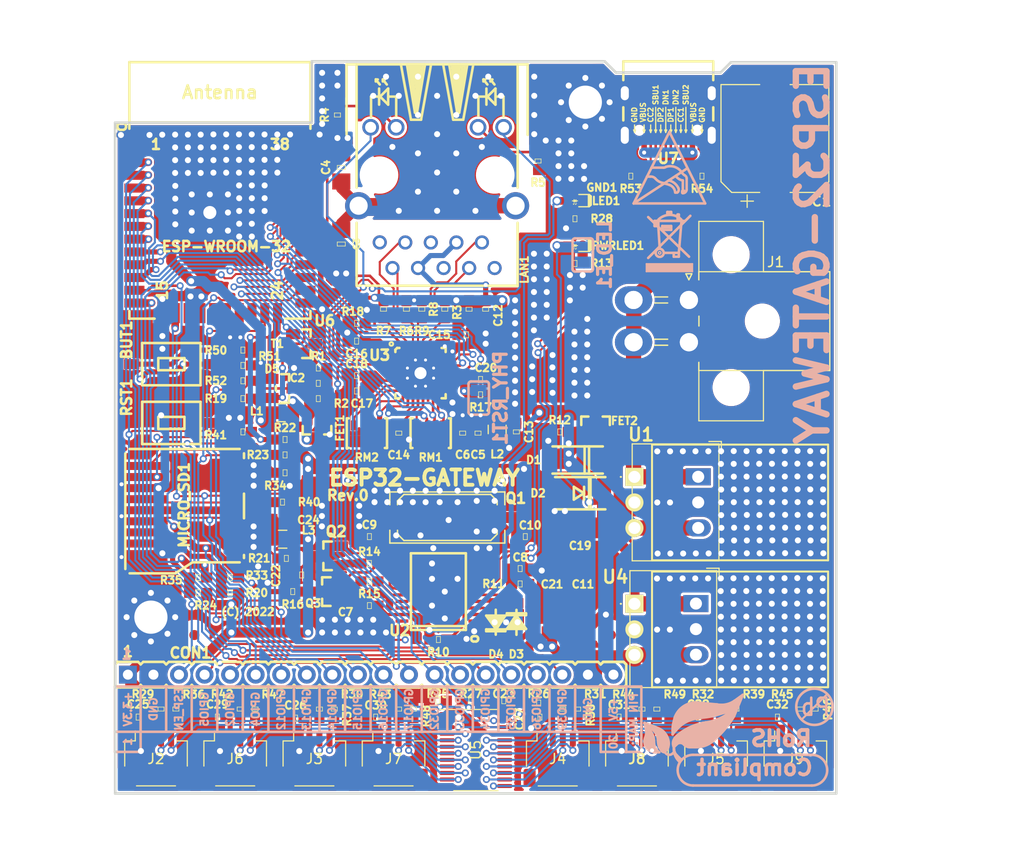
<source format=kicad_pcb>
(kicad_pcb (version 20221018) (generator pcbnew)
  (title_block (title "ESP32-GATEWAY") (date "2019-12-17") (rev "G") (company "OLIMEX Ltd.") (comment 1 "https://www.olimex.com"))
  (layers (0 "F.Cu" mixed) (31 "B.Cu" mixed) (34 "B.Paste" user) (35 "F.Paste" user) (36 "B.SilkS" user "B.Silkscreen") (37 "F.SilkS" user "F.Silkscreen") (38 "B.Mask" user) (39 "F.Mask" user) (44 "Edge.Cuts" user))
  (net 0 "")
  (net 1 "GND")
  (net 2 "Net-(BUT1-Pad2)")
  (net 3 "+3V3")
  (net 4 "/ESP_EN")
  (net 5 "/PHYAD0")
  (net 6 "/PHYAD1")
  (net 7 "/PHYAD2")
  (net 8 "/RMIISEL")
  (net 9 "/VDD1A-2A")
  (net 10 "/VDDCR")
  (net 11 "Net-(MICRO_SD1-Pad5)")
  (net 12 "Net-(LAN1-PadAG1)")
  (net 14 "Net-(LAN1-PadKY1)")
  (net 16 "Net-(LAN1-Pad1)")
  (net 17 "/+5V_USB")
  (net 18 "Net-(LAN1-Pad2)")
  (net 19 "Net-(LAN1-Pad7)")
  (net 20 "Net-(LAN1-Pad8)")
  (net 21 "Net-(LAN1-PadAY1)")
  (net 22 "Net-(LAN1-PadKG1)")
  (net 23 "Net-(PWRLED1-Pad1)")
  (net 24 "Net-(MICRO_SD1-Pad7)")
  (net 25 "/D_Com")
  (net 26 "/GPI35")
  (net 27 "+5V_EXT")
  (net 28 "/GPIO16")
  (net 29 "/GPI39")
  (net 30 "/GPI36")
  (net 31 "/GPIO32")
  (net 32 "Net-(LED1-Pad1)")
  (net 33 "+3.3VLAN")
  (net 34 "/GPIO0")
  (net 35 "Net-(MICRO_SD1-Pad2)")
  (net 36 "/GPI34\\BUT1")
  (net 37 "Net-(MICRO_SD1-Pad8)")
  (net 38 "Net-(MICRO_SD1-Pad1)")
  (net 39 "/GPIO5\\PHY_PWR")
  (net 40 "/GPIO3\\U0RXD")
  (net 41 "/GPIO2\\HS2_DATA0")
  (net 42 "/GPIO4\\HS2_DATA1")
  (net 43 "/GPIO1\\U0TXD")
  (net 44 "/GPIO26\\EMAC_RXD1(RMII)")
  (net 45 "/GPIO25\\EMAC_RXD0(RMII)")
  (net 46 "/GPIO27\\EMAC_RX_CRS_DV")
  (net 47 "/GPIO18\\MDIO(RMII)")
  (net 48 "/GPIO14\\HS2_CLK")
  (net 49 "/GPIO15\\HS2_CMD")
  (net 50 "/GPIO12\\HS2_DATA2")
  (net 51 "/GPIO13\\HS2_DATA3")
  (net 52 "/GPIO33\\LED")
  (net 53 "/GPIO22\\EMAC_TXD1(RMII)")
  (net 54 "/GPIO19\\EMAC_TXD0(RMII)")
  (net 55 "/GPIO21\\EMAC_TX_EN(RMII)")
  (net 56 "/GPIO23\\MDC(RMII)")
  (net 57 "/GPIO17\\EMAC_CLK_OUT_180")
  (net 58 "Net-(C8-Pad1)")
  (net 59 "Net-(C9-Pad1)")
  (net 60 "Net-(Q2-Pad1)")
  (net 61 "Net-(Q2-Pad2)")
  (net 62 "Net-(Q3-Pad1)")
  (net 63 "Net-(Q3-Pad2)")
  (net 64 "Net-(Q3-Pad3)")
  (net 65 "Net-(R1-Pad2)")
  (net 67 "unconnected-(U2-Pad20)")
  (net 68 "Net-(J2-Pad3)")
  (net 69 "Net-(J2-Pad4)")
  (net 70 "Net-(J3-Pad3)")
  (net 71 "Net-(J3-Pad4)")
  (net 72 "Net-(J4-Pad3)")
  (net 73 "Net-(J4-Pad4)")
  (net 74 "Net-(J5-Pad3)")
  (net 75 "Net-(J5-Pad4)")
  (net 76 "Net-(J6-Pad3)")
  (net 77 "Net-(J6-Pad4)")
  (net 78 "Net-(J7-Pad3)")
  (net 79 "Net-(J7-Pad4)")
  (net 80 "Net-(J8-Pad3)")
  (net 81 "Net-(J8-Pad4)")
  (net 82 "Net-(C2-Pad2)")
  (net 83 "Net-(C3-Pad1)")
  (net 84 "Net-(C10-Pad1)")
  (net 85 "Net-(C20-Pad2)")
  (net 86 "Net-(C24-Pad1)")
  (net 87 "Net-(J9-Pad3)")
  (net 88 "Net-(J9-Pad4)")
  (net 89 "Net-(U2-Pad6)")
  (net 90 "Net-(U2-Pad7)")
  (net 107 "+5V")
  (net 108 "Net-(C1-Pad1)")
  (net 109 "Net-(D3-Pad1)")
  (net 110 "Net-(D4-Pad2)")
  (net 111 "Net-(R18-Pad1)")
  (net 112 "Net-(R26-Pad2)")
  (net 113 "Net-(R53-Pad2)")
  (net 114 "Net-(R54-Pad2)")
  (footprint "OLIMEX_Other-FP:Mounting_hole_Shield_3.3mm" (layer "F.Cu") (at 73.152 122.301)
    (fp_text reference "MH2" hide)
    (fp_text value "Mounting_hole_Shield_3.3mm" hide)
  )
  (footprint "Capacitors:0603" (layer "F.Cu") (at 105.664 104.013 90)
    (fp_text reference "C5")
    (fp_text value "22uF/6.3V/20%/X5R/C0603")
  )
  (footprint "Capacitors:0603" (layer "F.Cu") (at 104.14 104.013 90)
    (fp_text reference "C6")
    (fp_text value "22uF/6.3V/20%/X5R/C0603")
  )
  (footprint "Capacitors:0805" (layer "F.Cu") (at 86.233 112.649)
    (fp_text reference "C24")
    (fp_text value "47uF/6.3V/20%/X5R/C0805")
  )
  (footprint "Capacitors:0603" (layer "F.Cu") (at 106.426 91.694 -90)
    (fp_text reference "C12")
    (fp_text value "100nF/50V/20%/Y5V/C0603")
  )
  (footprint "Capacitors:0603" (layer "F.Cu") (at 109.474 103.886 -90)
    (fp_text reference "C13")
    (fp_text value "22uF/6.3V/20%/X5R/C0603")
  )
  (footprint "Capacitors:0603" (layer "F.Cu") (at 97.79 104.013 -90)
    (fp_text reference "C14")
    (fp_text value "100nF/50V/20%/Y5V/C0603")
  )
  (footprint "Capacitors:0603" (layer "F.Cu") (at 104.521 94.234)
    (fp_text reference "C15")
    (fp_text value "100nF/50V/20%/Y5V/C0603")
  )
  (footprint "Capacitors:0603" (layer "F.Cu") (at 93.599 94.869 180)
    (fp_text reference "C16")
    (fp_text value "100nF/50V/20%/Y5V/C0603")
  )
  (footprint "Capacitors:0603" (layer "F.Cu") (at 93.599 99.822 180)
    (fp_text reference "C17")
    (fp_text value "2.2uF/6.3V/10%/X5R/C0603")
  )
  (footprint "Capacitors:0603" (layer "F.Cu") (at 93.599 98.298 180)
    (fp_text reference "C18")
    (fp_text value "100nF/50V/20%/Y5V/C0603")
  )
  (footprint "Capacitors:0603" (layer "F.Cu") (at 105.918 98.679 180)
    (fp_text reference "C20")
    (fp_text value "NA(10uF/6.3V/20%/X5R/C0603)")
  )
  (footprint "OLIMEX_RLC-FP:L_0805_5MIL_DWS" (layer "F.Cu") (at 107.569 103.632 90)
    (fp_text reference "L2")
    (fp_text value "FB0805/600R/2A")
  )
  (footprint "OLIMEX_RLC-FP:L_0805_5MIL_DWS" (layer "F.Cu") (at 86.233 114.554 180)
    (fp_text reference "L3")
    (fp_text value "FB0805/600R/2A")
  )
  (footprint "OLIMEX_LEDs-FP:LED_0603_KA" (layer "F.Cu") (at 115.2995 85.37 180)
    (fp_text reference "PWRLED1")
    (fp_text value "LED/RED/0603")
  )
  (footprint "Resistors:0603" (layer "F.Cu") (at 82.296 95.758)
    (fp_text reference "R50")
    (fp_text value "220R/R0603")
  )
  (footprint "Resistors:0603" (layer "F.Cu") (at 91.694 72.39 90)
    (fp_text reference "R4")
    (fp_text value "330R/R0603")
  )
  (footprint "Resistors:0603" (layer "F.Cu") (at 111.633 76.962 -90)
    (fp_text reference "R5")
    (fp_text value "330R/R0603")
  )
  (footprint "Resistors:0603" (layer "F.Cu") (at 98.552 91.694 -90)
    (fp_text reference "R6")
    (fp_text value "49.9R/1%/R0603")
  )
  (footprint "Resistors:0603" (layer "F.Cu") (at 96.266 91.694 -90)
    (fp_text reference "R7")
    (fp_text value "49.9R/1%/R0603")
  )
  (footprint "Resistors:0603" (layer "F.Cu") (at 102.362 91.694 -90)
    (fp_text reference "R8")
    (fp_text value "49.9R/1%/R0603")
  )
  (footprint "Resistors:0603" (layer "F.Cu") (at 100.076 91.694 -90)
    (fp_text reference "R9")
    (fp_text value "49.9R/1%/R0603")
  )
  (footprint "Resistors:0603" (layer "F.Cu") (at 101.727 124.5235)
    (fp_text reference "R10")
    (fp_text value "10k/R0603")
  )
  (footprint "Resistors:0603" (layer "F.Cu") (at 105.918 100.2)
    (fp_text reference "R17")
    (fp_text value "10k/R0603")
  )
  (footprint "Resistors:0603" (layer "F.Cu") (at 93.599 93.091 180)
    (fp_text reference "R18")
    (fp_text value "12.1k/1%/R0603")
  )
  (footprint "Resistors:0603" (layer "F.Cu") (at 109.855 118.999)
    (fp_text reference "R11")
    (fp_text value "10k/R0603")
  )
  (footprint "Resistors:0603" (layer "F.Cu") (at 94.869 116.967 180)
    (fp_text reference "R14")
    (fp_text value "1k/R0603")
  )
  (footprint "OLIMEX_RLC-FP:R_MATRIX_4" (layer "F.Cu") (at 94.615 104.013)
    (fp_text reference "RM2")
    (fp_text value "RA1206_(4X0603)_4B8_2.2k")
  )
  (footprint "OLIMEX_RLC-FP:R_MATRIX_4" (layer "F.Cu") (at 100.965 104.013 180)
    (fp_text reference "RM1")
    (fp_text value "RA1206_(4X0603)_4B8_2.2k")
  )
  (footprint "OLIMEX_Cases-FP:ESP-WROOM-32_MODULE" (layer "F.Cu") (at 80.01 79.883)
    (fp_text reference "U6")
    (fp_text value "ESP32-WROOM-32D-4MB")
  )
  (footprint "OLIMEX_IC-FP:QFN32_EP(33)_5.00x5.00x0.90mm_Pitch_0.50mm" (layer "F.Cu") (at 99.949 98.044 -90)
    (fp_text reference "U3")
    (fp_text value "LAN8710A-EZC(QFN32)")
  )
  (footprint "OLIMEX_Connectors-FP:TFC-WXCP11-08-LF" (layer "F.Cu") (at 76.327 111.125 180)
    (fp_text reference "MICRO_SD1")
    (fp_text value "TFC-WXCP11-08-LF")
  )
  (footprint "Resistors:0603" (layer "F.Cu") (at 86.233 110.871 180)
    (fp_text reference "R40")
    (fp_text value "10R/R0603")
  )
  (footprint "OLIMEX_Buttons-FP:T1107A(6x3,8x2,5MM)" (layer "F.Cu") (at 75.184 97.155 180)
    (fp_text reference "BUT1")
    (fp_text value "T1107A(6x3,8x2,5MM)")
  )
  (footprint "OLIMEX_Buttons-FP:T1107A(6x3,8x2,5MM)" (layer "F.Cu") (at 75.184 102.997 180)
    (fp_text reference "RST1")
    (fp_text value "T1107A(6x3,8x2,5MM)")
  )
  (footprint "OLIMEX_Connectors-FP:RJLBC-060TC1" (layer "F.Cu") (at 101.6 78.359 180)
    (fp_text reference "LAN1")
    (fp_text value "RJLD-060TC1(LPJ4013EDNL)")
  )
  (footprint "Capacitors:1206" (layer "F.Cu") (at 92.075 85.217 -90)
    (fp_text reference "C3")
    (fp_text value "1nF/2000V/10%/X7R/C1206")
  )
  (footprint "Capacitors:1206" (layer "F.Cu") (at 92.075 77.597 90)
    (fp_text reference "C4")
    (fp_text value "NA(1nF/2000V/10%/X7R/C1206)")
  )
  (footprint "Resistors:0603" (layer "F.Cu") (at 115.2995 87.148 180)
    (fp_text reference "R13")
    (fp_text value "2.2k/R0603")
  )
  (footprint "Capacitors:0603" (layer "F.Cu") (at 94.869 114.3 180)
    (fp_text reference "C9")
    (fp_text value "27pF/50V/5%/C0G/C0603")
  )
  (footprint "Capacitors:0603" (layer "F.Cu") (at 110.363 114.3)
    (fp_text reference "C10")
    (fp_text value "27pF/50V/5%/C0G/C0603")
  )
  (footprint "Capacitors:0603" (layer "F.Cu") (at 94.869 121.158 180)
    (fp_text reference "C7")
    (fp_text value "22uF/6.3V/20%/X5R/C0603")
  )
  (footprint "Capacitors:0603" (layer "F.Cu") (at 109.855 117.475)
    (fp_text reference "C8")
    (fp_text value "100nF/50V/20%/Y5V/C0603")
  )
  (footprint "OLIMEX_Diodes-FP:SMA-KA" (layer "F.Cu") (at 115.57 106.68 180)
    (fp_text reference "D1")
    (fp_text value "1N5822/SS34/SMA")
  )
  (footprint "OLIMEX_Transistors-FP:SOT23" (layer "F.Cu") (at 117.348 102.997 -90)
    (fp_text reference "FET2")
    (fp_text value "WPM2015-3/TR")
  )
  (footprint "OLIMEX_Crystal-FP:Q_49U3HMS" (layer "F.Cu") (at 102.616 112.395)
    (fp_text reference "Q1")
    (fp_text value "Q12MHz/20pF/30ppm/2P/HC-49SM(SMD)")
  )
  (footprint "OLIMEX_Transistors-FP:SOT23" (layer "F.Cu") (at 90.932 116.205)
    (fp_text reference "Q2")
    (fp_text value "BC817-40(SOT23)")
  )
  (footprint "Resistors:0603" (layer "F.Cu") (at 113.792 103.886 180)
    (fp_text reference "R12")
    (fp_text value "1M/R0603")
  )
  (footprint "Resistors:0603" (layer "F.Cu") (at 94.869 118.745 180)
    (fp_text reference "R15")
    (fp_text value "1k/R0603")
  )
  (footprint "Resistors:0603" (layer "F.Cu") (at 82.296 97.282 180)
    (fp_text reference "R51")
    (fp_text value "10k/R0603")
  )
  (footprint "Resistors:0603" (layer "F.Cu") (at 82.296 98.806)
    (fp_text reference "R52")
    (fp_text value "NA/R0603")
  )
  (footprint "OLIMEX_IC-FP:SSOP-20W" (layer "F.Cu") (at 101.727 119.761 90)
    (fp_text reference "U2")
    (fp_text value "CH340T(SSOP20W)")
  )
  (footprint "OLIMEX_Other-FP:Mounting_hole_Shield_3.3mm" (layer "F.Cu") (at 116.332 71.12)
    (fp_text reference "MH1" hide)
    (fp_text value "Mounting_hole_Shield_3.3mm" hide)
  )
  (footprint "OLIMEX_Connectors-FP:HN1x20" (layer "F.Cu") (at 94.996 128.016)
    (fp_text reference "CON1")
    (fp_text value "NA(NH1x20)")
  )
  (footprint "OLIMEX_LEDs-FP:LED_0603_KA" (layer "F.Cu") (at 115.2995 80.925 180)
    (fp_text reference "LED1")
    (fp_text value "LED/GREEN/0603")
  )
  (footprint "Resistors:0603" (layer "F.Cu") (at 115.2995 82.703)
    (fp_text reference "R28")
    (fp_text value "2.2k/R0603")
  )
  (footprint "Resistors:0603" (layer "F.Cu") (at 81.026 119.888 180)
    (fp_text reference "R20")
    (fp_text value "2.2k/R0603")
  )
  (footprint "Resistors:0603" (layer "F.Cu") (at 86.487 104.648 180)
    (fp_text reference "R22")
    (fp_text value "2.2k/R0603")
  )
  (footprint "OLIMEX_Diodes-FP:DO214AA_1(K)-2(A)" (layer "F.Cu") (at 115.824 109.982 180)
    (fp_text reference "D2")
    (fp_text value "SMBJ6.0A(DO-214AA)")
  )
  (footprint "OLIMEX_Transistors-FP:SOT23" (layer "F.Cu") (at 89.662 103.505 90)
    (fp_text reference "FET1")
    (fp_text value "WPM2015-3/TR")
  )
  (footprint "Resistors:0603" (layer "F.Cu") (at 89.789 97.536 180)
    (fp_text reference "R1")
    (fp_text value "1k/R0603")
  )
  (footprint "OLIMEX_RLC-FP:L_0805_5MIL_DWS" (layer "F.Cu") (at 86.106 101.981)
    (fp_text reference "L1")
    (fp_text value "NA(FB0805/600R/2A)")
  )
  (footprint "Resistors:0603" (layer "F.Cu") (at 89.788999 100.584)
    (fp_text reference "R2")
    (fp_text value "10k/R0603")
  )
  (footprint "OLIMEX_Transistors-FP:SOT23" (layer "F.Cu") (at 88.392 95.123 180)
    (fp_text reference "T1")
    (fp_text value "DTC114YKA")
  )
  (footprint "Capacitors:0603" (layer "F.Cu") (at 89.788999 99.06)
    (fp_text reference "C2")
    (fp_text value "22uF/6.3V/20%/X5R/C0603")
  )
  (footprint "Resistors:0603" (layer "F.Cu") (at 77.851 118.364 180)
    (fp_text reference "R35")
    (fp_text value "NA/R0603")
  )
  (footprint "Resistors:0603" (layer "F.Cu") (at 86.487 106.172 180)
    (fp_text reference "R23")
    (fp_text value "2.2k/R0603")
  )
  (footprint "OLIMEX_Diodes-FP:SOT23-3" (layer "F.Cu") (at 86.233 99.568 180)
    (fp_text reference "D5")
    (fp_text value "BAT54C(SOT23-3)")
  )
  (footprint "OLIMEX_Diodes-FP:SOD-123_1C-2A_KA" (layer "F.Cu") (at 107.442 122.809 90)
    (fp_text reference "D4")
    (fp_text value "1N5819S4/SOD123")
  )
  (footprint "OLIMEX_Diodes-FP:SOD-123_1C-2A_KA" (layer "F.Cu") (at 109.474 122.809 -90)
    (fp_text reference "D3")
    (fp_text value "1N5819S4/SOD123")
  )
  (footprint "OLIMEX_Other-FP:Fiducial1x3" (layer "F.Cu") (at 117.425 75.875)
    (fp_text reference "FID3" hide)
    (fp_text value "Fiducial" hide)
  )
  (footprint "OLIMEX_Other-FP:Fiducial1x3" (layer "F.Cu") (at 77.47 124.079)
    (fp_text reference "FID1" hide)
    (fp_text value "Fiducial" hide)
  )
  (footprint "Resistors:0603" (layer "F.Cu") (at 104.775 91.694 90)
    (fp_text reference "R3")
    (fp_text value "0R(Board_Mounted)")
  )
  (footprint "Resistors:0603" (layer "F.Cu") (at 86.487 107.95)
    (fp_text reference "R34")
    (fp_text value "NA/R0603")
  )
  (footprint "Resistors:0603" (layer "F.Cu") (at 81.026 118.364 180)
    (fp_text reference "R33")
    (fp_text value "NA/R0603")
  )
  (footprint "Resistors:0603" (layer "F.Cu") (at 77.851 119.888 180)
    (fp_text reference "R24")
    (fp_text value "2.2k/R0603")
  )
  (footprint "Capacitors:0603" (layer "F.Cu") (at 88.138 118.11 180)
    (fp_text reference "C22")
    (fp_text value "1uF/C0603")
  )
  (footprint "Resistors:0603" (layer "F.Cu") (at 86.614 116.459 180)
    (fp_text reference "R21")
    (fp_text value "10k/R0603")
  )
  (footprint "OLIMEX_Transistors-FP:SOT23" (layer "F.Cu") (at 90.805 119.761)
    (fp_text reference "Q3")
    (fp_text value "BC817-40(SOT23)")
  )
  (footprint "Resistors:0603" (layer "F.Cu") (at 87.249 119.761 180)
    (fp_text reference "R16")
    (fp_text value "220R/R0603")
  )
  (footprint "Resistors:0603" (layer "F.Cu") (at 82.296 100.584 180)
    (fp_text reference "R19")
    (fp_text value "10k/R0603")
  )
  (footprint "Resistors:0603" (layer "F.Cu") (at 82.296 103.886 180)
    (fp_text reference "R41")
    (fp_text value "220R/R0603")
  )
  (footprint "Resistors:0603" (layer "F.Cu") (at 97.77 131.438279 -90)
    (fp_text reference "R43")
    (fp_text value "4.7k/R0603")
  )
  (footprint "Capacitors:0603" (layer "F.Cu") (at 108.225 130.60582 180)
    (fp_text reference "C23")
    (fp_text value "100nF/6.3V/20%/X5R/C0603")
  )
  (footprint "Capacitors:0603" (layer "F.Cu") (at 87.525 132.338171)
    (fp_text reference "C26")
    (fp_text value "1uF/6.3V/20%/X5R/C0603")
  )
  (footprint "Connector_JST:JST_SH_SM04B-SRSS-TB_1x04-1MP_P1.00mm_Horizontal" (layer "F.Cu") (at 81.53 136.385)
    (fp_text reference "J6")
    (fp_text value "Conn_01x04_P1.00mm_Stemma qt/Qwiic")
  )
  (footprint "Capacitors:0603" (layer "F.Cu") (at 135.42656 132.24)
    (fp_text reference "C32")
    (fp_text value "1uF/6.3V/20%/X5R/C0603")
  )
  (footprint "Capacitors:1210" (layer "F.Cu") (at 115.825 113.425 180)
    (fp_text reference "C19")
    (fp_text value "330uF/6.3V/20%/X5R/C1210")
  )
  (footprint "Resistors:0603" (layer "F.Cu") (at 74.16 131.43664 -90)
    (fp_text reference "R29")
    (fp_text value "4.7k/R0603")
  )
  (footprint "Connector_JST:JST_SH_SM04B-SRSS-TB_1x04-1MP_P1.00mm_Horizontal" (layer "F.Cu") (at 73.66 136.385)
    (fp_text reference "J2")
    (fp_text value "Conn_01x04_P1.00mm_Stemma qt/Qwiic")
  )
  (footprint "" (layer "F.Cu") (at 95.9 85.05)
    (fp_text reference "")
    (fp_text value "")
  )
  (footprint "K7812-2000R3L:K78122000R3L" (layer "F.Cu") (at 121.21 108.36)
    (fp_text reference "U1")
    (fp_text value "K7805-2000R3L" hide)
  )
  (footprint "Capacitors:0603" (layer "F.Cu") (at 71.885 132.235)
    (fp_text reference "C25")
    (fp_text value "1uF/6.3V/20%/X5R/C0603")
  )
  (footprint "Connector_JST:JST_SH_SM04B-SRSS-TB_1x04-1MP_P1.00mm_Horizontal" (layer "F.Cu") (at 121.46 136.390885)
    (fp_text reference "J8")
    (fp_text value "Conn_01x04_P1.00mm_Stemma qt/Qwiic")
  )
  (footprint "Connector_JST:JST_SH_SM04B-SRSS-TB_1x04-1MP_P1.00mm_Horizontal" (layer "F.Cu") (at 129.33 136.389888)
    (fp_text reference "J5")
    (fp_text value "Conn_01x04_P1.00mm_Stemma qt/Qwiic")
  )
  (footprint "Resistors:0603" (layer "F.Cu") (at 91.375 131.437351 -90)
    (fp_text reference "R37")
    (fp_text value "4.7k/R0603")
  )
  (footprint "Connector_JST:JST_SH_SM04B-SRSS-TB_1x04-1MP_P1.00mm_Horizontal" (layer "F.Cu") (at 97.27 136.388279)
    (fp_text reference "J7")
    (fp_text value "Conn_01x04_P1.00mm_Stemma qt/Qwiic")
  )
  (footprint "Resistors:0603" (layer "F.Cu") (at 123.435 131.440885 -90)
    (fp_text reference "R49")
    (fp_text value "4.7k/R0603")
  )
  (footprint "K7812-2000R3L:K78122000R3L" (layer "F.Cu") (at 121.21 120.975)
    (fp_text reference "U4")
    (fp_text value "K7803-2000R3L" hide)
  )
  (footprint "Resistors:0603" (layer "F.Cu") (at 120.85 78.475)
    (fp_text reference "R53")
    (fp_text value "5.1k/R0603")
  )
  (footprint "Capacitors:0603" (layer "F.Cu") (at 127.55584 132.239888)
    (fp_text reference "C28")
    (fp_text value "1uF/6.3V/20%/X5R/C0603")
  )
  (footprint "" (layer "F.Cu") (at 118.871 124.075)
    (fp_text reference "")
    (fp_text value "")
  )
  (footprint "Converter_DCDC:Converter_DCDC_RECOM_R-78B-2.0_THT" (layer "F.Cu") (at 127.325 120.95 -90)
    (fp_text reference "REF**" hide)
    (fp_text value "Converter_DCDC_RECOM_R-78B-2.0_THT")
  )
  (footprint "Resistors:0603" (layer "F.Cu") (at 121.96 131.444165 -90)
    (fp_text reference "R44")
    (fp_text value "4.7k/R0603")
  )
  (footprint "Resistors:0603" (layer "F.Cu") (at 129.83 131.439888 -90)
    (fp_text reference "R32")
    (fp_text value "4.7k/R0603")
  )
  (footprint "Converter_DCDC:Converter_DCDC_RECOM_R-78B-2.0_THT" (layer "F.Cu") (at 127.55 108.35 -90)
    (fp_text reference "REF**" hide)
    (fp_text value "Converter_DCDC_RECOM_R-78B-2.0_THT")
  )
  (footprint "Resistors:0603" (layer "F.Cu") (at 75.635 131.435 -90)
    (fp_text reference "R36")
    (fp_text value "4.7k/R0603")
  )
  (footprint "Resistors:0603" (layer "F.Cu") (at 104.945 130.605 180)
    (fp_text reference "R27")
    (fp_text value "2.2k/R0603" hide)
  )
  (footprint "Resistors:0603" (layer "F.Cu") (at 99.245 131.438279 -90)
    (fp_text reference "R48")
    (fp_text value "4.7k/R0603")
  )
  (footprint "Capacitors:0603" (layer "F.Cu") (at 119.68416 132.240885)
    (fp_text reference "C31")
    (fp_text value "1uF/6.3V/20%/X5R/C0603")
  )
  (footprint "Connector_JST:JST_SH_SM04B-SRSS-TB_1x04-1MP_P1.00mm_Horizontal" (layer "F.Cu") (at 113.59 136.391107)
    (fp_text reference "J4")
    (fp_text value "Conn_01x04_P1.00mm_Stemma qt/Qwiic")
  )
  (footprint "Resistors:0603" (layer "F.Cu") (at 137.70072 131.43672 -90)
    (fp_text reference "R45")
    (fp_text value "4.7k/R0603")
  )
  (footprint "Connector_Molex:Molex_Mini-Fit_Jr_5569-04A2_2x02_P4.20mm_Horizontal" (layer "F.Cu") (at 126.625 90.775 -90)
    (fp_text reference "REF**" hide)
    (fp_text value "Molex_Mini-Fit_Jr_5569-04A2_2x02_P4.20mm_Horizontal")
  )
  (footprint "Resistors:0603" (layer "F.Cu") (at 127.925 78.475)
    (fp_text reference "R54")
    (fp_text value "5.1k/R0603")
  )
  (footprint "Package_SO:TSSOP-24_4.4x7.8mm_P0.65mm" (layer "F.Cu") (at 105.45 135.51)
    (fp_text reference "U5")
    (fp_text value "TCA9548APWR")
  )
  (footprint "Capacitors:0603" (layer "F.Cu") (at 79.75584 132.235)
    (fp_text reference "C29")
    (fp_text value "1uF/6.3V/20%/X5R/C0603")
  )
  (footprint "Resistors:0603" (layer "F.Cu") (at 83.505 131.435 -90)
    (fp_text reference "R47")
    (fp_text value "4.7k/R0603")
  )
  (footprint "Resistors:0603" (layer "F.Cu") (at 111.7 130.845 180)
    (fp_text reference "R26")
    (fp_text value "10k/R0603")
  )
  (footprint "Resistors:0603" (layer "F.Cu") (at 115.565 131.441107 -90)
    (fp_text reference "R38")
    (fp_text value "4.7k/R0603")
  )
  (footprint "Resistors:0603" (layer "F.Cu") (at 89.9 131.437351 -90)
    (fp_text reference "R30")
    (fp_text value "4.7k/R0603")
  )
  (footprint "Capacitors:0603" (layer "F.Cu") (at 95.49584 132.238279)
    (fp_text reference "C30")
    (fp_text value "1uF/6.3V/20%/X5R/C0603")
  )
  (footprint "Connector_JST:JST_SH_SM04B-SRSS-TB_1x04-1MP_P1.00mm_Horizontal" (layer "F.Cu") (at 137.21 136.39)
    (fp_text reference "J9")
    (fp_text value "Conn_01x04_P1.00mm_Stemma qt/Qwiic")
  )
  (footprint "Capacitors:0603" (layer "F.Cu") (at 111.81584 132.241107)
    (fp_text reference "C27")
    (fp_text value "1uF/6.3V/20%/X5R/C0603")
  )
  (footprint "Connector_USB:USB2.0_TYPE-C(A40-00119-A52-12)" (layer "F.Cu") (at 124.575 71.375 90)
    (fp_text reference "U7")
    (fp_text value "USB-C-16P-F(A40-00119-A52-12)")
  )
  (footprint "Resistors:0603" (layer "F.Cu") (at 139.17572 131.44 -90)
    (fp_text reference "R46")
    (fp_text value "4.7k/R0603")
  )
  (footprint "OLIMEX_Other-FP:TESTPAD_40-ROUND" (layer "F.Cu") (at 118.825 78.475)
    (fp_text reference "GND1")
    (fp_text value "TESTPAD" hide)
  )
  (footprint "Resistors:0603" (layer "F.Cu") (at 82.03 131.43664 -90)
    (fp_text reference "R42")
    (fp_text value "4.7k/R0603")
  )
  (footprint "Capacitors:1210" (layer "F.Cu") (at 116.075 122.0974 90)
    (fp_text reference "C11")
    (fp_text value "330uF/6.3V/20%/X5R/C1210")
  )
  (footprint "" (layer "F.Cu") (at 107.315 87.6)
    (fp_text reference "")
    (fp_text value "")
  )
  (footprint "Resistors:0603" (layer "F.Cu") (at 101.67 130.605)
    (fp_text reference "R25")
    (fp_text value "2.2k/R0603" hide)
  )
  (footprint "Resistors:0603" (layer "F.Cu") (at 131.305 131.439888 -90)
    (fp_text reference "R39")
    (fp_text value "4.7k/R0603")
  )
  (footprint "Resistors:0603" (layer "F.Cu") (at 114.09 131.442747 -90)
    (fp_text reference "R31")
    (fp_text value "4.7k/R0603")
  )
  (footprint "Connector_JST:JST_SH_SM04B-SRSS-TB_1x04-1MP_P1.00mm_Horizontal" (layer "F.Cu") (at 89.4 136.387351)
    (fp_text reference "J3")
    (fp_text value "Conn_01x04_P1.00mm_Stemma qt/Qwiic")
  )
  (footprint "Capacitor_SMD:CP_Elec_10x10.5" (layer "F.Cu") (at 135.175 74.72666 90)
    (fp_text reference "C1")
    (fp_text value "220uF/50V/10*10mm")
  )
  (footprint "Connector_Molex:Molex_Mini-Fit_Jr_5569-04A1_2x02_P4.20mm_Horizontal" (layer "F.Cu") (at 126.625 90.775 -90)
    (fp_text reference "J1")
    (fp_text value "Conn_02x02_P4.20mm_Molex_Horizontal")
  )
  (footprint "Capacitors:1210" (layer "F.Cu") (at 113.025 122.0974 90)
    (fp_text reference "C21")
    (fp_text value "330uF/6.3V/20%/X5R/C1210")
  )
  (footprint "OLIMEX_LOGOs-FP:LOGO_ANTISTATIC_1" (layer "B.Cu") (at 128.2445 81.1795 180)
    (fp_text reference "Sign-Antistatic" hide)
    (fp_text value "Val**" hide)
  )
  (footprint "OLIMEX_LOGOs-FP:LOGO_PBFREE" (layer "B.Cu") (at 139.3 130.895)
    (fp_text reference "Sign_Pb-Free")
    (fp_text value "")
  )
  (footprint "OLIMEX_LOGOs-FP:LOGO_RECYCLEBIN_1" (layer "B.Cu") (at 127.0225 87.998 180)
    (fp_text reference "Sign-RecyclBin" hide)
    (fp_text value "" hide)
  )
  (footprint "OLIMEX_LOGOs-FP:LOGO_ROHS_1" (layer "B.Cu") (at 139.3545 138.3985 180)
    (fp_text reference "Sign_RoHS" hide)
    (fp_text value "Val**" hide)
  )
  (footprint "OLIMEX_Jumpers-FP:SJ" (layer "B.Cu") (at 105.735488 100.5235 90)
    (fp_text reference "PHY_RST1")
    (fp_text value "Opened")
  )
  (footprint "OLIMEX_Jumpers-FP:SJ" (layer "B.Cu") (at 116.075 86.3 90)
    (fp_text reference "LED_E1")
    (fp_text value "Closed")
  )
  (gr_rect (start 70.64 108.105) (end 74.69 108.645) (stroke (width 0.254)) (fill solid) (layer "F.Cu"))
  (gr_rect (start 70.64 110.305) (end 74.69 110.845) (stroke (width 0.254)) (fill solid) (layer "F.Cu"))
  (gr_rect (start 70.65 111.405) (end 74.7 111.945) (stroke (width 0.254)) (fill solid) (layer "F.Cu"))
  (gr_rect (start 70.64 109.205) (end 74.69 109.745) (stroke (width 0.254)) (fill solid) (layer "F.Cu"))
  (gr_rect (start 70.65 114.715) (end 74.7 115.255) (stroke (width 0.254)) (fill solid) (layer "F.Cu"))
  (gr_rect (start 70.65 112.505) (end 74.7 113.045) (stroke (width 0.254)) (fill solid) (layer "F.Cu"))
  (gr_rect (start 70.64 107.005) (end 74.69 107.545) (stroke (width 0.254)) (fill solid) (layer "F.Cu"))
  (gr_rect (start 70.65 113.605) (end 74.7 114.145) (stroke (width 0.254)) (fill solid) (layer "F.Cu"))
  (gr_line (start 121.9005 129.195) (end 69.59 129.195) (stroke (width 0.254)) (layer "B.SilkS"))
  (gr_line (start 79.75 129.195) (end 79.75 133.695) (stroke (width 0.254)) (layer "B.SilkS"))
  (gr_line (start 100.07 129.195) (end 100.07 133.695) (stroke (width 0.254)) (layer "B.SilkS"))
  (gr_line (start 107.69 129.195) (end 107.69 133.695) (stroke (width 0.254)) (layer "B.SilkS"))
  (gr_line (start 69.59 135.695) (end 69.59 129.195) (stroke (width 0.254)) (layer "B.SilkS"))
  (gr_line (start 92.45 129.195) (end 92.45 133.695) (stroke (width 0.254)) (layer "B.SilkS"))
  (gr_line (start 105.15 129.195) (end 105.15 133.695) (stroke (width 0.254)) (layer "B.SilkS"))
  (gr_line (start 74.67 129.195) (end 74.67 133.695) (stroke (width 0.254)) (layer "B.SilkS"))
  (gr_line (start 72.13 129.195) (end 72.13 133.698) (stroke (width 0.254)) (layer "B.SilkS"))
  (gr_line (start 120.4 129.195) (end 120.4 133.695) (stroke (width 0.254)) (layer "B.SilkS"))
  (gr_line (start 84.83 129.195) (end 84.83 133.695) (stroke (width 0.254)) (layer "B.SilkS"))
  (gr_line (start 94.99 129.195) (end 94.99 133.695) (stroke (width 0.254)) (layer "B.SilkS"))
  (gr_line (start 112.77 129.195) (end 112.77 133.695) (stroke (width 0.254)) (layer "B.SilkS"))
  (gr_line (start 69.59 135.695) (end 72.13 135.695) (stroke (width 0.254)) (layer "B.SilkS"))
  (gr_line (start 117.86 135.695) (end 117.86 133.695) (stroke (width 0.254)) (layer "B.SilkS"))
  (gr_line (start 120.4 133.695) (end 69.59 133.695) (stroke (width 0.254)) (layer "B.SilkS"))
  (gr_line (start 110.23 129.195) (end 110.23 133.695) (stroke (width 0.254)) (layer "B.SilkS"))
  (gr_line (start 102.61 129.195) (end 102.61 133.695) (stroke (width 0.254)) (layer "B.SilkS"))
  (gr_line (start 115.32 129.195) (end 115.32 133.695) (stroke (width 0.254)) (layer "B.SilkS"))
  (gr_line (start 77.21 129.195) (end 77.21 133.695) (stroke (width 0.254)) (layer "B.SilkS"))
  (gr_line (start 72.13 133.698) (end 72.13 135.695) (stroke (width 0.254)) (layer "B.SilkS"))
  (gr_line (start 121.9005 129.195) (end 121.8995 135.695) (stroke (width 0.254)) (layer "B.SilkS"))
  (gr_line (start 117.86 129.195) (end 117.86 133.695) (stroke (width 0.254)) (layer "B.SilkS"))
  (gr_line (start 89.91 129.195) (end 89.91 133.695) (stroke (width 0.254)) (layer "B.SilkS"))
  (gr_line (start 120.4 135.695) (end 121.8995 135.695) (stroke (width 0.254)) (layer "B.SilkS"))
  (gr_line (start 82.29 129.195) (end 82.29 133.695) (stroke (width 0.254)) (layer "B.SilkS"))
  (gr_line (start 87.37 129.195) (end 87.37 133.695) (stroke (width 0.254)) (layer "B.SilkS"))
  (gr_line (start 120.4 133.695) (end 120.4 135.695) (stroke (width 0.254)) (layer "B.SilkS"))
  (gr_line (start 117.86 135.695) (end 120.4 135.695) (stroke (width 0.254)) (layer "B.SilkS"))
  (gr_line (start 97.53 129.195) (end 97.53 133.695) (stroke (width 0.254)) (layer "B.SilkS"))
  (gr_line (start 118.25 67.051508) (end 119.37 68.166) (stroke (width 0.254)) (layer "Edge.Cuts"))
  (gr_line (start 118.25 67.051508) (end 89.154 67.056) (stroke (width 0.254)) (layer "Edge.Cuts"))
  (gr_line (start 69.596 73.152) (end 69.6 139.825) (stroke (width 0.254)) (layer "Edge.Cuts"))
  (gr_line (start 130.8 67.15) (end 141.275 67.15) (stroke (width 0.254)) (layer "Edge.Cuts"))
  (gr_line (start 89.154 73.152) (end 89.154 67.056) (stroke (width 0.254)) (layer "Edge.Cuts"))
  (gr_line (start 129.784 68.166) (end 130.8 67.15) (stroke (width 0.254)) (layer "Edge.Cuts"))
  (gr_line (start 119.37 68.166) (end 129.784 68.166) (stroke (width 0.254)) (layer "Edge.Cuts"))
  (gr_line (start 141.275 67.15) (end 141.275 139.825) (stroke (width 0.254)) (layer "Edge.Cuts"))
  (gr_line (start 69.596 73.152) (end 89.154 73.152) (stroke (width 0.254)) (layer "Edge.Cuts"))
  (gr_line (start 69.6 139.825) (end 141.275 139.825) (stroke (width 0.254)) (layer "Edge.Cuts"))
  (gr_text "1" (at 70.86 134.695 90) (layer "B.SilkS") (effects (font (size 0.762 0.762) (thickness 0.1905)) (justify mirror)))
  (gr_text "ESP_EN" (at 75.94 131.445 90) (layer "B.SilkS") (effects (font (size 0.762 0.762) (thickness 0.1905)) (justify mirror)))
  (gr_text "GPIO5" (at 78.48 131.445 90) (layer "B.SilkS") (effects (font (size 0.762 0.762) (thickness 0.1905)) (justify mirror)))
  (gr_text "GPIO2" (at 81.02 131.445 90) (layer "B.SilkS") (effects (font (size 0.762 0.762) (thickness 0.1905)) (justify mirror)))
  (gr_text "GPIO4" (at 83.56 131.445 90) (layer "B.SilkS") (effects (font (size 0.762 0.762) (thickness 0.1905)) (justify mirror)))
  (gr_text "GPIO12" (at 86.1 131.445 90) (layer "B.SilkS") (effects (font (size 0.762 0.762) (thickness 0.1905)) (justify mirror)))
  (gr_text "GPIO13" (at 88.64 131.445 90) (layer "B.SilkS") (effects (font (size 0.762 0.762) (thickness 0.1905)) (justify mirror)))
  (gr_text "GPIO14" (at 91.18 131.445 90) (layer "B.SilkS") (effects (font (size 0.762 0.762) (thickness 0.1905)) (justify mirror)))
  (gr_text "GPIO15" (at 93.72 131.445 90) (layer "B.SilkS") (effects (font (size 0.762 0.762) (thickness 0.1905)) (justify mirror)))
  (gr_text "GPIO16" (at 96.26 131.445 90) (layer "B.SilkS") (effects (font (size 0.762 0.762) (thickness 0.1905)) (justify mirror)))
  (gr_text "GPIO17" (at 98.8 131.445 90) (layer "B.SilkS") (effects (font (size 0.762 0.762) (thickness 0.1905)) (justify mirror)))
  (gr_text "PIN MAP:" (at 121.15 132.445 90) (layer "B.SilkS") (effects (font (size 0.762 0.762) (thickness 0.1905)) (justify mirror)))
  (gr_text "GPIO32" (at 101.34 131.445 90) (layer "B.SilkS") (effects (font (size 0.762 0.762) (thickness 0.1905)) (justify mirror)))
  (gr_text "GPIO33" (at 103.88 131.445 90) (layer "B.SilkS") (effects (font (size 0.762 0.762) (thickness 0.1905)) (justify mirror)))
  (gr_text "GPIO34" (at 106.42 131.445 90) (layer "B.SilkS") (effects (font (size 0.762 0.762) (thickness 0.1905)) (justify mirror)))
  (gr_text "GPIO35" (at 108.96 131.445 90) (layer "B.SilkS") (effects (font (size 0.762 0.762) (thickness 0.1905)) (justify mirror)))
  (gr_text "GPIO36" (at 111.5 131.445 90) (layer "B.SilkS") (effects (font (size 0.762 0.762) (thickness 0.1905)) (justify mirror)))
  (gr_text "GND" (at 116.59 131.445 90) (layer "B.SilkS") (effects (font (size 0.762 0.762) (thickness 0.1905)) (justify mirror)))
  (gr_text "GPIO39" (at 114.05 131.445 90) (layer "B.SilkS") (effects (font (size 0.762 0.762) (thickness 0.1905)) (justify mirror)))
  (gr_text "+5V" (at 119.13 131.445 90) (layer "B.SilkS") (effects (font (size 0.762 0.762) (thickness 0.1905)) (justify mirror)))
  (gr_text "20" (at 119.13 134.695 90) (layer "B.SilkS") (effects (font (size 0.762 0.762) (thickness 0.1905)) (justify mirror)))
  (gr_text "ESP32-GATEWAY" (at 138.925 86.175 90) (layer "B.SilkS") (effects (font (size 3.048 3.048) (thickness 0.635)) (justify mirror)))
  (gr_text "1" (at 70.739 125.984) (layer "B.SilkS") (effects (font (size 1.016 1.016) (thickness 0.254)) (justify mirror)))
  (gr_text "+3.3V" (at 70.86 131.445 90) (layer "B.SilkS") (effects (font (size 0.762 0.762) (thickness 0.1905)) (justify mirror)))
  (gr_text "GND" (at 73.4 131.445 90) (layer "B.SilkS") (effects (font (size 0.762 0.762) (thickness 0.1905)) (justify mirror)))
  (gr_text "Rev.0" (at 92.725 110.2) (layer "F.SilkS") (effects (font (size 1.016 1.016) (thickness 0.254))))
  (gr_text "ESP32-GATEWAY\n" (at 100.33 108.458) (layer "F.SilkS") (effects (font (size 1.524 1.524) (thickness 0.381))))
  (gr_text "1" (at 70.866 125.73) (layer "F.SilkS") (effects (font (size 1.016 1.016) (thickness 0.254))))
  (gr_text "(C) 2022" (at 82.8 121.775) (layer "F.SilkS") (effects (font (size 0.762 0.762) (thickness 0.1905))))
  (segment (start 90.17 111.125) (end 90.17 112.141) (width 1.016) (layer "F.Cu") (net 1))
  (segment (start 93.726 121.158) (end 93.98 121.158) (width 0.254) (layer "F.Cu") (net 1))
  (segment (start 103.987 118.136) (end 103.632 118.491) (width 0.4064) (layer "F.Cu") (net 1))
  (segment (start 103.632 110.109) (end 103.632 110.363) (width 1.016) (layer "F.Cu") (net 1))
  (segment (start 103.632 110.363) (end 103.632 110.109) (width 1.016) (layer "F.Cu") (net 1))
  (segment (start 103.632 110.109) (end 100.457 110.109) (width 1.016) (layer "F.Cu") (net 1))
  (segment (start 91.694 75.438) (end 91.694 74.676) (width 1.016) (layer "F.Cu") (net 1))
  (segment (start 92.71 74.676) (end 92.71 75.184) (width 1.016) (layer "F.Cu") (net 1))
  (segment (start 92.71 75.184) (end 92.075 75.819) (width 1.016) (layer "F.Cu") (net 1))
  (segment (start 92.71 101.854) (end 92.329 102.235) (width 0.762) (layer "F.Cu") (net 1))
  (segment (start 92.329 102.235) (end 92.329 104.267) (width 0.762) (layer "F.Cu") (net 1))
  (segment (start 92.329 104.267) (end 92.329 104.775) (width 0.762) (layer "F.Cu") (net 1))
  (segment (start 91.567 87.503) (end 91.567 88.138) (width 1.016) (layer "F.Cu") (net 1))
  (segment (start 105.537 94.107) (end 106.426 94.107) (width 0.762) (layer "F.Cu") (net 1))
  (segment (start 106.68 95.377) (end 106.426 95.123) (width 0.508) (layer "F.Cu") (net 1))
  (segment (start 98.044 104.648) (end 98.806 104.648) (width 0.508) (layer "F.Cu") (net 1))
  (segment (start 99.568 104.648) (end 98.806 104.648) (width 0.508) (layer "F.Cu") (net 1))
  (segment (start 72.328 109.474) (end 73.914 109.474) (width 0.762) (layer "F.Cu") (net 1))
  (segment (start 95.504 110.109) (end 95.631 110.109) (width 1.016) (layer "F.Cu") (net 1))
  (segment (start 94.615 110.998) (end 93.853 110.998) (width 1.016) (layer "F.Cu") (net 1))
  (segment (start 93.853 112.014) (end 93.853 113.03) (width 1.016) (layer "F.Cu") (net 1))
  (segment (start 93.853 114.3) (end 93.853 113.03) (width 0.762) (layer "F.Cu") (net 1))
  (segment (start 80.585 82.042) (end 84.074 82.042) (width 1.016) (layer "F.Cu") (net 1))
  (segment (start 82.744 79.883) (end 84.328 79.883) (width 1.016) (layer "F.Cu") (net 1))
  (segment (start 80.264 82.329) (end 80.264 77.978) (width 1.016) (layer "F.Cu") (net 1))
  (segment (start 82.804 79.823) (end 82.804 77.851) (width 1.016) (layer "F.Cu") (net 1))
  (segment (start 77.724 79.789) (end 77.724 77.851) (width 1.016) (layer "F.Cu") (net 1))
  (segment (start 77.945 80.01) (end 75.946 80.01) (width 1.016) (layer "F.Cu") (net 1))
  (segment (start 80.231 82.296) (end 76.073 82.296) (width 1.016) (layer "F.Cu") (net 1))
  (segment (start 94.996 115.316) (end 99.568 115.316) (width 0.4064) (layer "F.Cu") (net 1))
  (segment (start 105.537 110.109) (end 103.632 110.109) (width 1.016) (layer "F.Cu") (net 1))
  (segment (start 107.569 110.109) (end 105.537 110.109) (width 1.016) (layer "F.Cu") (net 1))
  (segment (start 97.917 110.109) (end 95.504 110.109) (width 1.016) (layer "F.Cu") (net 1))
  (segment (start 100.457 110.871) (end 100.457 110.109) (width 1.016) (layer "F.Cu") (net 1))
  (segment (start 100.457 110.109) (end 100.457 110.363) (width 1.016) (layer "F.Cu") (net 1))
  (segment (start 100.457 110.363) (end 100.457 110.109) (width 1.016) (layer "F.Cu") (net 1))
  (segment (start 100.457 110.109) (end 97.917 110.109) (width 1.016) (layer "F.Cu") (net 1))
  (segment (start 99.949 114.173) (end 97.536 114.173) (width 1.016) (layer "F.Cu") (net 1))
  (segment (start 102.362 119.761) (end 101.092 118.491) (width 1.016) (layer "F.Cu") (net 1))
  (segment (start 101.092 116.967) (end 101.219 116.84) (width 1.016) (layer "F.Cu") (net 1))
  (segment (start 101.219 116.84) (end 101.219 115.443) (width 1.016) (layer "F.Cu") (net 1))
  (segment (start 75.565 81.788) (end 75.565 81.28) (width 1.016) (layer "F.Cu") (net 1))
  (segment (start 78.74 74.295) (end 78.74 78.105) (width 1.016) (layer "F.Cu") (net 1))
  (segment (start 81.915 78.105) (end 81.915 74.295) (width 1.016) (layer "F.Cu") (net 1))
  (segment (start 84.455 74.295) (end 84.455 76.073) (width 1.016) (layer "F.Cu") (net 1))
  (segment (start 84.455 76.073) (end 84.455 78.105) (width 1.016) (layer "F.Cu") (net 1))
  (segment (start 75.565 76.073) (end 75.565 74.295) (width 1.016) (layer "F.Cu") (net 1))
  (segment (start 91.059 68.199) (end 91.059 69.469) (width 1.016) (layer "F.Cu") (net 1))
  (segment (start 113.284 110.345) (end 113.284 111.76) (width 1.016) (layer "F.Cu") (net 1))
  (segment (start 114.3 110.635) (end 114.3 111.76) (width 1.016) (layer "F.Cu") (net 1))
  (segment (start 92.71 94.107) (end 92.71 94.107) (width 0.762) (layer "F.Cu") (net 1))
  (segment (start 92.71 94.107) (end 92.71 94.615) (width 0.762) (layer "F.Cu") (net 1))
  (segment (start 92.329 104.775) (end 91.567 104.775) (width 0.762) (layer "F.Cu") (net 1))
  (segment (start 104.775 94.996) (end 104.394 95.377) (width 0.508) (layer "F.Cu") (net 1))
  (segment (start 80.31 82.333) (end 80.264 82.379) (width 1.016) (layer "F.Cu") (net 1))
  (segment (start 88.51 74.573) (end 87.019 74.573) (width 0.762) (layer "F.Cu") (net 1))
  (segment (start 90.297 110.998) (end 90.17 111.125) (width 1.016) (layer "F.Cu") (net 1))
  (segment (start 74.295 115.951) (end 73.152 117.094) (width 1.016) (layer "F.Cu") (net 1))
  (segment (start 70.172999 73.728999) (end 71.506499 73.728999) (width 0.508) (layer "F.Cu") (net 1))
  (segment (start 103.378 95.377) (end 106.172 95.377) (width 0.508) (layer "F.Cu") (net 1))
  (segment (start 83.37641 109.24541) (end 89.43341 109.24541) (width 1.016) (layer "F.Cu") (net 1))
  (segment (start 107.569 110.49) (end 107.569 110.109) (width 1.016) (layer "F.Cu") (net 1))
  (segment (start 80.281 82.346) (end 82.55 84.615) (width 1.016) (layer "F.Cu") (net 1))
  (segment (start 105.918004 102.729974) (end 105.918004 102.235) (width 0.508) (layer "F.Cu") (net 1))
  (segment (start 91.567 104.775) (end 91.381999 104.589999) (width 0.762) (layer "F.Cu") (net 1))
  (segment (start 73.406 74.295) (end 73.152 74.549) (width 1.016) (layer "F.Cu") (net 1))
  (segment (start 81.566 108.204) (end 76.305695 108.204) (width 1.016) (layer "F.Cu") (net 1))
  (segment (start 73.152 122.301) (end 73.152 117.094) (width 1.524) (layer "F.Cu") (net 1))
  (segment (start 78.994 83.947) (end 78.994 89.446436) (width 1.016) (layer "F.Cu") (net 1))
  (segment (start 101.699 95.405) (end 101.727 95.377) (width 0.254) (layer "F.Cu") (net 1))
  (segment (start 73.152 122.301) (end 73.279 122.174) (width 0.762) (layer "F.Cu") (net 1))
  (segment (start 92.71 99.822) (end 92.71 98.298) (width 0.508) (layer "F.Cu") (net 1))
  (segment (start 92.71 93.091) (end 92.71 94.107) (width 0.762) (layer "F.Cu") (net 1))
  (segment (start 70.104 74.7395) (end 70.104 94.996) (width 0.3048) (layer "F.Cu") (net 1))
  (segment (start 99.695 104.775) (end 99.568 104.648) (width 0.508) (layer "F.Cu") (net 1))
  (segment (start 92.075 75.819) (end 91.694 75.438) (width 1.016) (layer "F.Cu") (net 1))
  (segment (start 72.327 109.475) (end 72.328 109.474) (width 0.762) (layer "F.Cu") (net 1))
  (segment (start 102.674 96.294) (end 103.083 95.885) (width 0.254) (layer "F.Cu") (net 1))
  (segment (start 93.853 114.173) (end 93.98 114.3) (width 1.016) (layer "F.Cu") (net 1))
  (segment (start 107.391169 116.382831) (end 107.391169 117.779831) (width 0.254) (layer "F.Cu") (net 1))
  (segment (start 73.279 122.174) (end 76.962 122.174) (width 0.762) (layer "F.Cu") (net 1))
  (segment (start 70.225 74) (end 73.825 74) (width 0.508) (layer "F.Cu") (net 1))
  (segment (start 103.473999 95.472999) (end 103.378 95.377) (width 0.508) (layer "F.Cu") (net 1))
  (segment (start 70.225 74.322569) (end 70.225 74) (width 0.2032) (layer "F.Cu") (net 1))
  (segment (start 89.4614 115.415) (end 88.69941 115.415) (width 0.2032) (layer "F.Cu") (net 1))
  (segment (start 97.917 110.109) (end 97.917 110.871) (width 1.016) (layer "F.Cu") (net 1))
  (segment (start 81.577 114.275) (end 81.577 115.075) (width 1.016) (layer "F.Cu") (net 1))
  (segment (start 76.305695 108.204) (end 75.035695 109.474) (width 0.762) (layer "F.Cu") (net 1))
  (segment (start 95.504 110.109) (end 94.615 110.998) (width 1.016) (layer "F.Cu") (net 1))
  (segment (start 94.234 105.2195) (end 92.0115 105.2195) (width 0.3048) (layer "F.Cu") (net 1))
  (segment (start 86.995 74.549) (end 86.741 74.295) (width 1.016) (layer "F.Cu") (net 1))
  (segment (start 88.640501 73.728999) (end 89.720001 73.728999) (width 0.508) (layer "F.Cu") (net 1))
  (segment (start 92.71 93.091) (end 92.71 93.98) (width 1.016) (layer "F.Cu") (net 1))
  (segment (start 104.267 95.377) (end 102.856962 95.377) (width 0.254) (layer "F.Cu") (net 1))
  (segment (start 80.03 134.394231) (end 80.04072 134.383511) (width 0.2032) (layer "F.Cu") (net 1))
  (segment (start 71.51 74.573) (end 71.51 73.7325) (width 0.508) (layer "F.Cu") (net 1))
  (segment (start 83.185 95.758) (end 82.04201 94.61501) (width 0.508) (layer "F.Cu") (net 1))
  (segment (start 91.381999 104.589999) (end 90.932 104.14) (width 0.762) (layer "F.Cu") (net 1))
  (segment (start 105.664 103.124) (end 104.14 103.124) (width 1.016) (layer "F.Cu") (net 1))
  (segment (start 106.7435 98.4885) (end 107.061 98.171) (width 0.508) (layer "F.Cu") (net 1))
  (segment (start 90.043 91.567) (end 90.043 74.573) (width 0.508) (layer "F.Cu") (net 1))
  (segment (start 88.51 73.8595) (end 88.640501 73.728999) (width 0.508) (layer "F.Cu") (net 1))
  (segment (start 94.234 104.775) (end 94.234 105.2195) (width 0.3048) (layer "F.Cu") (net 1))
  (segment (start 89.662 112.649) (end 90.17 112.141) (width 1.016) (layer "F.Cu") (net 1))
  (segment (start 101.699 95.594) (end 101.699 95.405) (width 0.254) (layer "F.Cu") (net 1))
  (segment (start 108.419922 115.354078) (end 107.391169 116.382831) (width 0.254) (layer "F.Cu") (net 1))
  (segment (start 110.748066 117.479066) (end 111.500538 117.479066) (width 1.016) (layer "F.Cu") (net 1))
  (segment (start 112.903 104.394) (end 112.649 104.648) (width 1.016) (layer "F.Cu") (net 1))
  (segment (start 88.519 115.59541) (end 88.519 116.967) (width 0.2032) (layer "F.Cu") (net 1))
  (segment (start 76.073 82.296) (end 75.565 81.788) (width 1.016) (layer "F.Cu") (net 1))
  (segment (start 105.537 110.109) (end 105.537 110.744) (width 1.016) (layer "F.Cu") (net 1))
  (segment (start 112.649 104.648) (end 112.649 104.775) (width 1.016) (layer "F.Cu") (net 1))
  (segment (start 93.98 114.3) (end 93.853 114.3) (width 0.762) (layer "F.Cu") (net 1))
  (segment (start 80.281 82.346) (end 80.585 82.042) (width 1.016) (layer "F.Cu") (net 1))
  (segment (start 81.577 114.275) (end 81.577 114.511) (width 1.016) (layer "F.Cu") (net 1))
  (segment (start 74.295 94.994604) (end 74.295 95.631) (width 1.016) (layer "F.Cu") (net 1))
  (segment (start 92.71 93.091) (end 92.71 92.747438) (width 0.762) (layer "F.Cu") (net 1))
  (segment (start 73.825 74) (end 73.85 73.975) (width 0.508) (layer "F.Cu") (net 1))
  (segment (start 93.98 114.3) (end 94.996 115.316) (width 0.4064) (layer "F.Cu") (net 1))
  (segment (start 111.633 77.851) (end 113.792 77.851) (width 1.016) (layer "F.Cu") (net 1))
  (segment (start 71.51 74.573) (end 73.128 74.573) (width 0.762) (layer "F.Cu") (net 1))
  (segment (start 83.366 109.235) (end 83.37641 109.24541) (width 1.016) (layer "F.Cu") (net 1))
  (segment (start 81.577 108.215) (end 81.82 108.458) (width 1.016) (layer "F.Cu") (net 1))
  (segment (start 77.216 83.82) (end 75.946 83.82) (width 1.016) (layer "F.Cu") (net 1))
  (segment (start 103.124 95.885) (end 103.473999 95.535001) (width 0.508) (layer "F.Cu") (net 1))
  (segment (start 71.881848 102.235152) (end 73.531604 102.235152) (width 1.016) (layer "F.Cu") (net 1))
  (segment (start 90.297 73.5965) (end 90.297 70.231) (width 0.762) (layer "F.Cu") (net 1))
  (segment (start 80.281 82.346) (end 80.231 82.296) (width 1.016) (layer "F.Cu") (net 1))
  (segment (start 90.043 74.573) (end 90.043 73.8505) (width 0.508) (layer "F.Cu") (net 1))
  (segment (start 92.5576 88.138) (end 91.567 88.138) (width 1.016) (layer "F.Cu") (net 1))
  (segment (start 90.297 70.231) (end 91.059 69.469) (width 0.762) (layer "F.Cu") (net 1))
  (segment (start 90.043 74.573) (end 88.51 74.573) (width 0.508) (layer "F.Cu") (net 1))
  (segment (start 105.41 94.361) (end 104.775 94.996) (width 0.508) (layer "F.Cu") (net 1))
  (segment (start 103.124 102.108) (end 103.124 100.965) (width 1.016) (layer "F.Cu") (net 1))
  (segment (start 70.2705 74.573) (end 70.104 74.7395) (width 0.3048) (layer "F.Cu") (net 1))
  (segment (start 80.281 82.346) (end 82.804 79.823) (width 1.016) (layer "F.Cu") (net 1))
  (segment (start 107.061 98.171) (end 107.061 95.631) (width 0.508) (layer "F.Cu") (net 1))
  (segment (start 75.946 83.82) (end 75.819 83.693) (width 1.016) (layer "F.Cu") (net 1))
  (segment (start 102.856962 95.377) (end 102.361988 95.377) (width 0.254) (layer "F.Cu") (net 1))
  (segment (start 105.41 94.234) (end 105.537 94.107) (width 0.762) (layer "F.Cu") (net 1))
  (segment (start 93.853 110.998) (end 90.297 110.998) (width 1.016) (layer "F.Cu") (net 1))
  (segment (start 70.739 95.631) (end 74.295 95.631) (width 0.3048) (layer "F.Cu") (net 1))
  (segment (start 106.426 94.107) (end 106.426 95.123) (width 1.016) (layer "F.Cu") (net 1))
  (segment (start 89.43341 109.24541) (end 90.17 109.982) (width 1.016) (layer "F.Cu") (net 1))
  (segment (start 71.51 74.573) (end 70.2705 74.573) (width 0.508) (layer "F.Cu") (net 1))
  (segment (start 113.284 111.76) (end 114.3 111.76) (width 1.016) (layer "F.Cu") (net 1))
  (segment (start 101.727 95.377) (end 102.362 95.377) (width 0.254) (layer "F.Cu") (net 1))
  (segment (start 82.04201 94.61501) (end 82.04201 94.488) (width 0.508) (layer "F.Cu") (net 1))
  (segment (start 93.853 113.03) (end 91.059 113.03) (width 1.016) (layer "F.Cu") (net 1))
  (segment (start 97.79 104.902) (end 98.044 104.648) (width 0.508) (layer "F.Cu") (net 1))
  (segment (start 71.12 102.997) (end 71.881848 102.235152) (width 1.016) (layer "F.Cu") (net 1))
  (segment (start 105.664 103.124) (end 105.791 102.997) (width 0.4064) (layer "F.Cu") (net 1))
  (segment (start 93.925 104.775) (end 92.329 104.775) (width 1.016) (layer "F.Cu") (net 1))
  (segment (start 106.807 98.679) (end 106.68 98.552) (width 0.508) (layer "F.Cu") (net 1))
  (segment (start 88.51 74.573) (end 88.51 73.8595) (width 0.508) (layer "F.Cu") (net 1))
  (segment (start 70.104 74.7395) (end 70.104 73.797998) (width 0.3048) (layer "F.Cu") (net 1))
  (segment (start 89.720001 73.728999) (end 90.17 73.279) (width 0.3048) (layer "F.Cu") (net 1))
  (segment (start 111.252 111.506) (end 109.855 110.109) (width 1.016) (layer "F.Cu") (net 1))
  (segment (start 107.391169 117.779831) (end 107.035 118.136) (width 0.254) (layer "F.Cu") (net 1))
  (segment (start 80.281 82.346) (end 77.724 79.789) (width 1.016) (layer "F.Cu") (net 1))
  (segment (start 93.699938 91.7575) (end 94.615 91.7575) (width 0.762) (layer "F.Cu") (net 1))
  (segment (start 80.281 82.346) (end 81.882 83.947) (width 1.016) (layer "F.Cu") (net 1))
  (segment (start 104.394 95.377) (end 104.267 95.377) (width 0.254) (layer "F.Cu") (net 1))
  (segment (start 92.71 94.615) (end 92.71 94.059042) (width 1.016) (layer "F.Cu") (net 1))
  (segment (start 106.172 95.377) (end 106.426 95.123) (width 0.508) (layer "F.Cu") (net 1))
  (segment (start 87.249 112.649) (end 89.662 112.649) (width 1.016) (layer "F.Cu") (net 1))
  (segment (start 110.744 117.475) (end 110.748066 117.479066) (width 1.016) (layer "F.Cu") (net 1))
  (segment (start 87.376 97.536) (end 87.28456 97.44456) (width 1.016) (layer "F.Cu") (net 1))
  (segment (start 92.5576 87.4776) (end 92.075 86.995) (width 1.016) (layer "F.Cu") (net 1))
  (segment (start 70.172573 74.374996) (end 70.225 74.322569) (width 0.2032) (layer "F.Cu") (net 1))
  (segment (start 92.5576 88.138) (end 92.5576 87.4776) (width 1.016) (layer "F.Cu") (net 1))
  (segment (start 102.616 95.377) (end 103.378 95.377) (width 0.508) (layer "F.Cu") (net 1))
  (segment (start 103.632 110.871) (end 103.632 110.109) (width 1.016) (layer "F.Cu") (net 1))
  (segment (start 74.31 92.083) (end 72.7155 92.083) (width 0.762) (layer "F.Cu") (net 1))
  (segment (start 107.315 113.72643) (end 105.60257 113.72643) (width 1.016) (layer "F.Cu") (net 1))
  (segment (start 90.043 73.8505) (end 90.297 73.5965) (width 0.762) (layer "F.Cu") (net 1))
  (segment (start 93.345 104.775) (end 92.329 104.775) (width 0.254) (layer "F.Cu") (net 1))
  (segment (start 111.504602 117.475002) (end 112.140998 117.475002) (width 1.016) (layer "F.Cu") (net 1))
  (segment (start 92.71 74.676) (end 91.694 74.676) (width 1.016) (layer "F.Cu") (net 1))
  (segment (start 104.14 103.124) (end 103.124 102.108) (width 1.016) (layer "F.Cu") (net 1))
  (segment (start 82.55 84.615) (end 82.55 86.487) (width 1.016) (layer "F.Cu") (net 1))
  (segment (start 75.035695 109.474) (end 73.913946 109.474) (width 0.762) (layer "F.Cu") (net 1))
  (segment (start 80.281 82.346) (end 77.945 80.01) (width 1.016) (layer "F.Cu") (net 1))
  (segment (start 111.252 114.3) (end 111.131803 114.3) (width 0.254) (layer "F.Cu") (net 1))
  (segment (start 70.104 73.797998) (end 70.172999 73.728999) (width 0.3048) (layer "F.Cu") (net 1))
  (segment (start 91.059 113.03) (end 90.17 112.141) (width 1.016) (layer "F.Cu") (net 1))
  (segment (start 111.252 114.3) (end 111.252 111.506) (width 1.016) (layer "F.Cu") (net 1))
  (segment (start 88.69941 115.415) (end 88.519 115.59541) (width 0.2032) (layer "F.Cu") (net 1))
  (segment (start 92.0115 105.2195) (end 91.567 104.775) (width 0.3048) (layer "F.Cu") (net 1))
  (segment (start 78.043237 90.397199) (end 74.575801 90.397199) (width 1.016) (layer "F.Cu") (net 1))
  (segment (start 103.473999 95.535001) (end 103.473999 95.472999) (width 0.508) (layer "F.Cu") (net 1))
  (segment (start 109.347 90.805) (end 109.347 93.5355) (width 1.016) (layer "F.Cu") (net 1))
  (segment (start 80.281 82.346) (end 80.264 82.329) (width 1.016) (layer "F.Cu") (net 1))
  (segment (start 92.71 92.747438) (end 93.699938 91.7575) (width 0.762) (layer "F.Cu") (net 1))
  (segment (start 80.281 82.346) (end 82.744 79.883) (width 1.016) (layer "F.Cu") (net 1))
  (segment (start 111.506 111.76) (end 111.252 111.506) (width 1.016) (layer "F.Cu") (net 1))
  (segment (start 88.519 116.967) (end 87.376 118.11) (width 0.2032) (layer "F.Cu") (net 1))
  (segment (start 91.059 113.8174) (end 89.4614 115.415) (width 0.2032) (layer "F.Cu") (net 1))
  (segment (start 80.04 135.609331) (end 80.03 135.599331) (width 0.2032) (layer "F.Cu") (net 1))
  (segment (start 107.315 110.744) (end 107.569 110.49) (width 1.016) (layer "F.Cu") (net 1))
  (segment (start 81.577 113.368) (end 81.661 113.284) (width 1.016) (layer "F.Cu") (net 1))
  (segment (start 73.913946 109.474) (end 73.914 109.474) (width 1.016) (layer "F.Cu") (net 1))
  (segment (start 106.426 92.583) (end 106.426 94.107) (width 0.762) (layer "F.Cu") (net 1))
  (segment (start 91.059 113.03) (end 91.059 113.8174) (width 0.2032) (layer "F.Cu") (net 1))
  (segment (start 70.104 94.996) (end 70.739 95.631) (width 0.3048) (layer "F.Cu") (net 1))
  (segment (start 80.03 135.599331) (end 80.03 134.394231) (width 0.2032) (layer "F.Cu") (net 1))
  (segment (start 93.853 112.014) (end 93.853 110.998) (width 1.016) (layer "F.Cu") (net 1))
  (segment (start 109.474 104.775) (end 112.649 104.775) (width 1.016) (layer "F.Cu") (net 1))
  (segment (start 73.531604 102.235152) (end 74.168 102.235152) (width 1.016) (layer "F.Cu") (net 1))
  (segment (start 105.41 94.234) (end 105.41 94.361) (width 0.508) (layer "F.Cu") (net 1))
  (segment (start 113.647 109.982) (end 113.284 110.345) (width 1.016) (layer "F.Cu") (net 1))
  (segment (start 87.376 118.11) (end 87.249 118.11) (width 0.2032) (layer "F.Cu") (net 1))
  (segment (start 103.083 95.885) (end 103.124 95.885) (width 0.254) (layer "F.Cu") (net 1))
  (segment (start 102.399 96.294) (end 102.674 96.294) (width 0.254) (layer "F.Cu") (net 1))
  (segment (start 102.361988 95.377) (end 102.616 95.377) (width 0.508) (layer "F.Cu") (net 1))
  (segment (start 102.616 95.377) (end 103.124 95.885) (width 0.508) (layer "F.Cu") (net 1))
  (segment (start 90.17 109.982) (end 90.17 111.125) (width 1.016) (layer "F.Cu") (net 1))
  (segment (start 105.3465 118.136) (end 103.987 118.136) (width 0.3048) (layer "F.Cu") (net 1))
  (segment (start 111.500538 117.479066) (end 111.504602 117.475002) (width 1.016) (layer "F.Cu") (net 1))
  (segment (start 105.60257 113.72643) (end 105.537 113.792) (width 1.016) (layer "F.Cu") (net 1))
  (segment (start 78.994 89.446436) (end 78.043237 90.397199) (width 1.016) (layer "F.Cu") (net 1))
  (segment (start 81.577 114.275) (end 81.577 113.368) (width 1.016) (layer "F.Cu") (net 1))
  (segment (start 107.035 118.136) (end 105.3465 118.136) (width 0.254) (layer "F.Cu") (net 1))
  (segment (start 86.741 74.295) (end 84.455 74.295) (width 1.016) (layer "F.Cu") (net 1))
  (segment (start 87.28456 97.44456) (end 87.28456 96.0755) (width 1.016) (layer "F.Cu") (net 1))
  (segment (start 105.918004 102.869996) (end 105.918004 102.729974) (width 0.508) (layer "F.Cu") (net 1))
  (segment (start 106.426 92.583) (end 106.553 92.583) (width 0.254) (layer "F.Cu") (net 1))
  (segment (start 74.575801 90.397199) (end 74.295 90.678) (width 1.016) (layer "F.Cu") (net 1))
  (segment (start 109.347 95.123) (end 109.347 96.139) (width 1.016) (layer "F.Cu") (net 1))
  (segment (start 90.17 91.694) (end 90.043 91.567) (width 0.508) (layer "F.Cu") (net 1))
  (segment (start 111.131803 114.3) (end 110.077725 115.354078) (width 0.254) (layer "F.Cu") (net 1))
  (segment (start 81.577 114.275) (end 81.577 114.724) (width 0.508) (layer "F.Cu") (net 1))
  (segment (start 110.90084 132.22418) (end 110.90084 132.27584) (width 0.2032) (layer "F.Cu") (net 1))
  (segment (start 106.172 95.377) (end 106.045 95.377) (width 0.254) (layer "F.Cu") (net 1))
  (segment (start 74.295 90.678) (end 74.295 94.994604) (width 1.016) (layer "F.Cu") (net 1))
  (segment (start 113.284 111.76) (end 111.506 111.76) (width 1.016) (layer "F.Cu") (net 1))
  (segment (start 92.71 99.822) (end 92.71 101.854) (width 0.762) (layer "F.Cu") (net 1))
  (segment (start 112.903 103.886) (end 112.903 104.394) (width 1.016) (layer "F.Cu") (net 1))
  (segment (start 73.128 74.573) (end 73.152 74.549) (width 0.762) (layer "F.Cu") (net 1))
  (segment (start 81.577 108.215) (end 81.566 108.204) (width 1.016) (layer "F.Cu") (net 1))
  (segment (start 92.075 86.995) (end 91.567 87.503) (width 1.016) (layer "F.Cu") (net 1))
  (segment (start 104.267 95.377) (end 106.045 95.377) (width 0.254) (layer "F.Cu") (net 1))
  (segment (start 71.51 73.7325) (end 71.506499 73.728999) (width 0.508) (layer "F.Cu") (net 1))
  (segment (start 110.077725 115.354078) (end 108.419922 115.354078) (width 0.254) (layer "F.Cu") (net 1))
  (segment (start 93.853 113.03) (end 93.853 114.173) (width 1.016) (layer "F.Cu") (net 1))
  (segment (start 107.061 95.631) (end 106.7435 95.3135) (width 0.508) (layer "F.Cu") (net 1))
  (segment (start 109.347 93.5355) (end 109.347 95.123) (width 1.016) (layer "F.Cu") (net 1))
  (segment (start 71.506499 73.728999) (end 88.640501 73.728999) (width 0.508) (layer "F.Cu") (net 1))
  (segment (start 109.855 110.109) (end 107.569 110.109) (width 1.016) (layer "F.Cu") (net 1))
  (segment (start 80.264 82.379) (end 80.264 86.487) (width 1.016) (layer "F.Cu") (net 1))
  (segment (start 75.565 74.295) (end 73.406 74.295) (width 1.016) (layer "F.Cu") (net 1))
  (segment (start 105.664 103.124) (end 105.918004 102.869996) (width 0.508) (layer "F.Cu") (net 1))
  (segment (start 113.647 109.982) (end 114.3 110.635) (width 1.016) (layer "F.Cu") (net 1))
  (via (at 83.36 113.284) (size 0.9) (drill 0.6) (layers "F.Cu" "B.Cu") (net 1))
  (via (at 83.36 114.3) (size 0.9) (drill 0.6) (layers "F.Cu" "B.Cu") (net 1))
  (via (at 83.36 115.316) (size 0.9) (drill 0.6) (layers "F.Cu" "B.Cu") (net 1))
  (via (at 105.029 102.235) (size 0.7) (drill 0.4) (layers "F.Cu" "B.Cu") (net 1))
  (via (at 104.14 102.235) (size 0.7) (drill 0.4) (layers "F.Cu" "B.Cu") (net 1))
  (via (at 109.347 93.091) (size 0.9) (drill 0.6) (layers "F.Cu" "B.Cu") (net 1))
  (via (at 109.347 91.948) (size 0.9) (drill 0.6) (layers "F.Cu" "B.Cu") (net 1))
  (via (at 109.347 90.805) (size 0.9) (drill 0.6) (layers "F.Cu" "B.Cu") (net 1))
  (via (at 109.347 97.663) (size 0.9) (drill 0.6) (layers "F.Cu" "B.Cu") (net 1))
  (via (at 109.347 98.806) (size 0.9) (drill 0.6) (layers "F.Cu" "B.Cu") (net 1))
  (via (at 109.347 99.949) (size 0.9) (drill 0.6) (layers "F.Cu" "B.Cu") (net 1))
  (via (at 109.347 101.092) (size 0.9) (drill 0.6) (layers "F.Cu" "B.Cu") (net 1))
  (via (at 99.187 109.728) (size 0.9) (drill 0.6) (layers "F.Cu" "B.Cu") (net 1))
  (via (at 101.854 109.728) (size 0.9) (drill 0.6) (layers "F.Cu" "B.Cu") (net 1))
  (via (at 103.632 109.728) (size 0.9) (drill 0.6) (layers "F.Cu" "B.Cu") (net 1))
  (via (at 105.537 109.728) (size 0.9) (drill 0.6) (layers "F.Cu" "B.Cu") (net 1))
  (via (at 101.854 110.871) (size 0.9) (drill 0.6) (layers "F.Cu" "B.Cu") (net 1))
  (via (at 100.457 109.728) (size 0.9) (drill 0.6) (layers "F.Cu" "B.Cu") (net 1))
  (via (at 97.917 109.728) (size 0.9) (drill 0.6) (layers "F.Cu" "B.Cu") (net 1))
  (via (at 99.187 110.871) (size 0.9) (drill 0.6) (layers "F.Cu" "B.Cu") (net 1))
  (via (at 107.315 109.728) (size 0.9) (drill 0.6) (layers "F.Cu" "B.Cu") (net 1))
  (via (at 95.377 110.871) (size 0.9) (drill 0.6) (layers "F.Cu" "B.Cu") (net 1))
  (via (at 95.377 109.728) (size 0.9) (drill 0.6) (layers "F.Cu" "B.Cu") (net 1))
  (via (at 96.647 110.871) (size 0.9) (drill 0.6) (layers "F.Cu" "B.Cu") (net 1))
  (via (at 96.647 109.728) (size 0.9) (drill 0.6) (layers "F.Cu" "B.Cu") (net 1))
  (via (at 114.935 78.74) (size 0.9) (drill 0.6) (layers "F.Cu" "B.Cu") (net 1))
  (via (at 114.935 77.47) (size 0.9) (drill 0.6) (layers "F.Cu" "B.Cu") (net 1))
  (via (at 114.935 76.2) (size 0.9) (drill 0.6) (layers "F.Cu" "B.Cu") (net 1))
  (via (at 114.935 74.93) (size 0.9) (drill 0.6) (layers "F.Cu" "B.Cu") (net 1))
  (via (at 109.601 122.809) (size 0.9) (drill 0.6) (layers "F.Cu" "B.Cu") (net 1))
  (via (at 107.315 122.809) (size 0.9) (drill 0.6) (layers "F.Cu" "B.Cu") (net 1))
  (via (at 108.458 122.809) (size 0.9) (drill 0.6) (layers "F.Cu" "B.Cu") (net 1))
  (via (at 105.283 123.698) (size 0.9) (drill 0.6) (layers "F.Cu" "B.Cu") (net 1))
  (via (at 104.521 124.46) (size 0.9) (drill 0.6) (layers "F.Cu" "B.Cu") (net 1))
  (via (at 93.98 123.825) (size 0.9) (drill 0.6) (layers "F.Cu" "B.Cu") (net 1))
  (via (at 92.71 123.825) (size 0.9) (drill 0.6) (layers "F.Cu" "B.Cu") (net 1))
  (via (at 91.44 123.825) (size 0.9) (drill 0.6) (layers "F.Cu" "B.Cu") (net 1))
  (via (at 90.17 123.825) (size 0.9) (drill 0.6) (layers "F.Cu" "B.Cu") (net 1))
  (via (at 95.25 123.825) (size 0.9) (drill 0.6) (layers "F.Cu" "B.Cu") (net 1))
  (via (at 96.52 123.825) (size 0.9) (drill 0.6) (layers "F.Cu" "B.Cu") (net 1))
  (via (at 92.71 122.555) (size 0.9) (drill 0.6) (layers "F.Cu" "B.Cu") (net 1))
  (via (at 93.98 122.555) (size 0.9) (drill 0.6) (layers "F.Cu" "B.Cu") (net 1))
  (via (at 90.17 122.555) (size 0.9) (drill 0.6) (layers "F.Cu" "B.Cu") (net 1))
  (via (at 91.44 122.555) (size 0.9) (drill 0.6) (layers "F.Cu" "B.Cu") (net 1))
  (via (at 95.25 122.555) (size 0.9) (drill 0.6) (layers "F.Cu" "B.Cu") (net 1))
  (via (at 84.745688 118.8797) (size 0.9) (drill 0.6) (layers "F.Cu" "B.Cu") (net 1))
  (via (at 112.395 74.93) (size 0.9) (drill 0.6) (layers "F.Cu" "B.Cu") (net 1))
  (via (at 113.665 74.93) (size 0.9) (drill 0.6) (layers "F.Cu" "B.Cu") (net 1))
  (via (at 113.665 76.2) (size 0.9) (drill 0.6) (layers "F.Cu" "B.Cu") (net 1))
  (via (at 113.665 77.47) (size 0.9) (drill 0.6) (layers "F.Cu" "B.Cu") (net 1))
  (via (at 111.252 74.295) (size 0.9) (drill 0.6) (layers "F.Cu" "B.Cu") (net 1))
  (via (at 111.252 72.39) (size 0.9) (drill 0.6) (layers "F.Cu" "B.Cu") (net 1))
  (via (at 111.252 70.485) (size 0.9) (drill 0.6) (layers "F.Cu" "B.Cu") (net 1))
  (via (at 111.252 68.58) (size 0.9) (drill 0.6) (layers "F.Cu" "B.Cu") (net 1))
  (via (at 113.65 78.725) (size 0.9) (drill 0.6) (layers "F.Cu" "B.Cu") (net 1))
  (via (at 116.205 78.74) (size 0.9) (drill 0.6) (layers "F.Cu" "B.Cu") (net 1))
  (via (at 116.205 77.47) (size 0.9) (drill 0.6) (layers "F.Cu" "B.Cu") (net 1))
  (via (at 106.807 115.443) (size 0.9) (drill 0.6) (layers "F.Cu" "B.Cu") (net 1))
  (via (at 83.185 78.105) (size 0.9) (drill 0.6) (layers "F.Cu" "B.Cu") (net 1))
  (via (at 90.17 68.199) (size 0.9) (drill 0.6) (layers "F.Cu" "B.Cu") (net 1))
  (via (at 90.17 69.469) (size 0.9) (drill 0.6) (layers "F.Cu" "B.Cu") (net 1))
  (via (at 90.17 72.009) (size 0.9) (drill 0.6) (layers "F.Cu" "B.Cu") (net 1))
  (via (at 90.17 70.739) (size 0.9) (drill 0.6) (layers "F.Cu" "B.Cu") (net 1))
  (via (at 90.17 73.279) (size 0.9) (drill 0.6) (layers "F.Cu" "B.Cu") (net 1))
  (via (at 82.042 102.489) (size 0.9) (drill 0.6) (layers "F.Cu" "B.Cu") (net 1))
  (via (at 80.899 102.489) (size 0.9) (drill 0.6) (layers "F.Cu" "B.Cu") (net 1))
  (via (at 124.75 110.9) (size 0.9) (drill 0.6) (layers "F.Cu" "B.Cu") (net 1))
  (via (at 83.366 107.203) (size 0.9) (drill 0.6) (layers "F.Cu" "B.Cu") (net 1))
  (via (at 131.09 108.335) (size 0.9) (drill 0.6) (layers "F.Cu" "B.Cu") (net 1))
  (via (at 129.785 120.98) (size 0.9) (drill 0.6) (layers "F.Cu" "B.Cu") (net 1))
  (via (at 137.405 122.235) (size 0.9) (drill 0.6) (layers "F.Cu" "B.Cu") (net 1))
  (via (at 134.89 127.31) (size 0.9) (drill 0.6) (layers "F.Cu" "B.Cu") (net 1))
  (via (at 138.69 128.59) (size 0.9) (drill 0.6) (layers "F.Cu" "B.Cu") (net 1))
  (via (at 138.68 107.065) (size 0.9) (drill 0.6) (layers "F.Cu" "B.Cu") (net 1))
  (via (at 129.805 123.53) (size 0.9) (drill 0.6) (layers "F.Cu" "B.Cu") (net 1))
  (via (at 73.913946 109.474) (size 0.9) (drill 0.6) (layers "F.Cu" "B.Cu") (net 1))
  (via (at 133.585 119.695) (size 0.9) (drill 0.6) (layers "F.Cu" "B.Cu") (net 1))
  (via (at 81.925 83.2) (size 0.9) (drill 0.6) (layers "F.Cu" "B.Cu") (net 1))
  (via (at 132.36 127.32) (size 0.9) (drill 0.6) (layers "F.Cu" "B.Cu") (net 1))
  (via (at 134.88 105.785) (size 0.9) (drill 0.6) (layers "F.Cu" "B.Cu") (net 1))
  (via (at 112.495 91.255) (size 0.9) (drill 0.6) (layers "F.Cu" "B.Cu") (net 1))
  (via (at 78.1 76.88) (size 0.9) (drill 0.6) (layers "F.Cu" "B.Cu") (net 1))
  (via (at 79.37 76.88) (size 0.9) (drill 0.6) (layers "F.Cu" "B.Cu") (net 1))
  (via (at 75.56 74.34) (size 0.9) (drill 0.6) (layers "F.Cu" "B.Cu") (net 1))
  (via (at 124.785 115.975) (size 0.9) (drill 0.6) (layers "F.Cu" "B.Cu") (net 1))
  (via (at 129.805 122.26) (size 0.9) (drill 0.6) (layers "F.Cu" "B.Cu") (net 1))
  (via (at 133.605 124.785) (size 0.9) (drill 0.6) (layers "F.Cu" "B.Cu") (net 1))
  (via (at 133.63 127.32) (size 0.9) (drill 0.6) (layers "F.Cu" "B.Cu") (net 1))
  (via (at 103.124 102.108) (size 0.9) (drill 0.6) (layers "F.Cu" "B.Cu") (net 1))
  (via (at 84.455 78.105) (size 0.9) (drill 0.6) (layers "F.Cu" "B.Cu") (net 1))
  (via (at 131.055 118.435) (size 0.9) (drill 0.6) (layers "F.Cu" "B.Cu") (net 1))
  (via (at 93.858 113.264) (size 0.9) (drill 0.6) (layers "F.Cu" "B.Cu") (net 1))
  (via (at 115.25 95.195) (size 0.9) (drill 0.6) (layers "F.Cu" "B.Cu") (net 1))
  (via (at 113.059261 98.745) (size 0.9) (drill 0.6) (layers "F.Cu" "B.Cu") (net 1))
  (via (at 123.515 115.975) (size 0.9) (drill 0.6) (layers "F.Cu" "B.Cu") (net 1))
  (via (at 83.366 108.219) (size 0.9) (drill 0.6) (layers "F.Cu" "B.Cu") (net 1))
  (via (at 137.43 109.595) (size 0.9) (drill 0.6) (layers "F.Cu" "B.Cu") (net 1))
  (via (at 78.1 75.61) (size 0.9) (drill 0.6) (layers "F.Cu" "B.Cu") (net 1))
  (via (at 102.362 122.428) (size 0.9) (drill 0.6) (layers "F.Cu" "B.Cu") (net 1))
  (via (at 81.905 74.315) (size 0.9) (drill 0.6) (layers "F.Cu" "B.Cu") (net 1))
  (via (at 115.25 96.465) (size 0.9) (drill 0.6) (layers "F.Cu" "B.Cu") (net 1))
  (via (at 127.255 118.45) (size 0.9) (drill 0.6) (layers "F.Cu" "B.Cu") (net 1))
  (via (at 109.347 96.52) (size 0.9) (drill 0.6) (layers "F.Cu" "B.Cu") (net 1))
  (via (at 131.09 109.605) (size 0.9) (drill 0.6) (layers "F.Cu" "B.Cu") (net 1))
  (via (at 90.15 113.275) (size 0.9) (drill 0.6) (layers "F.Cu" "B.Cu") (net 1))
  (via (at 106.426 95.123) (size 0.9) (drill 0.6) (layers "F.Cu" "B.Cu") (net 1))
  (via (at 138.69 109.605) (size 0.9) (drill 0.6) (layers "F.Cu" "B.Cu") (net 1))
  (via (at 74.168 102.235152) (size 0.9) (drill 0.6) (layers "F.Cu" "B.Cu") (net 1))
  (via (at 131.08 107.065) (size 0.9) (drill 0.6) (layers "F.Cu" "B.Cu") (net 1))
  (via (at 126 118.45) (size 0.9) (drill 0.6) (layers "F.Cu" "B.Cu") (net 1))
  (via (at 97.536 114.173) (size 0.9) (drill 0.6) (layers "F.Cu" "B.Cu") (net 1))
  (via (at 81.026 94.488) (size 0.7) (drill 0.4) (layers "F.Cu" "B.Cu") (net 1))
  (via (at 138.69 127.32) (size 0.9) (drill 0.6) (layers "F.Cu" "B.Cu") (net 1))
  (via (at 131.09 126.05) (size 0.9) (drill 0.6) (layers "F.Cu" "B.Cu") (net 1))
  (via (at 101.092 121.158) (size 0.9) (drill 0.6) (layers "F.Cu" "B.Cu") (net 1))
  (via (at 81.905 78.125) (size 0.9) (drill 0.6) (layers "F.Cu" "B.Cu") (net 1))
  (via (at 126.03 128.615) (size 0.9) (drill 0.6) (layers "F.Cu" "B.Cu") (net 1))
  (via (at 105.537 113.792) (size 0.9) (drill 0.6) (layers "F.Cu" "B.Cu") (net 1))
  (via (at 111.05 98.65) (size 0.9) (drill 0.6) (layers "F.Cu" "B.Cu") (net 1))
  (via (at 133.63 126.05) (size 0.9) (drill 0.6) (layers "F.Cu" "B.Cu") (net 1))
  (via (at 112.495 88.715) (size 0.9) (drill 0.6) (layers "F.Cu" "B.Cu") (net 1))
  (via (at 132.36 126.05) (size 0.9) (drill 0.6) (layers "F.Cu" "B.Cu") (net 1))
  (via (at 109.347 95.377) (size 0.9) (drill 0.6) (layers "F.Cu" "B.Cu") (net 1))
  (via (at 70.231 109.093) (size 0.7) (drill 0.4) (layers "F.Cu" "B.Cu") (net 1))
  (via (at 83.185 80.66) (size 0.9) (drill 0.6) (layers "F.Cu" "B.Cu") (net 1))
  (via (at 101.219 115.443) (size 0.9) (drill 0.6) (layers "F.Cu" "B.Cu") (net 1))
  (via (at 74.295 94.361) (size 0.9) (drill 0.6) (layers "F.Cu" "B.Cu") (net 1))
  (via (at 86.95 109.25) (size 0.9) (drill 0.6) (layers "F.Cu" "B.Cu") (net 1))
  (via (at 139.955 105.795) (size 0.9) (drill 0.6) (layers "F.Cu" "B.Cu") (net 1))
  (via (at 138.715 115.95) (size 0.9) (drill 0.6) (layers "F.Cu" "B.Cu") (net 1))
  (via (at 74.295 90.678) (size 0.9) (drill 0.6) (layers "F.Cu" "B.Cu") (net 1))
  (via (at 131.09 127.32) (size 0.9) (drill 0.6) (layers "F.Cu" "B.Cu") (net 1))
  (via (at 99.949 114.173) (size 0.9) (drill 0.6) (layers "F.Cu" "B.Cu") (net 1))
  (via (at 126.025 105.81) (size 0.9) (drill 0.6) (layers "F.Cu" "B.Cu") (net 1))
  (via (at 138.69 110.875) (size 0.9) (drill 0.6) (layers "F.Cu" "B.Cu") (net 1))
  (via (at 136.135 122.235) (size 0.9) (drill 0.6) (layers "F.Cu" "B.Cu") (net 1))
  (via (at 81.905 76.855) (size 0.9) (drill 0.6) (layers "F.Cu" "B.Cu") (net 1))
  (via (at 112.649 104.775) (size 0.9) (drill 0.6) (layers "F.Cu" "B.Cu") (net 1))
  (via (at 134.89 126.04) (size 0.9) (drill 0.6) (layers "F.Cu" "B.Cu") (net 1))
  (via (at 138.655 118.435) (size 0.9) (drill 0.6) (layers "F.Cu" "B.Cu") (net 1))
  (via (at 87.376 97.536) (size 0.9) (drill 0.6) (layers "F.Cu" "B.Cu") (net 1))
  (via (at 137.425 105.775) (size 0.9) (drill 0.6) (layers "F.Cu" "B.Cu") (net 1))
  (via (at 102.362 119.761) (size 0.9) (drill 0.6) (layers "F.Cu" "B.Cu") (net 1))
  (via (at 132.335 123.515) (size 0.9) (drill 0.6) (layers "F.Cu" "B.Cu") (net 1))
  (via (at 112.495 87.45) (size 0.9) (drill 0.6) (layers "F.Cu" "B.Cu") (net 1))
  (via (at 137.455 114.67) (size 0.9) (drill 0.6) (layers "F.Cu" "B.Cu") (net 1))
  (via (at 105.537 110.744) (size 0.9) (drill 0.6) (layers "F.Cu" "B.Cu") (net 1))
  (via (at 103.632 110.871) (size 0.9) (drill 0.6) (layers "F.Cu" "B.Cu") (net 1))
  (via (at 101.092 118.491) (size 0.9) (drill 0.6) (layers "F.Cu" "B.Cu") (net 1))
  (via (at 133.605 123.515) (size 0.9) (drill 0.6) (layers "F.Cu" "B.Cu") (net 1))
  (via (at 101.092 116.967) (size 0.9) (drill 0.6) (layers "F.Cu" "B.Cu") (net 1))
  (via (at 139.96 108.335) (size 0.9) (drill 0.6) (layers "F.Cu" "B.Cu") (net 1))
  (via (at 131.065 123.515) (size 0.9) (drill 0.6) (layers "F.Cu" "B.Cu") (net 1))
  (via (at 85.715 74.325) (size 0.9) (drill 0.6) (layers "F.Cu" "B.Cu") (net 1))
  (via (at 76.83 74.34) (size 0.9) (drill 0.6) (layers "F.Cu" "B.Cu") (net 1))
  (via (at 134.865 122.235) (size 0.9) (drill 0.6) (layers "F.Cu" "B.Cu") (net 1))
  (via (at 127.82 135.595) (size 0.9) (drill 0.6) (layers "F.Cu" "B.Cu") (net 1))
  (via (at 83.175 75.585) (size 0.9) (drill 0.6) (layers "F.Cu" "B.Cu") (net 1))
  (via (at 132.355 107.065) (size 0.9) (drill 0.6) (layers "F.Cu" "B.Cu") (net 1))
  (via (at 82.04201 94.488) (size 0.7) (drill 0.4) (layers "F.Cu" "B.Cu") (net 1))
  (via (at 131.115 113.41) (size 0.9) (drill 0.6) (layers "F.Cu" "B.Cu") (net 1))
  (via (at 131.055 119.705) (size 0.9) (drill 0.6) (layers "F.Cu" "B.Cu") (net 1))
  (via (at 134.915 115.94) (size 0.9) (drill 0.6) (layers "F.Cu" "B.Cu") (net 1))
  (via (at 139.96 110.875) (size 0.9) (drill 0.6) (layers "F.Cu" "B.Cu") (net 1))
  (via (at 90.15 111.234) (size 0.9) (drill 0.6) (layers "F.Cu" "B.Cu") (net 1))
  (via (at 129.83 128.605) (size 0.9) (drill 0.6) (layers "F.Cu" "B.Cu") (net 1))
  (via (at 80.635 78.125) (size 0.9) (drill 0.6) (layers "F.Cu" "B.Cu") (net 1))
  (via (at 74.295 115.951) (size 0.9) (drill 0.6) (layers "F.Cu" "B.Cu") (net 1))
  (via (at 75.56 76.88) (size 0.9) (drill 0.6) (layers "F.Cu" "B.Cu") (net 1))
  (via (at 106.426 94.107) (size 0.9) (drill 0.6) (layers "F.Cu" "B.Cu") (net 1))
  (via (at 128.555 105.81) (size 0.9) (drill 0.6) (layers "F.Cu" "B.Cu") (net 1))
  (via (at 115.25 97.735) (size 0.9) (drill 0.6) (layers "F.Cu" "B.Cu") (net 1))
  (via (at 108.754589 105.479589) (size 0.9) (drill 0.6) (layers "F.Cu" "B.Cu") (net 1))
  (via (at 129.83 110.89) (size 0.9) (drill 0.6) (layers "F.Cu" "B.Cu") (net 1))
  (via (at 133.6 118.425) (size 0.9) (drill 0.6) (layers "F.Cu" "B.Cu") (net 1))
  (via (at 138.655 119.705) (size 0.9) (drill 0.6) (layers "F.Cu" "B.Cu") (net 1))
  (via (at 134.865 120.965) (size 0.9) (drill 0.6) (layers "F.Cu" "B.Cu") (net 1))
  (via (at 116.52 99) (size 0.9) (drill 0.6) (layers "F.Cu" "B.Cu") (net 1))
  (via (at 84.455 80.66) (size 0.9) (drill 0.6) (layers "F.Cu" "B.Cu") (net 1))
  (via (at 79.365 74.315) (size 0.9) (drill 0.6) (layers "F.Cu" "B.Cu") (net 1))
  (via (at 136.16 108.325) (size 0.9) (drill 0.6) (layers "F.Cu" "B.Cu") (net 1))
  (via (at 139.985 114.68) (size 0.9) (drill 0.6) (layers "F.Cu" "B.Cu") (net 1))
  (via (at 139.955 107.065) (size 0.9) (drill 0.6) (layers "F.Cu" "B.Cu") (net 1))
  (via (at 129.83 112.16) (size 0.9) (drill 0.6) (layers "F.Cu" "B.Cu") (net 1))
  (via (at 116.525 92.66) (size 0.9) (drill 0.6) (layers "F.Cu" "B.Cu") (net 1))
  (via (at 70.231 112.268) (size 0.7) (drill 0.4) (layers "F.Cu" "B.Cu") (net 1))
  (via (at 132.355 105.795) (size 0.9) (drill 0.6) (layers "F.Cu" "B.Cu") (net 1))
  (via (at 133.655 114.68) (size 0.9) (drill 0.6) (layers "F.Cu" "B.Cu") (net 1))
  (via (at 131.115 114.68) (size 0.9) (drill 0.6) (layers "F.Cu" "B.Cu") (net 1))
  (via (at 137.41 108.315) (size 0.9) (drill 0.6) (layers "F.Cu" "B.Cu") (net 1))
  (via (at 133.63 110.875) (size 0.9) (drill 0.6) (layers "F.Cu" "B.Cu") (net 1))
  (via (at 133.63 109.605) (size 0.9) (drill 0.6) (layers "F.Cu" "B.Cu") (net 1))
  (via (at 137.41 107.045) (size 0.9) (drill 0.6) (layers "F.Cu" "B.Cu") (net 1))
  (via (at 84.445 74.325) (size 0.9) (drill 0.6) (layers "F.Cu" "B.Cu") (net 1))
  (via (at 129.81 108.34) (size 0.9) (drill 0.6) (layers "F.Cu" "B.Cu") (net 1))
  (via (at 80.02 135.609331) (size 0.9) (drill 0.6) (layers "F.Cu" "B.Cu") (net 1))
  (via (at 114.3 111.76) (size 0.9) (drill 0.6) (layers "F.Cu" "B.Cu") (net 1))
  (via (at 78.1685 90.423439) (size 0.9) (drill 0.6) (layers "F.Cu" "B.Cu") (net 1))
  (via (at 111.225 86.18) (size 0.9) (drill 0.6) (layers "F.Cu" "B.Cu") (net 1))
  (via (at 94.615 91.7575) (size 0.9) (drill 0.6) (layers "F.Cu" "B.Cu") (net 1))
  (via (at 137.43 128.58) (size 0.9) (drill 0.6) (layers "F.Cu" "B.Cu") (net 1))
  (via (at 136.13 118.425) (size 0.9) (drill 0.6) (layers "F.Cu" "B.Cu") (net 1))
  (via (at 139.93 118.435) (size 0.9) (drill 0.6) (layers "F.Cu" "B.Cu") (net 1))
  (via (at 139.93 119.705) (size 0.9) (drill 0.6) (layers "F.Cu" "B.Cu") (net 1))
  (via (at 72.16 135.605) (size 0.9) (drill 0.6) (layers "F.Cu" "B.Cu") (net 1))
  (via (at 93.858 112.248) (size 0.9) (drill 0.6) (layers "F.Cu" "B.Cu") (net 1))
  (via (at 137.455 115.94) (size 0.9) (drill 0.6) (layers "F.Cu" "B.Cu") (net 1))
  (via (at 133.585 120.965) (size 0.9) (drill 0.6) (layers "F.Cu" "B.Cu") (net 1))
  (via (at 80.635 76.855) (size 0.9) (drill 0.6) (layers "F.Cu" "B.Cu") (net 1))
  (via (at 124.76 128.615) (size 0.9) (drill 0.6) (layers "F.Cu" "B.Cu") (net 1))
  (via (at 83.175 74.315) (size 0.9) (drill 0.6) (layers "F.Cu" "B.Cu") (net 1))
  (via (at 139.935 123.515) (size 0.9) (drill 0.6) (layers "F.Cu" "B.Cu") (net 1))
  (via (at 123.49 128.615) (size 0.9) (drill 0.6) (layers "F.Cu" "B.Cu") (net 1))
  (via (at 127.28 105.81) (size 0.9) (drill 0.6) (layers "F.Cu" "B.Cu") (net 1))
  (via (at 131.115 115.95) (size 0.9) (drill 0.6) (layers "F.Cu" "B.Cu") (net 1))
  (via (at 110.94 133.335) (size 0.9) (drill 0.6) (layers "F.Cu" "B.Cu") (net 1))
  (via (at 127.29 128.605) (size 0.9) (drill 0.6) (layers "F.Cu" "B.Cu") (net 1))
  (via (at 80.635 74.315) (size 0.9) (drill 0.6) (layers "F.Cu" "B.Cu") (net 1))
  (via (at 138.665 120.975) (size 0.9) (drill 0.6) (layers "F.Cu" "B.Cu") (net 1))
  (via (at 136.16 127.31) (size 0.9) (drill 0.6) (layers "F.Cu" "B.Cu") (net 1))
  (via (at 84.455 79.39) (size 0.9) (drill 0.6) (layers "F.Cu" "B.Cu") (net 1))
  (via (at 136.16 126.04) (size 0.9) (drill 0.6) (layers "F.Cu" "B.Cu") (net 1))
  (via (at 137.385 120.955) (size 0.9) (drill 0.6) (layers "F.Cu" "B.Cu") (net 1))
  (via (at 83.366 109.235) (size 0.9) (drill 0.6) (layers "F.Cu" "B.Cu") (net 1))
  (via (at 83.185 84.47) (size 0.9) (drill 0.6) (layers "F.Cu" "B.Cu") (net 1))
  (via (at 134.855 118.425) (size 0.9) (drill 0.6) (layers "F.Cu" "B.Cu") (net 1))
  (via (at 131.09 112.145) (size 0.9) (drill 0.6) (layers "F.Cu" "B.Cu") (net 1))
  (via (at 83.185 81.93) (size 0.9) (drill 0.6) (layers "F.Cu" "B.Cu") (net 1))
  (via (at 133.63 112.145) (size 0.9) (drill 0.6) (layers "F.Cu" "B.Cu") (net 1))
  (via (at 132.385 114.68) (size 0.9) (drill 0.6) (layers "F.Cu" "B.Cu") (net 1))
  (via (at 111.05 99.92) (size 0.9) (drill 0.6) (layers "F.Cu" "B.Cu") (net 1))
  (via (at 83.185 79.39) (size 0.9) (drill 0.6) (layers "F.Cu" "B.Cu") (net 1))
  (via (at 79.365 75.585) (size 0.9) (drill 0.6) (layers "F.Cu" "B.Cu") (net 1))
  (via (at 92.71 74.676) (size 0.9) (drill 0.6) (layers "F.Cu" "B.Cu") (net 1))
  (via (at 133.625 105.785) (size 0.9) (drill 0.6) (layers "F.Cu" "B.Cu") (net 1))
  (via (at 138.68 105.795) (size 0.9) (drill 0.6) (layers "F.Cu" "B.Cu") (net 1))
  (via (at 138.69 112.145) (size 0.9) (drill 0.6) (layers "F.Cu" "B.Cu") (net 1))
  (via (at 127.315 115.965) (size 0.9) (drill 0.6) (layers "F.Cu" "B.Cu") (net 1))
  (via (at 136.135 123.505) (size 0.9) (drill 0.6) (layers "F.Cu" "B.Cu") (net 1))
  (via (at 136.16 124.77) (size 0.9) (drill 0.6) (layers "F.Cu" "B.Cu") (net 1))
  (via (at 107.315 110.744) (size 0.9) (drill 0.6) (layers "F.Cu" "B.Cu") (net 1))
  (via (at 124.735 123.54) (size 0.9) (drill 0.6) (layers "F.Cu" "B.Cu") (net 1))
  (via (at 131.065 120.975) (size 0.9) (drill 0.6) (layers "F.Cu" "B.Cu") (net 1))
  (via (at 78.1 74.34) (size 0.9) (drill 0.6) (layers "F.Cu" "B.Cu") (net 1))
  (via (at 92.5576 88.138) (size 0.9) (drill 0.6) (layers "F.Cu" "B.Cu") (net 1))
  (via (at 134.915 114.67) (size 0.9) (drill 0.6) (layers "F.Cu" "B.Cu") (net 1))
  (via (at 90.932 104.14) (size 0.9) (drill 0.6) (layers "F.Cu" "B.Cu") (net 1))
  (via (at 131.09 110.875) (size 0.9) (drill 0.6) (layers "F.Cu" "B.Cu") (net 1))
  (via (at 92.670479 94.019521) (size 0.9) (drill 0.6) (layers "F.Cu" "B.Cu") (net 1))
  (via (at 105.536992 115.443) (size 0.9) (drill 0.6) (layers "F.Cu" "B.Cu") (net 1))
  (via (at 134.89 109.595) (size 0.9) (drill 0.6) (layers "F.Cu" "B.Cu") (net 1))
  (via (at 139.96 126.05) (size 0.9) (drill 0.6) (layers "F.Cu" "B.Cu") (net 1))
  (via (at 126.055 115.975) (size 0.9) (drill 0.6) (layers "F.Cu" "B.Cu") (net 1))
  (via (at 132.335 122.245) (size 0.9) (drill 0.6) (layers "F.Cu" "B.Cu") (net 1))
  (via (at 111.225 87.45) (size 0.9) (drill 0.6) (layers "F.Cu" "B.Cu") (net 1))
  (via (at 132.385 112.14) (size 0.9) (drill 0.6) (layers "F.Cu" "B.Cu") (net 1))
  (via (at 139.935 122.245) (size 0.9) (drill 0.6) (layers "F.Cu" "B.Cu") (net 1))
  (via (at 86.985 74.325) (size 0.9) (drill 0.6) (layers "F.Cu" "B.Cu") (net 1))
  (via (at 136.185 113.4) (size 0.9) (drill 0.6) (layers "F.Cu" "B.Cu") (net 1))
  (via (at 136.155 107.055) (size 0.9) (drill 0.6) (layers "F.Cu" "B.Cu") (net 1))
  (via (at 133.605 122.245) (size 0.9) (drill 0.6) (layers "F.Cu" "B.Cu") (net 1))
  (via (at 91.694 68.199) (size 0.9) (drill 0.6) (layers "F.Cu" "B.Cu") (net 1))
  (via (at 81.925 84.47) (size 0.9) (drill 0.6) (layers "F.Cu" "B.Cu") (net 1))
  (via (at 129.855 113.425) (size 0.9) (drill 0.6) (layers "F.Cu" "B.Cu") (net 1))
  (via (at 81.915 79.39) (size 0.9) (drill 0.6) (layers "F.Cu" "B.Cu") (net 1))
  (via (at 129.805 124.8) (size 0.9) (drill 0.6) (layers "F.Cu" "B.Cu") (net 1))
  (via (at 80.635 75.585) (size 0.9) (drill 0.6) (layers "F.Cu" "B.Cu") (net 1))
  (via (at 81.925 81.93) (size 0.9) (drill 0.6) (layers "F.Cu" "B.Cu") (net 1))
  (via (at 112.495 92.525) (size 0.9) (drill 0.6) (layers "F.Cu" "B.Cu") (net 1))
  (via (at 103.632 118.491) (size 0.9) (drill 0.6) (layers "F.Cu" "B.Cu") (net 1))
  (via (at 102.361988 95.377) (size 0.7) (drill 0.4) (layers "F.Cu" "B.Cu") (net 1))
  (via (at 113.284 111.76) (size 0.9) (drill 0.6) (layers "F.Cu" "B.Cu") (net 1))
  (via (at 116.52 95.195) (size 0.9) (drill 0.6) (layers "F.Cu" "B.Cu") (net 1))
  (via (at 103.124 95.885) (size 0.7) (drill 0.4) (layers "F.Cu" "B.Cu") (net 1))
  (via (at 116.07 88.3) (size 0.9) (drill 0.6) (layers "F.Cu" "B.Cu") (net 1))
  (via (at 132.36 108.335) (size 0.9) (drill 0.6) (layers "F.Cu" "B.Cu") (net 1))
  (via (at 112.495 86.18) (size 0.9) (drill 0.6) (layers "F.Cu" "B.Cu") (net 1))
  (via (at 132.36 110.875) (size 0.9) (drill 0.6) (layers "F.Cu" "B.Cu") (net 1))
  (via (at 138.69 108.335) (size 0.9) (drill 0.6) (layers "F.Cu" "B.Cu") (net 1))
  (via (at 81.905 75.585) (size 0.9) (drill 0.6) (layers "F.Cu" "B.Cu") (net 1))
  (via (at 132.385 115.95) (size 0.9) (drill 0.6) (layers "F.Cu" "B.Cu") (net 1))
  (via (at 70.231 116.332) (size 0.7) (drill 0.4) (layers "F.Cu" "B.Cu") (net 1))
  (via (at 85.715 76.85) (size 0.9) (drill 0.6) (layers "F.Cu" "B.Cu") (net 1))
  (via (at 136.13 119.695) (size 0.9) (drill 0.6) (layers "F.Cu" "B.Cu") (net 1))
  (via (at 114.795 90.815) (size 0.9) (drill 0.6) (layers "F.Cu" "B.Cu") (net 1))
  (via (at 139.96 127.32) (size 0.9) (drill 0.6) (layers "F.Cu" "B.Cu") (net 1))
  (via (at 112.495 89.985) (size 0.9) (drill 0.6) (layers "F.Cu" "B.Cu") (net 1))
  (via (at 77.089 90.424) (size 0.9) (drill 0.6) (layers "F.Cu" "B.Cu") (net 1))
  (via (at 90.15 112.25) (size 0.9) (drill 0.6) (layers "F.Cu" "B.Cu") (net 1))
  (via (at 131.08 105.795) (size 0.9) (drill 0.6) (layers "F.Cu" "B.Cu") (net 1))
  (via (at 111.225 91.255) (size 0.9) (drill 0.6) (layers "F.Cu" "B.Cu") (net 1))
  (via (at 134.855 119.695) (size 0.9) (drill 0.6) (layers "F.Cu" "B.Cu") (net 1))
  (via (at 113.075 96.25) (size 0.9) (drill 0.6) (layers "F.Cu" "B.Cu") (net 1))
  (via (at 138.715 113.41) (size 0.9) (drill 0.6) (layers "F.Cu" "B.Cu") (net 1))
  (via (at 131.065 124.785) (size 0.9) (drill 0.6) (layers "F.Cu" "B.Cu") (net 1))
  (via (at 114.4125 83.65) (size 0.9) (drill 0.6) (layers "F.Cu" "B.Cu") (net 1))
  (via (at 119.94 135.595) (size 0.9) (drill 0.6) (layers "F.Cu" "B.Cu") (net 1))
  (via (at 134.88 107.055) (size 0.9) (drill 0.6) (layers "F.Cu" "B.Cu") (net 1))
  (via (at 113.075 100) (size 0.9) (drill 0.6) (layers "F.Cu" "B.Cu") (net 1))
  (via (at 137.43 127.31) (size 0.9) (drill 0.6) (layers "F.Cu" "B.Cu") (net 1))
  (via (at 132.385 113.41) (size 0.9) (drill 0.6) (layers "F.Cu" "B.Cu") (net 1))
  (via (at 139.96 109.605) (size 0.9) (drill 0.6) (layers "F.Cu" "B.Cu") (net 1))
  (via (at 91.567 88.138) (size 0.9) (drill 0.6) (layers "F.Cu" "B.Cu") (net 1))
  (via (at 133.63 128.59) (size 0.9) (drill 0.6) (layers "F.Cu" "B.Cu") (net 1))
  (via (at 98.806 104.648) (size 0.9) (drill 0.6) (layers "F.Cu" "B.Cu") (net 1))
  (via (at 123.48 110.9) (size 0.9) (drill 0.6) (layers "F.Cu" "B.Cu") (net 1))
  (via (at 129.855 115.965) (size 0.9) (drill 0.6) (layers "F.Cu" "B.Cu") (net 1))
  (via (at 134.89 128.58) (size 0.9) (drill 0.6) (layers "F.Cu" "B.Cu") (net 1))
  (via (at 129.825 105.8) (size 0.9) (drill 0.6) (layers "F.Cu" "B.Cu") (net 1))
  (via (at 78.1 78.15) (size 0.9) (drill 0.6) (layers "F.Cu" "B.Cu") (net 1))
  (via (at 116.52 97.735) (size 0.9) (drill 0.6) (layers "F.Cu" "B.Cu") (net 1))
  (via (at 132.36 128.59) (size 0.9) (drill 0.6) (layers "F.Cu" "B.Cu") (net 1))
  (via (at 137.43 112.135) (size 0.9) (drill 0.6) (layers "F.Cu" "B.Cu") (net 1))
  (via (at 133.61 108.325) (size 0.9) (drill 0.6) (layers "F.Cu" "B.Cu") (net 1))
  (via (at 139.985 113.41) (size 0.9) (drill 0.6) (layers "F.Cu" "B.Cu") (net 1))
  (via (at 132.36 124.78) (size 0.9) (drill 0.6) (layers "F.Cu" "B.Cu") (net 1))
  (via (at 103.124 100.965) (size 0.9) (drill 0.6) (layers "F.Cu" "B.Cu") (net 1))
  (via (at 81.925 80.66) (size 0.9) (drill 0.6) (layers "F.Cu" "B.Cu") (net 1))
  (via (at 85.725 78.12) (size 0.9) (drill 0.6) (layers "F.Cu" "B.Cu") (net 1))
  (via (at 111.225 88.715) (size 0.9) (drill 0.6) (layers "F.Cu" "B.Cu") (net 1))
  (via (at 136.16 109.595) (size 0.9) (drill 0.6) (layers "F.Cu" "B.Cu") (net 1))
  (via (at 133.61 107.055) (size 0.9) (drill 0.6) (layers "F.Cu" "B.Cu") (net 1))
  (via (at 134.915 113.4) (size 0.9) (drill 0.6) (layers "F.Cu" "B.Cu") (net 1))
  (via (at 103.73 132.255) (size 0.9) (drill 0.6) (layers "F.Cu" "B.Cu") (net 1))
  (via (at 134.89 112.135) (size 0.9) (drill 0.6) (layers "F.Cu" "B.Cu") (net 1))
  (via (at 95.77 135.608279) (size 0.9) (drill 0.6) (layers "F.Cu" "B.Cu") (net 1))
  (via (at 93.858 111.232) (size 0.9) (drill 0.6) (layers "F.Cu" "B.Cu") (net 1))
  (via (at 129.83 109.62) (size 0.9) (drill 0.6) (layers "F.Cu" "B.Cu") (net 1))
  (via (at 107.315 113.72643) (size 0.9) (drill 0.6) (layers "F.Cu" "B.Cu") (net 1))
  (via (at 132.33 118.435) (size 0.9) (drill 0.6) (layers "F.Cu" "B.Cu") (net 1))
  (via (at 84.455 81.93) (size 0.9) (drill 0.6) (layers "F.Cu" "B.Cu") (net 1))
  (via (at 129.8 118.44) (size 0.9) (drill 0.6) (layers "F.Cu" "B.Cu") (net 1))
  (via (at 84.445 75.575) (size 0.9) (drill 0.6) (layers "F.Cu" "B.Cu") (net 1))
  (via (at 123.48 105.82) (size 0.9) (drill 0.6) (layers "F.Cu" "B.Cu") (net 1))
  (via (at 137.405 124.775) (size 0.9) (drill 0.6) (layers "F.Cu" "B.Cu") (net 1))
  (via (at 109.347 94.234) (size 0.9) (drill 0.6) (layers "F.Cu" "B.Cu") (net 1))
  (via (at 138.69 126.05) (size 0.9) (drill 0.6) (layers "F.Cu" "B.Cu") (net 1))
  (via (at 132.36 109.605) (size 0.9) (drill 0.6) (layers "F.Cu" "B.Cu") (net 1))
  (via (at 129.855 114.695) (size 0.9) (drill 0.6) (layers "F.Cu" "B.Cu") (net 1))
  (via (at 114.8 88.3) (size 0.9) (drill 0.6) (layers "F.Cu" "B.Cu") (net 1))
  (via (at 132.33 119.705) (size 0.9) (drill 0.6) (layers "F.Cu" "B.Cu") (net 1))
  (via (at 112 117.67) (size 0.9) (drill 0.6) (layers "F.Cu" "B.Cu") (net 1))
  (via (at 137.43 110.865) (size 0.9) (drill 0.6) (layers "F.Cu" "B.Cu") (net 1))
  (via (at 115.25 100.27) (size 0.9) (drill 0.6) (layers "F.Cu" "B.Cu") (net 1))
  (via (at 73.015 74.375) (size 0.9) (drill 0.6) (layers "F.Cu" "B.Cu") (net 1))
  (via (at 138.665 124.785) (size 0.9) (drill 0.6) (layers "F.Cu" "B.Cu") (net 1))
  (via (at 123.455 118.46) (size 0.9) (drill 0.6) (layers "F.Cu" "B.Cu") (net 1))
  (via (at 128.53 118.45) (size 0.9) (drill 0.6) (layers "F.Cu" "B.Cu") (net 1))
  (via (at 102.743 112.649) (size 0.9) (drill 0.6) (layers "F.Cu" "B.Cu") (net 1))
  (via (at 138.665 123.515) (size 0.9) (drill 0.6) (layers "F.Cu" "B.Cu") (net 1))
  (via (at 124.73 118.46) (size 0.9) (drill 0.6) (layers "F.Cu" "B.Cu") (net 1))
  (via (at 139.935 120.975) (size 0.9) (drill 0.6) (layers "F.Cu" "B.Cu") (net 1))
  (via (at 129.83 126.065) (size 0.9) (drill 0.6) (layers "F.Cu" "B.Cu") (net 1))
  (via (at 124.755 105.82) (size 0.9) (drill 0.6) (layers "F.Cu" "B.Cu") (net 1))
  (via (at 136.155 105.785) (size 0.9) (drill 0.6) (layers "F.Cu" "B.Cu") (net 1))
  (via (at 129.83 127.335) (size 0.9) (drill 0.6) (layers "F.Cu" "B.Cu") (net 1))
  (via (at 97.917 110.871) (size 0.9) (drill 0.6) (layers "F.Cu" "B.Cu") (net 1))
  (via (at 111.225 92.525) (size 0.9) (drill 0.6) (layers "F.Cu" "B.Cu") (net 1))
  (via (at 76.83 78.15) (size 0.9) (drill 0.6) (layers "F.Cu" "B.Cu") (net 1))
  (via (at 90.17 91.694) (size 0.9) (drill 0.6) (layers "F.Cu" "B.Cu") (net 1))
  (via (at 134.89 110.865) (size 0.9) (drill 0.6) (layers "F.Cu" "B.Cu") (net 1))
  (via (at 111.05 97.38) (size 0.9) (drill 0.6) (layers "F.Cu" "B.Cu") (net 1))
  (via (at 75.575 81.985) (size 0.9) (drill 0.6) (layers "F.Cu" "B.Cu") (net 1))
  (via (at 70.172573 74.374996) (size 0.9) (drill 0.6) (layers "F.Cu" "B.Cu") (net 1))
  (via (at 85.715 75.575) (size 0.9) (drill 0.6) (layers "F.Cu" "B.Cu") (net 1))
  (via (at 139.985 115.95) (size 0.9) (drill 0.6) (layers "F.Cu" "B.Cu") (net 1))
  (via (at 116.52 93.925) (size 0.9) (drill 0.6) (layers "F.Cu" "B.Cu") (net 1))
  (via (at 83.81 117.255) (size 0.9) (drill 0.6) (layers "F.Cu" "B.Cu") (net 1))
  (via (at 131.065 122.245) (size 0.9) (drill 0.6) (layers "F.Cu" "B.Cu") (net 1))
  (via (at 136.185 114.67) (size 0.9) (drill 0.6) (layers "F.Cu" "B.Cu") (net 1))
  (via (at 136.16 128.58) (size 0.9) (drill 0.6) (layers "F.Cu" "B.Cu") (net 1))
  (via (at 137.43 126.04) (size 0.9) (drill 0.6) (layers "F.Cu" "B.Cu") (net 1))
  (via (at 137.4 118.415) (size 0.9) (drill 0.6) (layers "F.Cu" "B.Cu") (net 1))
  (via (at 128.56 128.605) (size 0.9) (drill 0.6) (layers "F.Cu" "B.Cu") (net 1))
  (via (at 75.575 80.705) (size 0.9) (drill 0.6) (layers "F.Cu" "B.Cu") (net 1))
  (via (at 75.56 78.15) (size 0.9) (drill 0.6) (layers "F.Cu" "B.Cu") (net 1))
  (via (at 138.715 114.68) (size 0.9) (drill 0.6) (layers "F.Cu" "B.Cu") (net 1))
  (via (at 128.585 115.965) (size 0.9) (drill 0.6) (layers "F.Cu" "B.Cu") (net 1))
  (via (at 135.7 135.595) (size 0.9) (drill 0.6) (layers "F.Cu" "B.Cu") (net 1))
  (via (at 76.83 75.61) (size 0.9) (drill 0.6) (layers "F.Cu" "B.Cu") (net 1))
  (via (at 129.785 119.71) (size 0.9) (drill 0.6) (layers "F.Cu" "B.Cu") (net 1))
  (via (at 83.185 83.2) (size 0.9) (drill 0.6) (layers "F.Cu" "B.Cu") (net 1))
  (via (at 115.25 99) (size 0.9) (drill 0.6) (layers "F.Cu" "B.Cu") (net 1))
  (via (at 89.9237 74.332481) (size 0.9) (drill 0.6) (layers "F.Cu" "B.Cu") (net 1))
  (via (at 84.445 76.85) (size 0.9) (drill 0.6) (layers "F.Cu" "B.Cu") (net 1))
  (via (at 136.185 112.13) (size 0.9) (drill 0.6) (layers "F.Cu" "B.Cu") (net 1))
  (via (at 139.96 128.59) (size 0.9) (drill 0.6) (layers "F.Cu" "B.Cu") (net 1))
  (via (at 83.175 76.855) (size 0.9) (drill 0.6) (layers "F.Cu" "B.Cu") (net 1))
  (via (at 137.455 113.4) (size 0.9) (drill 0.6) (layers "F.Cu" "B.Cu") (net 1))
  (via (at 79.365 78.125) (size 0.9) (drill 0.6) (layers "F.Cu" "B.Cu") (net 1))
  (via (at 76.83 76.88) (size 0.9) (drill 0.6) (layers "F.Cu" "B.Cu") (net 1))
  (via (at 74.28 74.35) (size 0.9) (drill 0.6) (layers "F.Cu" "B.Cu") (net 1))
  (via (at 75.575 79.435) (size 0.9) (drill 0.6) (layers "F.Cu" "B.Cu") (net 1))
  (via (at 116.52 100.27) (size 0.9) (drill 0.6) (layers "F.Cu" "B.Cu") (net 1))
  (via (at 74.295 95.631) (size 0.9) (drill 0.6) (layers "F.Cu" "B.Cu") (net 1))
  (via (at 131.09 128.59) (size 0.9) (drill 0.6) (layers "F.Cu" "B.Cu") (net 1))
  (via (at 138.665 122.245) (size 0.9) (drill 0.6) (layers "F.Cu" "B.Cu") (net 1))
  (via (at 133.655 113.41) (size 0.9) (drill 0.6) (layers "F.Cu" "B.Cu") (net 1))
  (via (at 136.135 120.965) (size 0.9) (drill 0.6) (layers "F.Cu" "B.Cu") (net 1))
  (via (at 91.694 74.676) (size 0.9) (drill 0.6) (layers "F.Cu" "B.Cu") (net 1))
  (via (at 134.865 123.505) (size 0.9) (drill 0.6) (layers "F.Cu" "B.Cu") (net 1))
  (via (at 137.385 119.685) (size 0.9) (drill 0.6) (layers "F.Cu" "B.Cu") (net 1))
  (via (at 139.96 124.78) (size 0.9) (drill 0.6) (layers "F.Cu" "B.Cu") (net 1))
  (via (at 136.185 115.94) (size 0.9) (drill 0.6) (layers "F.Cu" "B.Cu") (net 1))
  (via (at 75.56 75.61) (size 0.9) (drill 0.6) (layers "F.Cu" "B.Cu") (net 1))
  (via (at 113.059261 97.475) (size 0.9) (drill 0.6) (layers "F.Cu" "B.Cu") (net 1))
  (via (at 137.405 123.505) (size 0.9) (drill 0.6) (layers "F.Cu" "B.Cu") (net 1))
  (via (at 75.575 83.255) (size 0.9) (drill 0.6) (layers "F.Cu" "B.Cu") (net 1))
  (via (at 91.694 69.469) (size 0.9) (drill 0.6) (layers "F.Cu" "B.Cu") (net 1))
  (via (at 132.335 120.975) (size 0.9) (drill 0.6) (layers "F.Cu" "B.Cu") (net 1))
  (via (at 139.985 112.14) (size 0.9) (drill 0.6) (layers "F.Cu" "B.Cu") (net 1))
  (via (at 87.898234 135.612351) (size 0.9) (drill 0.6) (layers "F.Cu" "B.Cu") (net 1))
  (via (at 134.89 108.325) (size 0.9) (drill 0.6) (layers "F.Cu" "B.Cu") (net 1))
  (via (at 111.22 93.79) (size 0.9) (drill 0.6) (layers "F.Cu" "B.Cu") (net 1))
  (via (at 115.25 93.925) (size 0.9) (drill 0.6) (layers "F.Cu" "B.Cu") (net 1))
  (via (at 133.655 115.95) (size 0.9) (drill 0.6) (layers "F.Cu" "B.Cu") (net 1))
  (via (at 129.81 107.07) (size 0.9) (drill 0.6) (layers "F.Cu" "B.Cu") (net 1))
  (via (at 114.8 89.55) (size 0.9) (drill 0.6) (layers "F.Cu" "B.Cu") (net 1))
  (via (at 136.16 110.865) (size 0.9) (drill 0.6) (layers "F.Cu" "B.Cu") (net 1))
  (via (at 116.52 96.465) (size 0.9) (drill 0.6) (layers "F.Cu" "B.Cu") (net 1))
  (via (at 116.07 89.55) (size 0.9) (drill 0.6) (layers "F.Cu" "B.Cu") (net 1))
  (via (at 100.457 110.871) (size 0.9) (drill 0.6) (layers "F.Cu" "B.Cu") (net 1))
  (via (at 105.918004 102.235) (size 0.7) (drill 0.4) (layers "F.Cu" "B.Cu") (net 1))
  (via (at 134.865 124.775) (size 0.9) (drill 0.6) (layers "F.Cu" "B.Cu") (net 1))
  (via (at 123.465 123.54) (size 0.9) (drill 0.6) (layers "F.Cu" "B.Cu") (net 1))
  (via (at 111.225 89.985) (size 0.9) (drill 0.6) (layers "F.Cu" "B.Cu") (net 1))
  (segment (start 103.632 118.491) (end 103.632 115.443) (width 1.016) (layer "B.Cu") (net 1))
  (segment (start 102.362 122.428) (end 102.362 121.158) (width 1.016) (layer "B.Cu") (net 1))
  (segment (start 102.362 119.761) (end 103.632 118.491) (width 1.016) (layer "B.Cu") (net 1))
  (segment (start 107.823 99.568) (end 107.823 97.663) (width 1.778) (layer "B.Cu") (net 1))
  (segment (start 107.823 101.219) (end 107.188 101.219) (width 0.4064) (layer "B.Cu") (net 1))
  (segment (start 107.188 101.219) (end 107.823 101.219) (width 0.4064) (layer "B.Cu") (net 1))
  (segment (start 107.823 101.219) (end 107.823 99.568) (width 1.778) (layer "B.Cu") (net 1))
  (segment (start 82.804 107.442) (end 82.804 108.458) (width 0.762) (layer "B.Cu") (net 1))
  (segment (start 90.17 111.125) (end 90.17 112.141) (width 1.016) (layer "B.Cu") (net 1))
  (segment (start 90.17 109.982) (end 90.17 111.125) (width 1.016) (layer "B.Cu") (net 1))
  (segment (start 93.853 110.998) (end 93.853 112.014) (width 1.016) (layer "B.Cu") (net 1))
  (segment (start 93.853 113.03) (end 93.853 112.014) (width 1.016) (layer "B.Cu") (net 1))
  (segment (start 103.632 115.443) (end 103.632 112.649) (width 1.016) (layer "B.Cu") (net 1))
  (segment (start 97.917 110.871) (end 100.457 110.871) (width 1.016) (layer "B.Cu") (net 1))
  (segment (start 103.632 112.649) (end 103.632 111.125) (width 1.016) (layer "B.Cu") (net 1))
  (segment (start 101.092 118.491) (end 101.092 116.967) (width 1.016) (layer "B.Cu") (net 1))
  (segment (start 102.362 121.158) (end 102.362 119.761) (width 1.016) (layer "B.Cu") (net 1))
  (segment (start 84.455 78.105) (end 84.455 78.172) (width 1.016) (layer "B.Cu") (net 1))
  (segment (start 84.455 78.172) (end 82.6432 79.9838) (width 1.016) (layer "B.Cu") (net 1))
  (segment (start 91.059 69.469) (end 91.059 68.199) (width 1.016) (layer "B.Cu") (net 1))
  (segment (start 107.823 97.663) (end 108.204 97.536) (width 0.508) (layer "B.Cu") (net 1))
  (segment (start 108.204 97.536) (end 107.823 97.663) (width 0.508) (layer "B.Cu") (net 1))
  (segment (start 98.806 106.045) (end 98.806 104.648) (width 1.016) (layer "B.Cu") (net 1))
  (segment (start 113.284 111.76) (end 114.3 111.76) (width 1.016) (layer "B.Cu") (net 1))
  (segment (start 70.231 116.332) (end 70.231 126.111) (width 0.508) (layer "B.Cu") (net 1))
  (segment (start 70.231 112.268) (end 70.231 116.332) (width 0.508) (layer "B.Cu") (net 1))
  (segment (start 70.231 109.093) (end 70.231 112.268) (width 0.508) (layer "B.Cu") (net 1))
  (segment (start 112.590997 117.025003) (end 112.140998 117.475002) (width 1.524) (layer "B.Cu") (net 1))
  (segment (start 73.913946 115.569946) (end 73.913946 109.474) (width 1.016) (layer "B.Cu") (net 1))
  (segment (start 90.932 103.503604) (end 90.932 104.14) (width 1.016) (layer "B.Cu") (net 1))
  (segment (start 81.407 106.045) (end 82.804 107.442) (width 0.508) (layer "B.Cu") (net 1))
  (segment (start 103.505 115.443) (end 105.536992 115.443) (width 1.016) (layer "B.Cu") (net 1))
  (segment (start 99.949 98.044) (end 96.694958 98.044) (width 1.016) (layer "B.Cu") (net 1))
  (segment (start 74.295 102.108152) (end 74.168 102.235152) (width 1.016) (layer "B.Cu") (net 1))
  (segment (start 100.076 98.044) (end 99.949 98.044) (width 1.524) (layer "B.Cu") (net 1))
  (segment (start 116.586 128.016) (end 116.586 125.857) (width 1.524) (layer "B.Cu") (net 1))
  (segment (start 81.407 97.028) (end 81.407 96.647) (width 0.508) (layer "B.Cu") (net 1))
  (segment (start 85.960595 81.895199) (end 82.967001 81.895199) (width 1.778) (layer "B.Cu") (net 1))
  (segment (start 105.7275 101.2825) (end 105.7275 101.5365) (width 0.762) (layer "B.Cu") (net 1))
  (segment (start 104.5845 92.2655) (end 95.123 92.2655) (width 1.524) (layer "B.Cu") (net 1))
  (segment (start 105.7275 101.2825) (end 107.7595 101.2825) (width 0.762) (layer "B.Cu") (net 1))
  (segment (start 92.495521 94.019521) (end 90.17 91.694) (width 1.016) (layer "B.Cu") (net 1))
  (segment (start 103.124 95.885) (end 102.616 95.377) (width 0.254) (layer "B.Cu") (net 1))
  (segment (start 107.823 95.504) (end 106.426 94.107) (width 1.778) (layer "B.Cu") (net 1))
  (segment (start 93.343604 120.015) (end 93.98 120.015) (width 1.016) (layer "B.Cu") (net 1))
  (segment (start 109.347 90.805) (end 109.347 101.092) (width 1.016) (layer "B.Cu") (net 1))
  (segment (start 101.219 115.443) (end 99.949 114.173) (width 1.016) (layer "B.Cu") (net 1))
  (segment (start 112.768825 104.063322) (end 112.768825 116.847175) (width 1.524) (layer "B.Cu") (net 1))
  (segment (start 107.823 97.663) (end 107.823 95.504) (width 1.778) (layer "B.Cu") (net 1))
  (segment (start 105.537 110.744) (end 107.315 110.744) (width 1.016) (layer "B.Cu") (net 1))
  (segment (start 96.694958 98.044) (end 92.670479 94.019521) (width 1.016) (layer "B.Cu") (net 1))
  (segment (start 93.218 90.3605) (end 92.5576 89.7001) (width 1.524) (layer "B.Cu") (net 1))
  (segment (start 92.71 74.676) (end 91.694 74.676) (width 1.016) (layer "B.Cu") (net 1))
  (segment (start 90.482001 104.589999) (end 90.932 104.14) (width 1.016) (layer "B.Cu") (net 1))
  (segment (start 105.537 115.442992) (end 105.536992 115.443) (width 1.016) (layer "B.Cu") (net 1))
  (segment (start 74.295 115.951) (end 73.913946 115.569946) (width 1.016) (layer "B.Cu") (net 1))
  (segment (start 82.804 115.316) (end 82.804 107.442) (width 1.016) (layer "B.Cu") (net 1))
  (segment (start 70.231 109.093) (end 70.231 108.598026) (width 0.508) (layer "B.Cu") (net 1))
  (segment (start 91.567 88.138) (end 92.5576 89.1286) (width 1.27) (layer "B.Cu") (net 1))
  (segment (start 73.406 128.016) (end 73.406 124.968) (width 1.016) (layer "B.Cu") (net 1))
  (segment (start 103.632 115.443) (end 103.505 115.443) (width 1.016) (layer "B.Cu") (net 1))
  (segment (start 70.15481 108.521836) (end 70.15481 77.19519) (width 0.508) (layer "B.Cu") (net 1))
  (segment (start 93.853 110.998) (end 98.806 106.045) (width 1.016) (layer "B.Cu") (net 1))
  (segment (start 100.203 98.044) (end 100.076 98.044) (width 1.524) (layer "B.Cu") (net 1))
  (segment (start 102.616 95.377) (end 102.361988 95.377) (width 0.254) (layer "B.Cu") (net 1))
  (segment (start 90.17 112.141) (end 90.17 116.841396) (width 1.016) (layer "B.Cu") (net 1))
  (segment (start 72.975 74.375) (end 73.015 74.375) (width 0.508) (layer "B.Cu") (net 1))
  (segment (start 105.918004 102.235) (end 105.918004 101.473004) (width 0.762) (layer "B.Cu") (net 1))
  (segment (start 87.884016 97.536) (end 90.932 100.583984) (width 1.016) (layer "B.Cu") (net 1))
  (segment (start 90.17 104.902) (end 90.482001 104.589999) (width 1.016) (layer "B.Cu") (net 1))
  (segment (start 107.632504 101.409496) (end 106.158974 101.409496) (width 0.4064) (layer "B.Cu") (net 1))
  (segment (start 81.407 106.045) (end 81.407 97.028) (width 0.508) (layer "B.Cu") (net 1))
  (segment (start 103.632 110.488604) (end 103.632 111.125) (width 1.524) (layer "B.Cu") (net 1))
  (segment (start 70.231 108.598026) (end 70.15481 108.521836) (width 0.508) (layer "B.Cu") (net 1))
  (segment (start 90.932 100.583984) (end 90.932 103.503604) (width 1.016) (layer "B.Cu") (net 1))
  (segment (start 106.158974 101.409496) (end 105.664 101.409496) (width 0.4064) (layer "B.Cu") (net 1))
  (segment (start 112.768825 116.847175) (end 112.590997 117.025003) (width 1.524) (layer "B.Cu") (net 1))
  (segment (start 92.5576 89.1286) (end 92.5576 89.801014) (width 1.27) (layer "B.Cu") (net 1))
  (segment (start 105.7275 101.5365) (end 105.029 102.235) (width 0.762) (layer "B.Cu") (net 1))
  (segment (start 73.406 124.968) (end 73.152 124.714) (width 1.016) (layer "B.Cu") (net 1))
  (segment (start 74.295 95.631) (end 74.295 102.108152) (width 1.016) (layer "B.Cu") (net 1))
  (segment (start 73.152 74.512) (end 73.152 74.549) (width 0.508) (layer "B.Cu") (net 1))
  (segment (start 107.569 97.663) (end 107.823 97.663) (width 0.508) (layer "B.Cu") (net 1))
  (segment (start 101.092 121.158) (end 101.092 118.491) (width 1.016) (layer "B.Cu") (net 1))
  (segment (start 105.918004 101.473004) (end 105.7275 101.2825) (width 0.762) (layer "B.Cu") (net 1))
  (segment (start 107.7595 101.2825) (end 107.823 101.219) (width 0.762) (layer "B.Cu") (net 1))
  (segment (start 106.426 94.107) (end 104.5845 92.2655) (width 1.524) (layer "B.Cu") (net 1))
  (segment (start 91.567 88.138) (end 92.5576 88.138) (width 1.524) (layer "B.Cu") (net 1))
  (segment (start 103.632 112.649) (end 102.743 112.649) (width 1.016) (layer "B.Cu") (net 1))
  (segment (start 103.505 115.443) (end 101.219 115.443) (width 1.016) (layer "B.Cu") (net 1))
  (segment (start 103.632 101.473) (end 103.632 110.488604) (width 1.524) (layer "B.Cu") (net 1))
  (segment (start 91.567 88.138) (end 91.567 87.501604) (width 1.778) (layer "B.Cu") (net 1))
  (segment (start 73.015 74.375) (end 73.152 74.512) (width 0.508) (layer "B.Cu") (net 1))
  (segment (start 70.15481 77.19519) (end 72.975 74.375) (width 0.508) (layer "B.Cu") (net 1))
  (segment (start 81.026 94.982974) (end 81.026 94.488) (width 0.508) (layer "B.Cu") (net 1))
  (segment (start 94.615 91.7575) (end 92.658514 89.801014) (width 1.524) (layer "B.Cu") (net 1))
  (segment (start 91.567 87.501604) (end 85.960595 81.895199) (width 1.778) (layer "B.Cu") (net 1))
  (segment (start 95.123 92.2655) (end 94.615 91.7575) (width 1.524) (layer "B.Cu") (net 1))
  (segment (start 81.407 96.647) (end 81.026 96.266) (width 0.508) (layer "B.Cu") (net 1))
  (segment (start 82.967001 81.895199) (end 82.6432 82.219) (width 1.778) (layer "B.Cu") (net 1))
  (segment (start 81.026 94.488) (end 82.04201 94.488) (width 0.508) (layer "B.Cu") (net 1))
  (segment (start 105.918004 102.235) (end 104.14 102.235) (width 0.762) (layer "B.Cu") (net 1))
  (segment (start 90.17 116.841396) (end 93.343604 120.015) (width 1.016) (layer "B.Cu") (net 1))
  (segment (start 92.670479 94.019521) (end 92.495521 94.019521) (width 1.016) (layer "B.Cu") (net 1))
  (segment (start 92.583 88.138) (end 92.5576 88.138) (width 1.27) (layer "B.Cu") (net 1))
  (segment (start 81.026 96.266) (end 81.026 94.982974) (width 0.508) (layer "B.Cu") (net 1))
  (segment (start 90.17 109.982) (end 90.17 104.902) (width 1.016) (layer "B.Cu") (net 1))
  (segment (start 92.5576 89.7001) (end 92.5576 88.138) (width 1.524) (layer "B.Cu") (net 1))
  (segment (start 87.376 97.536) (end 87.884016 97.536) (width 1.016) (layer "B.Cu") (net 1))
  (segment (start 103.124 100.965) (end 100.203 98.044) (width 1.524) (layer "B.Cu") (net 1))
  (segment (start 105.537 113.792) (end 105.537 115.442992) (width 1.016) (layer "B.Cu") (net 1))
  (segment (start 103.124 100.965) (end 103.632 101.473) (width 1.524) (layer "B.Cu") (net 1))
  (segment (start 75.565031 96.831167) (end 76.022998 96.3732) (width 0.508) (layer "F.Cu") (net 2))
  (segment (start 76.022998 96.3732) (end 76.0268 96.3732) (width 0.508) (layer "F.Cu") (net 2))
  (segment (start 76.642 95.758) (end 81.407 95.758) (width 0.508) (layer "F.Cu") (net 2))
  (segment (start 71.12 97.155) (end 71.2 97.155) (width 0.762) (layer "F.Cu") (net 2))
  (segment (start 75.565031 96.834969) (end 75.565031 96.831167) (width 0.508) (layer "F.Cu") (net 2))
  (segment (start 75.245 97.155) (end 75.565031 96.834969) (width 0.508) (layer "F.Cu") (net 2))
  (segment (start 71.2 97.155) (end 75.245 97.155) (width 0.508) (layer "F.Cu") (net 2))
  (segment (start 76.0268 96.3732) (end 76.642 95.758) (width 0.508) (layer "F.Cu") (net 2))
  (segment (start 83.439 97.028) (end 84.074 97.028) (width 0.508) (layer "F.Cu") (net 3))
  (segment (start 88.773 107.569) (end 88.773 106.553) (width 1.016) (layer "F.Cu") (net 3))
  (segment (start 120.575 131.80164) (end 119.34918 130.57582) (width 0.508) (layer "F.Cu") (net 3))
  (segment (start 111.887 125.222) (end 113.03 125.222) (width 1.016) (layer "F.Cu") (net 3))
  (segment (start 73.15 131.25) (end 73.42746 130.97254) (width 0.508) (layer "F.Cu") (net 3))
  (segment (start 89.222999 107.002999) (end 89.789 107.569) (width 1.016) (layer "F.Cu") (net 3))
  (segment (start 99.3 130.57582) (end 99.3 130.375) (width 0.508) (layer "F.Cu") (net 3))
  (segment (start 115.55 130.57582) (end 115.55 129.775) (width 0.508) (layer "F.Cu") (net 3))
  (segment (start 81.03 131.065) (end 81.03 134.372791) (width 0.508) (layer "F.Cu") (net 3))
  (segment (start 87.96004 131.61496) (end 87.32254 130.97746) (width 0.508) (layer "F.Cu") (net 3))
  (segment (start 79.825 131.35) (end 79.6375 131.1625) (width 0.508) (layer "F.Cu") (net 3))
  (segment (start 72.575 130.725) (end 72.925 130.725) (width 0.508) (layer "F.Cu") (net 3))
  (segment (start 136.32332 132.22418) (end 136.7 132.60086) (width 0.508) (layer "F.Cu") (net 3))
  (segment (start 128.45 131.2) (end 127.82582 130.57582) (width 0.508) (layer "F.Cu") (net 3))
  (segment (start 97.825 129.65) (end 97.825 130.57746) (width 0.508) (layer "F.Cu") (net 3))
  (segment (start 113.025 123.85) (end 113.025 125.217) (width 1.016) (layer "F.Cu") (net 3))
  (segment (start 139.025 130.1) (end 139.15 129.975) (width 0.508) (layer "F.Cu") (net 3))
  (segment (start 114.075 129.675) (end 114.1 129.65) (width 0.508) (layer "F.Cu") (net 3))
  (segment (start 127.85 129.9) (end 127.85 129.65) (width 0.2032) (layer "F.Cu") (net 3))
  (segment (start 113.075 132.60002) (end 113.075 133.5) (width 0.508) (layer "F.Cu") (net 3))
  (segment (start 127.40082 131.175) (end 127.375 131.175) (width 0.508) (layer "F.Cu") (net 3))
  (segment (start 112.54836 130.64918) (end 111.54918 129.65) (width 0.508) (layer "F.Cu") (net 3))
  (segment (start 79.3 130.825) (end 81.5 130.825) (width 0.508) (layer "F.Cu") (net 3))
  (segment (start 126.225 129.65) (end 125.65 129.65) (width 0.508) (layer "F.Cu") (net 3))
  (segment (start 80.7 132.22418) (end 80.7 131.575) (width 0.508) (layer "F.Cu") (net 3))
  (segment (start 100.025 129.65) (end 100.425 129.65) (width 0.508) (layer "F.Cu") (net 3))
  (segment (start 120.675 129.525) (end 120.897 129.303) (width 1.016) (layer "F.Cu") (net 3))
  (segment (start 81.5 130.825) (end 81.74754 130.57746) (width 0.508) (layer "F.Cu") (net 3))
  (segment (start 120.575 131.5) (end 120.575 131.175) (width 0.508) (layer "F.Cu") (net 3))
  (segment (start 120.353 126.103) (end 120.85 126.6) (width 1.016) (layer "F.Cu") (net 3))
  (segment (start 79.09754 130.62254) (end 79.09754 130.57746) (width 0.508) (layer "F.Cu") (net 3))
  (segment (start 124.65 129.65) (end 127.45 129.65) (width 0.508) (layer "F.Cu") (net 3))
  (segment (start 70.866 128.016) (end 70.866 129.434) (width 0.508) (layer "F.Cu") (net 3))
  (segment (start 85.09 101.981) (end 85.09 103.251) (width 1.016) (layer "F.Cu") (net 3))
  (segment (start 113.075 133.5) (end 113.075 134.37418) (width 0.508) (layer "F.Cu") (net 3))
  (segment (start 94.80246 130.57746) (end 89.24754 130.57746) (width 0.508) (layer "F.Cu") (net 3))
  (segment (start 87.55008 131.205) (end 88.96 131.205) (width 0.508) (layer "F.Cu") (net 3))
  (segment (start 115.675 129.65) (end 122.2 129.65) (width 0.508) (layer "F.Cu") (net 3))
  (segment (start 112.54836 130.845) (end 112.3 130.845) (width 0.2032) (layer "F.Cu") (net 3))
  (segment (start 88.57746 130.57746) (end 88.57416 130.58076) (width 0.508) (layer "F.Cu") (net 3))
  (segment (start 111.425 129.65) (end 112.2 129.65) (width 0.508) (layer "F.Cu") (net 3))
  (segment (start 112.69916 132.22418) (end 112.69916 130.79998) (width 0.508) (layer "F.Cu") (net 3))
  (segment (start 100.425 129.65) (end 100.975 129.65) (width 0.508) (layer "F.Cu") (net 3))
  (segment (start 122.45 130.1) (end 122.95 130.1) (width 1.27) (layer "F.Cu") (net 3))
  (segment (start 128.45 132.22418) (end 127.40082 131.175) (width 0.508) (layer "F.Cu") (net 3))
  (segment (start 108.32746 129.655) (end 109.32 129.655) (width 0.508) (layer "F.Cu") (net 3))
  (segment (start 137.24918 130.57582) (end 139.175 130.57582) (width 0.508) (layer "F.Cu") (net 3))
  (segment (start 136.32332 132.22418) (end 136.32332 131.95578) (width 0.508) (layer "F.Cu") (net 3))
  (segment (start 136.12504 131.02668) (end 135.67418 130.57582) (width 0.508) (layer "F.Cu") (net 3))
  (segment (start 121.21 126.055) (end 127.3 126.055) (width 1.524) (layer "F.Cu") (net 3))
  (segment (start 84.709 103.378) (end 84.201 102.87) (width 1.016) (layer "F.Cu") (net 3))
  (segment (start 105.80582 130.60582) (end 107.37664 130.60582) (width 0.508) (layer "F.Cu") (net 3))
  (segment (start 89.789 107.569) (end 110.236 107.569) (width 1.016) (layer "F.Cu") (net 3))
  (segment (start 100.0625 130.1875) (end 98.7125 130.1875) (width 0.508) (layer "F.Cu") (net 3))
  (segment (start 89.24754 130.57746) (end 88.57746 130.57746) (width 0.508) (layer "F.Cu") (net 3))
  (segment (start 70.866 128.416) (end 70.866 128.016) (width 0.508) (layer "F.Cu") (net 3))
  (segment (start 87.96004 131.61496) (end 88.33336 131.61496) (width 0.508) (layer "F.Cu") (net 3))
  (segment (start 96.44918 132.22418) (end 95.675 131.45) (width 0.508) (layer "F.Cu") (net 3))
  (segment (start 135.27582 130.57582) (end 136.32332 131.62332) (width 0.508) (layer "F.Cu") (net 3))
  (segment (start 97.825 130.57746) (end 100.22992 130.57746) (width 0.508) (layer "F.Cu") (net 3))
  (segment (start 78.486 126.238) (end 80.899 123.825) (width 1.016) (layer "F.Cu") (net 3))
  (segment (start 100.0625 130.0125) (end 100.425 129.65) (width 0.508) (layer "F.Cu") (net 3))
  (segment (start 119.79918 130.57582) (end 120.59918 130.57582) (width 0.508) (layer "F.Cu") (net 3))
  (segment (start 72.644 126.238) (end 78.486 126.238) (width 1.016) (layer "F.Cu") (net 3))
  (segment (start 72.825 131.575) (end 72.825 132.22418) (width 0.508) (layer "F.Cu") (net 3))
  (segment (start 121.3625 128.8375) (end 120.675 129.525) (width 1.016) (layer "F.Cu") (net 3))
  (segment (start 85.09 103.251) (end 85.217 103.378) (width 1.016) (layer "F.Cu") (net 3))
  (segment (start 100.0625 130.1875) (end 100.0625 130.0125) (width 0.508) (layer "F.Cu") (net 3))
  (segment (start 72.825 132.22418) (end 72.825 131.94) (width 0.508) (layer "F.Cu") (net 3))
  (segment (start 98.02254 130.57746) (end 98.95 129.65) (width 0.508) (layer "F.Cu") (net 3))
  (segment (start 112.69916 132.22418) (end 113.075 132.60002) (width 0.508) (layer "F.Cu") (net 3))
  (segment (start 84.836 101.981) (end 85.09 101.981) (width 1.016) (layer "F.Cu") (net 3))
  (segment (start 121.17418 130.57582) (end 121.27582 130.57582) (width 0.508) (layer "F.Cu") (net 3))
  (segment (start 119.34918 130.57582) (end 119.79918 130.57582) (width 0.508) (layer "F.Cu") (net 3))
  (segment (start 136.32332 131.42668) (end 137.17418 130.57582) (width 0.508) (layer "F.Cu") (net 3))
  (segment (start 87.249 114.554) (end 88.773 114.554) (width 1.016) (layer "F.Cu") (net 3))
  (segment (start 84.616377 101.981) (end 83.219377 100.584) (width 0.508) (layer "F.Cu") (net 3))
  (segment (start 87.32254 130.97746) (end 86.92254 130.57746) (width 0.508) (layer "F.Cu") (net 3))
  (segment (start 128.825 133.35) (end 128.825 134.37418) (width 0.508) (layer "F.Cu") (net 3))
  (segment (start 105.79336 129.80664) (end 105.79336 130.605) (width 0.508) (layer "F.Cu") (net 3))
  (segment (start 128.45 131.4) (end 129.02582 130.82418) (width 0.508) (layer "F.Cu") (net 3))
  (segment (start 96.795 131.25) (end 96.795 134.377459) (width 0.508) (layer "F.Cu") (net 3))
  (segment (start 96.35246 131.20246) (end 96.80246 130.75246) (width 0.508) (layer "F.Cu") (net 3))
  (segment (start 72.5 129.65) (end 72.825 129.975) (width 0.508) (layer "F.Cu") (net 3))
  (segment (start 88.773 106.553) (end 89.222999 107.002999) (width 1.016) (layer "F.Cu") (net 3))
  (segment (start 99.3 130.375) (end 100.025 129.65) (width 0.508) (layer "F.Cu") (net 3))
  (segment (start 128.825 131.57746) (end 129.10123 131.30123) (width 0.508) (layer "F.Cu") (net 3))
  (segment (start 118.92418 130.57582) (end 119.34918 130.57582) (width 0.508) (layer "F.Cu") (net 3))
  (segment (start 136.39918 130.57582) (end 136.32332 130.65168) (width 0.508) (layer "F.Cu") (net 3))
  (segment (start 128.45 132.22418) (end 128.45 131.725) (width 0.508) (layer "F.Cu") (net 3))
  (segment (start 136.32332 131.02668) (end 136.12504 131.02668) (width 0.508) (layer "F.Cu") (net 3))
  (segment (start 85.09 101.981) (end 84.616377 101.981) (width 0.508) (layer "F.Cu") (net 3))
  (segment (start 96.83873 131.55627) (end 97.81754 130.57746) (width 0.508) (layer "F.Cu") (net 3))
  (segment (start 81.329437 121.107167) (end 81.915 120.521603) (width 1.016) (layer "F.Cu") (net 3))
  (segment (start 127.3 126.055) (end 127.325 126.03) (width 0.2032) (layer "F.Cu") (net 3))
  (segment (start 120.59918 130.57582) (end 120.575 130.6) (width 0.508) (layer "F.Cu") (net 3))
  (segment (start 115.55 129.775) (end 115.675 129.65) (width 0.508) (layer "F.Cu") (net 3))
  (segment (start 100.4375 130.1875) (end 100.82664 129.79836) (width 0.508) (layer "F.Cu") (net 3))
  (segment (start 135.67418 130.57582) (end 136.39918 130.57582) (width 0.508) (layer "F.Cu") (net 3))
  (segment (start 120.575 131.27664) (end 121.27582 130.57582) (width 0.508) (layer "F.Cu") (net 3))
  (segment (start 100.975 129.65) (end 100.82664 129.79836) (width 0.508) (layer "F.Cu") (net 3))
  (segment (start 107.425 130.05) (end 107.875 130.05) (width 0.508) (layer "F.Cu") (net 3))
  (segment (start 96.45 132.22418) (end 96.45 131.95246) (width 0.508) (layer "F.Cu") (net 3))
  (segment (start 88.899999 100.584) (end 88.899999 99.06) (width 1.016) (layer "F.Cu") (net 3))
  (segment (start 128.45 131.4) (end 128.45 132.22418) (width 0.508) (layer "F.Cu") (net 3))
  (segment (start 88.57416 130.58076) (end 88.57416 131.37416) (width 0.508) (layer "F.Cu") (net 3))
  (segment (start 73.16 131.26) (end 73.15 131.25) (width 0.508) (layer "F.Cu") (net 3))
  (segment (start 120.575 131.5) (end 120.575 131.35164) (width 0.508) (layer "F.Cu") (net 3))
  (segment (start 87.376 103.378) (end 87.376 104.648) (width 1.016) (layer "F.Cu") (net 3))
  (segment (start 121.3625 128.8375) (end 122.175 129.65) (width 1.016) (layer "F.Cu") (net 3))
  (segment (start 119.697 126.103) (end 120.628 126.103) (width 1.016) (layer "F.Cu") (net 3))
  (segment (start 96.80246 130.75246) (end 96.97746 130.57746) (width 0.508) (layer "F.Cu") (net 3))
  (segment (start 96.97746 130.57746) (end 96.27254 130.57746) (width 0.508) (layer "F.Cu") (net 3))
  (segment (start 104.83836 129.65) (end 104.1 129.65) (width 0.508) (layer "F.Cu") (net 3))
  (segment (start 106.075 129.775) (end 106.35 130.05) (width 0.508) (layer "F.Cu") (net 3))
  (segment (start 88.33336 131.61496) (end 88.57416 131.37416) (width 0.508) (layer "F.Cu") (net 3))
  (segment (start 134.57582 130.57582) (end 135.24918 130.57582) (width 0.508) (layer "F.Cu") (net 3))
  (segment (start 134.57582 130.57582) (end 134.67582 130.57582) (width 0.508) (layer "F.Cu") (net 3))
  (segment (start 120.575 132.22418) (end 120.57254 132.22418) (width 0.508) (layer "F.Cu") (net 3))
  (segment (start 120.575 131.175) (end 121.17418 130.57582) (width 0.508) (layer "F.Cu") (net 3))
  (segment (start 72.925 130.725) (end 73.075 130.575) (width 0.508) (layer "F.Cu") (net 3))
  (segment (start 105.79836 130.61) (end 104.83836 129.65) (width 0.508) (layer "F.Cu") (net 3))
  (segment (start 73.16 132.745) (end 73.16 131.26) (width 0.508) (layer "F.Cu") (net 3))
  (segment (start 113.025 125.217) (end 113.03 125.222) (width 0.2032) (layer "F.Cu") (net 3))
  (segment (start 88.9 131.224874) (end 88.9 134.366531) (width 0.508) (layer "F.Cu") (net 3))
  (segment (start 121.303 126.103) (end 121.303 126.978) (width 0.2032) (layer "F.Cu") (net 3))
  (segment (start 113.33791 131.31291) (end 113.54836 131.10246) (width 0.508) (layer "F.Cu") (net 3))
  (segment (start 137.17418 130.57582) (end 137.24918 130.57582) (width 0.508) (layer "F.Cu") (net 3))
  (segment (start 114.61291 130.03791) (end 114.675 130.1) (width 0.508) (layer "F.Cu") (net 3))
  (segment (start 88.899999 102.108) (end 88.899999 100.584) (width 1.016) (layer "F.Cu") (net 3))
  (segment (start 79.09754 130.57746) (end 73.42746 130.57746) (width 0.508) (layer "F.Cu") (net 3))
  (segment (start 72.8 129.95) (end 73.4 129.95) (width 0.508) (layer "F.Cu") (net 3))
  (segment (start 126.77582 130.57582) (end 126.70082 130.57582) (width 0.508) (layer "F.Cu") (net 3))
  (segment (start 120.575 131.5) (end 120.575 132.22418) (width 0.508) (layer "F.Cu") (net 3))
  (segment (start 120.575 131.95082) (end 121.23791 131.28791) (width 0.508) (layer "F.Cu") (net 3))
  (segment (start 126.70082 130.57582) (end 127.30082 130.57582) (width 0.508) (layer "F.Cu") (net 3))
  (segment (start 128.54918 130.57582) (end 129.02582 130.57582) (width 0.508) (layer "F.Cu") (net 3))
  (segment (start 129.02582 130.57582) (end 134.57582 130.57582) (width 0.508) (layer "F.Cu") (net 3))
  (segment (start 120.575 132.22418) (end 120.575 131.80164) (width 0.508) (layer "F.Cu") (net 3))
  (segment (start 114.075 130.57582) (end 115.55 130.57582) (width 0.508) (layer "F.Cu") (net 3))
  (segment (start 136.32332 130.65168) (end 136.32332 131.02668) (width 0.508) (layer "F.Cu") (net 3))
  (segment (start 118.578 126.103) (end 119.697 126.103) (width 1.016) (layer "F.Cu") (net 3))
  (segment (start 121.21 128.86) (end 122.45 130.1) (width 1.27) (layer "F.Cu") (net 3))
  (segment (start 120.353 126.103) (end 120.36 126.11) (width 0.2032) (layer "F.Cu") (net 3))
  (segment (start 100.82664 130.44836) (end 101.625 129.65) (width 0.508) (layer "F.Cu") (net 3))
  (segment (start 88.9 134.366531) (end 88.88 134.386531) (width 0.508) (layer "F.Cu") (net 3))
  (segment (start 108.725 129.65) (end 111.425 129.65) (width 0.508) (layer "F.Cu") (net 3))
  (segment (start 135.24918 130.57582) (end 135.67418 130.57582) (width 0.508) (layer "F.Cu") (net 3))
  (segment (start 100.82164 130.605) (end 101.77664 129.65) (width 0.508) (layer "F.Cu") (net 3))
  (segment (start 83.185 97.282) (end 83.439 97.028) (width 0.508) (layer "F.Cu") (net 3))
  (segment (start 73.6375 130.1875) (end 73.4 129.95) (width 0.508) (layer "F.Cu") (net 3))
  (segment (start 113.075 133.5) (end 113.075 131.57582) (width 0.508) (layer "F.Cu") (net 3))
  (segment (start 72.73336 132.235) (end 72.73336 132.45836) (width 0.508) (layer "F.Cu") (net 3))
  (segment (start 74.18918 130.57582) (end 74.2 130.57582) (width 0.508) (layer "F.Cu") (net 3))
  (segment (start 112.54836 130.64918) (end 112.55 130.64754) (width 0.508) (layer "F.Cu") (net 3))
  (segment (start 105.3 129.65) (end 105.3 130.1) (width 0.508) (layer "F.Cu") (net 3))
  (segment (start 80.7 132.22418) (end 80.614251 132.22418) (width 0.508) (layer "F.Cu") (net 3))
  (segment (start 80.3 131.175) (end 80.525 130.95) (width 0.508) (layer "F.Cu") (net 3))
  (segment (start 112.2 129.65) (end 114.1 129.65) (width 0.508) (layer "F.Cu") (net 3))
  (segment (start 113.075 131.57582) (end 113.33791 131.31291) (width 0.508) (layer "F.Cu") (net 3))
  (segment (start 81.153 123.825) (end 88.773 123.825) (width 1.016) (layer "F.Cu") (net 3))
  (segment (start 120.628 126.103) (end 121.303 126.103) (width 1.016) (layer "F.Cu") (net 3))
  (segment (start 78.74 119.888) (end 78.74 120.552433) (width 1.016) (layer "F.Cu") (net 3))
  (segment (start 112.69916 132.22418) (end 112.69916 131.25002) (width 0.508) (layer "F.Cu") (net 3))
  (segment (start 72.825 130.825) (end 73.27992 130.825) (width 0.508) (layer "F.Cu") (net 3))
  (segment (start 70.866 129.434) (end 71.284 129.434) (width 0.508) (layer "F.Cu") (net 3))
  (segment (start 100.4375 130.1875) (end 100.0625 130.1875) (width 0.508) (layer "F.Cu") (net 3))
  (segment (start 128.45 131.725) (end 127.30082 130.57582) (width 0.508) (layer "F.Cu") (net 3))
  (segment (start 96.825 131.57746) (end 96.83873 131.56373) (width 0.508) (layer "F.Cu") (net 3))
  (segment (start 85.217 103.378) (end 87.376 103.378) (width 1.016) (layer "F.Cu") (net 3))
  (segment (start 107.225 130.7) (end 107.875 130.05) (width 0.508) (layer "F.Cu") (net 3))
  (segment (start 88.9 102.20706) (end 88.899999 102.108) (width 1.016) (layer "F.Cu") (net 3))
  (segment (start 120.96 132.668365) (end 120.53252 132.240885) (width 0.2032) (layer "F.Cu") (net 3))
  (segment (start 70.866 129.434) (end 70.866 129.616) (width 0.508) (layer "F.Cu") (net 3))
  (segment (start 87.249 116.205) (end 87.503 116.459) (width 0.508) (layer "F.Cu") (net 3))
  (segment (start 88.57416 131.37416) (end 88.57416 132.22418) (width 0.508) (layer "F.Cu") (net 3))
  (segment (start 97.825 130.57746) (end 98.02254 130.57746) (width 0.508) (layer "F.Cu") (net 3))
  (segment (start 114.075 130.57582) (end 114.075 129.675) (width 0.508) (layer "F.Cu") (net 3))
  (segment (start 80.7 131.575) (end 80.75 131.575) (width 0.508) (layer "F.Cu") (net 3))
  (segment (start 114.87582 129.775) (end 114.61291 130.03791) (width 0.508) (layer "F.Cu") (net 3))
  (segment (start 80.7 132.22418) (end 80.69918 132.22418) (width 0.508) (layer "F.Cu") (net 3))
  (segment (start 72.825 132.22418) (end 72.82418 132.22418) (width 0.508) (layer "F.Cu") (net 3))
  (segment (start 72.825 131.575) (end 73.15 131.25) (width 0.508) (layer "F.Cu") (net 3))
  (segment (start 81.04 131.045) (end 81.02 131.065) (width 0.508) (layer "F.Cu") (net 3))
  (segment (start 120.628 126.103) (end 120.897 126.372) (width 1.016) (layer "F.Cu") (net 3))
  (segment (start 80.7 131.935) (end 82.06246 130.57254) (width 0.508) (layer "F.Cu") (net 3))
  (segment (start 96.45 130.75492) (end 96.45 132.22418) (width 0.508) (layer "F.Cu") (net 3))
  (segment (start 118.578 126.103) (end 115.222 126.103) (width 1.016) (layer "F.Cu") (net 3))
  (segment (start 97.825 129.65) (end 98.95 129.65) (width 0.508) (layer "F.Cu") (net 3))
  (segment (start 73.42746 130.97254) (end 73.42746 130.57746) (width 0.508) (layer "F.Cu") (net 3))
  (segment (start 120.575 131.5) (end 120.575 131.27664) (width 0.508) (layer "F.Cu") (net 3))
  (segment (start 79.825 131.35) (end 80.125 131.35) (width 0.508) (layer "F.Cu") (net 3))
  (segment (start 97.0125 130.9625) (end 96.77254 131.20246) (width 0.508) (layer "F.Cu") (net 3))
  (segment (start 136.32332 132.22332) (end 136.32332 132.22418) (width 0.508) (layer "F.Cu") (net 3))
  (segment (start 115.222 126.103) (end 114.997 126.103) (width 1.016) (layer "F.Cu") (net 3))
  (segment (start 113.3 130.82418) (end 113.54836 130.57582) (width 0.508) (layer "F.Cu") (net 3))
  (segment (start 112.87416 131.25002) (end 113.3 130.82418) (width 0.508) (layer "F.Cu") (net 3))
  (segment (start 120.575 132.22418) (end 120.575 131.95082) (width 0.508) (layer "F.Cu") (net 3))
  (segment (start 96.8 131.245) (end 96.795 131.25) (width 0.508) (layer "F.Cu") (net 3))
  (segment (start 89.94754 130.57746) (end 89.95 130.57746) (width 0.508) (layer "F.Cu") (net 3))
  (segment (start 129.075 129.65) (end 139.175 129.65) (width 0.508) (layer "F.Cu") (net 3))
  (segment (start 116.902 126.103) (end 118.578 126.103) (width 1.016) (layer "F.Cu") (net 3))
  (segment (start 127.85 129.65) (end 129.075 129.65) (width 0.508) (layer "F.Cu") (net 3))
  (segment (start 85.217 103.378) (end 84.709 103.378) (width 1.016) (layer "F.Cu") (net 3))
  (segment (start 121.575 126.575) (end 120.8875 125.8875) (width 0.2032) (layer "F.Cu") (net 3))
  (segment (start 128.45 132.22418) (end 128.83 132.60418) (width 0.508) (layer "F.Cu") (net 3))
  (segment (start 88.515926 132.236657) (end 88.511026 132.236657) (width 0.508) (layer "F.Cu") (net 3))
  (segment (start 80.525 130.95) (end 80.7 130.775) (width 0.508) (layer "F.Cu") (net 3))
  (segment (start 108.58568 129.65) (end 108.725 129.65) (width 0.508) (layer "F.Cu") (net 3))
  (segment (start 120.897 126.95) (end 121.275 126.95) (width 0.2032) (layer "F.Cu") (net 3))
  (segment (start 88.773 107.569) (end 89.789 107.569) (width 1.016) (layer "F.Cu") (net 3))
  (segment (start 98.7875 130.1875) (end 99.325 129.65) (width 0.508) (layer "F.Cu") (net 3))
  (segment (start 72.8 129.95) (end 72.5 129.65) (width 0.508) (layer "F.Cu") (net 3))
  (segment (start 112.62172 130.57582) (end 112.54836 130.64918) (width 0.508) (layer "F.Cu") (net 3))
  (segment (start 72.825 130.375) (end 72.825 131.575) (width 0.508) (layer "F.Cu") (net 3))
  (segment (start 96.10492 131.45) (end 96.35246 131.20246) (width 0.508) (layer "F.Cu") (net 3))
  (segment (start 111.54918 129.65) (end 111.425 129.65) (width 0.508) (layer "F.Cu") (net 3))
  (segment (start 88.88 131.645) (end 89.94754 130.57746) (width 0.508) (layer "F.Cu") (net 3))
  (segment (start 105.3 130.1) (end 105.80582 130.60582) (width 0.508) (layer "F.Cu") (net 3))
  (segment (start 96.83873 131.56373) (end 96.83873 131.55627) (width 0.508) (layer "F.Cu") (net 3))
  (segment (start 81.0625 131.2625) (end 81.5 130.825) (width 0.508) (layer "F.Cu") (net 3))
  (segment (start 97.825 130.57746) (end 100.04754 130.57746) (width 0.508) (layer "F.Cu") (net 3))
  (segment (start 88.773 106.932604) (end 88.139396 106.299) (width 1.016) (layer "F.Cu") (net 3))
  (segment (start 70.866 128.016) (end 72.644 126.238) (width 1.016) (layer "F.Cu") (net 3))
  (segment (start 128.83 132.60418) (end 128.83 134.389888) (width 0.508) (layer "F.Cu") (net 3))
  (segment (start 120.575 130.6) (end 120.575 131.5) (width 0.508) (layer "F.Cu") (net 3))
  (segment (start 88.7095 102.39756) (end 88.9 102.20706) (width 1.016) (layer "F.Cu") (net 3))
  (segment (start 79.85 130.95) (end 80.525 130.95) (width 0.508) (layer "F.Cu") (net 3))
  (segment (start 136.32332 131.95578) (end 136.93955 131.33955) (width 0.508) (layer "F.Cu") (net 3))
  (segment (start 80.125 131.35) (end 80.3 131.175) (width 0.508) (layer "F.Cu") (net 3))
  (segment (start 122.2 129.65) (end 122.975 129.65) (width 0.508) (layer "F.Cu") (net 3))
  (segment (start 72.825 131.94) (end 74.18918 130.57582) (width 0.508) (layer "F.Cu") (net 3))
  (segment (start 120.96 134.390885) (end 120.96 132.668365) (width 0.508) (layer "F.Cu") (net 3))
  (segment (start 115.55 130.57582) (end 118.92418 130.57582) (width 0.508) (layer "F.Cu") (net 3))
  (segment (start 136.7 131.5791) (end 136.93955 131.33955) (width 0.508) (layer "F.Cu") (net 3))
  (segment (start 87.376 106.299) (end 88.519 106.299) (width 1.016) (layer "F.Cu") (net 3))
  (segment (start 82.06246 130.57254) (end 82.075 130.57254) (width 0.508) (layer "F.Cu") (net 3))
  (segment (start 88.56926 132.22418) (end 87.96004 131.61496) (width 0.508) (layer "F.Cu") (net 3))
  (segment (start 80.7 132.22418) (end 80.7 131.935) (width 0.508) (layer "F.Cu") (net 3))
  (segment (start 88.91 131.363091) (end 88.96909 131.304001) (width 0.508) (layer "F.Cu") (net 3))
  (segment (start 108.3125 131.935) (end 108.3125 131.54168) (width 0.2032) (layer "F.Cu") (net 3))
  (segment (start 80.62746 130.57746) (end 80.7 130.65) (width 0.508) (layer "F.Cu") (net 3))
  (segment (start 107.225 130.75746) (end 108.32746 129.655) (width 0.508) (layer "F.Cu") (net 3))
  (segment (start 70.866 129.616) (end 72.825 131.575) (width 0.508) (layer "F.Cu") (net 3))
  (segment (start 115.55 129.775) (end 114.87582 129.775) (width 0.508) (layer "F.Cu") (net 3))
  (segment (start 112.69916 131.25002) (end 112.69916 130.79998) (width 0.508) (layer "F.Cu") (net 3))
  (segment (start 128.45 132.22418) (end 128.45 131.95246) (width 0.508) (layer "F.Cu") (net 3))
  (segment (start 121.21 126.055) (end 121.21 128.86) (width 1.27) (layer "F.Cu") (net 3))
  (segment (start 106.075 129.775) (end 106.075 130.475) (width 0.508) (layer "F.Cu") (net 3))
  (segment (start 105.95 129.65) (end 106.075 129.775) (width 0.508) (layer "F.Cu") (net 3))
  (segment (start 122.95 130.1) (end 139.025 130.1) (width 0.508) (layer "F.Cu") (net 3))
  (segment (start 129.075 129.65) (end 126.225 129.65) (width 0.508) (layer "F.Cu") (net 3))
  (segment (start 127.30082 130.57582) (end 127.82582 130.57582) (width 0.508) (layer "F.Cu") (net 3))
  (segment (start 73.526 75.843) (end 73.96481 76.28181) (width 1.016) (layer "F.Cu") (net 3))
  (segment (start 119.697 126.103) (end 120.353 126.103) (width 1.016) (layer "F.Cu") (net 3))
  (segment (start 100.04754 130.57746) (end 100.4375 130.1875) (width 0.508) (layer "F.Cu") (net 3))
  (segment (start 73.16 132.66164) (end 73.16 134.33418) (width 0.508) (layer "F.Cu") (net 3))
  (segment (start 99.325 129.65) (end 99.325 130.55082) (width 0.508) (layer "F.Cu") (net 3))
  (segment (start 120.1 130.1) (end 122.95 130.1) (width 0.508) (layer "F.Cu") (net 3))
  (segment (start 136.7 132.60086) (end 136.7 134.37418) (width 0.508) (layer "F.Cu") (net 3))
  (segment (start 84.201 102.87) (end 85.09 101.981) (width 1.016) (layer "F.Cu") (net 3))
  (segment (start 128.825 133.35) (end 128.825 131.57746) (width 0.508) (layer "F.Cu") (net 3))
  (segment (start 87.757 105.537) (end 88.773 106.553) (width 1.016) (layer "F.Cu") (net 3))
  (segment (start 88.356442 103.378) (end 88.7095 103.024942) (width 1.016) (layer "F.Cu") (net 3))
  (segment (start 99.325 130.55082) (end 99.3 130.57582) (width 0.508) (layer "F.Cu") (net 3))
  (segment (start 120.59918 130.57582) (end 121.17418 130.57582) (width 0.508) (layer "F.Cu") (net 3))
  (segment (start 96.27254 130.57746) (end 94.80246 130.57746) (width 0.508) (layer "F.Cu") (net 3))
  (segment (start 72.5 129.65) (end 97.825 129.65) (width 0.508) (layer "F.Cu") (net 3))
  (segment (start 73.4 129.95) (end 98.65 129.95) (width 0.508) (layer "F.Cu") (net 3))
  (segment (start 122.975 129.65) (end 124.125 129.65) (width 0.508) (layer "F.Cu") (net 3))
  (segment (start 80.69918 132.22418) (end 79.825 131.35) (width 0.508) (layer "F.Cu") (net 3))
  (segment (start 96.59242 130.9625) (end 97.0125 130.9625) (width 0.508) (layer "F.Cu") (net 3))
  (segment (start 78.74 120.552433) (end 79.294733 121.107167) (width 1.016) (layer "F.Cu") (net 3))
  (segment (start 83.219377 100.584) (end 83.185 100.584) (width 0.508) (layer "F.Cu") (net 3))
  (segment (start 80.75 131.575) (end 81.0625 131.2625) (width 0.508) (layer "F.Cu") (net 3))
  (segment (start 120.575 131.35164) (end 119.79918 130.57582) (width 0.508) (layer "F.Cu") (net 3))
  (segment (start 95.675 131.45) (end 96.10492 131.45) (width 0.508) (layer "F.Cu") (net 3))
  (segment (start 95.1875 130.9625) (end 94.80246 130.57746) (width 0.508) (layer "F.Cu") (net 3))
  (segment (start 72.825 132.22418) (end 72.825 130.825) (width 0.508) (layer "F.Cu") (net 3))
  (segment (start 121.23791 131.28791) (end 121.95 130.57582) (width 0.508) (layer "F.Cu") (net 3))
  (segment (start 87.376 103.378) (end 88.356442 103.378) (width 1.016) (layer "F.Cu") (net 3))
  (segment (start 79.294733 121.107167) (end 81.329437 121.107167) (width 1.016) (layer "F.Cu") (net 3))
  (segment (start 120.57254 132.22418) (end 118.92418 130.57582) (width 0.508) (layer "F.Cu") (net 3))
  (segment (start 112.54836 129.99836) (end 112.2 129.65) (width 0.508) (layer "F.Cu") (net 3))
  (segment (start 136.32332 131.02668) (end 136.32332 131.42668) (width 0.508) (layer "F.Cu") (net 3))
  (segment (start 75.184 85.393012) (end 75.184 86.9315) (width 1.016) (layer "F.Cu") (net 3))
  (segment (start 81.74754 130.57746) (end 80.62746 130.57746) (width 0.508) (layer "F.Cu") (net 3))
  (segment (start 73.96481 84.173822) (end 75.184 85.393012) (width 1.016) (layer "F.Cu") (net 3))
  (segment (start 80.62746 130.57746) (end 79.09754 130.57746) (width 0.508) (layer "F.Cu") (net 3))
  (segment (start 113.08832 131.5625) (end 113.33791 131.31291) (width 0.508) (layer "F.Cu") (net 3))
  (segment (start 97.39754 130.57746) (end 96.97746 130.57746) (width 0.508) (layer "F.Cu") (net 3))
  (segment (start 88.139396 106.299) (end 87.376 106.299) (width 1.016) (layer "F.Cu") (net 3))
  (segment (start 98.65 129.95) (end 98.95 129.65) (width 0.508) (layer "F.Cu") (net 3))
  (segment (start 107.25 130.475) (end 106.075 130.475) (width 0.508) (layer "F.Cu") (net 3))
  (segment (start 73.27992 130.825) (end 73.42746 130.97254) (width 0.508) (layer "F.Cu") (net 3))
  (segment (start 72.82418 132.22418) (end 70.866 130.266) (width 0.508) (layer "F.Cu") (net 3))
  (segment (start 96.45 132.22418) (end 96.44918 132.22418) (width 0.508) (layer "F.Cu") (net 3))
  (segment (start 128.4042 132.239888) (end 128.4042 131.99826) (width 0.508) (layer "F.Cu") (net 3))
  (segment (start 121.27582 130.57582) (end 126.70082 130.57582) (width 0.508) (layer "F.Cu") (net 3))
  (segment (start 136.39918 130.57582) (end 137.24918 130.57582) (width 0.508) (layer "F.Cu") (net 3))
  (segment (start 95.675 131.45) (end 95.1875 130.9625) (width 0.508) (layer "F.Cu") (net 3))
  (segment (start 87.249 114.554) (end 87.249 116.205) (width 0.508) (layer "F.Cu") (net 3))
  (segment (start 87.376 104.648) (end 87.376 106.299) (width 1.016) (layer "F.Cu") (net 3))
  (segment (start 99.325 129.65) (end 100.025 129.65) (width 0.508) (layer "F.Cu") (net 3))
  (segment (start 71.284 129.434) (end 71.284 128.434) (width 0.508) (layer "F.Cu") (net 3))
  (segment (start 120.575 132.22418) (end 120.96 132.60918) (width 0.508) (layer "F.Cu") (net 3))
  (segment (start 98.7125 130.1875) (end 98.7875 130.1875) (width 0.508) (layer "F.Cu") (net 3))
  (segment (start 88.7095 103.024942) (end 88.7095 102.39756) (width 1.016) (layer "F.Cu") (net 3))
  (segment (start 127.82582 130.57582) (end 128.54918 130.57582) (width 0.508) (layer "F.Cu") (net 3))
  (segment (start 101.625 129.65) (end 102.125 129.65) (width 0.508) (layer "F.Cu") (net 3))
  (segment (start 72.825 130.825) (end 73.075 130.575) (width 0.508) (layer "F.Cu") (net 3))
  (segment (start 114.675 130.1) (end 120.1 130.1) (width 0.508) (layer "F.Cu") (net 3))
  (segment (start 80.899 123.825) (end 81.153 123.825) (width 1.016) (layer "F.Cu") (net 3))
  (segment (start 124.125 129.65) (end 124.65 129.65) (width 0.508) (layer "F.Cu") (net 3))
  (segment (start 72.74418 132.22418) (end 72.73336 132.235) (width 0.508) (layer "F.Cu") (net 3))
  (segment (start 120.96 131.56582) (end 121.23791 131.28791) (width 0.508) (layer "F.Cu") (net 3))
  (segment (start 106.35 130.05) (end 107.425 130.05) (width 0.508) (layer "F.Cu") (net 3))
  (segment (start 128.4042 131.99826) (end 129.825 130.57746) (width 0.508) (layer "F.Cu") (net 3))
  (segment (start 95.1875 130.9625) (end 96.59242 130.9625) (width 0.508) (layer "F.Cu") (net 3))
  (segment (start 79.3 130.825) (end 79.09754 130.62254) (width 0.508) (layer "F.Cu") (net 3))
  (segment (start 87.32254 130.97746) (end 88.84754 130.97746) (width 0.508) (layer "F.Cu") (net 3))
  (segment (start 114.1 129.65) (end 115.675 129.65) (width 0.508) (layer "F.Cu") (net 3))
  (segment (start 112.3 130.845) (end 111.2569 129.8019) (width 0.2032) (layer "F.Cu") (net 3))
  (segment (start 81.915 120.521603) (end 81.915 119.888) (width 1.016) (layer "F.Cu") (net 3))
  (segment (start 80.7 131.575) (end 80.3 131.175) (width 0.508) (layer "F.Cu") (net 3))
  (segment (start 139.175 130.57582) (end 139.175 129.65) (width 0.508) (layer "F.Cu") (net 3))
  (segment (start 128.45 130.675) (end 128.45 131.4) (width 0.508) (layer "F.Cu") (net 3))
  (segment (start 88.84754 130.97746) (end 89.24754 130.57746) (width 0.508) (layer "F.Cu") (net 3))
  (segment (start 113.54836 131.10246) (end 113.54836 130.57582) (width 0.508) (layer "F.Cu") (net 3))
  (segment (start 127.825 129.925) (end 127.85 129.9) (width 0.2032) (layer "F.Cu") (net 3))
  (segment (start 81.03 134.372791) (end 81.04072 134.383511) (width 0.508) (layer "F.Cu") (net 3))
  (segment (start 104.1 129.65) (end 105.3 129.65) (width 0.508) (layer "F.Cu") (net 3))
  (segment (start 71.51 75.843) (end 73.526 75.843) (width 1.016) (layer "F.Cu") (net 3))
  (segment (start 73.075 130.575) (end 73.25 130.4) (width 0.508) (layer "F.Cu") (net 3))
  (segment (start 114.997 126.103) (end 113.911 126.103) (width 1.016) (layer "F.Cu") (net 3))
  (segment (start 129.02582 130.82418) (end 129.02582 130.57582) (width 0.508) (layer "F.Cu") (net 3))
  (segment (start 136.93955 131.33955) (end 137.7 130.5791) (width 0.508) (layer "F.Cu") (net 3))
  (segment (start 128.54918 130.57582) (end 128.45 130.675) (width 0.508) (layer "F.Cu") (net 3))
  (segment (start 80.7 130.65) (end 80.7 130.775) (width 0.508) (layer "F.Cu") (net 3))
  (segment (start 87.249 114.554) (end 87.122 114.681) (width 1.016) (layer "F.Cu") (net 3))
  (segment (start 100.975 129.65) (end 101.625 129.65) (width 0.508) (layer "F.Cu") (net 3))
  (segment (start 136.32332 131.42668) (end 136.32332 132.22418) (width 0.508) (layer "F.Cu") (net 3))
  (segment (start 73.25 130.4) (end 72.8 129.95) (width 0.508) (layer "F.Cu") (net 3))
  (segment (start 70.866 130.266) (end 70.866 128.016) (width 0.508) (layer "F.Cu") (net 3))
  (segment (start 114.61291 130.03791) (end 114.075 130.57582) (width 0.508) (layer "F.Cu") (net 3))
  (segment (start 72.825 129.975) (end 72.825 130.375) (width 0.508) (layer "F.Cu") (net 3))
  (segment (start 136.32332 131.62332) (end 136.32332 132.22418) (width 0.508) (layer "F.Cu") (net 3))
  (segment (start 112.54836 132.07338) (end 112.69916 132.22418) (width 0.508) (layer "F.Cu") (net 3))
  (segment (start 112.69916 130.79998) (end 112.54836 130.64918) (width 0.508) (layer "F.Cu") (net 3))
  (segment (start 108.3125 131.54168) (end 107.37664 130.60582) (width 0.2032) (layer "F.Cu") (net 3))
  (segment (start 127.45 129.65) (end 127.85 129.65) (width 0.508) (layer "F.Cu") (net 3))
  (segment (start 73.16 134.33418) (end 73.2 134.37418) (width 0.508) (layer "F.Cu") (net 3))
  (segment (start 80.7 130.775) (end 80.7 132.22418) (width 0.508) (layer "F.Cu") (net 3))
  (segment (start 125.65 129.65) (end 125.2 129.65) (width 0.508) (layer "F.Cu") (net 3))
  (segment (start 124.85 129.65) (end 125.65 129.65) (width 0.2032) (layer "F.Cu") (net 3))
  (segment (start 134.67582 130.57582) (end 136.32332 132.22332) (width 0.508) (layer "F.Cu") (net 3))
  (segment (start 105.3 129.65) (end 105.95 129.65) (width 0.508) (layer "F.Cu") (net 3))
  (segment (start 107.225 130.25) (end 107.425 130.05) (width 0.508) (layer "F.Cu") (net 3))
  (segment (start 112.69916 132.22418) (end 112.69916 131.95166) (width 0.508) (layer "F.Cu") (net 3))
  (segment (start 120.96 132.60918) (end 120.96 131.56582) (width 0.508) (layer "F.Cu") (net 3))
  (segment (start 112.54836 130.64918) (end 112.54836 132.07338) (width 0.508) (layer "F.Cu") (net 3))
  (segment (start 72.825 132.22418) (end 72.74418 132.22418) (width 0.508) (layer "F.Cu") (net 3))
  (segment (start 113.54836 130.57582) (end 112.62172 130.57582) (width 0.508) (layer "F.Cu") (net 3))
  (segment (start 120.675 129.525) (end 120.1 130.1) (width 1.016) (layer "F.Cu") (net 3))
  (segment (start 127.4 129.925) (end 127.825 129.925) (width 1.016) (layer "F.Cu") (net 3))
  (segment (start 79.6375 131.1625) (end 79.85 130.95) (width 0.508) (layer "F.Cu") (net 3))
  (segment (start 88.89 131.645) (end 88.88 131.645) (width 0.508) (layer "F.Cu") (net 3))
  (segment (start 72.825 130.375) (end 70.866 128.416) (width 0.508) (layer "F.Cu") (net 3))
  (segment (start 96.77254 131.20246) (end 96.35246 131.20246) (width 0.508) (layer "F.Cu") (net 3))
  (segment (start 96.45 131.95246) (end 96.83873 131.56373) (width 0.508) (layer "F.Cu") (net 3))
  (segment (start 115.55 129.775) (end 115.2 130.125) (width 0.508) (layer "F.Cu") (net 3))
  (segment (start 98.7125 130.1875) (end 73.6375 130.1875) (width 0.508) (layer "F.Cu") (net 3))
  (segment (start 96.59242 130.9625) (end 96.80246 130.75246) (width 0.508) (layer "F.Cu") (net 3))
  (segment (start 112.54836 130.64918) (end 112.54836 129.99836) (width 0.508) (layer "F.Cu") (net 3))
  (segment (start 70.866 128.016) (end 72.5 129.65) (width 0.508) (layer "F.Cu") (net 3))
  (segment (start 115.2 130.125) (end 112.65 130.125) (width 0.508) (layer "F.Cu") (net 3))
  (segment (start 73.42746 130.57746) (end 73.25 130.4) (width 0.508) (layer "F.Cu") (net 3))
  (segment (start 102.125 129.65) (end 104.1 129.65) (width 0.508) (layer "F.Cu") (net 3))
  (segment (start 71.284 129.434) (end 72.575 130.725) (width 0.508) (layer "F.Cu") (net 3))
  (segment (start 88.57746 130.57746) (end 86.92254 130.57746) (width 0.508) (layer "F.Cu") (net 3))
  (segment (start 105.95 129.65) (end 105.79336 129.80664) (width 0.508) (layer "F.Cu") (net 3))
  (segment (start 113.08832 131.5625) (end 114.075 130.57582) (width 0.508) (layer "F.Cu") (net 3))
  (segment (start 97.0125 130.9625) (end 97.39754 130.57746) (width 0.508) (layer "F.Cu") (net 3))
  (segment (start 71.284 128.434) (end 70.866 128.016) (width 0.508) (layer "F.Cu") (net 3))
  (segment (start 112.69916 131.95166) (end 113.08832 131.5625) (width 0.508) (layer "F.Cu") (net 3))
  (segment (start 75.184 86.9315) (end 77.1525 88.9) (width 1.016) (layer "F.Cu") (net 3))
  (segment (start 105.95 129.65) (end 108.725 129.65) (width 0.508) (layer "F.Cu") (net 3))
  (segment (start 113.54836 130.57582) (end 114.075 130.57582) (width 0.508) (layer "F.Cu") (net 3))
  (segment (start 97.81754 130.57746) (end 97.825 130.57746) (width 0.508) (layer "F.Cu") (net 3))
  (segment (start 135.24918 130.57582) (end 135.27582 130.57582) (width 0.508) (layer "F.Cu") (net 3))
  (segment (start 112.55 130.64754) (end 112.55 129.8) (width 0.508) (layer "F.Cu") (net 3))
  (segment (start 88.773 107.569) (end 88.773 106.932604) (width 1.016) (layer "F.Cu") (net 3))
  (segment (start 73.96481 76.28181) (end 73.96481 84.173822) (width 1.016) (layer "F.Cu") (net 3))
  (segment (start 97.825 130.57746) (end 97.39754 130.57746) (width 0.508) (layer "F.Cu") (net 3))
  (segment (start 88.515926 132.236657) (end 88.891766 132.612497) (width 0.508) (layer "F.Cu") (net 3))
  (segment (start 111.2569 129.8019) (end 109.87 129.8019) (width 0.2032) (layer "F.Cu") (net 3))
  (segment (start 126.2 129.625) (end 126.225 129.65) (width 0.2032) (layer "F.Cu") (net 3))
  (segment (start 80.614251 132.22418) (end 80.614251 131.710749) (width 0.508) (layer "F.Cu") (net 3))
  (segment (start 88.57416 132.22418) (end 88.57416 131.9533) (width 0.508) (layer "F.Cu") (net 3))
  (segment (start 101.77664 129.65) (end 102.125 129.65) (width 0.508) (layer "F.Cu") (net 3))
  (segment (start 112.69916 131.25002) (end 112.87416 131.25002) (width 0.508) (layer "F.Cu") (net 3))
  (segment (start 96.27254 130.57746) (end 96.45 130.75492) (width 0.508) (layer "F.Cu") (net 3))
  (segment (start 88.519 106.299) (end 88.773 106.553) (width 1.016) (layer "F.Cu") (net 3))
  (segment (start 79.6375 131.1625) (end 79.3 130.825) (width 0.508) (layer "F.Cu") (net 3))
  (segment (start 87.32254 130.97746) (end 87.55008 131.205) (width 0.508) (layer "F.Cu") (net 3))
  (segment (start 86.92254 130.57746) (end 81.74754 130.57746) (width 0.508) (layer "F.Cu") (net 3))
  (segment (start 113.911 126.103) (end 113.03 125.222) (width 1.016) (layer "F.Cu") (net 3))
  (segment (start 80.614251 131.710749) (end 81.0625 131.2625) (width 0.508) (layer "F.Cu") (net 3))
  (segment (start 84.074 102.743) (end 84.836 101.981) (width 1.016) (layer "F.Cu") (net 3))
  (segment (start 127.375 131.175) (end 126.77582 130.57582) (width 0.508) (layer "F.Cu") (net 3))
  (segment (start 98.95 129.65) (end 99.325 129.65) (width 0.508) (layer "F.Cu") (net 3))
  (segment (start 128.45 131.4) (end 128.45 131.2) (width 0.508) (layer "F.Cu") (net 3))
  (segment (start 136.7 134.37418) (end 136.7 131.5791) (width 0.508) (layer "F.Cu") (net 3))
  (via (at 88.773 114.554) (size 0.9) (drill 0.6) (layers "F.Cu" "B.Cu") (net 3))
  (via (at 84.074 102.743) (size 0.9) (drill 0.6) (layers "F.Cu" "B.Cu") (net 3))
  (via (at 84.074 97.028) (size 0.7) (drill 0.4) (layers "F.Cu" "B.Cu") (net 3))
  (via (at 110.236 107.569) (size 0.9) (drill 0.6) (layers "F.Cu" "B.Cu") (net 3))
  (via (at 77.1525 88.9) (size 0.9) (drill 0.6) (layers "F.Cu" "B.Cu") (net 3))
  (via (at 88.773 107.569) (size 0.9) (drill 0.6) (layers "F.Cu" "B.Cu") (net 3))
  (via (at 111.887 125.222) (size 0.9) (drill 0.6) (layers "F.Cu" "B.Cu") (net 3))
  (via (at 88.773 123.825) (size 0.9) (drill 0.6) (layers "F.Cu" "B.Cu") (net 3))
  (via (at 81.145229 121.031) (size 0.9) (drill 0.6) (layers "F.Cu" "B.Cu") (net 3))
  (via (at 88.773 106.553) (size 0.9) (drill 0.6) (layers "F.Cu" "B.Cu") (net 3))
  (via (at 81.153 123.825) (size 0.9) (drill 0.6) (layers "F.Cu" "B.Cu") (net 3))
  (via (at 113.03 125.222) (size 0.9) (drill 0.6) (layers "F.Cu" "B.Cu") (net 3))
  (segment (start 88.773 106.553) (end 88.773 107.569) (width 1.016) (layer "B.Cu") (net 3))
  (segment (start 113.03 125.222) (end 111.887 125.222) (width 1.016) (layer "B.Cu") (net 3))
  (segment (start 88.773 107.569) (end 88.773 123.825) (width 1.016) (layer "B.Cu") (net 3))
  (segment (start 111.887 125.222) (end 111.887 124.968) (width 1.016) (layer "B.Cu") (net 3))
  (segment (start 111.125 119.761) (end 111.125 119.723698) (width 1.524) (layer "B.Cu") (net 3))
  (segment (start 109.601 118.199698) (end 109.601 114.808) (width 1.524) (layer "B.Cu") (net 3))
  (segment (start 79.883 89.4715) (end 78.9305 89.4715) (width 1.016) (layer "B.Cu") (net 3))
  (segment (start 81.153002 121.285002) (end 81.153 121.285) (width 0.508) (layer "B.Cu") (net 3))
  (segment (start 84.074 97.028) (end 84.074 102.743) (width 1.016) (layer "B.Cu") (net 3))
  (segment (start 111.887 124.968) (end 111.125 124.206) (width 1.524) (layer "B.Cu") (net 3))
  (segment (start 111.125 119.723698) (end 109.601 118.199698) (width 1.524) (layer "B.Cu") (net 3))
  (segment (start 111.125 121.285) (end 111.125 119.761) (width 1.524) (layer "B.Cu") (net 3))
  (segment (start 81.153 121.038771) (end 81.145229 121.031) (width 1.016) (layer "B.Cu") (net 3))
  (segment (start 109.601 114.808) (end 110.236 114.173) (width 1.524) (layer "B.Cu") (net 3))
  (segment (start 110.236 114.173) (end 110.236 107.569) (width 1.524) (layer "B.Cu") (net 3))
  (segment (start 111.125 124.206) (end 111.125 121.285) (width 1.524) (layer "B.Cu") (net 3))
  (segment (start 111.162302 119.761) (end 111.125 119.723698) (width 0.762) (layer "B.Cu") (net 3))
  (segment (start 81.153 123.825) (end 81.153 121.038771) (width 1.016) (layer "B.Cu") (net 3))
  (segment (start 111.125 120.775604) (end 111.125 121.285) (width 0.762) (layer "B.Cu") (net 3))
  (segment (start 84.074 97.028) (end 84.074 93.6625) (width 1.016) (layer "B.Cu") (net 3))
  (segment (start 78.9305 89.4715) (end 78.359 88.9) (width 1.016) (layer "B.Cu") (net 3))
  (segment (start 84.074 93.6625) (end 79.883 89.4715) (width 1.016) (layer "B.Cu") (net 3))
  (segment (start 78.359 88.9) (end 77.1525 88.9) (width 1.016) (layer "B.Cu") (net 3))
  (segment (start 89.281 117.856) (end 89.027 118.11) (width 0.508) (layer "F.Cu") (net 4))
  (segment (start 78.994 121.92) (end 81.63017 121.92) (width 0.2032) (layer "F.Cu") (net 4))
  (segment (start 89.82964 116.20754) (end 90.04554 116.20754) (width 0.2032) (layer "F.Cu") (net 4))
  (segment (start 89.281 116.75618) (end 89.281 117.856) (width 0.508) (layer "F.Cu") (net 4))
  (segment (start 81.63017 121.92) (end 82.90017 120.65) (width 0.2032) (layer "F.Cu") (net 4))
  (segment (start 89.82964 116.20754) (end 89.62964 116.20754) (width 0.2032) (layer "F.Cu") (net 4))
  (segment (start 77.216 121.031) (end 78.105 121.031) (width 0.2032) (layer "F.Cu") (net 4))
  (segment (start 90.805 120.396) (end 90.805 118.872) (width 0.2032) (layer "F.Cu") (net 4))
  (segment (start 81.4 100.718) (end 79.121 102.997) (width 0.2032) (layer "F.Cu") (net 4))
  (segment (start 71.51 77.098) (end 71.501 77.089) (width 0.762) (layer "F.Cu") (net 4))
  (segment (start 71.01 77.173) (end 71.094 77.089) (width 0.508) (layer "F.Cu") (net 4))
  (segment (start 90.551 118.618) (end 89.535 118.618) (width 0.2032) (layer "F.Cu") (net 4))
  (segment (start 89.82964 116.20754) (end 89.281 116.75618) (width 0.508) (layer "F.Cu") (net 4))
  (segment (start 81.4 100.6) (end 81.4 100.718) (width 0.2032) (layer "F.Cu") (net 4))
  (segment (start 81.407 100.593) (end 81.407 100.584) (width 0.508) (layer "F.Cu") (net 4))
  (segment (start 79.15 103) (end 78.359999 103.790001) (width 0.2032) (layer "F.Cu") (net 4))
  (segment (start 79.15 103) (end 79.124 103) (width 0.508) (layer "F.Cu") (net 4))
  (segment (start 78.105 121.031) (end 78.994 121.92) (width 0.2032) (layer "F.Cu") (net 4))
  (segment (start 90.805 118.872) (end 90.551 118.618) (width 0.2032) (layer "F.Cu") (net 4))
  (segment (start 71.323085 103.790001) (end 70.973086 104.14) (width 0.2032) (layer "F.Cu") (net 4))
  (segment (start 79.124 103) (end 79.121 102.997) (width 0.508) (layer "F.Cu") (net 4))
  (segment (start 90.551 120.65) (end 90.805 120.396) (width 0.2032) (layer "F.Cu") (net 4))
  (segment (start 81.4 100.6) (end 81.407 100.593) (width 0.508) (layer "F.Cu") (net 4))
  (segment (start 78.359999 103.790001) (end 71.323085 103.790001) (width 0.2032) (layer "F.Cu") (net 4))
  (segment (start 89.535 118.618) (end 89.027 118.11) (width 0.2032) (layer "F.Cu") (net 4))
  (segment (start 82.90017 120.65) (end 90.551 120.65) (width 0.2032) (layer "F.Cu") (net 4))
  (segment (start 71.51 77.113) (end 71.51 77.098) (width 0.762) (layer "F.Cu") (net 4))
  (segment (start 71.501 77.089) (end 72.898 77.089) (width 0.762) (layer "F.Cu") (net 4))
  (via (at 70.973086 104.14) (size 0.7) (drill 0.4) (layers "F.Cu" "B.Cu") (net 4))
  (via (at 77.216 121.031) (size 0.7) (drill 0.4) (layers "F.Cu" "B.Cu") (net 4))
  (via (at 72.898 77.089) (size 0.7) (drill 0.4) (layers "F.Cu" "B.Cu") (net 4))
  (segment (start 70.688221 99.390221) (end 70.973086 99.675086) (width 0.2032) (layer "B.Cu") (net 4))
  (segment (start 77.216 121.031) (end 77.216 120.65) (width 0.2032) (layer "B.Cu") (net 4))
  (segment (start 75.95 128.02) (end 75.95 128.025) (width 1.016) (layer "B.Cu") (net 4))
  (segment (start 75.311 118.745) (end 73.15568 118.745) (width 0.2032) (layer "B.Cu") (net 4))
  (segment (start 73.15568 118.745) (end 70.973086 116.562406) (width 0.2032) (layer "B.Cu") (net 4))
  (segment (start 70.973086 104.634974) (end 70.973086 104.14) (width 0.2032) (layer "B.Cu") (net 4))
  (segment (start 75.95 128.025) (end 77.216 126.759) (width 0.2032) (layer "B.Cu") (net 4))
  (segment (start 72.898 77.089) (end 70.688221 79.298779) (width 0.2032) (layer "B.Cu") (net 4))
  (segment (start 75.946 128.016) (end 75.95 128.02) (width 1.016) (layer "B.Cu") (net 4))
  (segment (start 70.973086 116.562406) (end 70.973086 104.634974) (width 0.2032) (layer "B.Cu") (net 4))
  (segment (start 70.688221 79.298779) (end 70.688221 99.390221) (width 0.2032) (layer "B.Cu") (net 4))
  (segment (start 70.973086 99.675086) (end 70.973086 104.14) (width 0.2032) (layer "B.Cu") (net 4))
  (segment locked (start 77.216 120.65) (end 75.311 118.745) (width 0.2032) (layer "B.Cu") (net 4))
  (segment (start 77.216 126.759) (end 77.216 121.031) (width 0.2032) (layer "B.Cu") (net 4))
  (segment (start 100.199 101.219) (end 100.199 101.223) (width 0.254) (layer "F.Cu") (net 5))
  (segment (start 100.199 100.494) (end 100.199 101.219) (width 0.254) (layer "F.Cu") (net 5))
  (segment (start 99.568 103.124) (end 99.695 103.251) (width 0.2032) (layer "F.Cu") (net 5))
  (segment (start 100.199 101.42855) (end 99.568 102.05955) (width 0.2032) (layer "F.Cu") (net 5))
  (segment (start 99.568 102.05955) (end 99.568 103.124) (width 0.2032) (layer "F.Cu") (net 5))
  (segment (start 100.199 101.219) (end 100.199 101.42855) (width 0.2032) (layer "F.Cu") (net 5))
  (segment (start 96.667 99.294) (end 96.499324 99.294) (width 0.2032) (layer "F.Cu") (net 6))
  (segment (start 93.345 103.251) (end 93.345 102.616) (width 0.2032) (layer "F.Cu") (net 6))
  (segment (start 96.499324 99.294) (end 93.345 102.448324) (width 0.2032) (layer "F.Cu") (net 6))
  (segment (start 93.345 102.448324) (end 93.345 102.616) (width 0.2032) (layer "F.Cu") (net 6))
  (segment (start 96.667 99.294) (end 97.499 99.294) (width 0.2032) (layer "F.Cu") (net 6))
  (segment (start 94.234 102.5398) (end 94.234 103.251) (width 0.2032) (layer "F.Cu") (net 7))
  (segment (start 96.802 99.794) (end 96.538154 99.794) (width 0.2032) (layer "F.Cu") (net 7))
  (segment (start 96.802 99.794) (end 97.499 99.794) (width 0.2032) (layer "F.Cu") (net 7))
  (segment (start 94.234 102.098154) (end 94.234 102.5398) (width 0.2032) (layer "F.Cu") (net 7))
  (segment (start 96.538154 99.794) (end 97.499 99.794) (width 0.2032) (layer "F.Cu") (net 7))
  (segment (start 96.538154 99.794) (end 94.234 102.098154) (width 0.2032) (layer "F.Cu") (net 7))
  (segment (start 98.199 100.683) (end 98.044 100.838) (width 0.2) (layer "F.Cu") (net 8))
  (segment (start 98.199 100.494) (end 98.199 100.683) (width 0.254) (layer "F.Cu") (net 8))
  (segment (start 98.044 100.838) (end 96.032984 100.838) (width 0.2032) (layer "F.Cu") (net 8))
  (segment (start 94.996 101.874984) (end 94.996 102.5398) (width 0.2032) (layer "F.Cu") (net 8))
  (segment (start 96.032984 100.838) (end 94.996 101.874984) (width 0.2032) (layer "F.Cu") (net 8))
  (segment (start 94.996 102.5398) (end 94.996 103.251) (width 0.2032) (layer "F.Cu") (net 8))
  (segment (start 97.31 96.294) (end 97.155 96.139) (width 0.254) (layer "F.Cu") (net 9))
  (segment (start 103.505 94.107) (end 103.632 94.234) (width 0.762) (layer "F.Cu") (net 9))
  (segment (start 107.95 102.997) (end 109.474 102.997) (width 1.016) (layer "F.Cu") (net 9))
  (segment (start 94.488 94.869) (end 93.472 95.885) (width 0.4064) (layer "F.Cu") (net 9))
  (segment (start 104.755 91.305) (end 104.775 91.325) (width 0.762) (layer "F.Cu") (net 9))
  (segment (start 103.632 94.234) (end 103.632 93.493) (width 0.762) (layer "F.Cu") (net 9))
  (segment (start 105.575 91.475) (end 106.245 90.805) (width 0.762) (layer "F.Cu") (net 9))
  (segment (start 107.95 102.997) (end 107.95 102.625) (width 0.2032) (layer "F.Cu") (net 9))
  (segment (start 97.155 96.139) (end 95.885 94.869) (width 0.508) (layer "F.Cu") (net 9))
  (segment (start 95.377 90.805) (end 95.25 90.678) (width 0.254) (layer "F.Cu") (net 9))
  (segment (start 107.569 102.616) (end 107.569 102.108) (width 0.2032) (layer "F.Cu") (net 9))
  (segment (start 103.505 92.583) (end 103.505 93.505) (width 0.762) (layer "F.Cu") (net 9))
  (segment (start 105.575 91.475) (end 104.905 90.805) (width 0.762) (layer "F.Cu") (net 9))
  (segment (start 91.763023 95.573023) (end 91.763023 92.338321) (width 0.4064) (layer "F.Cu") (net 9))
  (segment (start 101.4558 94.234) (end 103.632 94.234) (width 0.2032) (layer "F.Cu") (net 9))
  (segment (start 103.505 93.505) (end 103.62 93.505) (width 0.762) (layer "F.Cu") (net 9))
  (segment (start 103.505 90.805) (end 103.505 91.305) (width 0.762) (layer "F.Cu") (net 9))
  (segment (start 104.775 90.805) (end 104.775 92.583) (width 0.4064) (layer "F.Cu") (net 9))
  (segment (start 95.814332 90.353332) (end 96.266 90.805) (width 0.254) (layer "F.Cu") (net 9))
  (segment (start 107.569 102.616) (end 107.95 102.997) (width 1.016) (layer "F.Cu") (net 9))
  (segment (start 104.775 90.805) (end 104.775 91.325) (width 0.4064) (layer "F.Cu") (net 9))
  (segment (start 103.632 94.234) (end 103.378 94.488) (width 0.508) (layer "F.Cu") (net 9))
  (segment (start 93.472 95.885) (end 92.075 95.885) (width 0.4064) (layer "F.Cu") (net 9))
  (segment (start 90.678 88.773) (end 91.1225 89.2175) (width 0.254) (layer "F.Cu") (net 9))
  (segment (start 103.632 93.493) (end 104.775 92.35) (width 0.762) (layer "F.Cu") (net 9))
  (segment (start 103.505 91.305) (end 104.755 91.305) (width 0.762) (layer "F.Cu") (net 9))
  (segment (start 103.505 91.305) (end 103.505 92.005) (width 0.762) (layer "F.Cu") (net 9))
  (segment (start 104.905 90.805) (end 104.775 90.805) (width 0.762) (layer "F.Cu") (net 9))
  (segment (start 100.699 95.594) (end 100.699 94.9908) (width 0.2032) (layer "F.Cu") (net 9))
  (segment (start 94.915925 88.372174) (end 95.814332 89.270581) (width 0.254) (layer "F.Cu") (net 9))
  (segment (start 103.505 90.805) (end 104.775 90.805) (width 0.762) (layer "F.Cu") (net 9))
  (segment (start 91.763023 92.338321) (end 93.550344 90.551) (width 0.4064) (layer "F.Cu") (net 9))
  (segment (start 97.499 96.294) (end 97.31 96.294) (width 0.254) (layer "F.Cu") (net 9))
  (segment (start 95.814332 89.270581) (end 95.814332 90.353332) (width 0.254) (layer "F.Cu") (net 9))
  (segment (start 103.505 92.583) (end 104.542 92.583) (width 0.762) (layer "F.Cu") (net 9))
  (segment (start 92.075 95.885) (end 91.763023 95.573023) (width 0.4064) (layer "F.Cu") (net 9))
  (segment (start 108.077 101.6) (end 108.077 91.441396) (width 1.016) (layer "F.Cu") (net 9))
  (segment (start 106.426 89.281) (end 106.426 90.805) (width 0.508) (layer "F.Cu") (net 9))
  (segment (start 103.505 92.005) (end 103.505 92.583) (width 0.762) (layer "F.Cu") (net 9))
  (segment (start 102.362 90.805) (end 103.505 90.805) (width 0.762) (layer "F.Cu") (net 9))
  (segment (start 104.775 91.325) (end 104.775 91.925) (width 0.4064) (layer "F.Cu") (net 9))
  (segment (start 108.526 102.049) (end 108.077 101.6) (width 1.016) (layer "F.Cu") (net 9))
  (segment (start 96.012 90.551) (end 95.377 90.551) (width 0.762) (layer "F.Cu") (net 9))
  (segment (start 105.045 92.005) (end 105.575 91.475) (width 0.762) (layer "F.Cu") (net 9))
  (segment (start 93.550344 90.551) (end 95.377 90.551) (width 0.4064) (layer "F.Cu") (net 9))
  (segment (start 103.62 93.505) (end 104.542 92.583) (width 0.762) (layer "F.Cu") (net 9))
  (segment (start 100.076 90.805) (end 99.314 90.805) (width 0.762) (layer "F.Cu") (net 9))
  (segment (start 104.542 92.583) (end 104.775 92.583) (width 0.762) (layer "F.Cu") (net 9))
  (segment (start 90.678 74.295) (end 90.678 88.773) (width 0.254) (layer "F.Cu") (net 9))
  (segment (start 96.266 90.805) (end 96.012 90.551) (width 0.762) (layer "F.Cu") (net 9))
  (segment (start 107.95 102.625) (end 108.526 102.049) (width 0.2032) (layer "F.Cu") (net 9))
  (segment (start 98.552 90.805) (end 99.314 90.805) (width 0.762) (layer "F.Cu") (net 9))
  (segment (start 92.854735 89.2175) (end 93.700061 88.372174) (width 0.254) (layer "F.Cu") (net 9))
  (segment (start 103.505 93.505) (end 103.505 94.107) (width 0.762) (layer "F.Cu") (net 9))
  (segment (start 95.885 94.869) (end 94.488 94.869) (width 0.508) (layer "F.Cu") (net 9))
  (segment (start 104.775 90.805) (end 106.245 90.805) (width 0.762) (layer "F.Cu") (net 9))
  (segment (start 109.474 102.997) (end 108.526 102.049) (width 1.016) (layer "F.Cu") (net 9))
  (segment (start 103.505 92.005) (end 104.695 92.005) (width 0.762) (layer "F.Cu") (net 9))
  (segment (start 106.245 90.805) (end 106.426 90.805) (width 0.762) (layer "F.Cu") (net 9))
  (segment (start 104.775 91.325) (end 104.775 92.583) (width 0.4064) (layer "F.Cu") (net 9))
  (segment (start 91.1225 89.2175) (end 92.854735 89.2175) (width 0.254) (layer "F.Cu") (net 9))
  (segment (start 100.699 94.9908) (end 101.4558 94.234) (width 0.2032) (layer "F.Cu") (net 9))
  (segment (start 93.700061 88.372174) (end 94.915925 88.372174) (width 0.254) (layer "F.Cu") (net 9))
  (segment (start 91.694 73.279) (end 90.678 74.295) (width 0.254) (layer "F.Cu") (net 9))
  (segment (start 104.695 92.005) (end 104.775 91.925) (width 0.762) (layer "F.Cu") (net 9))
  (segment (start 108.077 91.441396) (end 108.077 90.805) (width 1.016) (layer "F.Cu") (net 9))
  (segment (start 107.569 102.108) (end 108.077 101.6) (width 1.016) (layer "F.Cu") (net 9))
  (segment (start 103.505 92.005) (end 105.045 92.005) (width 0.762) (layer "F.Cu") (net 9))
  (segment (start 104.775 91.925) (end 104.775 92.583) (width 0.4064) (layer "F.Cu") (net 9))
  (segment (start 104.775 92.35) (end 104.775 91.925) (width 0.762) (layer "F.Cu") (net 9))
  (segment (start 96.266 90.805) (end 95.377 90.805) (width 0.254) (layer "F.Cu") (net 9))
  (via (at 106.426 89.281) (size 0.7) (drill 0.4) (layers "F.Cu" "B.Cu") (net 9))
  (via (at 99.314 90.805) (size 0.7) (drill 0.4) (layers "F.Cu" "B.Cu") (net 9))
  (via (at 103.505 90.805) (size 0.9) (drill 0.6) (layers "F.Cu" "B.Cu") (net 9))
  (via (at 108.077 90.805) (size 0.9) (drill 0.6) (layers "F.Cu" "B.Cu") (net 9))
  (via (at 95.377 90.551) (size 0.75) (drill 0.5) (layers "F.Cu" "B.Cu") (net 9))
  (segment (start 99.314 90.805) (end 96.393 90.805) (width 1.016) (layer "B.Cu") (net 9))
  (segment (start 102.214 86.36) (end 100.944 86.36) (width 0.508) (layer "B.Cu") (net 9))
  (segment (start 100.944 86.36) (end 99.705 87.599) (width 0.508) (layer "B.Cu") (net 9))
  (segment (start 96.393 90.805) (end 96.52 90.805) (width 1.016) (layer "B.Cu") (net 9))
  (segment (start 101.387 89.281) (end 106.426 89.281) (width 0.508) (layer "B.Cu") (net 9))
  (segment (start 99.821695 90.792279) (end 99.808974 90.805) (width 1.016) (layer "B.Cu") (net 9))
  (segment (start 102.855883 90.792279) (end 99.821695 90.792279) (width 1.016) (layer "B.Cu") (net 9))
  (segment (start 102.868604 90.805) (end 102.855883 90.792279) (width 1.016) (layer "B.Cu") (net 9))
  (segment (start 103.515 85.059) (end 102.214 86.36) (width 0.508) (layer "B.Cu") (net 9))
  (segment (start 99.808974 90.805) (end 99.314 90.805) (width 1.016) (layer "B.Cu") (net 9))
  (segment (start 99.705 87.599) (end 101.387 89.281) (width 0.508) (layer "B.Cu") (net 9))
  (segment (start 103.505 90.805) (end 102.868604 90.805) (width 1.016) (layer "B.Cu") (net 9))
  (segment (start 96.139 90.551) (end 95.377 90.551) (width 0.762) (layer "B.Cu") (net 9))
  (segment (start 103.505 90.805) (end 108.077 90.805) (width 1.016) (layer "B.Cu") (net 9))
  (segment (start 96.393 90.805) (end 96.139 90.551) (width 0.762) (layer "B.Cu") (net 9))
  (segment (start 94.488 99.06) (end 94.361 99.06) (width 0.254) (layer "F.Cu") (net 10))
  (segment (start 94.361 99.06) (end 94.488 99.06) (width 0.254) (layer "F.Cu") (net 10))
  (segment (start 94.488 99.06) (end 94.488 98.298) (width 0.762) (layer "F.Cu") (net 10))
  (segment (start 94.742 98.044) (end 94.488 98.298) (width 0.508) (layer "F.Cu") (net 10))
  (segment (start 95.401 98.044) (end 95.02 98.044) (width 0.508) (layer "F.Cu") (net 10))
  (segment (start 95.619 98.413) (end 95.619 98.794) (width 0.508) (layer "F.Cu") (net 10))
  (segment (start 94.488 99.822) (end 94.488 99.06) (width 0.762) (layer "F.Cu") (net 10))
  (segment (start 95.643 98.794) (end 95.77 98.794) (width 0.508) (layer "F.Cu") (net 10))
  (segment (start 95.123 99.822) (end 94.488 99.822) (width 0.508) (layer "F.Cu") (net 10))
  (segment (start 95.77 98.794) (end 96.151 98.794) (width 0.508) (layer "F.Cu") (net 10))
  (segment (start 95.02 98.044) (end 94.742 98.044) (width 0.508) (layer "F.Cu") (net 10))
  (segment (start 94.615 99.822) (end 95.28175 99.15525) (width 0.508) (layer "F.Cu") (net 10))
  (segment (start 97.499 98.794) (end 96.151 98.794) (width 0.254) (layer "F.Cu") (net 10))
  (segment (start 94.488 99.822) (end 94.615 99.822) (width 0.508) (layer "F.Cu") (net 10))
  (segment (start 94.488 99.06) (end 94.754 98.794) (width 0.508) (layer "F.Cu") (net 10))
  (segment (start 95.28175 99.15525) (end 95.643 98.794) (width 0.508) (layer "F.Cu") (net 10))
  (segment (start 94.754 98.794) (end 95.619 98.794) (width 0.508) (layer "F.Cu") (net 10))
  (segment (start 96.151 98.794) (end 94.869 100.076) (width 0.508) (layer "F.Cu") (net 10))
  (segment (start 95.1865 99.06) (end 95.28175 99.15525) (width 0.508) (layer "F.Cu") (net 10))
  (segment (start 96.151 98.794) (end 95.401 98.044) (width 0.508) (layer "F.Cu") (net 10))
  (segment (start 95.504 98.298) (end 95.619 98.413) (width 0.508) (layer "F.Cu") (net 10))
  (segment (start 95.619 98.794) (end 95.77 98.794) (width 0.508) (layer "F.Cu") (net 10))
  (segment (start 94.488 98.298) (end 95.504 98.298) (width 0.508) (layer "F.Cu") (net 10))
  (segment (start 94.488 99.06) (end 95.1865 99.06) (width 0.508) (layer "F.Cu") (net 10))
  (segment (start 73.695333 110.906333) (end 73.364 110.575) (width 0.2032) (layer "F.Cu") (net 11))
  (segment (start 73.364 110.575) (end 72.327 110.575) (width 0.2032) (layer "F.Cu") (net 11))
  (segment (start 85.344 110.871) (end 85.308667 110.906333) (width 0.2032) (layer "F.Cu") (net 11))
  (segment (start 85.308667 110.906333) (end 73.695333 110.906333) (width 0.2032) (layer "F.Cu") (net 11))
  (segment (start 97.55 73.65) (end 95.4 71.5) (width 0.254) (layer "F.Cu") (net 12))
  (segment (start 97.55 73.6305) (end 97.55 73.65) (width 1.016) (layer "F.Cu") (net 12))
  (segment (start 95.4 71.5) (end 91.695 71.5) (width 0.254) (layer "F.Cu") (net 12))
  (segment (start 97.53 73.6105) (end 97.55 73.6305) (width 1.016) (layer "F.Cu") (net 12))
  (segment (start 91.695 71.5) (end 91.694 71.501) (width 0.254) (layer "F.Cu") (net 12))
  (segment (start 111.633 76.073) (end 111.65 76.056) (width 0.508) (layer "F.Cu") (net 14))
  (segment (start 105.6595 73.6) (end 105.67 73.6105) (width 1.016) (layer "F.Cu") (net 14))
  (segment (start 108.123 76.073) (end 105.65 73.6) (width 0.254) (layer "F.Cu") (net 14))
  (segment (start 111.633 76.073) (end 108.123 76.073) (width 0.254) (layer "F.Cu") (net 14))
  (segment (start 105.65 73.6) (end 105.6595 73.6) (width 1.016) (layer "F.Cu") (net 14))
  (segment (start 111.65 76.056) (end 111.65 76.05) (width 0.508) (layer "F.Cu") (net 14))
  (segment (start 102.623 89.027) (end 101.6 89.027) (width 0.2032) (layer "F.Cu") (net 16))
  (segment (start 100.965 89.662) (end 100.965 91.694) (width 0.2032) (layer "F.Cu") (net 16))
  (segment (start 105.391 85.059) (end 103.5 86.95) (width 0.2032) (layer "F.Cu") (net 16))
  (segment (start 103.5 86.95) (end 103.5 88.15) (width 0.2032) (layer "F.Cu") (net 16))
  (segment (start 100.965 91.694) (end 99.699 92.96) (width 0.2032) (layer "F.Cu") (net 16))
  (segment (start 106.055 85.059) (end 105.391 85.059) (width 0.2032) (layer "F.Cu") (net 16))
  (segment (start 101.6 89.027) (end 100.965 89.662) (width 0.2032) (layer "F.Cu") (net 16))
  (segment (start 99.699 92.96) (end 99.699 95.594) (width 0.2032) (layer "F.Cu") (net 16))
  (segment (start 103.5 88.15) (end 102.623 89.027) (width 0.2032) (layer "F.Cu") (net 16))
  (segment (start 116.84 101.981) (end 117.2591 101.981) (width 1.016) (layer "F.Cu") (net 17))
  (segment (start 100.838 123.571) (end 100.838 123.571) (width 0.3048) (layer "F.Cu") (net 17))
  (segment (start 100.0125 122.7455) (end 99.695 122.428) (width 0.3048) (layer "F.Cu") (net 17))
  (segment (start 116.83998 101.98098) (end 112.396372 101.98098) (width 1.524) (layer "F.Cu") (net 17))
  (segment (start 98.1075 122.036) (end 96.636 122.036) (width 0.3048) (layer "F.Cu") (net 17))
  (segment (start 99.79575 122.036) (end 100.50525 122.7455) (width 0.3048) (layer "F.Cu") (net 17))
  (segment (start 118.25 85.075) (end 126.975 76.35) (width 1.016) (layer "F.Cu") (net 17))
  (segment (start 122.175 75.432) (end 122.175 76.125) (width 0.2032) (layer "F.Cu") (net 17))
  (segment (start 100.838 124.5235) (end 100.838 123.571) (width 1.016) (layer "F.Cu") (net 17))
  (segment (start 117.34546 101.89464) (end 117.2591 101.981) (width 1.016) (layer "F.Cu") (net 17))
  (segment (start 126.975 76.125) (end 126.975 75.432) (width 0.2032) (layer "F.Cu") (net 17))
  (segment (start 126.975 75.432) (end 127.1 75.307) (width 0.2032) (layer "F.Cu") (net 17))
  (segment (start 126.975 76.35) (end 126.975 76.325) (width 1.016) (layer "F.Cu") (net 17))
  (segment (start 111.76 101.980956) (end 111.759976 101.98098) (width 1.524) (layer "F.Cu") (net 17))
  (segment (start 99.441 122.428) (end 99.695 122.428) (width 0.3048) (layer "F.Cu") (net 17))
  (segment (start 116.84 101.981) (end 116.83998 101.98098) (width 1.524) (layer "F.Cu") (net 17))
  (segment (start 99.049 122.036) (end 99.441 122.428) (width 0.3048) (layer "F.Cu") (net 17))
  (segment (start 98.1075 122.036) (end 99.684 122.036) (width 0.3048) (layer "F.Cu") (net 17))
  (segment (start 99.695 122.428) (end 100.838 123.571) (width 1.016) (layer "F.Cu") (net 17))
  (segment (start 99.5045 122.7455) (end 100.0125 122.7455) (width 0.3048) (layer "F.Cu") (net 17))
  (segment (start 117.34402 101.98098) (end 118.25 101.075) (width 1.016) (layer "F.Cu") (net 17))
  (segment (start 126.975 76.325) (end 126.975 76.125) (width 0.2032) (layer "F.Cu") (net 17))
  (segment (start 99.695 122.047) (end 99.695 122.428) (width 0.3048) (layer "F.Cu") (net 17))
  (segment (start 111.759976 101.98098) (end 117.34402 101.98098) (width 1.016) (layer "F.Cu") (net 17))
  (segment (start 112.396372 101.98098) (end 111.759976 101.98098) (width 1.524) (layer "F.Cu") (net 17))
  (segment (start 99.684 122.036) (end 99.695 122.047) (width 0.3048) (layer "F.Cu") (net 17))
  (segment (start 96.636 122.036) (end 96.012 121.412) (width 0.3048) (layer "F.Cu") (net 17))
  (segment (start 98.1075 122.036) (end 98.922 122.036) (width 0.3048) (layer "F.Cu") (net 17))
  (segment (start 98.795 122.036) (end 99.5045 122.7455) (width 0.3048) (layer "F.Cu") (net 17))
  (segment (start 122.05 75.307) (end 122.175 75.432) (width 0.2032) (layer "F.Cu") (net 17))
  (segment (start 96.012 121.412) (end 95.758 121.158) (width 0.3048) (layer "F.Cu") (net 17))
  (segment (start 99.684 122.036) (end 99.79575 122.036) (width 0.3048) (layer "F.Cu") (net 17))
  (segment (start 118.25 101.075) (end 118.25 85.075) (width 1.016) (layer "F.Cu") (net 17))
  (via (at 111.759976 101.98098) (size 0.9) (drill 0.6) (layers "F.Cu" "B.Cu") (net 17))
  (via (at 126.975 76.125) (size 0.7) (drill 0.4) (layers "F.Cu" "B.Cu") (net 17))
  (via (at 100.838 123.571) (size 0.9) (drill 0.6) (layers "F.Cu" "B.Cu") (net 17))
  (via (at 122.175 76.125) (size 0.7) (drill 0.4) (layers "F.Cu" "B.Cu") (net 17))
  (segment (start 111.309977 102.430979) (end 111.759976 101.98098) (width 0.508) (layer "B.Cu") (net 17))
  (segment (start 122.175 76.125) (end 126.975 76.125) (width 1.016) (layer "B.Cu") (net 17))
  (segment (start 108.331 114.173) (end 108.966 113.538) (width 0.508) (layer "B.Cu") (net 17))
  (segment (start 108.966 113.538) (end 108.966 107.057179) (width 0.508) (layer "B.Cu") (net 17))
  (segment (start 108.331 118.618) (end 108.331 114.173) (width 0.508) (layer "B.Cu") (net 17))
  (segment (start 108.966 107.057179) (end 110.769411 105.253768) (width 0.508) (layer "B.Cu") (net 17))
  (segment (start 110.769411 102.971545) (end 111.309977 102.430979) (width 0.508) (layer "B.Cu") (net 17))
  (segment (start 100.838 123.571) (end 103.378 123.571) (width 0.508) (layer "B.Cu") (net 17))
  (segment (start 103.378 123.571) (end 108.331 118.618) (width 0.508) (layer "B.Cu") (net 17))
  (segment (start 110.769411 105.253768) (end 110.769411 102.971545) (width 0.508) (layer "B.Cu") (net 17))
  (segment (start 104.785 87.6708) (end 104.785 87.599) (width 0.2032) (layer "F.Cu") (net 18))
  (segment (start 103.5029 88.9529) (end 103.0478 89.408) (width 0.2032) (layer "F.Cu") (net 18))
  (segment (start 103.632 88.8238) (end 103.5029 88.9529) (width 0.2032) (layer "F.Cu") (net 18))
  (segment (start 103.0478 89.408) (end 101.7778 89.408) (width 0.2032) (layer "F.Cu") (net 18))
  (segment (start 101.346 89.8398) (end 101.346 91.567) (width 0.2032) (layer "F.Cu") (net 18))
  (segment (start 101.346 91.567) (end 102.362 92.583) (width 0.2032) (layer "F.Cu") (net 18))
  (segment (start 100.199 95.594) (end 100.199 94.746) (width 0.2032) (layer "F.Cu") (net 18))
  (segment (start 103.5029 88.9529) (end 104.785 87.6708) (width 0.2032) (layer "F.Cu") (net 18))
  (segment (start 101.7778 89.408) (end 101.346 89.8398) (width 0.2032) (layer "F.Cu") (net 18))
  (segment (start 100.199 94.746) (end 102.362 92.583) (width 0.2032) (layer "F.Cu") (net 18))
  (segment (start 95.9 88.25) (end 97.282 89.632) (width 0.2032) (layer "F.Cu") (net 19))
  (segment (start 98.435 85.059) (end 97.841 85.059) (width 0.2032) (layer "F.Cu") (net 19))
  (segment (start 98.699 95.594) (end 98.699 95.016) (width 0.2032) (layer "F.Cu") (net 19))
  (segment (start 95.9 87) (end 95.9 88.25) (width 0.2032) (layer "F.Cu") (net 19))
  (segment (start 97.841 85.059) (end 95.9 87) (width 0.2032) (layer "F.Cu") (net 19))
  (segment (start 98.435 85.059) (end 98.435 85.08) (width 0.508) (layer "F.Cu") (net 19))
  (segment (start 97.282 91.567) (end 96.266 92.583) (width 0.2032) (layer "F.Cu") (net 19))
  (segment (start 98.699 95.016) (end 96.266 92.583) (width 0.2032) (layer "F.Cu") (net 19))
  (segment (start 97.282 89.632) (end 97.282 91.567) (width 0.2032) (layer "F.Cu") (net 19))
  (segment (start 98.552 92.583) (end 99.199 93.23) (width 0.2032) (layer "F.Cu") (net 20))
  (segment (start 98.552 92.583) (end 97.663 91.694) (width 0.2032) (layer "F.Cu") (net 20))
  (segment (start 97.663 90.113) (end 97.663 89.7382) (width 0.2032) (layer "F.Cu") (net 20))
  (segment (start 97.663 88.097) (end 97.165 87.599) (width 0.2032) (layer "F.Cu") (net 20))
  (segment (start 97.663 91.694) (end 97.663 90.113) (width 0.2032) (layer "F.Cu") (net 20))
  (segment (start 97.663 90.113) (end 97.663 88.097) (width 0.2032) (layer "F.Cu") (net 20))
  (segment (start 99.199 93.23) (end 99.199 95.594) (width 0.2032) (layer "F.Cu") (net 20))
  (segment (start 96.319 97.081) (end 96.012 96.774) (width 0.2032) (layer "F.Cu") (net 21))
  (segment (start 95.15953 89.19053) (end 95.15953 89.637202) (width 0.2032) (layer "F.Cu") (net 21))
  (segment (start 90.899401 96.010231) (end 90.899401 91.980599) (width 0.2032) (layer "F.Cu") (net 21))
  (segment (start 96.319 97.081) (end 96.532 97.294) (width 0.2032) (layer "F.Cu") (net 21))
  (segment (start 94.747585 88.778585) (end 95.15953 89.19053) (width 0.2032) (layer "F.Cu") (net 21))
  (segment (start 96.532 97.294) (end 97.499 97.294) (width 0.2032) (layer "F.Cu") (net 21))
  (segment (start 90.899401 91.980599) (end 94.101415 88.778585) (width 0.2032) (layer "F.Cu") (net 21))
  (segment (start 91.66317 96.774) (end 90.899401 96.010231) (width 0.2032) (layer "F.Cu") (net 21))
  (segment (start 96.012 96.774) (end 91.66317 96.774) (width 0.2032) (layer "F.Cu") (net 21))
  (segment (start 94.101415 88.778585) (end 94.747585 88.778585) (width 0.2032) (layer "F.Cu") (net 21))
  (via (at 95.15953 89.637202) (size 0.7) (drill 0.4) (layers "F.Cu" "B.Cu") (net 21))
  (segment (start 112.776 84.1375) (end 112.5855 84.328) (width 0.2032) (layer "B.Cu") (net 21))
  (segment (start 96.159164 89.637202) (end 95.15953 89.637202) (width 0.2032) (layer "B.Cu") (net 21))
  (segment (start 108.21 73.61) (end 108.2 73.6) (width 1.016) (layer "B.Cu") (net 21))
  (segment (start 108.21 73.6105) (end 108.21 73.61) (width 1.016) (layer "B.Cu") (net 21))
  (segment (start 109.855 84.963) (end 109.855 89.4715) (width 0.2032) (layer "B.Cu") (net 21))
  (segment (start 110.49 84.328) (end 109.855 84.963) (width 0.2032) (layer "B.Cu") (net 21))
  (segment (start 112.776 78.994) (end 112.776 84.1375) (width 0.2032) (layer "B.Cu") (net 21))
  (segment (start 112.5855 84.328) (end 110.49 84.328) (width 0.2032) (layer "B.Cu") (net 21))
  (segment (start 108.2 73.6) (end 108.2 74.418) (width 0.2032) (layer "B.Cu") (net 21))
  (segment (start 109.4105 89.916) (end 96.437962 89.916) (width 0.2032) (layer "B.Cu") (net 21))
  (segment (start 108.2 74.418) (end 112.776 78.994) (width 0.2032) (layer "B.Cu") (net 21))
  (segment (start 109.855 89.4715) (end 109.4105 89.916) (width 0.2032) (layer "B.Cu") (net 21))
  (segment (start 96.437962 89.916) (end 96.159164 89.637202) (width 0.2032) (layer "B.Cu") (net 21))
  (segment (start 91.280412 92.138418) (end 93.56501 89.85382) (width 0.2032) (layer "F.Cu") (net 22))
  (segment (start 96.265989 96.392989) (end 91.820989 96.392989) (width 0.2032) (layer "F.Cu") (net 22))
  (segment (start 91.820989 96.392989) (end 91.280412 95.852412) (width 0.2032) (layer "F.Cu") (net 22))
  (segment (start 93.916302 89.85382) (end 94.266301 89.503821) (width 0.2032) (layer "F.Cu") (net 22))
  (segment (start 96.667 96.794) (end 97.499 96.794) (width 0.2032) (layer "F.Cu") (net 22))
  (segment (start 96.4365 96.5635) (end 96.667 96.794) (width 0.2032) (layer "F.Cu") (net 22))
  (segment (start 93.56501 89.85382) (end 93.916302 89.85382) (width 0.2032) (layer "F.Cu") (net 22))
  (segment (start 96.4365 96.5635) (end 96.265989 96.392989) (width 0.2032) (layer "F.Cu") (net 22))
  (segment (start 91.280412 95.852412) (end 91.280412 92.138418) (width 0.2032) (layer "F.Cu") (net 22))
  (via (at 94.266301 89.503821) (size 0.7) (drill 0.4) (layers "F.Cu" "B.Cu") (net 22))
  (segment (start 94.99 74.936) (end 90.678 79.248) (width 0.2032) (layer "B.Cu") (net 22))
  (segment (start 90.678 82.423) (end 94.266301 86.011301) (width 0.2032) (layer "B.Cu") (net 22))
  (segment (start 94.99 73.6) (end 94.99 74.936) (width 0.2032) (layer "B.Cu") (net 22))
  (segment (start 94.266301 86.011301) (end 94.266301 89.503821) (width 0.2032) (layer "B.Cu") (net 22))
  (segment (start 94.99 73.6) (end 94.99 73.6105) (width 1.016) (layer "B.Cu") (net 22))
  (segment (start 90.678 79.248) (end 90.678 82.423) (width 0.2032) (layer "B.Cu") (net 22))
  (segment (start 116.0615 85.37) (end 116.0615 87.021) (width 1.016) (layer "F.Cu") (net 23))
  (segment (start 116.0615 87.021) (end 116.1885 87.148) (width 1.016) (layer "F.Cu") (net 23))
  (segment (start 73.769151 104.40519) (end 80.92845 104.40519) (width 0.2032) (layer "F.Cu") (net 24))
  (segment (start 73.75544 104.418901) (end 73.769151 104.40519) (width 0.2032) (layer "F.Cu") (net 24))
  (segment (start 72.327 108.375) (end 72.283 108.331) (width 0.508) (layer "F.Cu") (net 24))
  (segment (start 72.327 108.375) (end 73.75544 108.375) (width 0.2032) (layer "F.Cu") (net 24))
  (segment (start 80.92845 104.40519) (end 81.44764 103.886) (width 0.2032) (layer "F.Cu") (net 24))
  (via (at 73.75544 108.375) (size 0.7) (drill 0.4) (layers "F.Cu" "B.Cu") (net 24))
  (via (at 73.75544 104.418901) (size 0.7) (drill 0.4) (layers "F.Cu" "B.Cu") (net 24))
  (segment (start 73.75544 108.375) (end 73.75544 104.418901) (width 0.2032) (layer "B.Cu") (net 24))
  (segment (start 82.296 99.695) (end 80.123974 99.695) (width 0.2032) (layer "F.Cu") (net 25))
  (segment (start 83.515117 119.241879) (end 83.165118 118.89188) (width 0.508) (layer "F.Cu") (net 25))
  (segment (start 83.947 99.568) (end 87.333 99.568) (width 0.254) (layer "F.Cu") (net 25))
  (segment (start 84.034238 119.761) (end 83.515117 119.241879) (width 0.508) (layer "F.Cu") (net 25))
  (segment locked (start 83.185 98.806) (end 82.296 99.695) (width 0.2032) (layer "F.Cu") (net 25))
  (segment (start 86.36 119.761) (end 84.034238 119.761) (width 0.508) (layer "F.Cu") (net 25))
  (segment (start 83.185 98.806) (end 83.312 98.679) (width 0.508) (layer "F.Cu") (net 25))
  (segment (start 80.123974 99.695) (end 79.629 99.695) (width 0.2032) (layer "F.Cu") (net 25))
  (segment locked (start 83.185 98.806) (end 83.947 99.568) (width 0.254) (layer "F.Cu") (net 25))
  (via (at 79.629 99.695) (size 0.7) (drill 0.4) (layers "F.Cu" "B.Cu") (net 25))
  (via (at 83.165118 118.89188) (size 0.7) (drill 0.4) (layers "F.Cu" "B.Cu") (net 25))
  (segment (start 79.629 106.045) (end 79.121 105.537) (width 0.2032) (layer "B.Cu") (net 25))
  (segment (start 79.121 100.203) (end 79.629 99.695) (width 0.2032) (layer "B.Cu") (net 25))
  (segment (start 79.629 114.3) (end 79.629 106.045) (width 0.2032) (layer "B.Cu") (net 25))
  (segment (start 80.01 114.681) (end 79.629 114.3) (width 0.2032) (layer "B.Cu") (net 25))
  (segment (start 79.121 105.537) (end 79.121 100.203) (width 0.2032) (layer "B.Cu") (net 25))
  (segment (start 82.222402 118.30046) (end 81.34346 118.30046) (width 0.2032) (layer "B.Cu") (net 25))
  (segment (start 82.296 118.364) (end 82.285942 118.364) (width 0.2032) (layer "B.Cu") (net 25))
  (segment (start 80.01 116.088056) (end 80.01 114.681) (width 0.2032) (layer "B.Cu") (net 25))
  (segment (start 80.307068 116.385123) (end 80.01 116.088056) (width 0.2032) (layer "B.Cu") (net 25))
  (segment (start 80.307068 117.264068) (end 80.307068 116.385123) (width 0.2032) (layer "B.Cu") (net 25))
  (segment (start 82.285942 118.364) (end 82.222402 118.30046) (width 0.2032) (layer "B.Cu") (net 25))
  (segment (start 83.165118 118.89188) (end 82.82388 118.89188) (width 0.2032) (layer "B.Cu") (net 25))
  (segment locked (start 81.34346 118.30046) (end 80.307068 117.264068) (width 0.2032) (layer "B.Cu") (net 25))
  (segment (start 82.82388 118.89188) (end 82.296 118.364) (width 0.2032) (layer "B.Cu") (net 25))
  (segment (start 72.112 82.193) (end 72.136 82.169) (width 0.762) (layer "F.Cu") (net 26))
  (segment (start 71.51 82.193) (end 72.112 82.193) (width 0.762) (layer "F.Cu") (net 26))
  (segment (start 71.01 82.253) (end 71.094 82.169) (width 0.508) (layer "F.Cu") (net 26))
  (segment (start 72.898 82.169) (end 72.136 82.169) (width 0.762) (layer "F.Cu") (net 26))
  (via (at 72.898 82.169) (size 0.7) (drill 0.4) (layers "F.Cu" "B.Cu") (net 26))
  (segment (start 75.820884 86.486956) (end 73.91584 88.392) (width 0.2032) (layer "B.Cu") (net 26))
  (segment (start 99.822 124.587) (end 99.822 122.299588) (width 0.2032) (layer "B.Cu") (net 26))
  (segment (start 81.64065 86.486956) (end 75.820884 86.486956) (width 0.2032) (layer "B.Cu") (net 26))
  (segment (start 72.974287 88.087287) (end 72.974287 85.638869) (width 0.2032) (layer "B.Cu") (net 26))
  (segment (start 92.989433 109.860397) (end 93.360415 109.489415) (width 0.2032) (layer "B.Cu") (net 26))
  (segment (start 93.599 106.299) (end 93.599 98.445306) (width 0.2032) (layer "B.Cu") (net 26))
  (segment (start 99.822 122.299588) (end 92.989433 115.467021) (width 0.2032) (layer "B.Cu") (net 26))
  (segment (start 73.913998 88.392) (end 73.913967 88.391969) (width 0.2032) (layer "B.Cu") (net 26))
  (segment (start 93.360415 109.489415) (end 93.360415 106.537585) (width 0.2032) (layer "B.Cu") (net 26))
  (segment (start 73.547264 82.818264) (end 73.247999 82.518999) (width 0.2032) (layer "B.Cu") (net 26))
  (segment (start 73.91584 88.392) (end 73.914 88.392) (width 0.2032) (layer "B.Cu") (net 26))
  (segment (start 72.974287 85.638869) (end 73.547264 85.065892) (width 0.2032) (layer "B.Cu") (net 26))
  (segment (start 73.278969 88.391969) (end 72.974287 88.087287) (width 0.2032) (layer "B.Cu") (net 26))
  (segment (start 107.340411 126.390411) (end 101.625411 126.390411) (width 0.2032) (layer "B.Cu") (net 26))
  (segment (start 108.975 128.025) (end 107.340411 126.390411) (width 0.2032) (layer "B.Cu") (net 26))
  (segment (start 73.913967 88.391969) (end 73.278969 88.391969) (width 0.2032) (layer "B.Cu") (net 26))
  (segment (start 73.247999 82.518999) (end 72.898 82.169) (width 0.2032) (layer "B.Cu") (net 26))
  (segment (start 101.625411 126.390411) (end 99.822 124.587) (width 0.2032) (layer "B.Cu") (net 26))
  (segment (start 92.989433 115.467021) (end 92.989433 109.860397) (width 0.2032) (layer "B.Cu") (net 26))
  (segment (start 73.547264 85.065892) (end 73.547264 82.818264) (width 0.2032) (layer "B.Cu") (net 26))
  (segment (start 93.599 98.445306) (end 81.64065 86.486956) (width 0.2032) (layer "B.Cu") (net 26))
  (segment (start 93.360415 106.537585) (end 93.599 106.299) (width 0.2032) (layer "B.Cu") (net 26))
  (segment (start 108.966 128.016) (end 108.975 128.025) (width 1.016) (layer "B.Cu") (net 26))
  (segment (start 113.451 107.061) (end 114.681 107.061) (width 1.016) (layer "F.Cu") (net 27))
  (segment (start 114.681 106.045) (end 114.681 105.029) (width 1.016) (layer "F.Cu") (net 27))
  (segment (start 113.705 106.045) (end 114.681 106.045) (width 1.016) (layer "F.Cu") (net 27))
  (segment (start 116.1796 103.886) (end 115.443 103.886) (width 1.016) (layer "F.Cu") (net 27))
  (segment (start 115.443 105.283) (end 115.443 103.886) (width 1.016) (layer "F.Cu") (net 27))
  (segment (start 115.443 103.886) (end 114.681 103.886) (width 1.016) (layer "F.Cu") (net 27))
  (segment (start 121.21 113.44) (end 127.54 113.44) (width 1.524) (layer "F.Cu") (net 27))
  (segment (start 116.721023 123.85) (end 116.721023 123.362608) (width 1.016) (layer "F.Cu") (net 27))
  (segment (start 114.681 106.045) (end 115.443 105.283) (width 1.016) (layer "F.Cu") (net 27))
  (segment (start 113.07 106.68) (end 113.451 107.061) (width 1.016) (layer "F.Cu") (net 27))
  (segment (start 118.033631 122.05) (end 118.375 122.05) (width 1.016) (layer "F.Cu") (net 27))
  (segment (start 127.54 113.44) (end 127.55 113.43) (width 0.2032) (layer "F.Cu") (net 27))
  (segment (start 116.39804 104.10444) (end 116.1796 103.886) (width 1.016) (layer "F.Cu") (net 27))
  (segment (start 114.681 103.886) (end 114.681 105.029) (width 1.016) (layer "F.Cu") (net 27))
  (segment (start 116.075 123.85) (end 116.721023 123.85) (width 0.2032) (layer "F.Cu") (net 27))
  (segment (start 113.07 106.68) (end 113.705 106.045) (width 1.016) (layer "F.Cu") (net 27))
  (segment (start 114.681 107.061) (end 114.681 106.045) (width 1.016) (layer "F.Cu") (net 27))
  (segment (start 116.721023 123.362608) (end 118.033631 122.05) (width 1.016) (layer "F.Cu") (net 27))
  (via (at 114.681 107.061) (size 0.9) (drill 0.6) (layers "F.Cu" "B.Cu") (net 27))
  (via (at 118.375 122.05) (size 0.9) (drill 0.6) (layers "F.Cu" "B.Cu") (net 27))
  (via (at 114.681 105.029) (size 0.9) (drill 0.6) (layers "F.Cu" "B.Cu") (net 27))
  (via (at 114.681 106.045) (size 0.9) (drill 0.6) (layers "F.Cu" "B.Cu") (net 27))
  (segment (start 114.681 107.061) (end 114.681 106.045) (width 1.016) (layer "B.Cu") (net 27))
  (segment (start 114.681 105.029) (end 114.681 106.045) (width 1.016) (layer "B.Cu") (net 27))
  (segment (start 119.126 128.016) (end 119.126 127.762) (width 1.524) (layer "B.Cu") (net 27))
  (segment (start 119.375 114.925) (end 119.375 112.35) (width 1.524) (layer "B.Cu") (net 27))
  (segment (start 114.975 107.175) (end 114.979079 107.175) (width 1.524) (layer "B.Cu") (net 27))
  (segment (start 119.126 127.762) (end 118.364 127) (width 1.524) (layer "B.Cu") (net 27))
  (segment (start 114.681 107.061) (end 114.861 107.061) (width 0.2032) (layer "B.Cu") (net 27))
  (segment (start 114.681 106.561) (end 114.681 106.045) (width 0.2032) (layer "B.Cu") (net 27))
  (segment (start 114.681 107.061) (end 114.808 107.061) (width 1.016) (layer "B.Cu") (net 27))
  (segment (start 119.375 114.925) (end 118.364 115.936) (width 1.524) (layer "B.Cu") (net 27))
  (segment (start 118.364 127) (end 118.364 117.086) (width 1.524) (layer "B.Cu") (net 27))
  (segment (start 119.629064 111.920936) (end 119.625 111.925) (width 1.524) (layer "B.Cu") (net 27))
  (segment (start 121.14 113.44) (end 121.21 113.44) (width 1.524) (layer "B.Cu") (net 27))
  (segment (start 114.681 102.444) (end 114.681 105.029) (width 1.016) (layer "B.Cu") (net 27))
  (segment (start 119.625 111.925) (end 121.14 113.44) (width 1.524) (layer "B.Cu") (net 27))
  (segment (start 118.4975 110.693421) (end 118.4975 110.7275) (width 1.524) (layer "B.Cu") (net 27))
  (segment (start 118.364 115.936) (end 118.364 116.164) (width 0.2032) (layer "B.Cu") (net 27))
  (segment (start 114.861 107.061) (end 114.975 107.175) (width 0.2032) (layer "B.Cu") (net 27))
  (segment (start 118.364 116.164) (end 118.364 110.861) (width 1.524) (layer "B.Cu") (net 27))
  (segment (start 120.9375 113.3625) (end 119.375 114.925) (width 1.524) (layer "B.Cu") (net 27))
  (segment (start 114.681 105.029) (end 114.681 106.68) (width 1.016) (layer "B.Cu") (net 27))
  (segment (start 114.681 107.061) (end 114.789 107.061) (width 0.2032) (layer "B.Cu") (net 27))
  (segment (start 114.789 107.061) (end 114.95 106.9) (width 0.2032) (layer "B.Cu") (net 27))
  (segment (start 118.364 117.086) (end 118.364 116.164) (width 1.524) (layer "B.Cu") (net 27))
  (segment (start 119.629064 111.859064) (end 119.629064 111.920936) (width 1.524) (layer "B.Cu") (net 27))
  (segment (start 119.625 112.1) (end 119.625 111.925) (width 0.2032) (layer "B.Cu") (net 27))
  (segment (start 118.364 110.861) (end 118.4975 110.7275) (width 0.2032) (layer "B.Cu") (net 27))
  (segment (start 119.375 112.35) (end 119.625 112.1) (width 0.2032) (layer "B.Cu") (net 27))
  (segment (start 118.4975 110.7275) (end 119.629064 111.859064) (width 1.524) (layer "B.Cu") (net 27))
  (segment (start 114.979079 107.175) (end 118.4975 110.693421) (width 1.524) (layer "B.Cu") (net 27))
  (segment (start 82.643529 90.167249) (end 82.148555 90.167249) (width 0.2032) (layer "F.Cu") (net 28))
  (segment (start 101.912584 131.210776) (end 102.51836 130.605) (width 0.2032) (layer "F.Cu") (net 28))
  (segment locked (start 87.89083 88.543) (end 86.266581 90.167249) (width 0.2032) (layer "F.Cu") (net 28))
  (segment (start 86.266581 90.167249) (end 82.643529 90.167249) (width 0.2032) (layer "F.Cu") (net 28))
  (segment (start 108.3125 132.585) (end 107.23 132.585) (width 0.2032) (layer "F.Cu") (net 28))
  (segment (start 89.01 88.643) (end 89.007 88.646) (width 0.508) (layer "F.Cu") (net 28))
  (segment (start 101.88795 131.210776) (end 101.912584 131.210776) (width 0.2032) (layer "F.Cu") (net 28))
  (segment (start 88.51 88.543) (end 87.89083 88.543) (width 0.2032) (layer "F.Cu") (net 28))
  (via (at 82.148555 90.167249) (size 0.7) (drill 0.4) (layers "F.Cu" "B.Cu") (net 28))
  (via (at 107.23 132.585) (size 0.7) (drill 0.4) (layers "F.Cu" "B.Cu") (net 28))
  (via (at 101.88795 131.210776) (size 0.7) (drill 0.4) (layers "F.Cu" "B.Cu") (net 28))
  (segment (start 105.162568 132.585) (end 103.788344 131.210776) (width 0.2032) (layer "B.Cu") (net 28))
  (segment (start 103.788344 131.210776) (end 101.88795 131.210776) (width 0.2032) (layer "B.Cu") (net 28))
  (segment (start 96.275 128.025) (end 93.98 125.73) (width 0.2032) (layer "B.Cu") (net 28))
  (segment (start 99.460776 131.210776) (end 96.266 128.016) (width 0.2032) (layer "B.Cu") (net 28))
  (segment (start 93.98 125.73) (end 87.21817 125.73) (width 0.2032) (layer "B.Cu") (net 28))
  (segment (start 82.547249 90.167249) (end 82.148555 90.167249) (width 0.2032) (layer "B.Cu") (net 28))
  (segment (start 96.266 128.016) (end 96.275 128.025) (width 1.016) (layer "B.Cu") (net 28))
  (segment (start 85.474588 123.986418) (end 85.474588 93.094588) (width 0.2032) (layer "B.Cu") (net 28))
  (segment (start 101.88795 131.210776) (end 99.460776 131.210776) (width 0.2032) (layer "B.Cu") (net 28))
  (segment (start 87.21817 125.73) (end 85.474588 123.986418) (width 0.2032) (layer "B.Cu") (net 28))
  (segment (start 107.23 132.585) (end 105.162568 132.585) (width 0.2032) (layer "B.Cu") (net 28))
  (segment locked (start 85.474588 93.094588) (end 82.547249 90.167249) (width 0.2032) (layer "B.Cu") (net 28))
  (segment (start 114.05 128.02) (end 114.05 128.025) (width 1.016) (layer "F.Cu") (net 29))
  (segment (start 114.05 128.025) (end 112.110579 126.085579) (width 0.2032) (layer "F.Cu") (net 29))
  (segment (start 72.112 79.653) (end 72.136 79.629) (width 0.762) (layer "F.Cu") (net 29))
  (segment (start 80.94643 126.456992) (end 80.608563 126.119125) (width 0.2032) (layer "F.Cu") (net 29))
  (segment (start 71.01 79.713) (end 71.094 79.629) (width 0.508) (layer "F.Cu") (net 29))
  (segment (start 82.904349 126.466272) (end 82.762798 126.607823) (width 0.2032) (layer "F.Cu") (net 29))
  (segment (start 81.842932 126.607823) (end 81.692101 126.456992) (width 0.2032) (layer "F.Cu") (net 29))
  (segment (start 97.145911 126.085579) (end 96.765218 126.466272) (width 0.2032) (layer "F.Cu") (net 29))
  (segment (start 112.110579 126.085579) (end 97.145911 126.085579) (width 0.2032) (layer "F.Cu") (net 29))
  (segment (start 72.898 79.629) (end 72.403026 79.629) (width 0.762) (layer "F.Cu") (net 29))
  (segment (start 71.51 79.653) (end 72.112 79.653) (width 0.762) (layer "F.Cu") (net 29))
  (segment (start 72.403026 79.629) (end 72.136 79.629) (width 0.762) (layer "F.Cu") (net 29))
  (segment (start 82.762798 126.607823) (end 81.842932 126.607823) (width 0.2032) (layer "F.Cu") (net 29))
  (segment (start 96.765218 126.466272) (end 82.904349 126.466272) (width 0.2032) (layer "F.Cu") (net 29))
  (segment (start 81.692101 126.456992) (end 80.94643 126.456992) (width 0.2032) (layer "F.Cu") (net 29))
  (segment (start 114.046 128.016) (end 114.05 128.02) (width 1.016) (layer "F.Cu") (net 29))
  (via (at 72.898 79.629) (size 0.7) (drill 0.4) (layers "F.Cu" "B.Cu") (net 29))
  (via (at 80.608563 126.119125) (size 0.7) (drill 0.4) (layers "F.Cu" "B.Cu") (net 29))
  (segment (start 71.450243 81.076757) (end 71.450243 98.947583) (width 0.2032) (layer "B.Cu") (net 29))
  (segment (start 71.450243 98.947583) (end 71.983507 99.480847) (width 0.2032) (layer "B.Cu") (net 29))
  (segment (start 73.471318 117.982978) (end 75.633998 117.982978) (width 0.2032) (layer "B.Cu") (net 29))
  (segment (start 71.983507 116.495167) (end 73.471318 117.982978) (width 0.2032) (layer "B.Cu") (net 29))
  (segment (start 71.983507 99.480847) (end 71.983507 116.495167) (width 0.2032) (layer "B.Cu") (net 29))
  (segment (start 75.633998 117.982978) (end 78.232011 120.580991) (width 0.2032) (layer "B.Cu") (net 29))
  (segment (start 78.232011 120.580991) (end 78.232011 123.742573) (width 0.2032) (layer "B.Cu") (net 29))
  (segment (start 80.258564 125.769126) (end 80.608563 126.119125) (width 0.2032) (layer "B.Cu") (net 29))
  (segment (start 78.232011 123.742573) (end 80.258564 125.769126) (width 0.2032) (layer "B.Cu") (net 29))
  (segment (start 72.898 79.629) (end 71.450243 81.076757) (width 0.2032) (layer "B.Cu") (net 29))
  (segment (start 72.898 78.359) (end 71.755 78.359) (width 0.762) (layer "F.Cu") (net 30))
  (segment (start 71.731 78.383) (end 71.755 78.359) (width 0.762) (layer "F.Cu") (net 30))
  (segment (start 111.506 128.016) (end 111.5 128.022) (width 1.016) (layer "F.Cu") (net 30))
  (segment (start 81.534282 126.838003) (end 80.01 126.838003) (width 0.2032) (layer "F.Cu") (net 30))
  (segment (start 82.920617 126.988834) (end 81.685113 126.988834) (width 0.2032) (layer "F.Cu") (net 30))
  (segment (start 97.30373 126.46659) (end 96.923037 126.847283) (width 0.2032) (layer "F.Cu") (net 30))
  (segment (start 111.5 128.022) (end 111.5 128.025) (width 1.016) (layer "F.Cu") (net 30))
  (segment (start 81.685113 126.988834) (end 81.534282 126.838003) (width 0.2032) (layer "F.Cu") (net 30))
  (segment (start 71.01 78.443) (end 71.094 78.359) (width 0.508) (layer "F.Cu") (net 30))
  (segment (start 96.923037 126.847283) (end 83.062168 126.847283) (width 0.2032) (layer "F.Cu") (net 30))
  (segment (start 83.062168 126.847283) (end 82.920617 126.988834) (width 0.2032) (layer "F.Cu") (net 30))
  (segment (start 109.94159 126.46659) (end 97.30373 126.46659) (width 0.2032) (layer "F.Cu") (net 30))
  (segment (start 111.5 128.025) (end 109.94159 126.46659) (width 0.2032) (layer "F.Cu") (net 30))
  (segment (start 71.51 78.383) (end 71.731 78.383) (width 0.762) (layer "F.Cu") (net 30))
  (via (at 80.01 126.838003) (size 0.7) (drill 0.4) (layers "F.Cu" "B.Cu") (net 30))
  (via (at 72.898 78.359) (size 0.7) (drill 0.4) (layers "F.Cu" "B.Cu") (net 30))
  (segment (start 71.602496 99.638666) (end 71.602496 116.652986) (width 0.2032) (layer "B.Cu") (net 30))
  (segment (start 75.476179 118.363989) (end 77.851 120.73881) (width 0.2032) (layer "B.Cu") (net 30))
  (segment (start 71.069232 99.105402) (end 71.602496 99.638666) (width 0.2032) (layer "B.Cu") (net 30))
  (segment (start 73.313499 118.363989) (end 75.476179 118.363989) (width 0.2032) (layer "B.Cu") (net 30))
  (segment (start 72.898 78.359) (end 71.069232 80.187768) (width 0.2032) (layer "B.Cu") (net 30))
  (segment (start 77.851 124.679003) (end 79.660001 126.488004) (width 0.2032) (layer "B.Cu") (net 30))
  (segment (start 71.602496 116.652986) (end 73.313499 118.363989) (width 0.2032) (layer "B.Cu") (net 30))
  (segment (start 77.851 120.73881) (end 77.851 124.679003) (width 0.2032) (layer "B.Cu") (net 30))
  (segment (start 79.660001 126.488004) (end 80.01 126.838003) (width 0.2032) (layer "B.Cu") (net 30))
  (segment (start 71.069232 80.187768) (end 71.069232 99.105402) (width 0.2032) (layer "B.Cu") (net 30))
  (segment (start 71.51 83.463) (end 71.985 83.463) (width 0.762) (layer "F.Cu") (net 31))
  (segment (start 104.74563 131.25399) (end 104.09664 130.605) (width 0.2032) (layer "F.Cu") (net 31))
  (segment (start 72.898 83.439) (end 72.009 83.439) (width 0.762) (layer "F.Cu") (net 31))
  (segment (start 71.01 83.523) (end 71.094 83.439) (width 0.508) (layer "F.Cu") (net 31))
  (segment (start 106.702675 133.235) (end 108.3125 133.235) (width 0.2032) (layer "F.Cu") (net 31))
  (segment (start 104.74563 131.277955) (end 106.702675 133.235) (width 0.2032) (layer "F.Cu") (net 31))
  (segment (start 72.874 83.463) (end 72.898 83.439) (width 0.508) (layer "F.Cu") (net 31))
  (segment (start 71.985 83.463) (end 72.009 83.439) (width 0.762) (layer "F.Cu") (net 31))
  (segment (start 104.74563 131.277955) (end 104.74563 131.25399) (width 0.2032) (layer "F.Cu") (net 31))
  (via (at 72.898 83.439) (size 0.7) (drill 0.4) (layers "F.Cu" "B.Cu") (net 31))
  (via (at 104.74563 131.277955) (size 0.7) (drill 0.4) (layers "F.Cu" "B.Cu") (net 31))
  (segment (start 104.607955 131.277955) (end 101.346 128.016) (width 0.2032) (layer "B.Cu") (net 31))
  (segment (start 92.075 106.74534) (end 92.836978 105.983362) (width 0.2032) (layer "B.Cu") (net 31))
  (segment (start 101.35 128.02) (end 101.346 128.016) (width 1.016) (layer "B.Cu") (net 31))
  (segment (start 72.212265 88.402925) (end 72.212265 84.124735) (width 0.2032) (layer "B.Cu") (net 31))
  (segment (start 92.075 115.630249) (end 92.075 106.74534) (width 0.2032) (layer "B.Cu") (net 31))
  (segment (start 99.059978 125.734978) (end 99.059978 122.615227) (width 0.2032) (layer "B.Cu") (net 31))
  (segment (start 104.74563 131.277955) (end 104.607955 131.277955) (width 0.2032) (layer "B.Cu") (net 31))
  (segment (start 92.836978 105.983362) (end 92.836978 98.760944) (width 0.2032) (layer "B.Cu") (net 31))
  (segment (start 99.059978 122.615227) (end 92.075 115.630249) (width 0.2032) (layer "B.Cu") (net 31))
  (segment (start 72.96336 89.15402) (end 72.212265 88.402925) (width 0.2032) (layer "B.Cu") (net 31))
  (segment (start 74.23332 89.15402) (end 72.96336 89.15402) (width 0.2032) (layer "B.Cu") (net 31))
  (segment (start 101.35 128.025) (end 99.059978 125.734978) (width 0.2032) (layer "B.Cu") (net 31))
  (segment (start 101.35 128.025) (end 101.35 128.02) (width 1.016) (layer "B.Cu") (net 31))
  (segment (start 81.325012 87.248978) (end 76.138362 87.248978) (width 0.2032) (layer "B.Cu") (net 31))
  (segment (start 76.138362 87.248978) (end 74.23332 89.15402) (width 0.2032) (layer "B.Cu") (net 31))
  (segment (start 72.212265 84.124735) (end 72.898 83.439) (width 0.2032) (layer "B.Cu") (net 31))
  (segment (start 92.836978 98.760944) (end 81.325012 87.248978) (width 0.2032) (layer "B.Cu") (net 31))
  (segment (start 116.0615 82.576) (end 116.1885 82.703) (width 1.016) (layer "F.Cu") (net 32))
  (segment (start 116.0615 80.925) (end 116.0615 82.576) (width 1.016) (layer "F.Cu") (net 32))
  (segment (start 97.663 103.124) (end 96.774 104.013) (width 0.508) (layer "F.Cu") (net 33))
  (segment (start 107.315 104.902) (end 106.553 104.902) (width 1.016) (layer "F.Cu") (net 33))
  (segment (start 104.013 104.775) (end 104.14 104.902) (width 0.4064) (layer "F.Cu") (net 33))
  (segment (start 106.553 104.902) (end 105.664 104.902) (width 1.016) (layer "F.Cu") (net 33))
  (segment (start 103.759 106.172) (end 104.14 105.791) (width 1.016) (layer "F.Cu") (net 33))
  (segment (start 102.235 106.172) (end 103.759 106.172) (width 1.016) (layer "F.Cu") (net 33))
  (segment (start 90.805 106.172) (end 94.996 106.172) (width 1.016) (layer "F.Cu") (net 33))
  (segment (start 100.584 104.775) (end 100.584 106.172) (width 0.508) (layer "F.Cu") (net 33))
  (segment (start 107.569 104.648) (end 107.130098 104.209098) (width 0.508) (layer "F.Cu") (net 33))
  (segment (start 97.928799 103.124) (end 99.699 101.353799) (width 0.254) (layer "F.Cu") (net 33))
  (segment (start 96.7105 104.775) (end 96.774 104.775) (width 0.508) (layer "F.Cu") (net 33))
  (segment (start 95.885 106.172) (end 96.774 106.172) (width 1.016) (layer "F.Cu") (net 33))
  (segment (start 96.45 104.775) (end 96.7105 104.775) (width 0.508) (layer "F.Cu") (net 33))
  (segment (start 101.346 106.172) (end 102.235 106.172) (width 1.016) (layer "F.Cu") (net 33))
  (segment (start 97.79 103.124) (end 97.663 103.124) (width 0.508) (layer "F.Cu") (net 33))
  (segment (start 106.610902 104.209098) (end 106.610902 104.844098) (width 0.2032) (layer "F.Cu") (net 33))
  (segment (start 107.569 104.648) (end 107.315 104.902) (width 1.016) (layer "F.Cu") (net 33))
  (segment (start 89.6239 104.648) (end 89.66454 104.60736) (width 1.016) (layer "F.Cu") (net 33))
  (segment (start 87.122 101.981) (end 87.249 101.854) (width 1.016) (layer "F.Cu") (net 33))
  (segment (start 106.610902 104.209098) (end 105.918 104.902) (width 0.508) (layer "F.Cu") (net 33))
  (segment (start 104.14 105.791) (end 104.14 104.902) (width 1.016) (layer "F.Cu") (net 33))
  (segment (start 106.610902 100.396098) (end 106.610902 104.209098) (width 0.2032) (layer "F.Cu") (net 33))
  (segment (start 89.66454 105.03154) (end 90.805 106.172) (width 1.016) (layer "F.Cu") (net 33))
  (segment (start 107.130098 104.209098) (end 106.610902 104.209098) (width 0.508) (layer "F.Cu") (net 33))
  (segment (start 88.646 104.648) (end 89.6239 104.648) (width 1.016) (layer "F.Cu") (net 33))
  (segment (start 105.664 104.902) (end 104.14 104.902) (width 1.016) (layer "F.Cu") (net 33))
  (segment (start 102.235 104.775) (end 102.235 106.172) (width 0.762) (layer "F.Cu") (net 33))
  (segment (start 96.45 105.848) (end 96.774 106.172) (width 0.2032) (layer "F.Cu") (net 33))
  (segment (start 106.610902 104.844098) (end 106.553 104.902) (width 0.2032) (layer "F.Cu") (net 33))
  (segment (start 96.774 104.013) (end 96.774 104.775) (width 0.508) (layer "F.Cu") (net 33))
  (segment (start 94.996 104.775) (end 94.996 106.172) (width 0.508) (layer "F.Cu") (net 33))
  (segment (start 101.346 104.775) (end 101.346 106.172) (width 0.508) (layer "F.Cu") (net 33))
  (segment (start 99.699 101.148) (end 99.699 100.494) (width 0.254) (layer "F.Cu") (net 33))
  (segment (start 99.699 101.353799) (end 99.699 101.148) (width 0.254) (layer "F.Cu") (net 33))
  (segment (start 100.584 106.172) (end 101.346 106.172) (width 1.016) (layer "F.Cu") (net 33))
  (segment (start 95.885 104.775) (end 96.45 104.775) (width 0.508) (layer "F.Cu") (net 33))
  (segment (start 96.774 104.775) (end 96.774 106.172) (width 0.508) (layer "F.Cu") (net 33))
  (segment (start 89.66454 104.60736) (end 89.66454 105.03154) (width 1.016) (layer "F.Cu") (net 33))
  (segment (start 96.774 106.172) (end 100.584 106.172) (width 1.016) (layer "F.Cu") (net 33))
  (segment (start 106.807 100.2) (end 106.610902 100.396098) (width 0.2032) (layer "F.Cu") (net 33))
  (segment (start 97.79 103.124) (end 97.928799 103.124) (width 0.254) (layer "F.Cu") (net 33))
  (segment (start 105.918 104.902) (end 105.664 104.902) (width 0.508) (layer "F.Cu") (net 33))
  (segment (start 95.885 104.775) (end 95.885 106.172) (width 0.762) (layer "F.Cu") (net 33))
  (segment (start 87.249 101.854) (end 87.249 100.838) (width 1.016) (layer "F.Cu") (net 33))
  (segment (start 94.996 106.172) (end 95.885 106.172) (width 1.016) (layer "F.Cu") (net 33))
  (segment (start 96.45 104.775) (end 96.45 105.848) (width 0.508) (layer "F.Cu") (net 33))
  (via (at 88.646 104.648) (size 0.9) (drill 0.6) (layers "F.Cu" "B.Cu") (net 33))
  (via (at 87.249 100.838) (size 0.9) (drill 0.6) (layers "F.Cu" "B.Cu") (net 33))
  (segment (start 88.646 102.235) (end 88.646 104.648) (width 1.016) (layer "B.Cu") (net 33))
  (segment (start 87.249 100.838) (end 88.646 102.235) (width 1.016) (layer "B.Cu") (net 33))
  (segment (start 88.392 94.814242) (end 88.083242 95.123) (width 0.254) (layer "F.Cu") (net 34))
  (segment (start 85.19398 100.45702) (end 85.738026 100.45702) (width 0.508) (layer "F.Cu") (net 34))
  (segment (start 88.392 91.201) (end 88.392 94.814242) (width 0.254) (layer "F.Cu") (net 34))
  (segment (start 85.738026 100.45702) (end 86.233 100.45702) (width 0.508) (layer "F.Cu") (net 34))
  (segment (start 85.133 100.518) (end 85.19398 100.45702) (width 0.508) (layer "F.Cu") (net 34))
  (segment (start 88.51 91.083) (end 88.392 91.201) (width 0.762) (layer "F.Cu") (net 34))
  (segment (start 86.233 95.377) (end 86.233 97.536) (width 0.254) (layer "F.Cu") (net 34))
  (segment (start 86.487 95.123) (end 86.233 95.377) (width 0.254) (layer "F.Cu") (net 34))
  (segment (start 88.083242 95.123) (end 86.487 95.123) (width 0.254) (layer "F.Cu") (net 34))
  (via (at 86.233 100.45702) (size 0.7) (drill 0.4) (layers "F.Cu" "B.Cu") (net 34))
  (via (at 86.233 97.536) (size 0.7) (drill 0.4) (layers "F.Cu" "B.Cu") (net 34))
  (segment (start 86.233 100.45702) (end 86.233 97.536) (width 0.508) (layer "B.Cu") (net 34))
  (segment (start 79.883 118.11) (end 80.137 118.364) (width 0.508) (layer "F.Cu") (net 35))
  (segment (start 77.146299 116.255811) (end 78.914641 116.255811) (width 0.508) (layer "F.Cu") (net 35))
  (segment (start 80.376934 117.718104) (end 80.376934 117.856) (width 0.508) (layer "F.Cu") (net 35))
  (segment (start 72.327 113.875) (end 74.765488 113.875) (width 0.508) (layer "F.Cu") (net 35))
  (segment (start 79.883 117.22417) (end 79.883 117.362066) (width 0.508) (layer "F.Cu") (net 35))
  (segment (start 80.137 118.364) (end 80.137 119.888) (width 1.016) (layer "F.Cu") (net 35))
  (segment (start 72.327 113.875) (end 72.371 113.919) (width 0.508) (layer "F.Cu") (net 35))
  (segment (start 79.883 117.362066) (end 79.883 118.11) (width 0.508) (layer "F.Cu") (net 35))
  (segment (start 78.914641 116.255811) (end 79.883 117.22417) (width 0.508) (layer "F.Cu") (net 35))
  (segment (start 79.883 117.22417) (end 80.376934 117.718104) (width 0.508) (layer "F.Cu") (net 35))
  (segment (start 74.765488 113.875) (end 77.146299 116.255811) (width 0.508) (layer "F.Cu") (net 35))
  (segment (start 71.858 80.923) (end 71.882 80.899) (width 0.762) (layer "F.Cu") (net 36))
  (segment (start 85.598 121.285) (end 82.804 121.285) (width 0.2032) (layer "F.Cu") (net 36))
  (segment (start 106.425 128.025) (end 105.2476 126.8476) (width 0.2032) (layer "F.Cu") (net 36))
  (segment (start 72.079663 98.638043) (end 72.800706 97.917) (width 0.508) (layer "F.Cu") (net 36))
  (segment (start 72.898 80.899) (end 72.263 80.899) (width 0.762) (layer "F.Cu") (net 36))
  (segment (start 97.885989 126.8476) (end 97.54867 127.184919) (width 0.2032) (layer "F.Cu") (net 36))
  (segment (start 106.426 128.016) (end 106.425 128.017) (width 1.016) (layer "F.Cu") (net 36))
  (segment (start 105.2476 126.8476) (end 97.885989 126.8476) (width 0.2032) (layer "F.Cu") (net 36))
  (segment (start 71.01 80.983) (end 71.094 80.899) (width 0.508) (layer "F.Cu") (net 36))
  (segment (start 106.425 128.017) (end 106.425 128.025) (width 1.016) (layer "F.Cu") (net 36))
  (segment (start 81.407 97.282) (end 81.407 98.806) (width 0.762) (layer "F.Cu") (net 36))
  (segment (start 81.788 122.301) (end 79.883 122.301) (width 0.2032) (layer "F.Cu") (net 36))
  (segment (start 86.106 121.793) (end 85.598 121.285) (width 0.2032) (layer "F.Cu") (net 36))
  (segment (start 71.51 80.923) (end 71.858 80.923) (width 0.762) (layer "F.Cu") (net 36))
  (segment (start 79.248 97.155) (end 76.346831 97.155) (width 0.508) (layer "F.Cu") (net 36))
  (segment (start 82.804 121.285) (end 81.788 122.301) (width 0.2032) (layer "F.Cu") (net 36))
  (segment (start 79.248 97.155) (end 79.247998 97.155002) (width 0.762) (layer "F.Cu") (net 36))
  (segment (start 72.263 80.899) (end 71.882 80.899) (width 0.762) (layer "F.Cu") (net 36))
  (segment (start 80.264 97.282) (end 80.264 97.282) (width 0.508) (layer "F.Cu") (net 36))
  (segment (start 81.407 97.282) (end 79.375 97.282) (width 0.762) (layer "F.Cu") (net 36))
  (segment (start 75.584831 97.917) (end 76.346831 97.155) (width 0.508) (layer "F.Cu") (net 36))
  (segment (start 79.883 122.301) (end 79.629 122.555) (width 0.2032) (layer "F.Cu") (net 36))
  (segment (start 72.800706 97.917) (end 75.584831 97.917) (width 0.508) (layer "F.Cu") (net 36))
  (via (at 86.106 121.793) (size 0.7) (drill 0.4) (layers "F.Cu" "B.Cu") (net 36))
  (via (at 79.629 122.555) (size 0.7) (drill 0.4) (layers "F.Cu" "B.Cu") (net 36))
  (via (at 72.898 80.899) (size 0.7) (drill 0.4) (layers "F.Cu" "B.Cu") (net 36))
  (via (at 97.54867 127.184919) (size 0.7) (drill 0.4) (layers "F.Cu" "B.Cu") (net 36))
  (via (at 76.346831 97.155) (size 0.7) (drill 0.4) (layers "F.Cu" "B.Cu") (net 36))
  (via (at 72.079663 98.638043) (size 0.7) (drill 0.4) (layers "F.Cu" "B.Cu") (net 36))
  (segment (start 77.100133 117.832623) (end 79.629 120.36149) (width 0.2032) (layer "B.Cu") (net 36))
  (segment (start 77.100133 106.299945) (end 77.100133 117.832623) (width 0.2032) (layer "B.Cu") (net 36))
  (segment (start 79.629 120.36149) (end 79.629 122.060026) (width 0.2032) (layer "B.Cu") (net 36))
  (segment (start 76.346831 97.155) (end 76.346831 97.649974) (width 0.2032) (layer "B.Cu") (net 36))
  (segment (start 76.346831 97.649974) (end 76.138483 97.858322) (width 0.2032) (layer "B.Cu") (net 36))
  (segment (start 79.629 122.060026) (end 79.629 122.555) (width 0.2032) (layer "B.Cu") (net 36))
  (segment (start 71.831254 81.965746) (end 71.831254 98.389634) (width 0.2032) (layer "B.Cu") (net 36))
  (segment (start 95.712751 125.349) (end 97.54867 127.184919) (width 0.2032) (layer "B.Cu") (net 36))
  (segment (start 86.106 124.079) (end 87.376 125.349) (width 0.2032) (layer "B.Cu") (net 36))
  (segment (start 72.898 80.899) (end 71.831254 81.965746) (width 0.2032) (layer "B.Cu") (net 36))
  (segment (start 71.831254 98.389634) (end 72.079663 98.638043) (width 0.2032) (layer "B.Cu") (net 36))
  (segment (start 87.376 125.349) (end 95.712751 125.349) (width 0.2032) (layer "B.Cu") (net 36))
  (segment (start 76.138483 97.858322) (end 76.138483 105.338295) (width 0.2032) (layer "B.Cu") (net 36))
  (segment (start 76.138483 105.338295) (end 77.100133 106.299945) (width 0.2032) (layer "B.Cu") (net 36))
  (segment (start 86.106 121.793) (end 86.106 124.079) (width 0.2032) (layer "B.Cu") (net 36))
  (segment (start 74.2815 105.9315) (end 72.938 107.275) (width 0.2032) (layer "F.Cu") (net 37))
  (segment (start 81.650026 105.664) (end 74.549 105.664) (width 0.2032) (layer "F.Cu") (net 37))
  (segment (start 85.598 106.172) (end 86.36 106.934) (width 0.508) (layer "F.Cu") (net 37))
  (segment (start 87.376 107.95) (end 86.36 106.934) (width 0.508) (layer "F.Cu") (net 37))
  (segment (start 84.703 106.172) (end 83.636 105.105) (width 0.2032) (layer "F.Cu") (net 37))
  (segment (start 74.2815 105.9315) (end 73.787 106.426) (width 0.2032) (layer "F.Cu") (net 37))
  (segment (start 72.938 107.275) (end 72.327 107.275) (width 0.2032) (layer "F.Cu") (net 37))
  (segment (start 83.636 105.105) (end 82.209026 105.105) (width 0.2032) (layer "F.Cu") (net 37))
  (segment (start 82.209026 105.105) (end 81.650026 105.664) (width 0.2032) (layer "F.Cu") (net 37))
  (segment (start 74.549 105.664) (end 74.2815 105.9315) (width 0.2032) (layer "F.Cu") (net 37))
  (segment (start 85.63864 106.172) (end 84.703 106.172) (width 0.2032) (layer "F.Cu") (net 37))
  (segment (start 72.327 107.275) (end 72.367 107.315) (width 0.508) (layer "F.Cu") (net 37))
  (segment (start 75.311 115.57) (end 75.311 116.7765) (width 0.508) (layer "F.Cu") (net 38))
  (segment (start 72.327 114.975) (end 74.716 114.975) (width 0.508) (layer "F.Cu") (net 38))
  (segment (start 74.716 114.975) (end 75.311 115.57) (width 0.508) (layer "F.Cu") (net 38))
  (segment (start 75.311 116.7765) (end 76.8985 118.364) (width 0.508) (layer "F.Cu") (net 38))
  (segment (start 76.8985 118.364) (end 76.962 118.364) (width 0.508) (layer "F.Cu") (net 38))
  (segment (start 76.962 118.364) (end 76.962 119.888) (width 1.016) (layer "F.Cu") (net 38))
  (segment (start 72.327 114.975) (end 72.414 115.062) (width 0.508) (layer "F.Cu") (net 38))
  (segment (start 86.96456 93.821438) (end 86.614561 93.471439) (width 0.508) (layer "F.Cu") (net 39))
  (segment (start 83.185 124.968) (end 80.869566 124.968) (width 0.2032) (layer "F.Cu") (net 39))
  (segment (start 80.869566 124.968) (end 79.248 126.589566) (width 0.2032) (layer "F.Cu") (net 39))
  (segment (start 89.01 86.103) (end 89.007 86.106) (width 0.508) (layer "F.Cu") (net 39))
  (segment (start 87.28456 94.17304) (end 87.28456 94.141438) (width 0.508) (layer "F.Cu") (net 39))
  (segment (start 79.248 126.589566) (end 79.248 127.254) (width 0.2032) (layer "F.Cu") (net 39))
  (segment locked (start 87.861416 86.003) (end 87.122708 86.741708) (width 0.2032) (layer "F.Cu") (net 39))
  (segment (start 88.51 86.003) (end 87.861416 86.003) (width 0.2032) (layer "F.Cu") (net 39))
  (segment (start 79.248 127.254) (end 78.486 128.016) (width 0.2032) (layer "F.Cu") (net 39))
  (segment (start 87.28456 94.141438) (end 86.96456 93.821438) (width 0.508) (layer "F.Cu") (net 39))
  (segment (start 86.305029 88.827971) (end 82.496429 88.827971) (width 0.2032) (layer "F.Cu") (net 39))
  (segment (start 97.059749 124.555251) (end 96.393 125.222) (width 0.2032) (layer "F.Cu") (net 39))
  (segment (start 82.496429 88.827971) (end 82.001455 88.827971) (width 0.2032) (layer "F.Cu") (net 39))
  (segment (start 87.122708 87.356869) (end 86.741 87.738577) (width 0.2032) (layer "F.Cu") (net 39))
  (segment (start 96.393 125.222) (end 83.439 125.222) (width 0.2032) (layer "F.Cu") (net 39))
  (segment (start 98.430568 124.555251) (end 97.059749 124.555251) (width 0.2032) (layer "F.Cu") (net 39))
  (segment (start 87.122708 86.741708) (end 87.122708 87.356869) (width 0.2032) (layer "F.Cu") (net 39))
  (segment (start 86.741 87.738577) (end 86.741 88.392) (width 0.2032) (layer "F.Cu") (net 39))
  (segment (start 83.439 125.222) (end 83.185 124.968) (width 0.2032) (layer "F.Cu") (net 39))
  (segment (start 86.741 88.392) (end 86.305029 88.827971) (width 0.2032) (layer "F.Cu") (net 39))
  (via (at 86.614561 93.471439) (size 0.7) (drill 0.4) (layers "F.Cu" "B.Cu") (net 39))
  (via (at 98.430568 124.555251) (size 0.7) (drill 0.4) (layers "F.Cu" "B.Cu") (net 39))
  (via (at 82.001455 88.827971) (size 0.7) (drill 0.4) (layers "F.Cu" "B.Cu") (net 39))
  (segment (start 86.264562 93.12144) (end 86.264562 92.751488) (width 0.2032) (layer "B.Cu") (net 39))
  (segment (start 98.430568 124.060277) (end 98.430568 124.555251) (width 0.2032) (layer "B.Cu") (net 39))
  (segment (start 91.693989 106.587521) (end 91.693989 115.950989) (width 0.2032) (layer "B.Cu") (net 39))
  (segment (start 82.341045 88.827971) (end 82.001455 88.827971) (width 0.2032) (layer "B.Cu") (net 39))
  (segment (start 92.437068 98.905141) (end 92.437068 105.844442) (width 0.2032) (layer "B.Cu") (net 39))
  (segment (start 86.264562 92.751488) (end 82.341045 88.827971) (width 0.2032) (layer "B.Cu") (net 39))
  (segment (start 98.430568 122.687568) (end 98.430568 124.060277) (width 0.2032) (layer "B.Cu") (net 39))
  (segment (start 86.614561 93.471439) (end 87.003366 93.471439) (width 0.2032) (layer "B.Cu") (net 39))
  (segment (start 87.003366 93.471439) (end 92.437068 98.905141) (width 0.2032) (layer "B.Cu") (net 39))
  (segment (start 91.693989 115.950989) (end 98.430568 122.687568) (width 0.2032) (layer "B.Cu") (net 39))
  (segment (start 86.614561 93.471439) (end 86.264562 93.12144) (width 0.2032) (layer "B.Cu") (net 39))
  (segment (start 92.437068 105.844442) (end 91.693989 106.587521) (width 0.2032) (layer "B.Cu") (net 39))
  (segment (start 82.803429 125.603) (end 82.797839 125.59741) (width 0.2032) (layer "F.Cu") (net 40))
  (segment (start 108.39 123.825) (end 106.623078 123.825) (width 0.2032) (layer "F.Cu") (net 40))
  (segment (start 87.21725 80.29575) (end 87.86 79.653) (width 0.2032) (layer "F.Cu") (net 40))
  (segment (start 80.486999 88.614999) (end 81.184001 88.614999) (width 0.2032) (layer "F.Cu") (net 40))
  (segment (start 109.274 124.709) (end 108.39 123.825) (width 0.2032) (layer "F.Cu") (net 40))
  (segment (start 86.74099 83.467492) (end 86.74099 81.503181) (width 0.2032) (layer "F.Cu") (net 40))
  (segment locked (start 85.086634 87.760366) (end 85.086634 85.955282) (width 0.2032) (layer "F.Cu") (net 40))
  (segment (start 96.830271 125.323559) (end 96.55083 125.603) (width 0.2032) (layer "F.Cu") (net 40))
  (segment (start 89.01 79.753) (end 89.007 79.756) (width 0.508) (layer "F.Cu") (net 40))
  (segment (start 109.474 124.709) (end 109.733 124.709) (width 0.508) (layer "F.Cu") (net 40))
  (segment (start 109.474 124.709) (end 109.274 124.709) (width 0.2032) (layer "F.Cu") (net 40))
  (segment (start 81.184001 88.614999) (end 81.600431 88.198569) (width 0.2032) (layer "F.Cu") (net 40))
  (segment (start 86.417924 83.790558) (end 86.74099 83.467492) (width 0.2032) (layer "F.Cu") (net 40))
  (segment (start 84.648431 88.198569) (end 85.086634 87.760366) (width 0.2032) (layer "F.Cu") (net 40))
  (segment (start 110.744 123.698) (end 110.744 118.999) (width 0.508) (layer "F.Cu") (net 40))
  (segment (start 87.86 79.653) (end 88.51 79.653) (width 0.2032) (layer "F.Cu") (net 40))
  (segment (start 87.21725 81.026922) (end 87.21725 80.29575) (width 0.2032) (layer "F.Cu") (net 40))
  (segment (start 96.55083 125.603) (end 82.803429 125.603) (width 0.2032) (layer "F.Cu") (net 40))
  (segment (start 86.74099 81.503181) (end 87.21725 81.026922) (width 0.2032) (layer "F.Cu") (net 40))
  (segment (start 105.124519 125.323559) (end 96.830271 125.323559) (width 0.2032) (layer "F.Cu") (net 40))
  (segment (start 81.600431 88.198569) (end 84.648431 88.198569) (width 0.2032) (layer "F.Cu") (net 40))
  (segment (start 106.623078 123.825) (end 105.124519 125.323559) (width 0.2032) (layer "F.Cu") (net 40))
  (segment (start 109.733 124.709) (end 110.744 123.698) (width 0.508) (layer "F.Cu") (net 40))
  (segment (start 82.797839 125.59741) (end 82.302865 125.59741) (width 0.2032) (layer "F.Cu") (net 40))
  (segment (start 85.086634 85.955282) (end 85.598664 85.443252) (width 0.2032) (layer "F.Cu") (net 40))
  (segment (start 85.598664 85.443252) (end 85.598664 85.441346) (width 0.2032) (layer "F.Cu") (net 40))
  (segment (start 80.137 88.265) (end 80.486999 88.614999) (width 0.2032) (layer "F.Cu") (net 40))
  (segment (start 85.598664 85.441346) (end 86.417924 84.622086) (width 0.2032) (layer "F.Cu") (net 40))
  (segment (start 86.417924 84.622086) (end 86.417924 83.790558) (width 0.2032) (layer "F.Cu") (net 40))
  (via (at 82.302865 125.59741) (size 0.7) (drill 0.4) (layers "F.Cu" "B.Cu") (net 40))
  (via (at 80.137 88.265) (size 0.7) (drill 0.4) (layers "F.Cu" "B.Cu") (net 40))
  (segment (start 73.786956 117.220956) (end 75.949636 117.220956) (width 0.2032) (layer "B.Cu") (net 40))
  (segment (start 72.593276 97.681313) (end 73.090075 98.178112) (width 0.2032) (layer "B.Cu") (net 40))
  (segment (start 76.422999 88.042001) (end 74.548958 89.916042) (width 0.2032) (layer "B.Cu") (net 40))
  (segment (start 73.152043 89.916042) (end 72.593276 90.474809) (width 0.2032) (layer "B.Cu") (net 40))
  (segment (start 81.952866 125.247411) (end 82.302865 125.59741) (width 0.2032) (layer "B.Cu") (net 40))
  (segment (start 72.745529 116.179529) (end 73.786956 117.220956) (width 0.2032) (layer "B.Cu") (net 40))
  (segment (start 74.548958 89.916042) (end 73.152043 89.916042) (width 0.2032) (layer "B.Cu") (net 40))
  (segment (start 73.090075 99.097975) (end 72.745529 99.442521) (width 0.2032) (layer "B.Cu") (net 40))
  (segment (start 78.994033 123.318873) (end 80.748275 125.073115) (width 0.2032) (layer "B.Cu") (net 40))
  (segment (start 72.745529 99.442521) (end 72.745529 116.179529) (width 0.2032) (layer "B.Cu") (net 40))
  (segment (start 78.994033 120.265353) (end 78.994033 123.318873) (width 0.2032) (layer "B.Cu") (net 40))
  (segment (start 80.748275 125.073115) (end 81.77857 125.073115) (width 0.2032) (layer "B.Cu") (net 40))
  (segment (start 73.090075 98.178112) (end 73.090075 99.097975) (width 0.2032) (layer "B.Cu") (net 40))
  (segment (start 81.77857 125.073115) (end 81.952866 125.247411) (width 0.2032) (layer "B.Cu") (net 40))
  (segment (start 75.949636 117.220956) (end 78.994033 120.265353) (width 0.2032) (layer "B.Cu") (net 40))
  (segment (start 80.137 88.265) (end 79.0575 88.265) (width 0.2032) (layer "B.Cu") (net 40))
  (segment (start 79.0575 88.265) (end 78.834501 88.042001) (width 0.2032) (layer "B.Cu") (net 40))
  (segment (start 72.593276 90.474809) (end 72.593276 97.681313) (width 0.2032) (layer "B.Cu") (net 40))
  (segment (start 78.834501 88.042001) (end 76.422999 88.042001) (width 0.2032) (layer "B.Cu") (net 40))
  (segment (start 85.67419 92.69881) (end 85.74 92.633) (width 0.762) (layer "F.Cu") (net 41))
  (segment (start 82.38236 104.648) (end 82.107 104.648) (width 0.2032) (layer "F.Cu") (net 41))
  (segment (start 85.133 98.618) (end 85.133 94.47038) (width 0.762) (layer "F.Cu") (net 41))
  (segment (start 83.693 104.267) (end 83.694121 104.267) (width 0.508) (layer "F.Cu") (net 41))
  (segment (start 83.185 103.886) (end 83.312 103.886) (width 0.508) (layer "F.Cu") (net 41))
  (segment (start 85.11538 94.488) (end 83.533164 94.488) (width 0.254) (layer "F.Cu") (net 41))
  (segment (start 81.72041 105.03459) (end 81.17041 105.03459) (width 0.2032) (layer "F.Cu") (net 41))
  (segment (start 77.262859 105.03459) (end 76.767885 105.03459) (width 0.2032) (layer "F.Cu") (net 41))
  (segment (start 83.694121 104.267) (end 84.052273 104.625152) (width 0.508) (layer "F.Cu") (net 41))
  (segment (start 85.67419 93.92919) (end 85.67419 92.69881) (width 0.762) (layer "F.Cu") (net 41))
  (segment (start 83.533164 94.488) (end 83.03819 94.488) (width 0.254) (layer "F.Cu") (net 41))
  (segment (start 82.107 104.648) (end 81.72041 105.03459) (width 0.2032) (layer "F.Cu") (net 41))
  (segment (start 83.14436 103.886) (end 82.38236 104.648) (width 0.2032) (layer "F.Cu") (net 41))
  (segment (start 85.133 94.47038) (end 85.11538 94.488) (width 0.254) (layer "F.Cu") (net 41))
  (segment (start 83.312 103.886) (end 83.693 104.267) (width 0.508) (layer "F.Cu") (net 41))
  (segment (start 85.133 94.47038) (end 85.67419 93.92919) (width 0.762) (layer "F.Cu") (net 41))
  (segment (start 84.075121 104.648) (end 84.052273 104.625152) (width 0.508) (layer "F.Cu") (net 41))
  (segment (start 85.598 104.648) (end 84.075121 104.648) (width 0.508) (layer "F.Cu") (net 41))
  (segment (start 81.70121 105.03459) (end 77.262859 105.03459) (width 0.2032) (layer "F.Cu") (net 41))
  (via (at 83.03819 94.488) (size 0.7) (drill 0.4) (layers "F.Cu" "B.Cu") (net 41))
  (via (at 84.052273 104.625152) (size 0.7) (drill 0.4) (layers "F.Cu" "B.Cu") (net 41))
  (via (at 76.767885 105.03459) (size 0.7) (drill 0.4) (layers "F.Cu" "B.Cu") (net 41))
  (segment (start 80.264 120.45766) (end 77.481144 117.674804) (width 0.2032) (layer "B.Cu") (net 41))
  (segment (start 82.626114 124.692104) (end 80.906094 124.692104) (width 0.2032) (layer "B.Cu") (net 41))
  (segment (start 81.025 128.05) (end 82.995129 126.079871) (width 0.2032) (layer "B.Cu") (net 41))
  (segment (start 77.481144 117.674804) (end 77.481144 105.747849) (width 0.2032) (layer "B.Cu") (net 41))
  (segment (start 82.995129 125.061119) (end 82.626114 124.692104) (width 0.2032) (layer "B.Cu") (net 41))
  (segment (start 81.025 128.017) (end 81.025 128.05) (width 1.016) (layer "B.Cu") (net 41))
  (segment (start 80.264 124.05001) (end 80.264 120.45766) (width 0.2032) (layer "B.Cu") (net 41))
  (segment (start 81.026 128.016) (end 81.025 128.017) (width 1.016) (layer "B.Cu") (net 41))
  (segment (start 80.906094 124.692104) (end 80.264 124.05001) (width 0.2032) (layer "B.Cu") (net 41))
  (segment (start 83.03819 103.611069) (end 83.03819 94.488) (width 0.508) (layer "B.Cu") (net 41))
  (segment (start 82.995129 126.079871) (end 82.995129 125.061119) (width 0.2032) (layer "B.Cu") (net 41))
  (segment (start 77.481144 105.747849) (end 76.767885 105.03459) (width 0.2032) (layer "B.Cu") (net 41))
  (segment (start 84.052273 104.625152) (end 83.03819 103.611069) (width 0.508) (layer "B.Cu") (net 41))
  (segment (start 83.025501 106.203001) (end 82.788001 106.203001) (width 0.2032) (layer "F.Cu") (net 42))
  (segment locked (start 87.86915 89.813) (end 86.885499 90.796651) (width 0.2032) (layer "F.Cu") (net 42))
  (segment (start 82.788001 106.203001) (end 78.708999 106.203001) (width 0.2032) (layer "F.Cu") (net 42))
  (segment (start 88.51 89.813) (end 87.86915 89.813) (width 0.2032) (layer "F.Cu") (net 42))
  (segment (start 80.130363 90.796651) (end 79.8889 90.555188) (width 0.2032) (layer "F.Cu") (net 42))
  (segment (start 83.891641 106.203001) (end 85.63864 107.95) (width 0.2032) (layer "F.Cu") (net 42))
  (segment (start 89.01 89.913) (end 89.007 89.916) (width 0.508) (layer "F.Cu") (net 42))
  (segment (start 82.788001 106.203001) (end 83.891641 106.203001) (width 0.2032) (layer "F.Cu") (net 42))
  (segment (start 78.708999 106.203001) (end 78.359 106.553) (width 0.2032) (layer "F.Cu") (net 42))
  (segment (start 79.8889 90.555188) (end 79.393926 90.555188) (width 0.2032) (layer "F.Cu") (net 42))
  (segment locked (start 86.885499 90.796651) (end 80.130363 90.796651) (width 0.2032) (layer "F.Cu") (net 42))
  (via (at 78.359 106.553) (size 0.7) (drill 0.4) (layers "F.Cu" "B.Cu") (net 42))
  (via (at 79.393926 90.555188) (size 0.7) (drill 0.4) (layers "F.Cu" "B.Cu") (net 42))
  (segment (start 78.359 106.058026) (end 78.359 106.553) (width 0.2032) (layer "B.Cu") (net 42))
  (segment (start 81.453781 120.225985) (end 80.571155 120.225985) (width 0.2032) (layer "B.Cu") (net 42))
  (segment (start 83.566 128.016) (end 83.566 128.025) (width 1.016) (layer "B.Cu") (net 42))
  (segment (start 77.862155 117.516985) (end 77.862155 107.049845) (width 0.2032) (layer "B.Cu") (net 42))
  (segment (start 81.940411 123.467571) (end 81.940411 120.712615) (width 0.2032) (layer "B.Cu") (net 42))
  (segment (start 83.566 125.09316) (end 81.940411 123.467571) (width 0.2032) (layer "B.Cu") (net 42))
  (segment (start 77.862155 107.049845) (end 78.359 106.553) (width 0.2032) (layer "B.Cu") (net 42))
  (segment (start 78.359 91.590114) (end 78.359 106.058026) (width 0.2032) (layer "B.Cu") (net 42))
  (segment (start 83.566 128.025) (end 83.566 125.09316) (width 0.2032) (layer "B.Cu") (net 42))
  (segment (start 80.571155 120.225985) (end 77.862155 117.516985) (width 0.2032) (layer "B.Cu") (net 42))
  (segment (start 81.940411 120.712615) (end 81.453781 120.225985) (width 0.2032) (layer "B.Cu") (net 42))
  (segment (start 79.393926 90.555188) (end 78.359 91.590114) (width 0.2032) (layer "B.Cu") (net 42))
  (segment (start 84.705624 85.71857) (end 86.036913 84.38728) (width 0.2032) (layer "F.Cu") (net 43))
  (segment (start 86.359981 81.34536) (end 86.83624 80.869101) (width 0.2032) (layer "F.Cu") (net 43))
  (segment (start 81.64293 125.827582) (end 81.454766 125.827582) (width 0.2032) (layer "F.Cu") (net 43))
  (segment (start 96.607399 126.085261) (end 82.705121 126.085261) (width 0.2032) (layer "F.Cu") (net 43))
  (segment (start 81.151878 87.757) (end 84.5185 87.757) (width 0.2032) (layer "F.Cu") (net 43))
  (segment (start 107.442 124.709) (end 107.193 124.709) (width 0.2032) (layer "F.Cu") (net 43))
  (segment (start 88.51 78.383) (end 87.86 78.383) (width 0.2032) (layer "F.Cu") (net 43))
  (segment (start 87.757 78.486) (end 87.6935 78.5495) (width 0.2032) (layer "F.Cu") (net 43))
  (segment locked (start 84.5185 87.757) (end 84.705624 87.569876) (width 0.2032) (layer "F.Cu") (net 43))
  (segment (start 86.35998 83.309672) (end 86.359981 81.34536) (width 0.2032) (layer "F.Cu") (net 43))
  (segment (start 89.01 78.483) (end 89.007 78.486) (width 0.508) (layer "F.Cu") (net 43))
  (segment (start 86.83624 80.869101) (end 86.83624 80.137931) (width 0.2032) (layer "F.Cu") (net 43))
  (segment (start 87.376 78.867) (end 87.6935 78.5495) (width 0.2032) (layer "F.Cu") (net 43))
  (segment (start 87.230599 79.012401) (end 87.376 78.867) (width 0.2032) (layer "F.Cu") (net 43))
  (segment (start 86.036913 84.38728) (end 86.036913 83.632739) (width 0.2032) (layer "F.Cu") (net 43))
  (segment (start 87.884 78.486) (end 87.757 78.486) (width 0.2032) (layer "F.Cu") (net 43))
  (segment (start 87.86 78.383) (end 87.6935 78.5495) (width 0.2032) (layer "F.Cu") (net 43))
  (segment (start 106.19743 125.70457) (end 96.98809 125.70457) (width 0.2032) (layer "F.Cu") (net 43))
  (segment (start 86.83624 80.137931) (end 87.230599 79.743572) (width 0.2032) (layer "F.Cu") (net 43))
  (segment (start 84.705624 87.569876) (end 84.705624 85.71857) (width 0.2032) (layer "F.Cu") (net 43))
  (segment (start 96.98809 125.70457) (end 96.607399 126.085261) (width 0.2032) (layer "F.Cu") (net 43))
  (segment (start 87.230599 79.743572) (end 87.230599 79.012401) (width 0.2032) (layer "F.Cu") (net 43))
  (segment (start 86.036913 83.632739) (end 86.35998 83.309672) (width 0.2032) (layer "F.Cu") (net 43))
  (segment (start 82.563572 126.22681) (end 82.042158 126.22681) (width 0.2032) (layer "F.Cu") (net 43))
  (segment (start 82.705121 126.085261) (end 82.563572 126.22681) (width 0.2032) (layer "F.Cu") (net 43))
  (segment (start 107.193 124.709) (end 106.19743 125.70457) (width 0.2032) (layer "F.Cu") (net 43))
  (segment (start 82.042158 126.22681) (end 81.64293 125.827582) (width 0.2032) (layer "F.Cu") (net 43))
  (segment (start 81.026 87.882878) (end 81.151878 87.757) (width 0.2032) (layer "F.Cu") (net 43))
  (via (at 81.026 87.882878) (size 0.7) (drill 0.4) (layers "F.Cu" "B.Cu") (net 43))
  (via (at 81.454766 125.827582) (size 0.7) (drill 0.4) (layers "F.Cu" "B.Cu") (net 43))
  (segment (start 72.212265 97.839133) (end 72.709064 98.335931) (width 0.2032) (layer "B.Cu") (net 43))
  (segment (start 81.026 87.882878) (end 80.773111 87.629989) (width 0.2032) (layer "B.Cu") (net 43))
  (segment (start 72.212265 90.31699) (end 72.212265 97.839133) (width 0.2032) (layer "B.Cu") (net 43))
  (segment (start 80.773111 87.629989) (end 76.296181 87.629989) (width 0.2032) (layer "B.Cu") (net 43))
  (segment (start 81.104767 125.477583) (end 81.454766 125.827582) (width 0.2032) (layer "B.Cu") (net 43))
  (segment (start 72.364518 99.284702) (end 72.364518 116.337348) (width 0.2032) (layer "B.Cu") (net 43))
  (segment (start 73.629137 117.601967) (end 75.791817 117.601967) (width 0.2032) (layer "B.Cu") (net 43))
  (segment (start 74.391139 89.535031) (end 72.994224 89.535031) (width 0.2032) (layer "B.Cu") (net 43))
  (segment (start 76.296181 87.629989) (end 74.391139 89.535031) (width 0.2032) (layer "B.Cu") (net 43))
  (segment (start 72.364518 116.337348) (end 73.629137 117.601967) (width 0.2032) (layer "B.Cu") (net 43))
  (segment (start 72.994224 89.535031) (end 72.212265 90.31699) (width 0.2032) (layer "B.Cu") (net 43))
  (segment (start 72.709064 98.940156) (end 72.364518 99.284702) (width 0.2032) (layer "B.Cu") (net 43))
  (segment (start 78.613022 123.476692) (end 80.590456 125.454126) (width 0.2032) (layer "B.Cu") (net 43))
  (segment (start 81.08131 125.454126) (end 81.104767 125.477583) (width 0.2032) (layer "B.Cu") (net 43))
  (segment (start 75.791817 117.601967) (end 78.613022 120.423172) (width 0.2032) (layer "B.Cu") (net 43))
  (segment (start 80.590456 125.454126) (end 81.08131 125.454126) (width 0.2032) (layer "B.Cu") (net 43))
  (segment (start 78.613022 120.423172) (end 78.613022 123.476692) (width 0.2032) (layer "B.Cu") (net 43))
  (segment (start 72.709064 98.335931) (end 72.709064 98.940156) (width 0.2032) (layer "B.Cu") (net 43))
  (segment (start 98.699 100.494) (end 98.699 101.199) (width 0.254) (layer "F.Cu") (net 44))
  (segment (start 95.885 103.251) (end 95.885 102.044504) (width 0.508) (layer "F.Cu") (net 44))
  (segment (start 72.707496 86.931504) (end 74.1045 86.931504) (width 0.508) (layer "F.Cu") (net 44))
  (segment (start 95.884996 101.981004) (end 95.884996 102.0445) (width 0.2032) (layer "F.Cu") (net 44))
  (segment (start 98.546401 101.351599) (end 96.514401 101.351599) (width 0.2032) (layer "F.Cu") (net 44))
  (segment (start 95.885 102.044504) (end 95.884996 102.0445) (width 0.508) (layer "F.Cu") (net 44))
  (segment (start 98.699 101.199) (end 98.546401 101.351599) (width 0.2032) (layer "F.Cu") (net 44))
  (segment (start 72.366 87.273) (end 72.707496 86.931504) (width 0.508) (layer "F.Cu") (net 44))
  (segment (start 71.51 87.273) (end 72.366 87.273) (width 0.508) (layer "F.Cu") (net 44))
  (segment (start 96.514401 101.351599) (end 95.884996 101.981004) (width 0.2032) (layer "F.Cu") (net 44))
  (segment (start 71.01 87.333) (end 71.053 87.376) (width 0.508) (layer "F.Cu") (net 44))
  (segment (start 71.01 87.333) (end 71.094 87.249) (width 0.508) (layer "F.Cu") (net 44))
  (via (at 95.884996 102.0445) (size 0.7) (drill 0.4) (layers "F.Cu" "B.Cu") (net 44))
  (via (at 74.1045 86.931504) (size 0.7) (drill 0.4) (layers "F.Cu" "B.Cu") (net 44))
  (segment (start 81.798469 86.105945) (end 95.884996 100.192472) (width 0.2032) (layer "B.Cu") (net 44))
  (segment (start 74.930059 86.105945) (end 81.798469 86.105945) (width 0.2032) (layer "B.Cu") (net 44))
  (segment (start 95.884996 101.549526) (end 95.884996 102.0445) (width 0.2032) (layer "B.Cu") (net 44))
  (segment (start 95.884996 100.192472) (end 95.884996 101.549526) (width 0.2032) (layer "B.Cu") (net 44))
  (segment (start 74.1045 86.931504) (end 74.930059 86.105945) (width 0.2032) (layer "B.Cu") (net 44))
  (segment (start 99.199 101.219) (end 99.199 101.207) (width 0.254) (layer "F.Cu") (net 45))
  (segment (start 99.199 101.219) (end 99.199 101.279049) (width 0.2032) (layer "F.Cu") (net 45))
  (segment (start 98.433549 102.0445) (end 97.268974 102.0445) (width 0.2032) (layer "F.Cu") (net 45))
  (segment (start 99.199 101.279049) (end 98.433549 102.0445) (width 0.2032) (layer "F.Cu") (net 45))
  (segment (start 74.090445 86.003) (end 74.100664 85.992781) (width 0.508) (layer "F.Cu") (net 45))
  (segment (start 100.584 102.579103) (end 100.292412 102.287515) (width 0.254) (layer "F.Cu") (net 45))
  (segment (start 100.584 103.251) (end 100.584 102.579103) (width 0.254) (layer "F.Cu") (net 45))
  (segment (start 97.268974 102.0445) (end 96.774 102.0445) (width 0.2032) (layer "F.Cu") (net 45))
  (segment (start 99.199 100.494) (end 99.199 101.219) (width 0.254) (layer "F.Cu") (net 45))
  (segment (start 71.51 86.003) (end 74.090445 86.003) (width 0.508) (layer "F.Cu") (net 45))
  (segment (start 71.01 86.063) (end 71.053 86.106) (width 0.508) (layer "F.Cu") (net 45))
  (via (at 96.774 102.0445) (size 0.7) (drill 0.4) (layers "F.Cu" "B.Cu") (net 45))
  (via (at 74.100664 85.992781) (size 0.7) (drill 0.4) (layers "F.Cu" "B.Cu") (net 45))
  (via (at 100.292412 102.287515) (size 0.7) (drill 0.4) (layers "F.Cu" "B.Cu") (net 45))
  (segment (start 96.774 100.542646) (end 96.774 101.2825) (width 0.2032) (layer "B.Cu") (net 45))
  (segment (start 100.049397 102.0445) (end 100.292412 102.287515) (width 0.508) (layer "B.Cu") (net 45))
  (segment (start 96.774 102.0445) (end 96.774 101.2825) (width 0.508) (layer "B.Cu") (net 45))
  (segment (start 97.536 102.0445) (end 100.049397 102.0445) (width 0.508) (layer "B.Cu") (net 45))
  (segment (start 81.956288 85.724934) (end 96.774 100.542646) (width 0.2032) (layer "B.Cu") (net 45))
  (segment (start 96.774 101.2825) (end 97.536 102.0445) (width 0.508) (layer "B.Cu") (net 45))
  (segment (start 74.368511 85.724934) (end 81.956288 85.724934) (width 0.2032) (layer "B.Cu") (net 45))
  (segment (start 74.100664 85.992781) (end 74.368511 85.724934) (width 0.2032) (layer "B.Cu") (net 45))
  (segment (start 96.774 102.0445) (end 97.536 102.0445) (width 0.508) (layer "B.Cu") (net 45))
  (segment (start 73.152 87.757) (end 73.65999 87.757) (width 0.508) (layer "F.Cu") (net 46))
  (segment (start 101.199 102.175375) (end 101.166595 102.20778) (width 0.254) (layer "F.Cu") (net 46))
  (segment (start 73.65999 87.757) (end 73.66 87.75699) (width 0.508) (layer "F.Cu") (net 46))
  (segment (start 101.346 103.251) (end 101.346 102.387185) (width 0.254) (layer "F.Cu") (net 46))
  (segment (start 71.01 88.603) (end 71.053 88.646) (width 0.508) (layer "F.Cu") (net 46))
  (segment (start 72.366 88.543) (end 73.152 87.757) (width 0.508) (layer "F.Cu") (net 46))
  (segment (start 71.01 88.603) (end 71.094 88.519) (width 0.508) (layer "F.Cu") (net 46))
  (segment (start 101.199 100.494) (end 101.199 102.175375) (width 0.254) (layer "F.Cu") (net 46))
  (segment (start 101.346 102.387185) (end 101.166595 102.20778) (width 0.254) (layer "F.Cu") (net 46))
  (segment (start 71.51 88.543) (end 72.366 88.543) (width 0.508) (layer "F.Cu") (net 46))
  (via (at 73.66 87.75699) (size 0.7) (drill 0.4) (layers "F.Cu" "B.Cu") (net 46))
  (via (at 101.166595 102.20778) (size 0.7) (drill 0.4) (layers "F.Cu" "B.Cu") (net 46))
  (segment (start 73.355298 87.452288) (end 73.355298 85.796688) (width 0.2032) (layer "B.Cu") (net 46))
  (segment (start 98.199027 101.428843) (end 100.387658 101.428843) (width 0.2032) (layer "B.Cu") (net 46))
  (segment (start 82.114107 85.343923) (end 98.199027 101.428843) (width 0.2032) (layer "B.Cu") (net 46))
  (segment (start 100.387658 101.428843) (end 100.816596 101.857781) (width 0.2032) (layer "B.Cu") (net 46))
  (segment (start 73.355298 85.796688) (end 73.808063 85.343923) (width 0.2032) (layer "B.Cu") (net 46))
  (segment (start 73.808063 85.343923) (end 82.114107 85.343923) (width 0.2032) (layer "B.Cu") (net 46))
  (segment (start 73.66 87.75699) (end 73.355298 87.452288) (width 0.2032) (layer "B.Cu") (net 46))
  (segment (start 100.816596 101.857781) (end 101.166595 102.20778) (width 0.2032) (layer "B.Cu") (net 46))
  (segment (start 86.741697 85.916707) (end 86.741697 87.09621) (width 0.2032) (layer "F.Cu") (net 47))
  (segment (start 86.741697 87.09621) (end 86.134288 87.703619) (width 0.2032) (layer "F.Cu") (net 47))
  (segment (start 101.699 100.494) (end 101.699 101.826) (width 0.254) (layer "F.Cu") (net 47))
  (segment (start 101.699 101.826) (end 102.043985 102.170985) (width 0.254) (layer "F.Cu") (net 47))
  (segment (start 102.235 102.426015) (end 102.043985 102.235) (width 0.254) (layer "F.Cu") (net 47))
  (segment (start 88.51 84.733) (end 87.925404 84.733) (width 0.2032) (layer "F.Cu") (net 47))
  (segment (start 86.134288 87.703619) (end 85.784289 88.053618) (width 0.2032) (layer "F.Cu") (net 47))
  (segment (start 87.925404 84.733) (end 86.741697 85.916707) (width 0.2032) (layer "F.Cu") (net 47))
  (segment (start 102.043985 102.170985) (end 102.043985 102.235) (width 0.254) (layer "F.Cu") (net 47))
  (segment (start 102.235 103.251) (end 102.235 102.426015) (width 0.254) (layer "F.Cu") (net 47))
  (via (at 85.784289 88.053618) (size 0.7) (drill 0.4) (layers "F.Cu" "B.Cu") (net 47))
  (via (at 102.043985 102.235) (size 0.7) (drill 0.4) (layers "F.Cu" "B.Cu") (net 47))
  (segment (start 98.3615 101.0285) (end 100.9015 101.0285) (width 0.2032) (layer "B.Cu") (net 47))
  (segment (start 100.9015 101.0285) (end 102.043985 102.170985) (width 0.2032) (layer "B.Cu") (net 47))
  (segment (start 86.134288 88.801288) (end 98.3615 101.0285) (width 0.2032) (layer "B.Cu") (net 47))
  (segment (start 86.134288 88.403617) (end 86.134288 88.801288) (width 0.2032) (layer "B.Cu") (net 47))
  (segment (start 85.784289 88.053618) (end 86.134288 88.403617) (width 0.2032) (layer "B.Cu") (net 47))
  (segment (start 102.043985 102.170985) (end 102.043985 102.235) (width 0.2032) (layer "B.Cu") (net 47))
  (segment (start 83.951695 110.231305) (end 78.986539 110.231305) (width 0.2032) (layer "F.Cu") (net 48))
  (segment (start 86.283821 110.032821) (end 84.150179 110.032821) (width 0.2032) (layer "F.Cu") (net 48))
  (segment (start 73.1685 89.5185) (end 72.874 89.813) (width 0.254) (layer "F.Cu") (net 48))
  (segment (start 78.986539 110.231305) (end 78.491565 110.231305) (width 0.2032) (layer "F.Cu") (net 48))
  (segment (start 84.150179 110.032821) (end 83.951695 110.231305) (width 0.2032) (layer "F.Cu") (net 48))
  (segment (start 72.874 89.813) (end 71.51 89.813) (width 0.254) (layer "F.Cu") (net 48))
  (segment (start 73.1685 89.5185) (end 73.325701 89.361299) (width 0.254) (layer "F.Cu") (net 48))
  (segment (start 75.697606 110.276932) (end 78.445938 110.276932) (width 0.2032) (layer "F.Cu") (net 48))
  (segment (start 75.561227 89.361299) (end 76.056201 89.361299) (width 0.254) (layer "F.Cu") (net 48))
  (segment (start 71.01 89.873) (end 71.094 89.789) (width 0.508) (layer "F.Cu") (net 48))
  (segment (start 78.445938 110.276932) (end 78.491565 110.231305) (width 0.2032) (layer "F.Cu") (net 48))
  (segment locked (start 87.122 110.871) (end 86.283821 110.032821) (width 0.2032) (layer "F.Cu") (net 48))
  (segment (start 72.898 89.789) (end 73.1685 89.5185) (width 0.254) (layer "F.Cu") (net 48))
  (segment (start 73.325701 89.361299) (end 75.561227 89.361299) (width 0.254) (layer "F.Cu") (net 48))
  (via (at 76.056201 89.361299) (size 0.7) (drill 0.4) (layers "F.Cu" "B.Cu") (net 48))
  (via (at 75.697606 110.276932) (size 0.7) (drill 0.4) (layers "F.Cu" "B.Cu") (net 48))
  (via (at 78.491565 110.231305) (size 0.7) (drill 0.4) (layers "F.Cu" "B.Cu") (net 48))
  (segment (start 75.717421 110.257117) (end 75.717421 94.462579) (width 0.2032) (layer "B.Cu") (net 48))
  (segment (start 79.248 116.403714) (end 79.248 115.029334) (width 0.2032) (layer "B.Cu") (net 48))
  (segment (start 76.2 93.98) (end 76.2 89.505098) (width 0.2032) (layer "B.Cu") (net 48))
  (segment (start 81.906764 119.06248) (end 81.024133 119.062479) (width 0.2032) (layer "B.Cu") (net 48))
  (segment (start 83.083444 122.738274) (end 83.083444 120.239158) (width 0.2032) (layer "B.Cu") (net 48))
  (segment (start 89.642011 126.492011) (end 86.837181 126.492011) (width 0.2032) (layer "B.Cu") (net 48))
  (segment (start 78.36459 114.145924) (end 78.36459 110.35828) (width 0.2032) (layer "B.Cu") (net 48))
  (segment (start 79.545047 116.700761) (end 79.248 116.403714) (width 0.2032) (layer "B.Cu") (net 48))
  (segment (start 75.697606 110.276932) (end 75.717421 110.257117) (width 0.2032) (layer "B.Cu") (net 48))
  (segment (start 91.175 128.025) (end 89.642011 126.492011) (width 0.2032) (layer "B.Cu") (net 48))
  (segment (start 91.186 128.016) (end 91.177 128.025) (width 1.016) (layer "B.Cu") (net 48))
  (segment (start 76.2 89.505098) (end 76.056201 89.361299) (width 0.2032) (layer "B.Cu") (net 48))
  (segment (start 81.024133 119.062479) (end 79.545047 117.583393) (width 0.2032) (layer "B.Cu") (net 48))
  (segment (start 83.083444 120.239158) (end 81.906764 119.06248) (width 0.2032) (layer "B.Cu") (net 48))
  (segment (start 78.36459 110.35828) (end 78.491565 110.231305) (width 0.2032) (layer "B.Cu") (net 48))
  (segment (start 79.248 115.029334) (end 78.36459 114.145924) (width 0.2032) (layer "B.Cu") (net 48))
  (segment (start 91.177 128.025) (end 91.175 128.025) (width 1.016) (layer "B.Cu") (net 48))
  (segment (start 79.545047 117.583393) (end 79.545047 116.700761) (width 0.2032) (layer "B.Cu") (net 48))
  (segment (start 75.717421 94.462579) (end 76.2 93.98) (width 0.2032) (layer "B.Cu") (net 48))
  (segment (start 86.837181 126.492011) (end 83.083444 122.738274) (width 0.2032) (layer "B.Cu") (net 48))
  (segment (start 83.534361 112.426833) (end 84.0894 112.981872) (width 0.2032) (layer "F.Cu") (net 49))
  (segment (start 73.753999 112.426001) (end 78.526001 112.426001) (width 0.2032) (layer "F.Cu") (net 49))
  (segment (start 78.993992 112.649) (end 79.197393 112.445599) (width 0.2032) (layer "F.Cu") (net 49))
  (segment (start 84.47 93.33) (end 84.47 92.083) (width 0.2032) (layer "F.Cu") (net 49))
  (segment (start 84.47 92.633) (end 84.455 92.648) (width 0.508) (layer "F.Cu") (net 49))
  (segment (start 79.023999 112.426001) (end 79.534803 112.426001) (width 0.2032) (layer "F.Cu") (net 49))
  (segment (start 84.836 115.57) (end 85.725 116.459) (width 0.2032) (layer "F.Cu") (net 49))
  (segment (start 84.0894 112.981872) (end 84.0894 115.3314) (width 0.2032) (layer "F.Cu") (net 49))
  (segment (start 78.526001 112.426001) (end 79.322335 112.426001) (width 0.2032) (layer "F.Cu") (net 49))
  (segment (start 78.770993 112.426001) (end 78.993992 112.649) (width 0.2032) (layer "F.Cu") (net 49))
  (segment (start 85.217 115.951) (end 84.836 115.57) (width 0.2032) (layer "F.Cu") (net 49))
  (segment (start 83.947 93.853) (end 84.455 93.345) (width 0.2032) (layer "F.Cu") (net 49))
  (segment (start 78.526001 112.426001) (end 79.023999 112.426001) (width 0.2032) (layer "F.Cu") (net 49))
  (segment (start 84.455 92.098) (end 84.47 92.083) (width 0.2032) (layer "F.Cu") (net 49))
  (segment (start 78.994 93.853) (end 83.947 93.853) (width 0.2032) (layer "F.Cu") (net 49))
  (segment (start 72.327 112.775) (end 73.405 112.775) (width 0.2032) (layer "F.Cu") (net 49))
  (segment (start 84.0894 115.3314) (end 84.328 115.57) (width 0.2032) (layer "F.Cu") (net 49))
  (segment (start 73.405 112.775) (end 73.753999 112.426001) (width 0.2032) (layer "F.Cu") (net 49))
  (segment (start 79.323167 112.426833) (end 83.534361 112.426833) (width 0.2032) (layer "F.Cu") (net 49))
  (segment (start 84.328 115.57) (end 84.836 115.57) (width 0.2032) (layer "F.Cu") (net 49))
  (segment (start 78.993992 112.649) (end 79.023999 112.618993) (width 0.2032) (layer "F.Cu") (net 49))
  (segment (start 83.947 93.853) (end 84.47 93.33) (width 0.2032) (layer "F.Cu") (net 49))
  (segment (start 78.526001 112.426001) (end 78.770993 112.426001) (width 0.2032) (layer "F.Cu") (net 49))
  (segment (start 79.023999 112.618993) (end 79.023999 112.426001) (width 0.2032) (layer "F.Cu") (net 49))
  (segment (start 79.322335 112.426001) (end 79.323167 112.426833) (width 0.2032) (layer "F.Cu") (net 49))
  (segment (start 84.455 93.345) (end 84.455 92.098) (width 0.2032) (layer "F.Cu") (net 49))
  (via (at 78.994 93.853) (size 0.7) (drill 0.4) (layers "F.Cu" "B.Cu") (net 49))
  (via (at 78.993992 112.649) (size 0.7) (drill 0.4) (layers "F.Cu" "B.Cu") (net 49))
  (segment (start 78.74 105.791) (end 79.121 106.172) (width 0.2032) (layer "B.Cu") (net 49))
  (segment (start 79.926058 116.542942) (end 79.629 116.245884) (width 0.2032) (layer "B.Cu") (net 49))
  (segment (start 79.629 116.245884) (end 79.629 114.871504) (width 0.2032) (layer "B.Cu") (net 49))
  (segment (start 78.74 94.107) (end 78.74 105.791) (width 0.2032) (layer "B.Cu") (net 49))
  (segment (start 78.993992 114.236496) (end 78.993992 112.649) (width 0.2032) (layer "B.Cu") (net 49))
  (segment (start 81.181954 118.68147) (end 79.926058 117.425574) (width 0.2032) (layer "B.Cu") (net 49))
  (segment (start 93.725 128.017) (end 93.725 128.025) (width 1.016) (layer "B.Cu") (net 49))
  (segment (start 86.995 126.111) (end 83.464455 122.580455) (width 0.2032) (layer "B.Cu") (net 49))
  (segment (start 82.212058 118.828942) (end 82.212055 118.828942) (width 0.2032) (layer "B.Cu") (net 49))
  (segment (start 83.464455 122.580455) (end 83.464455 120.081339) (width 0.2032) (layer "B.Cu") (net 49))
  (segment (start 93.725 128.025) (end 91.811 126.111) (width 0.2032) (layer "B.Cu") (net 49))
  (segment (start 93.726 128.016) (end 93.725 128.017) (width 1.016) (layer "B.Cu") (net 49))
  (segment (start 79.121 106.172) (end 79.121 111.506) (width 0.2032) (layer "B.Cu") (net 49))
  (segment (start 79.629 114.871504) (end 78.993992 114.236496) (width 0.2032) (layer "B.Cu") (net 49))
  (segment (start 83.464455 120.081339) (end 82.212058 118.828942) (width 0.2032) (layer "B.Cu") (net 49))
  (segment (start 82.064583 118.68147) (end 81.181954 118.68147) (width 0.2032) (layer "B.Cu") (net 49))
  (segment (start 82.212055 118.828942) (end 82.064583 118.68147) (width 0.2032) (layer "B.Cu") (net 49))
  (segment (start 91.811 126.111) (end 86.995 126.111) (width 0.2032) (layer "B.Cu") (net 49))
  (segment (start 79.926058 117.425574) (end 79.926058 116.542942) (width 0.2032) (layer "B.Cu") (net 49))
  (segment (start 78.993992 111.633008) (end 78.993992 112.649) (width 0.2032) (layer "B.Cu") (net 49))
  (segment (start 79.121 111.506) (end 78.993992 111.633008) (width 0.2032) (layer "B.Cu") (net 49))
  (segment (start 78.994 93.853) (end 78.74 94.107) (width 0.2032) (layer "B.Cu") (net 49))
  (segment (start 78.74 118.364) (end 78.508767 118.132767) (width 0.762) (layer "F.Cu") (net 50))
  (segment (start 73.198686 91.083) (end 73.222686 91.059) (width 0.762) (layer "F.Cu") (net 50))
  (segment (start 78.508767 117.606064) (end 78.508767 117.11109) (width 0.762) (layer "F.Cu") (net 50))
  (segment (start 78.508767 118.132767) (end 78.508767 117.606064) (width 0.762) (layer "F.Cu") (net 50))
  (segment (start 71.51 91.083) (end 73.198686 91.083) (width 0.762) (layer "F.Cu") (net 50))
  (segment (start 76.549999 116.808999) (end 76.2 116.459) (width 0.762) (layer "F.Cu") (net 50))
  (segment (start 78.508767 117.11109) (end 76.85209 117.11109) (width 0.762) (layer "F.Cu") (net 50))
  (segment (start 76.85209 117.11109) (end 76.549999 116.808999) (width 0.762) (layer "F.Cu") (net 50))
  (via (at 76.2 116.459) (size 0.7) (drill 0.4) (layers "F.Cu" "B.Cu") (net 50))
  (via (at 78.508767 117.11109) (size 0.7) (drill 0.4) (layers "F.Cu" "B.Cu") (net 50))
  (via (at 73.222686 91.059) (size 0.7) (drill 0.4) (layers "F.Cu" "B.Cu") (net 50))
  (segment (start 81.591126 119.8245) (end 80.7085 119.8245) (width 0.2032) (layer "B.Cu") (net 50))
  (segment (start 86.1 126.83249) (end 82.321422 123.053912) (width 0.2032) (layer "B.Cu") (net 50))
  (segment (start 86.1 128.022) (end 86.1 128.025) (width 1.016) (layer "B.Cu") (net 50))
  (segment (start 82.321422 123.053912) (end 82.321422 120.554796) (width 0.2032) (layer "B.Cu") (net 50))
  (segment (start 73.471086 99.255794) (end 73.12654 99.60034) (width 0.2032) (layer "B.Cu") (net 50))
  (segment (start 73.222686 91.059) (end 73.025 91.256686) (width 0.2032) (layer "B.Cu") (net 50))
  (segment (start 73.471086 97.982086) (end 73.471086 99.255794) (width 0.2032) (layer "B.Cu") (net 50))
  (segment (start 80.7085 119.8245) (end 78.508767 117.624767) (width 0.2032) (layer "B.Cu") (net 50))
  (segment (start 74.009999 116.808999) (end 75.850001 116.808999) (width 0.2032) (layer "B.Cu") (net 50))
  (segment (start 73.025 97.536) (end 73.471086 97.982086) (width 0.2032) (layer "B.Cu") (net 50))
  (segment (start 75.850001 116.808999) (end 76.2 116.459) (width 0.2032) (layer "B.Cu") (net 50))
  (segment (start 82.321422 120.554796) (end 81.591126 119.8245) (width 0.2032) (layer "B.Cu") (net 50))
  (segment (start 73.025 91.256686) (end 73.025 97.536) (width 0.2032) (layer "B.Cu") (net 50))
  (segment (start 78.508767 117.624767) (end 78.508767 117.11109) (width 0.2032) (layer "B.Cu") (net 50))
  (segment (start 86.106 128.016) (end 86.1 128.022) (width 1.016) (layer "B.Cu") (net 50))
  (segment (start 73.12654 115.92554) (end 74.009999 116.808999) (width 0.2032) (layer "B.Cu") (net 50))
  (segment (start 86.1 128.025) (end 86.1 126.83249) (width 0.2032) (layer "B.Cu") (net 50))
  (segment (start 73.12654 99.60034) (end 73.12654 115.92554) (width 0.2032) (layer "B.Cu") (net 50))
  (segment (start 75.438002 113.284002) (end 75.438 113.284002) (width 0.762) (layer "F.Cu") (net 51))
  (segment (start 81.915 118.364) (end 81.915 118.099102) (width 0.762) (layer "F.Cu") (net 51))
  (segment (start 77.597 115.443) (end 75.438002 113.284002) (width 0.762) (layer "F.Cu") (net 51))
  (segment (start 75.565 92.098) (end 75.565 93.599) (width 0.762) (layer "F.Cu") (net 51))
  (segment (start 81.915 118.099102) (end 79.258898 115.443) (width 0.762) (layer "F.Cu") (net 51))
  (segment (start 75.58 92.083) (end 75.565 92.098) (width 0.762) (layer "F.Cu") (net 51))
  (segment (start 79.258898 115.443) (end 77.597 115.443) (width 0.762) (layer "F.Cu") (net 51))
  (via (at 75.565 93.599) (size 0.7) (drill 0.4) (layers "F.Cu" "B.Cu") (net 51))
  (via (at 78.613 115.443) (size 0.7) (drill 0.4) (layers "F.Cu" "B.Cu") (net 51))
  (via (at 75.438 113.284002) (size 0.7) (drill 0.4) (layers "F.Cu" "B.Cu") (net 51))
  (segment (start 75.088001 112.934003) (end 75.438 113.284002) (width 0.2032) (layer "B.Cu") (net 51))
  (segment (start 74.803 112.649002) (end 75.088001 112.934003) (width 0.2032) (layer "B.Cu") (net 51))
  (segment (start 82.702433 122.896093) (end 82.702433 120.396978) (width 0.2032) (layer "B.Cu") (net 51))
  (segment (start 86.84067 127.03433) (end 82.702433 122.896093) (width 0.2032) (layer "B.Cu") (net 51))
  (segment (start 75.565 93.599) (end 75.33641 93.82759) (width 0.2032) (layer "B.Cu") (net 51))
  (segment (start 79.164036 116.85858) (end 78.613 116.307544) (width 0.2032) (layer "B.Cu") (net 51))
  (segment (start 88.65 128.025) (end 87.65933 127.03433) (width 0.2032) (layer "B.Cu") (net 51))
  (segment (start 82.702433 120.396978) (end 81.748945 119.44349) (width 0.2032) (layer "B.Cu") (net 51))
  (segment (start 81.748945 119.44349) (end 80.866318 119.44349) (width 0.2032) (layer "B.Cu") (net 51))
  (segment (start 79.164036 117.741208) (end 79.164036 116.85858) (width 0.2032) (layer "B.Cu") (net 51))
  (segment (start 88.65 128.02) (end 88.65 128.025) (width 1.016) (layer "B.Cu") (net 51))
  (segment (start 88.646 128.016) (end 88.65 128.02) (width 1.016) (layer "B.Cu") (net 51))
  (segment (start 80.866318 119.44349) (end 79.164036 117.741208) (width 0.2032) (layer "B.Cu") (net 51))
  (segment (start 87.65933 127.03433) (end 86.84067 127.03433) (width 0.2032) (layer "B.Cu") (net 51))
  (segment (start 75.33641 109.514093) (end 74.803 110.047503) (width 0.2032) (layer "B.Cu") (net 51))
  (segment (start 74.803 110.047503) (end 74.803 112.649002) (width 0.2032) (layer "B.Cu") (net 51))
  (segment (start 78.613 116.307544) (end 78.613 115.443) (width 0.2032) (layer "B.Cu") (net 51))
  (segment (start 75.33641 93.82759) (end 75.33641 109.514093) (width 0.2032) (layer "B.Cu") (net 51))
  (segment (start 71.51 84.733) (end 71.510012 84.732988) (width 0.762) (layer "F.Cu") (net 52))
  (segment (start 108.077 108.712) (end 92.71 108.712) (width 0.2032) (layer "F.Cu") (net 52))
  (segment (start 72.422889 84.732988) (end 72.917863 84.732988) (width 0.762) (layer "F.Cu") (net 52))
  (segment (start 114.5375 80.925) (end 113.5125 80.925) (width 0.762) (layer "F.Cu") (net 52))
  (segment (start 71.510012 84.732988) (end 72.422889 84.732988) (width 0.762) (layer "F.Cu") (net 52))
  (via (at 92.71 108.712) (size 0.7) (drill 0.4) (layers "F.Cu" "B.Cu") (net 52))
  (via (at 108.077 108.712) (size 0.7) (drill 0.4) (layers "F.Cu" "B.Cu") (net 52))
  (via (at 72.917863 84.732988) (size 0.7) (drill 0.4) (layers "F.Cu" "B.Cu") (net 52))
  (via (at 113.5125 80.925) (size 0.9) (drill 0.6) (layers "F.Cu" "B.Cu") (net 52))
  (segment (start 112.74332 84.709008) (end 113.157008 84.29532) (width 0.2032) (layer "B.Cu") (net 52))
  (segment (start 112.42768 84.709008) (end 112.74332 84.709008) (width 0.2032) (layer "B.Cu") (net 52))
  (segment (start 92.487001 115.503419) (end 92.487001 109.823999) (width 0.2032) (layer "B.Cu") (net 52))
  (segment (start 72.593276 85.057575) (end 72.593276 88.245106) (width 0.2032) (layer "B.Cu") (net 52))
  (segment (start 108.077 107.188) (end 110.236 105.029) (width 0.2032) (layer "B.Cu") (net 52))
  (segment (start 93.217989 106.141181) (end 92.71 106.64917) (width 0.2032) (layer "B.Cu") (net 52))
  (segment (start 110.236 105.029) (end 110.236 85.120828) (width 0.2032) (layer "B.Cu") (net 52))
  (segment (start 92.71 106.64917) (end 92.71 108.217026) (width 0.2032) (layer "B.Cu") (net 52))
  (segment (start 99.440989 122.457407) (end 92.487001 115.503419) (width 0.2032) (layer "B.Cu") (net 52))
  (segment (start 73.121179 88.773009) (end 74.075501 88.773009) (width 0.2032) (layer "B.Cu") (net 52))
  (segment (start 93.217989 98.603125) (end 93.217989 106.141181) (width 0.2032) (layer "B.Cu") (net 52))
  (segment (start 99.440989 124.744819) (end 99.440989 122.457407) (width 0.2032) (layer "B.Cu") (net 52))
  (segment (start 103.875 128.025) (end 102.621422 126.771422) (width 0.2032) (layer "B.Cu") (net 52))
  (segment (start 113.157008 84.29532) (end 113.157008 81.280492) (width 0.2032) (layer "B.Cu") (net 52))
  (segment (start 103.886 128.016) (end 103.877 128.025) (width 1.016) (layer "B.Cu") (net 52))
  (segment (start 110.647828 84.709) (end 112.427672 84.709) (width 0.2032) (layer "B.Cu") (net 52))
  (segment (start 74.075501 88.773009) (end 75.980543 86.867967) (width 0.2032) (layer "B.Cu") (net 52))
  (segment (start 75.980543 86.867967) (end 81.482831 86.867967) (width 0.2032) (layer "B.Cu") (net 52))
  (segment (start 101.467592 126.771422) (end 99.440989 124.744819) (width 0.2032) (layer "B.Cu") (net 52))
  (segment (start 92.487001 109.823999) (end 92.71 109.601) (width 0.2032) (layer "B.Cu") (net 52))
  (segment (start 110.236 85.120828) (end 110.647828 84.709) (width 0.2032) (layer "B.Cu") (net 52))
  (segment (start 113.157008 81.280492) (end 113.5125 80.925) (width 0.2032) (layer "B.Cu") (net 52))
  (segment (start 103.877 128.025) (end 103.875 128.025) (width 1.016) (layer "B.Cu") (net 52))
  (segment (start 112.427672 84.709) (end 112.42768 84.709008) (width 0.2032) (layer "B.Cu") (net 52))
  (segment (start 102.621422 126.771422) (end 101.467592 126.771422) (width 0.2032) (layer "B.Cu") (net 52))
  (segment (start 92.71 108.217026) (end 92.71 108.712) (width 0.2032) (layer "B.Cu") (net 52))
  (segment (start 72.593276 88.245106) (end 73.121179 88.773009) (width 0.2032) (layer "B.Cu") (net 52))
  (segment (start 81.482831 86.867967) (end 93.217989 98.603125) (width 0.2032) (layer "B.Cu") (net 52))
  (segment (start 72.917863 84.732988) (end 72.593276 85.057575) (width 0.2032) (layer "B.Cu") (net 52))
  (segment (start 92.71 109.601) (end 92.71 108.712) (width 0.2032) (layer "B.Cu") (net 52))
  (segment (start 108.077 108.712) (end 108.077 107.188) (width 0.2032) (layer "B.Cu") (net 52))
  (segment (start 103.376 96.776) (end 103.358 96.794) (width 0.2032) (layer "F.Cu") (net 53))
  (segment (start 103.964483 96.187517) (end 104.666393 96.187517) (width 0.2032) (layer "F.Cu") (net 53))
  (segment (start 85.978971 83.151851) (end 85.978973 81.18754) (width 0.2032) (layer "F.Cu") (net 53))
  (segment (start 86.45523 80.711283) (end 86.45523 79.980112) (width 0.2032) (layer "F.Cu") (net 53))
  (segment (start 104.666393 96.187517) (end 105.161367 96.187517) (width 0.2032) (layer "F.Cu") (net 53))
  (segment (start 85.655902 83.47492) (end 85.978971 83.151851) (width 0.2032) (layer "F.Cu") (net 53))
  (segment (start 87.15225 78.551922) (end 87.15225 77.81775) (width 0.2032) (layer "F.Cu") (net 53))
  (segment (start 85.027114 84.455) (end 85.655902 83.826212) (width 0.2032) (layer "F.Cu") (net 53))
  (segment (start 85.655902 83.826212) (end 85.655902 83.47492) (width 0.2032) (layer "F.Cu") (net 53))
  (segment (start 102.977 96.794) (end 103.181 96.794) (width 0.2032) (layer "F.Cu") (net 53))
  (segment locked (start 87.15225 77.81775) (end 87.857 77.113) (width 0.2032) (layer "F.Cu") (net 53))
  (segment (start 87.857 77.113) (end 88.51 77.113) (width 0.2032) (layer "F.Cu") (net 53))
  (segment locked (start 86.849589 78.854582) (end 87.15225 78.551922) (width 0.2032) (layer "F.Cu") (net 53))
  (segment (start 86.849589 79.585753) (end 86.849589 78.854582) (width 0.2032) (layer "F.Cu") (net 53))
  (segment (start 103.181 96.794) (end 102.399 96.794) (width 0.2032) (layer "F.Cu") (net 53))
  (segment (start 103.181 96.794) (end 103.358 96.794) (width 0.2032) (layer "F.Cu") (net 53))
  (segment (start 103.376 96.776) (end 103.964483 96.187517) (width 0.2032) (layer "F.Cu") (net 53))
  (segment locked (start 86.45523 79.980112) (end 86.849589 79.585753) (width 0.2032) (layer "F.Cu") (net 53))
  (segment locked (start 85.978973 81.18754) (end 86.45523 80.711283) (width 0.2032) (layer "F.Cu") (net 53))
  (segment (start 103.358 96.794) (end 102.399 96.794) (width 0.2032) (layer "F.Cu") (net 53))
  (segment (start 102.977 96.794) (end 102.399 96.794) (width 0.2032) (layer "F.Cu") (net 53))
  (via (at 85.027114 84.455) (size 0.7) (drill 0.4) (layers "F.Cu" "B.Cu") (net 53))
  (via (at 105.161367 96.187517) (size 0.7) (drill 0.4) (layers "F.Cu" "B.Cu") (net 53))
  (segment (start 103.731728 93.700568) (end 94.542752 93.700568) (width 0.2032) (layer "B.Cu") (net 53))
  (segment (start 85.647183 84.804999) (end 85.377113 84.804999) (width 0.2032) (layer "B.Cu") (net 53))
  (segment (start 94.542752 93.700568) (end 85.647183 84.804999) (width 0.2032) (layer "B.Cu") (net 53))
  (segment (start 104.647989 95.674139) (end 104.647989 94.616829) (width 0.2032) (layer "B.Cu") (net 53))
  (segment (start 85.377113 84.804999) (end 85.027114 84.455) (width 0.2032) (layer "B.Cu") (net 53))
  (segment (start 105.161367 96.187517) (end 104.647989 95.674139) (width 0.2032) (layer "B.Cu") (net 53))
  (segment (start 104.647989 94.616829) (end 103.731728 93.700568) (width 0.2032) (layer "B.Cu") (net 53))
  (segment (start 89.01 83.563) (end 89.007 83.566) (width 0.508) (layer "F.Cu") (net 54))
  (segment (start 87.179946 84.939628) (end 86.360686 85.758888) (width 0.2032) (layer "F.Cu") (net 54))
  (segment (start 86.100052 86.826475) (end 85.750053 87.176474) (width 0.2032) (layer "F.Cu") (net 54))
  (segment (start 103.874 97.294) (end 104.139439 97.028561) (width 0.254) (layer "F.Cu") (net 54))
  (segment (start 87.179946 84.143054) (end 87.179946 84.939628) (width 0.2032) (layer "F.Cu") (net 54))
  (segment (start 86.360686 86.565841) (end 86.100052 86.826475) (width 0.2032) (layer "F.Cu") (net 54))
  (segment (start 88.51 83.463) (end 87.86 83.463) (width 0.2032) (layer "F.Cu") (net 54))
  (segment (start 86.360686 85.758888) (end 86.360686 86.565841) (width 0.2032) (layer "F.Cu") (net 54))
  (segment (start 102.399 97.294) (end 103.874 97.294) (width 0.254) (layer "F.Cu") (net 54))
  (segment (start 87.86 83.463) (end 87.179946 84.143054) (width 0.2032) (layer "F.Cu") (net 54))
  (via (at 85.750053 87.176474) (size 0.7) (drill 0.4) (layers "F.Cu" "B.Cu") (net 54))
  (via (at 104.139439 97.028561) (size 0.7) (drill 0.4) (layers "F.Cu" "B.Cu") (net 54))
  (segment (start 103.78944 94.83594) (end 103.78944 96.678562) (width 0.2032) (layer "B.Cu") (net 54))
  (segment (start 94.227115 94.46259) (end 103.41609 94.46259) (width 0.2032) (layer "B.Cu") (net 54))
  (segment (start 103.41609 94.46259) (end 103.78944 94.83594) (width 0.2032) (layer "B.Cu") (net 54))
  (segment (start 103.78944 96.678562) (end 104.139439 97.028561) (width 0.2032) (layer "B.Cu") (net 54))
  (segment (start 86.940999 87.176474) (end 94.227115 94.46259) (width 0.2032) (layer "B.Cu") (net 54))
  (segment (start 85.750053 87.176474) (end 86.940999 87.176474) (width 0.2032) (layer "B.Cu") (net 54))
  (segment (start 103.124 97.794) (end 103.128 97.794) (width 0.254) (layer "F.Cu") (net 55))
  (segment (start 86.798935 84.781809) (end 86.798935 83.948377) (width 0.2032) (layer "F.Cu") (net 55))
  (segment (start 102.399 97.794) (end 103.124 97.794) (width 0.254) (layer "F.Cu") (net 55))
  (segment (start 87.86 80.923) (end 88.51 80.923) (width 0.2032) (layer "F.Cu") (net 55))
  (segment locked (start 85.979672 85.601072) (end 86.798935 84.781809) (width 0.2032) (layer "F.Cu") (net 55))
  (segment (start 86.798935 83.948377) (end 87.122 83.625312) (width 0.2032) (layer "F.Cu") (net 55))
  (segment (start 87.122 83.625312) (end 87.122 81.661) (width 0.2032) (layer "F.Cu") (net 55))
  (segment (start 103.124 97.794) (end 104.434092 97.794) (width 0.254) (layer "F.Cu") (net 55))
  (segment (start 85.716035 86.299321) (end 85.716035 85.864709) (width 0.2032) (layer "F.Cu") (net 55))
  (segment (start 104.434092 97.794) (end 105.114546 97.113546) (width 0.254) (layer "F.Cu") (net 55))
  (segment (start 85.716035 85.864709) (end 85.979672 85.601072) (width 0.2032) (layer "F.Cu") (net 55))
  (segment (start 87.122 81.661) (end 87.86 80.923) (width 0.2032) (layer "F.Cu") (net 55))
  (via (at 85.716035 86.299321) (size 0.7) (drill 0.4) (layers "F.Cu" "B.Cu") (net 55))
  (via (at 105.114546 97.113546) (size 0.7) (drill 0.4) (layers "F.Cu" "B.Cu") (net 55))
  (segment (start 104.266978 96.265978) (end 105.114546 97.113546) (width 0.2032) (layer "B.Cu") (net 55))
  (segment (start 104.266978 94.774648) (end 104.266978 96.265978) (width 0.2032) (layer "B.Cu") (net 55))
  (segment (start 86.602675 86.299321) (end 94.384933 94.081579) (width 0.2032) (layer "B.Cu") (net 55))
  (segment (start 94.384933 94.081579) (end 103.573909 94.081579) (width 0.2032) (layer "B.Cu") (net 55))
  (segment (start 85.716035 86.299321) (end 86.602675 86.299321) (width 0.2032) (layer "B.Cu") (net 55))
  (segment (start 103.573909 94.081579) (end 104.266978 94.774648) (width 0.2032) (layer "B.Cu") (net 55))
  (segment (start 103.142117 99.794) (end 104.503617 101.1555) (width 0.254) (layer "F.Cu") (net 56))
  (segment (start 104.503617 101.1555) (end 105.7275 101.1555) (width 0.254) (layer "F.Cu") (net 56))
  (segment (start 87.757 75.946) (end 87.63 76.073) (width 0.2032) (layer "F.Cu") (net 56))
  (segment (start 105.7275 101.1555) (end 105.918 100.965) (width 0.254) (layer "F.Cu") (net 56))
  (segment (start 85.018726 83.573266) (end 85.597962 82.99403) (width 0.2032) (layer "F.Cu") (net 56))
  (segment (start 87.86 75.843) (end 87.63 76.073) (width 0.2032) (layer "F.Cu") (net 56))
  (segment locked (start 86.77124 77.659931) (end 87.15375 77.277422) (width 0.2032) (layer "F.Cu") (net 56))
  (segment (start 105.918 100.965) (end 105.918 97.141974) (width 0.254) (layer "F.Cu") (net 56))
  (segment (start 87.15375 77.277422) (end 87.15375 76.54925) (width 0.2032) (layer "F.Cu") (net 56))
  (segment locked (start 86.46858 78.696761) (end 86.77124 78.394103) (width 0.2032) (layer "F.Cu") (net 56))
  (segment (start 89.01 75.943) (end 89.007 75.946) (width 0.508) (layer "F.Cu") (net 56))
  (segment locked (start 86.07422 79.822293) (end 86.468579 79.427935) (width 0.2032) (layer "F.Cu") (net 56))
  (segment (start 87.884 75.946) (end 87.757 75.946) (width 0.2032) (layer "F.Cu") (net 56))
  (segment (start 86.07422 80.553465) (end 86.07422 79.822293) (width 0.2032) (layer "F.Cu") (net 56))
  (segment locked (start 87.15375 76.54925) (end 87.63 76.073) (width 0.2032) (layer "F.Cu") (net 56))
  (segment (start 85.597962 82.99403) (end 85.597965 81.02972) (width 0.2032) (layer "F.Cu") (net 56))
  (segment (start 86.468579 79.427935) (end 86.46858 78.696761) (width 0.2032) (layer "F.Cu") (net 56))
  (segment (start 86.77124 78.394103) (end 86.77124 77.659931) (width 0.2032) (layer "F.Cu") (net 56))
  (segment (start 102.399 99.794) (end 103.142117 99.794) (width 0.254) (layer "F.Cu") (net 56))
  (segment (start 88.51 75.843) (end 87.86 75.843) (width 0.2032) (layer "F.Cu") (net 56))
  (segment (start 105.918 97.141974) (end 105.918 96.647) (width 0.254) (layer "F.Cu") (net 56))
  (segment locked (start 85.597965 81.02972) (end 86.07422 80.553465) (width 0.2032) (layer "F.Cu") (net 56))
  (via (at 85.018726 83.573266) (size 0.7) (drill 0.4) (layers "F.Cu" "B.Cu") (net 56))
  (via (at 105.918 96.647) (size 0.7) (drill 0.4) (layers "F.Cu" "B.Cu") (net 56))
  (segment (start 105.029 95.123) (end 105.029 94.45901) (width 0.2032) (layer "B.Cu") (net 56))
  (segment (start 105.918 96.012) (end 105.029 95.123) (width 0.2032) (layer "B.Cu") (net 56))
  (segment (start 85.5137 83.573266) (end 85.018726 83.573266) (width 0.2032) (layer "B.Cu") (net 56))
  (segment (start 105.918 96.647) (end 105.918 96.012) (width 0.2032) (layer "B.Cu") (net 56))
  (segment (start 85.719401 83.778967) (end 85.5137 83.573266) (width 0.2032) (layer "B.Cu") (net 56))
  (segment (start 94.700571 93.319557) (end 85.719401 84.338387) (width 0.2032) (layer "B.Cu") (net 56))
  (segment (start 85.719401 84.338387) (end 85.719401 83.778967) (width 0.2032) (layer "B.Cu") (net 56))
  (segment (start 103.889547 93.319557) (end 94.700571 93.319557) (width 0.2032) (layer "B.Cu") (net 56))
  (segment (start 105.029 94.45901) (end 103.889547 93.319557) (width 0.2032) (layer "B.Cu") (net 56))
  (segment (start 91.713803 97.516197) (end 91.713803 98.618404) (width 0.254) (layer "F.Cu") (net 57))
  (segment (start 87.86 87.273) (end 87.59825 87.53475) (width 0.2032) (layer "F.Cu") (net 57))
  (segment (start 92.049589 97.180411) (end 91.713803 97.516197) (width 0.254) (layer "F.Cu") (net 57))
  (segment (start 87.122011 88.010989) (end 87.122011 88.549819) (width 0.2032) (layer "F.Cu") (net 57))
  (segment (start 96.845 98.294) (end 95.731411 97.180411) (width 0.254) (layer "F.Cu") (net 57))
  (segment (start 91.713803 98.618404) (end 91.713803 99.113378) (width 0.254) (layer "F.Cu") (net 57))
  (segment (start 87.122011 88.549819) (end 86.196702 89.475128) (width 0.2032) (layer "F.Cu") (net 57))
  (segment (start 97.499 98.294) (end 96.845 98.294) (width 0.254) (layer "F.Cu") (net 57))
  (segment (start 86.196702 89.475128) (end 81.90335 89.475128) (width 0.2032) (layer "F.Cu") (net 57))
  (segment (start 95.731411 97.180411) (end 92.049589 97.180411) (width 0.254) (layer "F.Cu") (net 57))
  (segment (start 88.51 87.273) (end 87.86 87.273) (width 0.2032) (layer "F.Cu") (net 57))
  (segment (start 89.01 87.373) (end 89.007 87.376) (width 0.508) (layer "F.Cu") (net 57))
  (segment (start 81.90335 89.475128) (end 81.408376 89.475128) (width 0.2032) (layer "F.Cu") (net 57))
  (segment (start 87.59825 87.53475) (end 87.122011 88.010989) (width 0.2032) (layer "F.Cu") (net 57))
  (segment (start 87.757 87.376) (end 87.59825 87.53475) (width 0.2032) (layer "F.Cu") (net 57))
  (via (at 81.408376 89.475128) (size 0.7) (drill 0.4) (layers "F.Cu" "B.Cu") (net 57))
  (via (at 91.713803 99.113378) (size 0.7) (drill 0.4) (layers "F.Cu" "B.Cu") (net 57))
  (segment (start 82.449372 89.475128) (end 81.90335 89.475128) (width 0.2032) (layer "B.Cu") (net 57))
  (segment (start 98.806 127.516221) (end 97.775766 126.485987) (width 0.254) (layer "B.Cu") (net 57))
  (segment (start 91.287578 116.119329) (end 91.287578 106.419181) (width 0.254) (layer "B.Cu") (net 57))
  (segment (start 91.918999 99.983499) (end 91.713803 99.778303) (width 0.254) (layer "B.Cu") (net 57))
  (segment (start 98.806 128.016) (end 98.806 128.025) (width 1.016) (layer "B.Cu") (net 57))
  (segment locked (start 91.713803 98.762303) (end 87.0585 94.107) (width 0.2032) (layer "B.Cu") (net 57))
  (segment (start 91.918999 105.78776) (end 91.918999 99.983499) (width 0.254) (layer "B.Cu") (net 57))
  (segment (start 97.775766 126.485987) (end 97.775766 122.607517) (width 0.254) (layer "B.Cu") (net 57))
  (segment (start 85.855599 93.750148) (end 85.855599 92.881355) (width 0.2032) (layer "B.Cu") (net 57))
  (segment (start 86.212451 94.107) (end 85.855599 93.750148) (width 0.2032) (layer "B.Cu") (net 57))
  (segment (start 98.806 128.025) (end 98.806 127.516221) (width 0.254) (layer "B.Cu") (net 57))
  (segment (start 87.0585 94.107) (end 86.212451 94.107) (width 0.2032) (layer "B.Cu") (net 57))
  (segment (start 85.855599 92.881355) (end 82.449372 89.475128) (width 0.2032) (layer "B.Cu") (net 57))
  (segment (start 91.713803 99.113378) (end 91.713803 98.762303) (width 0.2032) (layer "B.Cu") (net 57))
  (segment (start 81.90335 89.475128) (end 81.408376 89.475128) (width 0.2032) (layer "B.Cu") (net 57))
  (segment (start 91.287578 106.419181) (end 91.918999 105.78776) (width 0.254) (layer "B.Cu") (net 57))
  (segment (start 97.775766 122.607517) (end 91.287578 116.119329) (width 0.254) (layer "B.Cu") (net 57))
  (segment (start 91.713803 99.778303) (end 91.713803 99.113378) (width 0.254) (layer "B.Cu") (net 57))
  (segment (start 107.879 120.086) (end 105.3465 120.086) (width 0.254) (layer "F.Cu") (net 58))
  (segment (start 108.966 117.475) (end 108.966 118.999) (width 1.016) (layer "F.Cu") (net 58))
  (segment (start 108.966 118.999) (end 107.879 120.086) (width 0.254) (layer "F.Cu") (net 58))
  (segment (start 96.52 112.395) (end 95.758 113.157) (width 0.762) (layer "F.Cu") (net 59))
  (segment (start 95.758 113.157) (end 95.758 114.3) (width 0.762) (layer "F.Cu") (net 59))
  (segment (start 103.008 117.486) (end 102.362 116.84) (width 0.2032) (layer "F.Cu") (net 59))
  (segment (start 102.362 114.554) (end 102.362 116.84) (width 0.2032) (layer "F.Cu") (net 59))
  (segment (start 103.714 117.486) (end 103.008 117.486) (width 0.2032) (layer "F.Cu") (net 59))
  (segment (start 100.838 113.03) (end 101.304 113.496) (width 0.2032) (layer "F.Cu") (net 59))
  (segment (start 101.304 113.496) (end 100.203 112.395) (width 0.2032) (layer "F.Cu") (net 59))
  (segment (start 104.013 117.486) (end 103.714 117.486) (width 0.2032) (layer "F.Cu") (net 59))
  (segment (start 101.304 113.496) (end 102.362 114.554) (width 0.2032) (layer "F.Cu") (net 59))
  (segment (start 97.917 112.395) (end 96.647 112.395) (width 0.762) (layer "F.Cu") (net 59))
  (segment (start 103.714 117.486) (end 105.3465 117.486) (width 0.2032) (layer "F.Cu") (net 59))
  (segment (start 100.203 112.395) (end 97.917 112.395) (width 0.2032) (layer "F.Cu") (net 59))
  (segment (start 93.98 116.967) (end 92.2274 116.967) (width 0.762) (layer "F.Cu") (net 60))
  (segment (start 92.2274 116.967) (end 92.03944 117.15496) (width 0.762) (layer "F.Cu") (net 60))
  (segment (start 97.099 120.086) (end 95.758 118.745) (width 0.254) (layer "F.Cu") (net 61))
  (segment (start 92.29344 115.2525) (end 92.99194 115.951) (width 0.508) (layer "F.Cu") (net 61))
  (segment (start 98.679 115.951) (end 92.99194 115.951) (width 0.2032) (layer "F.Cu") (net 61))
  (segment (start 92.03944 115.2525) (end 92.03944 115.2525) (width 0.508) (layer "F.Cu") (net 61))
  (segment (start 98.1075 120.086) (end 97.099 120.086) (width 0.254) (layer "F.Cu") (net 61))
  (segment (start 98.1075 120.086) (end 98.933 120.086) (width 0.254) (layer "F.Cu") (net 61))
  (segment (start 99.187 119.832) (end 99.187 116.459) (width 0.2032) (layer "F.Cu") (net 61))
  (segment (start 92.03944 115.2525) (end 92.29344 115.2525) (width 0.508) (layer "F.Cu") (net 61))
  (segment (start 99.187 116.459) (end 98.679 115.951) (width 0.2032) (layer "F.Cu") (net 61))
  (segment (start 98.933 120.086) (end 99.187 119.832) (width 0.2032) (layer "F.Cu") (net 61))
  (segment (start 92.01404 120.71096) (end 91.91244 120.71096) (width 0.254) (layer "F.Cu") (net 62))
  (segment (start 93.98 118.745) (end 92.01404 120.71096) (width 0.254) (layer "F.Cu") (net 62))
  (segment (start 94.869 117.856) (end 93.218 117.856) (width 0.254) (layer "F.Cu") (net 63))
  (segment (start 93.218 117.856) (end 92.2655 118.8085) (width 0.254) (layer "F.Cu") (net 63))
  (segment (start 92.2655 118.8085) (end 91.91244 118.8085) (width 0.254) (layer "F.Cu") (net 63))
  (segment (start 97.211 119.436) (end 96.901 119.126) (width 0.254) (layer "F.Cu") (net 63))
  (segment (start 96.901 119.126) (end 96.901 118.11) (width 0.254) (layer "F.Cu") (net 63))
  (segment (start 96.901 118.11) (end 95.758 116.967) (width 0.254) (layer "F.Cu") (net 63))
  (segment (start 95.758 116.967) (end 94.869 117.856) (width 0.254) (layer "F.Cu") (net 63))
  (segment (start 98.1075 119.436) (end 97.211 119.436) (width 0.254) (layer "F.Cu") (net 63))
  (segment (start 88.138 119.761) (end 89.7001 119.761) (width 0.762) (layer "F.Cu") (net 64))
  (segment (start 89.7001 119.761) (end 89.70264 119.76354) (width 0.762) (layer "F.Cu") (net 64))
  (segment (start 89.49436 96.94164) (end 88.9 97.536) (width 0.508) (layer "F.Cu") (net 65))
  (segment (start 89.49436 95.12046) (end 89.49436 96.94164) (width 0.508) (layer "F.Cu") (net 65))
  (segment (start 98.1075 122.686) (end 97.786 122.686) (width 0.3048) (layer "F.Cu") (net 67))
  (segment (start 104.4 133.885) (end 102.5875 133.885) (width 0.2032) (layer "F.Cu") (net 68))
  (segment (start 74.16 132.31254) (end 74.16 135.48418) (width 0.2032) (layer "F.Cu") (net 68))
  (segment (start 74.2 132.27254) (end 74.16 132.31254) (width 0.2032) (layer "F.Cu") (net 68))
  (via (at 104.4 133.885) (size 0.7) (drill 0.4) (layers "F.Cu" "B.Cu") (net 68))
  (via (at 74.16 135.535) (size 0.7) (drill 0.4) (layers "F.Cu" "B.Cu") (net 68))
  (segment (start 75.69 134.005) (end 77.072121 132.622879) (width 0.2032) (layer "B.Cu") (net 68))
  (segment (start 77.072121 132.622879) (end 99.977602 132.622879) (width 0.2032) (layer "B.Cu") (net 68))
  (segment (start 99.977602 132.622879) (end 101.239724 133.885) (width 0.2032) (layer "B.Cu") (net 68))
  (segment (start 101.239724 133.885) (end 104.4 133.885) (width 0.2032) (layer "B.Cu") (net 68))
  (segment (start 75.69 134.005) (end 75.81 133.885) (width 0.2032) (layer "B.Cu") (net 68))
  (segment (start 74.16 135.535) (end 75.69 134.005) (width 0.2032) (layer "B.Cu") (net 68))
  (segment (start 75.16 132.78754) (end 75.16 134.385) (width 0.2032) (layer "F.Cu") (net 69))
  (segment (start 75.16 134.385) (end 75.16 135.48418) (width 0.2032) (layer "F.Cu") (net 69))
  (segment (start 103.7 134.535) (end 102.5875 134.535) (width 0.2032) (layer "F.Cu") (net 69))
  (segment (start 75.675 132.27254) (end 75.16 132.78754) (width 0.2032) (layer "F.Cu") (net 69))
  (via (at 103.7 134.535) (size 0.7) (drill 0.4) (layers "F.Cu" "B.Cu") (net 69))
  (via (at 75.16 135.535) (size 0.7) (drill 0.4) (layers "F.Cu" "B.Cu") (net 69))
  (segment (start 77.691121 133.003879) (end 75.16 135.535) (width 0.2032) (layer "B.Cu") (net 69))
  (segment (start 103.7 134.535) (end 101.350908 134.535) (width 0.2032) (layer "B.Cu") (net 69))
  (segment (start 101.350908 134.535) (end 99.819786 133.003879) (width 0.2032) (layer "B.Cu") (net 69))
  (segment (start 99.819786 133.003879) (end 77.691121 133.003879) (width 0.2032) (layer "B.Cu") (net 69))
  (segment (start 104.4 136.485) (end 102.5875 136.485) (width 0.2032) (layer "F.Cu") (net 70))
  (segment (start 89.9 132.306531) (end 89.9 135.480063) (width 0.2032) (layer "F.Cu") (net 70))
  (segment (start 89.901766 132.286657) (end 89.921766 132.306657) (width 0.2032) (layer "F.Cu") (net 70))
  (via (at 104.4 136.485) (size 0.7) (drill 0.4) (layers "F.Cu" "B.Cu") (net 70))
  (via (at 89.908234 135.534874) (size 0.7) (drill 0.4) (layers "F.Cu" "B.Cu") (net 70))
  (segment (start 89.908234 135.534874) (end 91.296229 134.146879) (width 0.2032) (layer "B.Cu") (net 70))
  (segment (start 91.296229 134.146879) (end 99.346338 134.146879) (width 0.2032) (layer "B.Cu") (net 70))
  (segment (start 99.346338 134.146879) (end 101.68446 136.485) (width 0.2032) (layer "B.Cu") (net 70))
  (segment (start 101.68446 136.485) (end 104.4 136.485) (width 0.2032) (layer "B.Cu") (net 70))
  (segment (start 103.7 137.135) (end 102.5875 137.135) (width 0.2032) (layer "F.Cu") (net 71))
  (segment (start 90.9 132.760711) (end 90.9 135.516531) (width 0.2032) (layer "F.Cu") (net 71))
  (segment (start 91.376766 132.305837) (end 90.921766 132.760837) (width 0.2032) (layer "F.Cu") (net 71))
  (segment (start 91.376766 132.285017) (end 91.376766 132.305837) (width 0.2032) (layer "F.Cu") (net 71))
  (via (at 103.7 137.135) (size 0.7) (drill 0.4) (layers "F.Cu" "B.Cu") (net 71))
  (via (at 90.9 135.534874) (size 0.7) (drill 0.4) (layers "F.Cu" "B.Cu") (net 71))
  (segment (start 91.906995 134.527879) (end 90.9 135.534874) (width 0.2032) (layer "B.Cu") (net 71))
  (segment (start 99.188522 134.527879) (end 91.906995 134.527879) (width 0.2032) (layer "B.Cu") (net 71))
  (segment (start 103.7 137.135) (end 101.795644 137.135) (width 0.2032) (layer "B.Cu") (net 71))
  (segment (start 101.795644 137.135) (end 99.188522 134.527879) (width 0.2032) (layer "B.Cu") (net 71))
  (segment (start 114.09 134.38918) (end 114.09 135.50918) (width 0.2032) (layer "F.Cu") (net 72))
  (segment (start 114.09 135.50918) (end 114.075 135.52418) (width 0.2032) (layer "F.Cu") (net 72))
  (segment (start 114.075 132.27254) (end 114.09 132.28754) (width 0.2032) (layer "F.Cu") (net 72))
  (segment (start 114.09 132.28754) (end 114.09 134.35918) (width 0.2032) (layer "F.Cu") (net 72))
  (segment (start 114.075 134.37418) (end 114.09 134.38918) (width 0.2032) (layer "F.Cu") (net 72))
  (segment (start 114.075 134.37418) (end 114.075 134.756443) (width 0.2032) (layer "F.Cu") (net 72))
  (segment (start 107.2 139.085) (end 108.3125 139.085) (width 0.2032) (layer "F.Cu") (net 72))
  (segment (start 114.09 134.35918) (end 114.075 134.37418) (width 0.2032) (layer "F.Cu") (net 72))
  (via (at 107.2 139.085) (size 0.7) (drill 0.4) (layers "F.Cu" "B.Cu") (net 72))
  (via (at 114.09 135.541107) (size 0.7) (drill 0.4) (layers "F.Cu" "B.Cu") (net 72))
  (segment (start 107.2 139.085) (end 110.546107 139.085) (width 0.2032) (layer "B.Cu") (net 72))
  (segment (start 110.546107 139.085) (end 114.09 135.541107) (width 0.2032) (layer "B.Cu") (net 72))
  (segment (start 115.075 132.779467) (end 115.55 132.304467) (width 0.2032) (layer "F.Cu") (net 73))
  (segment (start 115.075 134.37418) (end 115.09 134.38918) (width 0.2032) (layer "F.Cu") (net 73))
  (segment (start 106.5 138.435) (end 108.3125 138.435) (width 0.2032) (layer "F.Cu") (net 73))
  (segment (start 115.075 134.37418) (end 115.075 134.756443) (width 0.2032) (layer "F.Cu") (net 73))
  (segment (start 115.55 132.304467) (end 115.55 132.27254) (width 0.2032) (layer "F.Cu") (net 73))
  (segment (start 115.09 135.50918) (end 115.075 135.52418) (width 0.2032) (layer "F.Cu") (net 73))
  (segment (start 115.075 134.37418) (end 115.075 132.779467) (width 0.2032) (layer "F.Cu") (net 73))
  (segment (start 115.09 134.38918) (end 115.09 135.50918) (width 0.2032) (layer "F.Cu") (net 73))
  (via (at 106.5 138.435) (size 0.7) (drill 0.4) (layers "F.Cu" "B.Cu") (net 73))
  (via (at 115.09 135.541107) (size 0.7) (drill 0.4) (layers "F.Cu" "B.Cu") (net 73))
  (segment (start 113.829293 134.911707) (end 114.4606 134.911707) (width 0.2032) (layer "B.Cu") (net 73))
  (segment (start 114.4606 134.911707) (end 115.09 135.541107) (width 0.2032) (layer "B.Cu") (net 73))
  (segment (start 110.306 138.435) (end 113.829293 134.911707) (width 0.2032) (layer "B.Cu") (net 73))
  (segment (start 106.5 138.435) (end 110.306 138.435) (width 0.2032) (layer "B.Cu") (net 73))
  (segment (start 107.2 136.485) (end 108.3125 136.485) (width 0.2032) (layer "F.Cu") (net 74))
  (segment (start 129.825 132.27418) (end 129.825 135.52418) (width 0.2032) (layer "F.Cu") (net 74))
  (via (at 107.2 136.485) (size 0.7) (drill 0.4) (layers "F.Cu" "B.Cu") (net 74))
  (via (at 129.83 135.539888) (size 0.7) (drill 0.4) (layers "F.Cu" "B.Cu") (net 74))
  (segment (start 107.2 136.485) (end 110.639552 136.485) (width 0.2032) (layer "B.Cu") (net 74))
  (segment (start 128.055112 133.765) (end 129.83 135.539888) (width 0.2032) (layer "B.Cu") (net 74))
  (segment (start 110.639552 136.485) (end 113.359552 133.765) (width 0.2032) (layer "B.Cu") (net 74))
  (segment (start 113.359552 133.765) (end 128.055112 133.765) (width 0.2032) (layer "B.Cu") (net 74))
  (segment (start 130.825 132.768248) (end 131.3 132.293248) (width 0.2032) (layer "F.Cu") (net 75))
  (segment (start 131.3 132.293248) (end 131.3 132.27254) (width 0.2032) (layer "F.Cu") (net 75))
  (segment (start 130.825 135.52418) (end 130.825 132.768248) (width 0.2032) (layer "F.Cu") (net 75))
  (segment (start 106.5 135.835) (end 108.3125 135.835) (width 0.2032) (layer "F.Cu") (net 75))
  (via (at 130.83 135.539888) (size 0.7) (drill 0.4) (layers "F.Cu" "B.Cu") (net 75))
  (via (at 106.5 135.835) (size 0.7) (drill 0.4) (layers "F.Cu" "B.Cu") (net 75))
  (segment (start 106.5 135.835) (end 110.750736 135.835) (width 0.2032) (layer "B.Cu") (net 75))
  (segment (start 110.750736 135.835) (end 113.201737 133.384) (width 0.2032) (layer "B.Cu") (net 75))
  (segment (start 113.201737 133.384) (end 128.674112 133.384) (width 0.2032) (layer "B.Cu") (net 75))
  (segment (start 128.674112 133.384) (end 130.83 135.539888) (width 0.2032) (layer "B.Cu") (net 75))
  (segment (start 82.03 132.285) (end 82.03 135.522791) (width 0.2032) (layer "F.Cu") (net 76))
  (segment (start 104.4 135.185) (end 102.5875 135.185) (width 0.2032) (layer "F.Cu") (net 76))
  (segment (start 82.03072 132.278591) (end 82.02 132.289311) (width 0.2032) (layer "F.Cu") (net 76))
  (segment (start 82.03 135.522791) (end 82.04072 135.533511) (width 0.2032) (layer "F.Cu") (net 76))
  (via (at 82.03 135.535) (size 0.7) (drill 0.4) (layers "F.Cu" "B.Cu") (net 76))
  (via (at 104.4 135.185) (size 0.7) (drill 0.4) (layers "F.Cu" "B.Cu") (net 76))
  (segment (start 101.462092 135.185) (end 104.4 135.185) (width 0.2032) (layer "B.Cu") (net 76))
  (segment (start 82.03 135.535) (end 84.180121 133.384879) (width 0.2032) (layer "B.Cu") (net 76))
  (segment (start 84.180121 133.384879) (end 99.66197 133.384879) (width 0.2032) (layer "B.Cu") (net 76))
  (segment (start 99.66197 133.384879) (end 101.462092 135.185) (width 0.2032) (layer "B.Cu") (net 76))
  (segment (start 103.7 135.835) (end 102.5875 135.835) (width 0.2032) (layer "F.Cu") (net 77))
  (segment (start 83.50572 132.28264) (end 83.50572 132.281871) (width 0.2032) (layer "F.Cu") (net 77))
  (segment (start 83.03 135.522791) (end 83.04072 135.533511) (width 0.2032) (layer "F.Cu") (net 77))
  (segment (start 83.505 132.28336) (end 83.03 132.75836) (width 0.2032) (layer "F.Cu") (net 77))
  (segment (start 83.03 132.75836) (end 83.03 135.522791) (width 0.2032) (layer "F.Cu") (net 77))
  (via (at 103.7 135.835) (size 0.7) (drill 0.4) (layers "F.Cu" "B.Cu") (net 77))
  (via (at 83.03 135.535) (size 0.7) (drill 0.4) (layers "F.Cu" "B.Cu") (net 77))
  (segment (start 99.504154 133.765879) (end 84.799121 133.765879) (width 0.2032) (layer "B.Cu") (net 77))
  (segment (start 103.7 135.835) (end 101.573276 135.835) (width 0.2032) (layer "B.Cu") (net 77))
  (segment (start 101.573276 135.835) (end 99.504154 133.765879) (width 0.2032) (layer "B.Cu") (net 77))
  (segment (start 84.799121 133.765879) (end 83.03 135.535) (width 0.2032) (layer "B.Cu") (net 77))
  (segment (start 97.77 132.302459) (end 97.795 132.277459) (width 0.2032) (layer "F.Cu") (net 78))
  (segment (start 104.4 137.785) (end 102.5875 137.785) (width 0.2032) (layer "F.Cu") (net 78))
  (segment (start 97.77 135.502459) (end 97.77 132.302459) (width 0.2032) (layer "F.Cu") (net 78))
  (via (at 104.4 137.785) (size 0.7) (drill 0.4) (layers "F.Cu" "B.Cu") (net 78))
  (via (at 97.77 135.538279) (size 0.7) (drill 0.4) (layers "F.Cu" "B.Cu") (net 78))
  (segment (start 104.4 137.785) (end 101.906828 137.785) (width 0.2032) (layer "B.Cu") (net 78))
  (segment (start 99.030707 134.908879) (end 98.3994 134.908879) (width 0.2032) (layer "B.Cu") (net 78))
  (segment (start 98.3994 134.908879) (end 97.77 135.538279) (width 0.2032) (layer "B.Cu") (net 78))
  (segment (start 101.906828 137.785) (end 99.030707 134.908879) (width 0.2032) (layer "B.Cu") (net 78))
  (segment (start 103.7 138.435) (end 102.5875 138.435) (width 0.2032) (layer "F.Cu") (net 79))
  (segment (start 98.795 134.377459) (end 98.77 134.402459) (width 0.2032) (layer "F.Cu") (net 79))
  (segment (start 98.795 134.377459) (end 98.795 134.852459) (width 0.2032) (layer "F.Cu") (net 79))
  (segment (start 98.77 134.352459) (end 98.77 132.761639) (width 0.2032) (layer "F.Cu") (net 79))
  (segment (start 98.77 134.402459) (end 98.77 135.502459) (width 0.2032) (layer "F.Cu") (net 79))
  (segment (start 98.795 134.377459) (end 98.77 134.352459) (width 0.2032) (layer "F.Cu") (net 79))
  (segment (start 98.77 132.761639) (end 99.25582 132.275819) (width 0.2032) (layer "F.Cu") (net 79))
  (segment (start 99.25582 132.275819) (end 99.27 132.275819) (width 0.2032) (layer "F.Cu") (net 79))
  (via (at 98.77 135.538279) (size 0.7) (drill 0.4) (layers "F.Cu" "B.Cu") (net 79))
  (via (at 103.7 138.435) (size 0.7) (drill 0.4) (layers "F.Cu" "B.Cu") (net 79))
  (segment (start 98.795 135.527459) (end 98.8614 135.461059) (width 0.2032) (layer "B.Cu") (net 79))
  (segment (start 101.666721 138.435) (end 98.77 135.538279) (width 0.2032) (layer "B.Cu") (net 79))
  (segment (start 103.7 138.435) (end 101.666721 138.435) (width 0.2032) (layer "B.Cu") (net 79))
  (segment (start 121.95 134.37418) (end 121.96 134.38418) (width 0.2032) (layer "F.Cu") (net 80))
  (segment (start 107.2 137.785) (end 108.3125 137.785) (width 0.2032) (layer "F.Cu") (net 80))
  (segment (start 121.95 134.756443) (end 121.95 134.37418) (width 0.2032) (layer "F.Cu") (net 80))
  (segment (start 121.95 134.37418) (end 121.96 134.36418) (width 0.2032) (layer "F.Cu") (net 80))
  (segment (start 121.96 134.36418) (end 121.96 132.28254) (width 0.2032) (layer "F.Cu") (net 80))
  (segment (start 121.96 134.38418) (end 121.96 135.51418) (width 0.2032) (layer "F.Cu") (net 80))
  (segment (start 121.96 135.51418) (end 121.95 135.52418) (width 0.2032) (layer "F.Cu") (net 80))
  (segment (start 121.96 132.28254) (end 121.95 132.27254) (width 0.2032) (layer "F.Cu") (net 80))
  (via (at 121.96 135.540885) (size 0.7) (drill 0.4) (layers "F.Cu" "B.Cu") (net 80))
  (via (at 107.2 137.785) (size 0.7) (drill 0.4) (layers "F.Cu" "B.Cu") (net 80))
  (segment (start 113.671477 134.530707) (end 120.949822 134.530707) (width 0.2032) (layer "B.Cu") (net 80))
  (segment (start 110.417184 137.785) (end 113.671477 134.530707) (width 0.2032) (layer "B.Cu") (net 80))
  (segment (start 107.2 137.785) (end 110.417184 137.785) (width 0.2032) (layer "B.Cu") (net 80))
  (segment (start 120.949822 134.530707) (end 121.96 135.540885) (width 0.2032) (layer "B.Cu") (net 80))
  (segment (start 123.425 132.299245) (end 122.95 132.774245) (width 0.2032) (layer "F.Cu") (net 81))
  (segment (start 122.95 132.774245) (end 122.95 134.37418) (width 0.2032) (layer "F.Cu") (net 81))
  (segment (start 123.425 132.27254) (end 123.425 132.299245) (width 0.2032) (layer "F.Cu") (net 81))
  (segment (start 122.95 134.37418) (end 122.95 135.52418) (width 0.2032) (layer "F.Cu") (net 81))
  (segment (start 122.95 134.37418) (end 122.95 134.756443) (width 0.2032) (layer "F.Cu") (net 81))
  (segment (start 106.5 137.135) (end 108.3125 137.135) (width 0.2032) (layer "F.Cu") (net 81))
  (via (at 122.96 135.540885) (size 0.7) (drill 0.4) (layers "F.Cu" "B.Cu") (net 81))
  (via (at 106.5 137.135) (size 0.7) (drill 0.4) (layers "F.Cu" "B.Cu") (net 81))
  (segment (start 106.5 137.135) (end 110.528368 137.135) (width 0.2032) (layer "B.Cu") (net 81))
  (segment (start 113.513661 134.149707) (end 121.568822 134.149707) (width 0.2032) (layer "B.Cu") (net 81))
  (segment (start 110.528368 137.135) (end 113.513661 134.149707) (width 0.2032) (layer "B.Cu") (net 81))
  (segment (start 121.568822 134.149707) (end 122.96 135.540885) (width 0.2032) (layer "B.Cu") (net 81))
  (segment (start 90.61196 100.650039) (end 90.677999 100.584) (width 1.016) (layer "F.Cu") (net 82))
  (segment (start 90.61196 102.39756) (end 90.61196 100.650039) (width 1.016) (layer "F.Cu") (net 82))
  (segment (start 90.678 99.059999) (end 90.677999 99.06) (width 1.016) (layer "F.Cu") (net 82))
  (segment (start 90.678 97.536) (end 90.678 99.059999) (width 1.016) (layer "F.Cu") (net 82))
  (segment (start 90.677999 99.06) (end 90.677999 100.584) (width 1.016) (layer "F.Cu") (net 82))
  (segment (start 92.075 83.134) (end 92.075 83.439) (width 1.016) (layer "F.Cu") (net 83))
  (segment (start 92.075 79.684) (end 92.075 79.375) (width 1.016) (layer "F.Cu") (net 83))
  (segment (start 94.306 81.915) (end 97.79 81.915) (width 1.016) (layer "F.Cu") (net 83))
  (segment (start 103.505 80.01) (end 105.41 81.915) (width 1.016) (layer "F.Cu") (net 83))
  (segment (start 101.6 74.295) (end 101.6 72.39) (width 1.016) (layer "F.Cu") (net 83))
  (segment (start 103.505 76.2) (end 104.14 75.565) (width 1.016) (layer "F.Cu") (net 83))
  (segment (start 104.14 75.565) (end 106.045 75.565) (width 1.016) (layer "F.Cu") (net 83))
  (segment (start 99.06 75.565) (end 97.155 75.565) (width 1.016) (layer "F.Cu") (net 83))
  (segment (start 101.6 72.39) (end 101.6 70.485) (width 1.016) (layer "F.Cu") (net 83))
  (segment (start 99.695 70.485) (end 97.79 70.485) (width 1.016) (layer "F.Cu") (net 83))
  (segment (start 98.298 81.407) (end 99.695 80.01) (width 1.016) (layer "F.Cu") (net 83))
  (segment (start 103.505 76.2) (end 103.505 80.01) (width 1.016) (layer "F.Cu") (net 83))
  (segment (start 101.6 81.915) (end 105.41 81.915) (width 1.016) (layer "F.Cu") (net 83))
  (segment (start 109.4 81.409) (end 105.916 81.409) (width 1.524) (layer "F.Cu") (net 83))
  (segment (start 93.8 81.409) (end 92.075 79.684) (width 1.016) (layer "F.Cu") (net 83))
  (segment (start 101.6 70.485) (end 105.41 70.485) (width 1.016) (layer "F.Cu") (net 83))
  (segment (start 99.695 70.485) (end 99.695 68.58) (width 1.016) (layer "F.Cu") (net 83))
  (segment (start 101.6 81.915) (end 101.6 78.105) (width 1.016) (layer "F.Cu") (net 83))
  (segment (start 105.916 81.409) (end 105.41 81.915) (width 1.524) (layer "F.Cu") (net 83))
  (segment (start 99.695 80.01) (end 99.695 76.2) (width 1.016) (layer "F.Cu") (net 83))
  (segment (start 101.6 70.485) (end 99.695 70.485) (width 1.016) (layer "F.Cu") (net 83))
  (segment (start 101.6 72.39) (end 103.505 72.39) (width 1.016) (layer "F.Cu") (net 83))
  (segment (start 93.8 81.409) (end 92.075 83.134) (width 1.016) (layer "F.Cu") (net 83))
  (segment (start 101.6 72.39) (end 99.695 72.39) (width 1.016) (layer "F.Cu") (net 83))
  (segment (start 93.8 81.409) (end 98.296 81.409) (width 1.524) (layer "F.Cu") (net 83))
  (segment (start 97.79 81.915) (end 98.298 81.407) (width 1.016) (layer "F.Cu") (net 83))
  (segment (start 98.296 81.409) (end 98.298 81.407) (width 1.524) (layer "F.Cu") (net 83))
  (segment (start 93.8 81.409) (end 94.306 81.915) (width 1.016) (layer "F.Cu") (net 83))
  (segment (start 99.695 76.2) (end 99.06 75.565) (width 1.016) (layer "F.Cu") (net 83))
  (via (at 103.505 68.58) (size 0.9) (drill 0.6) (layers "F.Cu" "B.Cu") (net 83))
  (via (at 99.695 68.58) (size 0.9) (drill 0.6) (layers "F.Cu" "B.Cu") (net 83))
  (via (at 97.79 70.485) (size 0.9) (drill 0.6) (layers "F.Cu" "B.Cu") (net 83))
  (via (at 103.505 72.39) (size 0.9) (drill 0.6) (layers "F.Cu" "B.Cu") (net 83))
  (via (at 103.505 80.01) (size 0.9) (drill 0.6) (layers "F.Cu" "B.Cu") (net 83))
  (via (at 101.6 70.485) (size 0.9) (drill 0.6) (layers "F.Cu" "B.Cu") (net 83))
  (via (at 99.695 76.2) (size 0.9) (drill 0.6) (layers "F.Cu" "B.Cu") (net 83))
  (via (at 99.695 72.39) (size 0.9) (drill 0.6) (layers "F.Cu" "B.Cu") (net 83))
  (via (at 101.6 78.105) (size 0.9) (drill 0.6) (layers "F.Cu" "B.Cu") (net 83))
  (via (at 97.79 81.915) (size 0.9) (drill 0.6) (layers "F.Cu" "B.Cu") (net 83))
  (via (at 105.41 81.915) (size 0.9) (drill 0.6) (layers "F.Cu" "B.Cu") (net 83))
  (via (at 107.95 70.485) (size 0.9) (drill 0.6) (layers "F.Cu" "B.Cu") (net 83))
  (via (at 101.6 74.295) (size 0.9) (drill 0.6) (layers "F.Cu" "B.Cu") (net 83))
  (via (at 95.25 70.485) (size 0.9) (drill 0.6) (layers "F.Cu" "B.Cu") (net 83))
  (via (at 106.045 75.565) (size 0.9) (drill 0.6) (layers "F.Cu" "B.Cu") (net 83))
  (via (at 105.41 70.485) (size 0.9) (drill 0.6) (layers "F.Cu" "B.Cu") (net 83))
  (via (at 101.6 81.915) (size 0.9) (drill 0.6) (layers "F.Cu" "B.Cu") (net 83))
  (via (at 103.505 76.2) (size 0.9) (drill 0.6) (layers "F.Cu" "B.Cu") (net 83))
  (via (at 97.155 75.565) (size 0.9) (drill 0.6) (layers "F.Cu" "B.Cu") (net 83))
  (via (at 99.695 80.01) (size 0.9) (drill 0.6) (layers "F.Cu" "B.Cu") (net 83))
  (via (at 96.52 68.58) (size 0.9) (drill 0.6) (layers "F.Cu" "B.Cu") (net 83))
  (via (at 106.68 68.58) (size 0.9) (drill 0.6) (layers "F.Cu" "B.Cu") (net 83))
  (segment (start 97.79 81.915) (end 101.6 81.915) (width 1.016) (layer "B.Cu") (net 83))
  (segment (start 99.695 80.01) (end 103.505 80.01) (width 1.016) (layer "B.Cu") (net 83))
  (segment (start 101.6 78.105) (end 101.6 74.295) (width 1.016) (layer "B.Cu") (net 83))
  (segment (start 99.695 76.2) (end 103.505 76.2) (width 1.016) (layer "B.Cu") (net 83))
  (segment (start 99.695 72.39) (end 99.695 76.2) (width 1.016) (layer "B.Cu") (net 83))
  (segment (start 103.505 72.39) (end 103.505 76.2) (width 1.016) (layer "B.Cu") (net 83))
  (segment (start 105.41 70.485) (end 107.95 70.485) (width 1.016) (layer "B.Cu") (net 83))
  (segment (start 97.79 70.485) (end 95.25 70.485) (width 1.016) (layer "B.Cu") (net 83))
  (segment (start 99.695 68.58) (end 96.52 68.58) (width 1.016) (layer "B.Cu") (net 83))
  (segment (start 103.505 68.58) (end 106.68 68.58) (width 1.016) (layer "B.Cu") (net 83))
  (segment (start 94.306 81.915) (end 97.79 81.915) (width 1.016) (layer "B.Cu") (net 83))
  (segment (start 93.8 81.409) (end 94.306 81.915) (width 1.016) (layer "B.Cu") (net 83))
  (segment (start 101.6 70.485) (end 103.505 68.58) (width 1.016) (layer "B.Cu") (net 83))
  (segment (start 108.712 112.395) (end 109.474 113.157) (width 0.762) (layer "F.Cu") (net 84))
  (segment (start 109.474 113.157) (end 109.474 114.3) (width 0.762) (layer "F.Cu") (net 84))
  (segment (start 103.12 116.836) (end 102.87 116.586) (width 0.2032) (layer "F.Cu") (net 84))
  (segment (start 102.87 116.586) (end 102.87 114.681) (width 0.2032) (layer "F.Cu") (net 84))
  (segment (start 103.886 116.836) (end 105.3465 116.836) (width 0.2032) (layer "F.Cu") (net 84))
  (segment (start 103.886 116.836) (end 103.12 116.836) (width 0.2032) (layer "F.Cu") (net 84))
  (segment (start 104.521 113.03) (end 103.6755 113.8755) (width 0.2032) (layer "F.Cu") (net 84))
  (segment (start 104.136 116.836) (end 103.886 116.836) (width 0.2032) (layer "F.Cu") (net 84))
  (segment (start 103.6755 113.8755) (end 105.156 112.395) (width 0.2032) (layer "F.Cu") (net 84))
  (segment (start 103.6755 113.8755) (end 102.87 114.681) (width 0.2032) (layer "F.Cu") (net 84))
  (segment (start 107.315 112.395) (end 108.712 112.395) (width 0.762) (layer "F.Cu") (net 84))
  (segment (start 105.156 112.395) (end 107.315 112.395) (width 0.2032) (layer "F.Cu") (net 84))
  (segment (start 105.029 99.06) (end 104.616999 99.472001) (width 0.762) (layer "F.Cu") (net 85))
  (segment (start 105.029 98.679) (end 104.775 98.933) (width 0.508) (layer "F.Cu") (net 85))
  (segment (start 104.394 98.679) (end 104.267012 98.805988) (width 0.762) (layer "F.Cu") (net 85))
  (segment (start 105.029 98.679) (end 105.029 99.441) (width 1.016) (layer "F.Cu") (net 85))
  (segment (start 104.267012 98.805988) (end 104.279 98.794) (width 0.762) (layer "F.Cu") (net 85))
  (segment (start 105.029 99.441) (end 105.029 100.203) (width 1.016) (layer "F.Cu") (net 85))
  (segment (start 104.279 98.794) (end 104.509 98.794) (width 0.762) (layer "F.Cu") (net 85))
  (segment (start 105.029 99.441) (end 104.648 99.441) (width 0.762) (layer "F.Cu") (net 85))
  (segment (start 105.029 98.679) (end 105.029 98.806) (width 0.762) (layer "F.Cu") (net 85))
  (segment (start 105.029 98.806) (end 105.029 99.06) (width 0.762) (layer "F.Cu") (net 85))
  (segment (start 105.029 100.203) (end 104.648012 100.203) (width 0.762) (layer "F.Cu") (net 85))
  (segment (start 102.399 98.794) (end 104.509 98.794) (width 0.254) (layer "F.Cu") (net 85))
  (segment (start 105.029 98.679) (end 104.394 98.679) (width 0.762) (layer "F.Cu") (net 85))
  (segment (start 105.017 98.794) (end 105.029 98.806) (width 0.254) (layer "F.Cu") (net 85))
  (segment (start 104.616999 99.472001) (end 104.267012 99.821988) (width 0.762) (layer "F.Cu") (net 85))
  (segment (start 104.267012 99.821988) (end 104.267012 99.822) (width 0.762) (layer "F.Cu") (net 85))
  (segment (start 104.648012 100.203) (end 104.267012 99.822) (width 0.762) (layer "F.Cu") (net 85))
  (segment (start 104.509 98.794) (end 105.017 98.794) (width 0.254) (layer "F.Cu") (net 85))
  (segment (start 104.648 99.441) (end 104.616999 99.472001) (width 0.762) (layer "F.Cu") (net 85))
  (segment (start 104.267012 99.822) (end 104.267012 98.805988) (width 0.762) (layer "F.Cu") (net 85))
  (via (at 104.275 99.825) (size 0.7) (drill 0.4) (layers "F.Cu" "B.Cu") (net 85))
  (segment (start 104.769974 99.825) (end 104.275 99.825) (width 0.762) (layer "B.Cu") (net 85))
  (segment (start 104.761986 99.822) (end 104.267012 99.822) (width 0.762) (layer "B.Cu") (net 85))
  (segment (start 105.664 99.822) (end 104.761986 99.822) (width 0.762) (layer "B.Cu") (net 85))
  (segment (start 85.217 112.649) (end 85.217 114.554) (width 1.27) (layer "F.Cu") (net 86))
  (segment (start 73.491 111.675) (end 72.327 111.675) (width 0.762) (layer "F.Cu") (net 86))
  (segment (start 84.116 111.675) (end 73.491 111.675) (width 0.762) (layer "F.Cu") (net 86))
  (segment (start 85.217 112.776) (end 84.116 111.675) (width 0.762) (layer "F.Cu") (net 86))
  (segment (start 107.2 135.185) (end 108.3125 135.185) (width 0.2032) (layer "F.Cu") (net 87))
  (segment (start 137.7 132.27582) (end 137.7 135.52418) (width 0.2032) (layer "F.Cu") (net 87))
  (via (at 137.71 135.54) (size 0.7) (drill 0.4) (layers "F.Cu" "B.Cu") (net 87))
  (via (at 107.2 135.185) (size 0.7) (drill 0.4) (layers "F.Cu" "B.Cu") (net 87))
  (segment (start 113.043922 133.003) (end 135.173 133.003) (width 0.2032) (layer "B.Cu") (net 87))
  (segment (start 135.173 133.003) (end 137.71 135.54) (width 0.2032) (layer "B.Cu") (net 87))
  (segment (start 110.86192 135.185) (end 113.043922 133.003) (width 0.2032) (layer "B.Cu") (net 87))
  (segment (start 107.2 135.185) (end 110.86192 135.185) (width 0.2032) (layer "B.Cu") (net 87))
  (segment (start 106.5 134.535) (end 108.3125 134.535) (width 0.2032) (layer "F.Cu") (net 88))
  (segment (start 138.7 134.37418) (end 138.7 133.991917) (width 0.2032) (layer "F.Cu") (net 88))
  (segment (start 138.7 134.37418) (end 138.7 135.52418) (width 0.2032) (layer "F.Cu") (net 88))
  (segment (start 139.175 132.28908) (end 139.175 132.27254) (width 0.2032) (layer "F.Cu") (net 88))
  (segment (start 138.7 134.37418) (end 138.7 132.76408) (width 0.2032) (layer "F.Cu") (net 88))
  (segment (start 138.7 132.76408) (end 139.175 132.28908) (width 0.2032) (layer "F.Cu") (net 88))
  (via (at 106.5 134.535) (size 0.7) (drill 0.4) (layers "F.Cu" "B.Cu") (net 88))
  (via (at 138.71 135.54) (size 0.7) (drill 0.4) (layers "F.Cu" "B.Cu") (net 88))
  (segment (start 106.5 134.535) (end 110.973104 134.535) (width 0.2032) (layer "B.Cu") (net 88))
  (segment (start 112.886107 132.622) (end 135.792 132.622) (width 0.2032) (layer "B.Cu") (net 88))
  (segment (start 135.792 132.622) (end 138.71 135.54) (width 0.2032) (layer "B.Cu") (net 88))
  (segment (start 110.973104 134.535) (end 112.886107 132.622) (width 0.2032) (layer "B.Cu") (net 88))
  (segment (start 124.825 76.52) (end 124.825 76.51) (width 0.2032) (layer "F.Cu") (net 89))
  (segment (start 117.0816 84.591033) (end 117.0816 89.635216) (width 0.2032) (layer "F.Cu") (net 89))
  (segment (start 124.3221 76.3551) (end 124.0949 76.3551) (width 0.2032) (layer "F.Cu") (net 89))
  (segment (start 110.636824 116.1415) (end 110.9345 116.439176) (width 0.2032) (layer "F.Cu") (net 89))
  (segment (start 108.780578 116.1415) (end 110.636824 116.1415) (width 0.2032) (layer "F.Cu") (net 89))
  (segment (start 124.1 76.3602) (end 124.0949 76.3551) (width 0.2032) (layer "F.Cu") (net 89))
  (segment (start 107.386 119.436) (end 108.178599 118.643401) (width 0.2032) (layer "F.Cu") (net 89))
  (segment (start 123.825 77.3) (end 123.825 77.52) (width 0.2032) (layer "F.Cu") (net 89))
  (segment (start 123.825 75.95) (end 123.825 76.0852) (width 0.2032) (layer "F.Cu") (net 89))
  (segment (start 123.825 76.0852) (end 123.9012 76.1614) (width 0.2032) (layer "F.Cu") (net 89))
  (segment (start 123.825 76.95) (end 123.825 77.14) (width 0.2032) (layer "F.Cu") (net 89))
  (segment (start 124.825 76.34) (end 124.825 76.12) (width 0.2032) (layer "F.Cu") (net 89))
  (segment (start 123.825 77.14) (end 123.825 77.3) (width 0.2032) (layer "F.Cu") (net 89))
  (segment (start 124 76.2602) (end 123.9824 76.2426) (width 0.2032) (layer "F.Cu") (net 89))
  (segment (start 124.6136 76.1614) (end 124.825 75.95) (width 0.2032) (layer "F.Cu") (net 89))
  (segment (start 123.825 77.52) (end 124.825 76.52) (width 0.2032) (layer "F.Cu") (net 89))
  (segment (start 108.1786 116.743478) (end 108.780578 116.1415) (width 0.2032) (layer "F.Cu") (net 89))
  (segment (start 124.825 76.847632) (end 124.825 76.51) (width 0.2032) (layer "F.Cu") (net 89))
  (segment (start 124.125 76.325) (end 124.0949 76.3551) (width 0.2032) (layer "F.Cu") (net 89))
  (segment (start 124 76.775) (end 123.825 76.95) (width 0.2032) (layer "F.Cu") (net 89))
  (segment (start 124.825 76.14) (end 124.825 76.12) (width 0.2032) (layer "F.Cu") (net 89))
  (segment (start 105.3465 119.436) (end 107.386 119.436) (width 0.2032) (layer "F.Cu") (net 89))
  (segment (start 124.825 75.307) (end 124.825 75.95) (width 0.2032) (layer "F.Cu") (net 89))
  (segment (start 124.1 76.675) (end 124.1 76.3602) (width 0.2032) (layer "F.Cu") (net 89))
  (segment (start 108.178599 118.643401) (end 108.1786 116.743478) (width 0.2032) (layer "F.Cu") (net 89))
  (segment (start 117.0816 89.635216) (end 111.593816 95.123) (width 0.2032) (layer "F.Cu") (net 89))
  (segment (start 111.593816 95.123) (end 111.720816 95.25) (width 0.254) (layer "F.Cu") (net 89))
  (segment (start 123.825 75.307) (end 123.825 75.95) (width 0.2032) (layer "F.Cu") (net 89))
  (segment (start 123.686316 77.986316) (end 124.825 76.847632) (width 0.2032) (layer "F.Cu") (net 89))
  (segment (start 124 76.775) (end 124 76.2602) (width 0.2032) (layer "F.Cu") (net 89))
  (segment (start 123.825 77.52) (end 123.825 77.66) (width 0.2032) (layer "F.Cu") (net 89))
  (segment (start 123.825 76.0852) (end 123.9824 76.2426) (width 0.2032) (layer "F.Cu") (net 89))
  (segment (start 124.785 76.34) (end 124.825 76.34) (width 0.2032) (layer "F.Cu") (net 89))
  (segment (start 123.825 77.14) (end 124.825 76.14) (width 0.2032) (layer "F.Cu") (net 89))
  (segment (start 124.825 76.12) (end 124.825 75.307) (width 0.2032) (layer "F.Cu") (net 89))
  (segment (start 123.825 75.95) (end 123.825 76.95) (width 0.2032) (layer "F.Cu") (net 89))
  (segment (start 123.825 77.66) (end 123.825 77.847632) (width 0.2032) (layer "F.Cu") (net 89))
  (segment (start 123.825 77.847632) (end 123.686316 77.986316) (width 0.2032) (layer "F.Cu") (net 89))
  (segment (start 124.3386 76.1614) (end 124.3386 76.3386) (width 0.2032) (layer "F.Cu") (net 89))
  (segment (start 124.1 76.675) (end 124 76.775) (width 0.2032) (layer "F.Cu") (net 89))
  (segment (start 123.825 77.3) (end 124.785 76.34) (width 0.2032) (layer "F.Cu") (net 89))
  (segment (start 124.3386 76.3386) (end 124.3221 76.3551) (width 0.2032) (layer "F.Cu") (net 89))
  (segment (start 123.825 77.66) (end 124.67 76.815) (width 0.2032) (layer "F.Cu") (net 89))
  (segment (start 123.825 75.307) (end 123.825 76.0852) (width 0.2032) (layer "F.Cu") (net 89))
  (segment (start 124.67 76.815) (end 124.71 76.815) (width 0.2032) (layer "F.Cu") (net 89))
  (segment (start 123.9012 76.1614) (end 124.3386 76.1614) (width 0.2032) (layer "F.Cu") (net 89))
  (segment (start 123.9012 76.1614) (end 124.6136 76.1614) (width 0.2032) (layer "F.Cu") (net 89))
  (segment (start 124.825 76.51) (end 124.825 76.34) (width 0.2032) (layer "F.Cu") (net 89))
  (segment (start 123.9824 76.2426) (end 124.0949 76.3551) (width 0.2032) (layer "F.Cu") (net 89))
  (segment (start 124.825 75.95) (end 124.1 76.675) (width 0.2032) (layer "F.Cu") (net 89))
  (segment (start 123.686316 77.986316) (end 117.0816 84.591033) (width 0.2032) (layer "F.Cu") (net 89))
  (via (at 111.593816 95.123) (size 0.7) (drill 0.4) (layers "F.Cu" "B.Cu") (net 89))
  (via (at 110.9345 116.439176) (size 0.7) (drill 0.4) (layers "F.Cu" "B.Cu") (net 89))
  (segment (start 111.593816 95.123) (end 111.733895 95.123) (width 0.2032) (layer "B.Cu") (net 89))
  (segment (start 111.733895 95.123) (end 112.261839 95.650944) (width 0.2032) (layer "B.Cu") (net 89))
  (segment (start 112.261839 95.650944) (end 112.261839 100.864473) (width 0.2032) (layer "B.Cu") (net 89))
  (segment (start 112.870423 102.488947) (end 111.727414 103.631956) (width 0.2032) (layer "B.Cu") (net 89))
  (segment (start 111.727414 115.646262) (end 110.9345 116.439176) (width 0.2032) (layer "B.Cu") (net 89))
  (segment (start 112.870423 101.473057) (end 112.870423 102.488947) (width 0.2032) (layer "B.Cu") (net 89))
  (segment (start 112.261839 100.864473) (end 112.870423 101.473057) (width 0.2032) (layer "B.Cu") (net 89))
  (segment (start 111.727414 103.631956) (end 111.727414 115.646262) (width 0.2032) (layer "B.Cu") (net 89))
  (segment (start 125.325 75.307) (end 125.325 76.886448) (width 0.2032) (layer "F.Cu") (net 90))
  (segment (start 117.4626 84.748848) (end 117.4626 90.1824) (width 0.2032) (layer "F.Cu") (net 90))
  (segment (start 124.4012 74.4526) (end 125.2294 74.4526) (width 0.2032) (layer "F.Cu") (net 90))
  (segment (start 107.797589 118.452911) (end 107.4645 118.786) (width 0.2032) (layer "F.Cu") (net 90))
  (segment (start 107.4645 118.786) (end 105.3465 118.786) (width 0.2032) (layer "F.Cu") (net 90))
  (segment (start 107.797589 116.585659) (end 107.797589 118.452911) (width 0.2032) (layer "F.Cu") (net 90))
  (segment (start 124.325 75.307) (end 124.325 74.5288) (width 0.2032) (layer "F.Cu") (net 90))
  (segment (start 108.622759 115.760489) (end 107.797589 116.585659) (width 0.2032) (layer "F.Cu") (net 90))
  (segment (start 124.325 74.5288) (end 124.4012 74.4526) (width 0.2032) (layer "F.Cu") (net 90))
  (segment (start 110.601299 115.760489) (end 108.622759 115.760489) (width 0.2032) (layer "F.Cu") (net 90))
  (segment (start 125.2294 74.4526) (end 125.325 74.5482) (width 0.2032) (layer "F.Cu") (net 90))
  (segment (start 125.325 76.886448) (end 117.4626 84.748848) (width 0.2032) (layer "F.Cu") (net 90))
  (segment (start 110.945655 115.416133) (end 110.601299 115.760489) (width 0.2032) (layer "F.Cu") (net 90))
  (segment (start 111.745 95.9) (end 111.632439 96.012561) (width 0.254) (layer "F.Cu") (net 90))
  (segment (start 117.4626 90.1824) (end 111.632439 96.012561) (width 0.2032) (layer "F.Cu") (net 90))
  (segment (start 125.325 74.5482) (end 125.325 75.307) (width 0.2032) (layer "F.Cu") (net 90))
  (via (at 111.632439 96.012561) (size 0.7) (drill 0.4) (layers "F.Cu" "B.Cu") (net 90))
  (via (at 110.945655 115.416133) (size 0.7) (drill 0.4) (layers "F.Cu" "B.Cu") (net 90))
  (segment (start 111.8544 100.98709) (end 111.8544 96.234522) (width 0.2032) (layer "B.Cu") (net 90))
  (segment (start 111.302822 103.517688) (end 112.489416 102.331094) (width 0.2032) (layer "B.Cu") (net 90))
  (segment (start 111.85 100.99149) (end 111.8544 100.98709) (width 0.2032) (layer "B.Cu") (net 90))
  (segment (start 111.8544 96.234522) (end 111.632439 96.012561) (width 0.2032) (layer "B.Cu") (net 90))
  (segment (start 111.302822 115.058966) (end 111.302822 103.517688) (width 0.2032) (layer "B.Cu") (net 90))
  (segment (start 112.489416 102.331094) (end 112.489416 101.630906) (width 0.2032) (layer "B.Cu") (net 90))
  (segment (start 112.489416 101.630906) (end 111.85 100.99149) (width 0.2032) (layer "B.Cu") (net 90))
  (segment (start 110.945655 115.416133) (end 111.302822 115.058966) (width 0.2032) (layer "B.Cu") (net 90))
  (segment (start 117.35 110.875) (end 116.713604 110.875) (width 0.508) (layer "F.Cu") (net 107))
  (segment (start 121.21 120.975) (end 121.21 116.41) (width 1.016) (layer "F.Cu") (net 107))
  (segment (start 118.3005 104.10444) (end 118.364 104.16794) (width 1.016) (layer "F.Cu") (net 107))
  (segment (start 116.713604 110.875) (end 117.606 110.875) (width 0.2032) (layer "F.Cu") (net 107))
  (segment (start 118.001 113.0016) (end 118.001 106.749) (width 1.016) (layer "F.Cu") (net 107))
  (segment (start 118.001 109.982) (end 118.07 109.913) (width 1.524) (layer "F.Cu") (net 107))
  (segment (start 114.5375 85.37) (end 113.5175 85.37) (width 0.762) (layer "F.Cu") (net 107))
  (segment (start 121.21 116.41) (end 118.225 113.425) (width 1.016) (layer "F.Cu") (net 107))
  (segment (start 127.3 120.975) (end 127.325 120.95) (width 0.2032) (layer "F.Cu") (net 107))
  (segment (start 118.07 106.68) (end 118.07 104.33494) (width 1.016) (layer "F.Cu") (net 107))
  (segment (start 118.07 104.33494) (end 118.3005 104.10444) (width 1.016) (layer "F.Cu") (net 107))
  (segment (start 118.001 109.982) (end 117.983 110) (width 1.524) (layer "F.Cu") (net 107))
  (segment (start 117.5776 113.425) (end 118.001 113.0016) (width 1.016) (layer "F.Cu") (net 107))
  (segment (start 118.001 106.749) (end 118.07 106.68) (width 1.016) (layer "F.Cu") (net 107))
  (segment (start 113.5175 85.37) (end 113.5125 85.375) (width 0.762) (layer "F.Cu") (net 107))
  (segment (start 118.225 113.425) (end 117.5776 113.425) (width 1.016) (layer "F.Cu") (net 107))
  (segment (start 121.21 120.975) (end 127.3 120.975) (width 1.524) (layer "F.Cu") (net 107))
  (segment (start 118.29 106.9) (end 118.07 106.68) (width 1.016) (layer "F.Cu") (net 107))
  (via (at 113.5125 85.375) (size 0.9) (drill 0.6) (layers "F.Cu" "B.Cu") (net 107))
  (via (at 116.713604 110.875) (size 0.9) (drill 0.6) (layers "F.Cu" "B.Cu") (net 107))
  (segment (start 113.6755 85.538) (end 113.5125 85.375) (width 0.2032) (layer "B.Cu") (net 107))
  (segment (start 113.8936 88.612628) (end 113.5125 88.231528) (width 0.2032) (layer "B.Cu") (net 107))
  (segment (start 116.713604 110.875) (end 113.8936 108.054996) (width 0.2032) (layer "B.Cu") (net 107))
  (segment (start 116.075 85.538) (end 113.6755 85.538) (width 1.016) (layer "B.Cu") (net 107))
  (segment (start 113.8936 108.054996) (end 113.8936 88.612628) (width 0.2032) (layer "B.Cu") (net 107))
  (segment (start 113.5125 88.231528) (end 113.5125 85.375) (width 0.2032) (layer "B.Cu") (net 107))
  (segment (start 121.125 108.275) (end 121.2 108.35) (width 0.2032) (layer "F.Cu") (net 108))
  (segment (start 134.95 78.92666) (end 132.97334 78.92666) (width 1.524) (layer "F.Cu") (net 108))
  (segment (start 121.125 94.975) (end 121.125 108.275) (width 1.524) (layer "F.Cu") (net 108))
  (segment (start 121.125 108.275) (end 121.21 108.36) (width 0.2032) (layer "F.Cu") (net 108))
  (segment (start 121.15 90.825) (end 121.15 95.025) (width 1.524) (layer "F.Cu") (net 108))
  (segment (start 121.2 108.35) (end 127.55 108.35) (width 1.524) (layer "F.Cu") (net 108))
  (segment (start 132.97334 78.92666) (end 121.125 90.775) (width 1.524) (layer "F.Cu") (net 108))
  (segment (start 106.6425 121.793) (end 106.2355 121.386) (width 0.254) (layer "F.Cu") (net 109))
  (segment (start 106.2355 121.386) (end 105.3465 121.386) (width 0.254) (layer "F.Cu") (net 109))
  (segment (start 108.331 121.793) (end 106.6425 121.793) (width 0.254) (layer "F.Cu") (net 109))
  (segment (start 109.215 120.909) (end 108.331 121.793) (width 0.254) (layer "F.Cu") (net 109))
  (segment (start 109.474 120.909) (end 109.215 120.909) (width 0.254) (layer "F.Cu") (net 109))
  (segment (start 105.3465 120.736) (end 107.274 120.736) (width 0.254) (layer "F.Cu") (net 110))
  (segment (start 104.4067 120.736) (end 104.267 120.8757) (width 0.3048) (layer "F.Cu") (net 110))
  (segment (start 107.274 120.736) (end 107.442 120.904) (width 0.254) (layer "F.Cu") (net 110))
  (segment (start 105.3465 120.736) (end 104.4067 120.736) (width 0.3048) (layer "F.Cu") (net 110))
  (segment (start 104.267 123.063) (end 102.8065 124.5235) (width 0.3048) (layer "F.Cu") (net 110))
  (segment (start 104.267 120.8757) (end 104.267 123.063) (width 0.3048) (layer "F.Cu") (net 110))
  (segment (start 102.8065 124.5235) (end 102.616 124.5235) (width 0.3048) (layer "F.Cu") (net 110))
  (segment (start 98.199 95.594) (end 98.199 95.278) (width 0.254) (layer "F.Cu") (net 111))
  (segment (start 96.647 93.726) (end 95.123 93.726) (width 0.254) (layer "F.Cu") (net 111))
  (segment (start 98.199 95.278) (end 96.647 93.726) (width 0.254) (layer "F.Cu") (net 111))
  (segment (start 95.123 93.726) (end 94.488 93.091) (width 0.254) (layer "F.Cu") (net 111))
  (segment (start 102.5875 133.235) (end 103.69 133.235) (width 0.2032) (layer "F.Cu") (net 112))
  (segment (start 110.85164 130.64918) (end 110.85164 130.85336) (width 0.2032) (layer "F.Cu") (net 112))
  (segment (start 110.85164 130.845) (end 109.77 131.92664) (width 0.2032) (layer "F.Cu") (net 112))
  (segment (start 109.77 131.92664) (end 109.77 131.935) (width 0.2032) (layer "F.Cu") (net 112))
  (via (at 109.77 131.935) (size 0.7) (drill 0.4) (layers "F.Cu" "B.Cu") (net 112))
  (via (at 103.69 133.235) (size 0.7) (drill 0.4) (layers "F.Cu" "B.Cu") (net 112))
  (segment (start 108.47 133.235) (end 109.77 131.935) (width 0.2032) (layer "B.Cu") (net 112))
  (segment (start 103.69 133.235) (end 108.47 133.235) (width 0.2032) (layer "B.Cu") (net 112))
  (segment (start 121.77664 78.39672) (end 122.825 77.34836) (width 0.2032) (layer "F.Cu") (net 113))
  (segment (start 122.825 77.34836) (end 122.825 75.307) (width 0.2032) (layer "F.Cu") (net 113))
  (segment (start 125.825 74.5482) (end 125.825 75.307) (width 0.2032) (layer "F.Cu") (net 114))
  (segment (start 127.3476 73.0256) (end 125.825 74.5482) (width 0.2032) (layer "F.Cu") (net 114))
  (segment (start 130.332 73.0256) (end 127.3476 73.0256) (width 0.2032) (layer "F.Cu") (net 114))
  (segment (start 128.875 78.39672) (end 130.332 76.93972) (width 0.2032) (layer "F.Cu") (net 114))
  (segment (start 130.332 76.93972) (end 130.332 73.0256) (width 0.2032) (layer "F.Cu") (net 114))
  (zone (net 0) (net_name "") (layer "F.Cu") (connect_pads (clearance 0)) (min_thickness 0.254)
    (keepout (tracks allowed) (vias allowed) (pads allowed) (copperpour not_allowed) (footprints allowed))
    (fill (thermal_gap 0.508) (thermal_bridge_width 1.27))
    (polygon (pts (xy 91.44 73.025) (xy 91.44 78.74) (xy 95.25 78.74) (xy 95.25 73.025)))
  )
  (zone (net 0) (net_name "") (layer "F.Cu") (connect_pads (clearance 0)) (min_thickness 0.254)
    (keepout (tracks allowed) (vias allowed) (pads allowed) (copperpour not_allowed) (footprints allowed))
    (fill (thermal_gap 0.508) (thermal_bridge_width 1.27))
    (polygon (pts (xy 90.805 83.185) (xy 109.728 83.185) (xy 109.728 67.437) (xy 110.744 67.437) (xy 110.744 76.962) (xy 112.395 76.962) (xy 112.395 84.074) (xy 109.728 84.074) (xy 109.728 89.535) (xy 90.805 89.535) (xy 90.805 88.9)))
  )
  (zone (net 0) (net_name "") (layer "F.Cu") (connect_pads (clearance 0)) (min_thickness 0.254)
    (keepout (tracks allowed) (vias allowed) (pads allowed) (copperpour not_allowed) (footprints allowed))
    (fill (thermal_gap 0.508) (thermal_bridge_width 1.27))
    (polygon (pts (xy 92.456 71.755) (xy 93.472 71.755) (xy 93.472 67.31) (xy 92.456 67.31)))
  )
  (zone (net 0) (net_name "") (layer "F.Cu") (connect_pads (clearance 0)) (min_thickness 0.254)
    (keepout (tracks allowed) (vias allowed) (pads allowed) (copperpour not_allowed) (footprints allowed))
    (fill (thermal_gap 0.508) (thermal_bridge_width 1.27))
    (polygon (pts (xy 74.7395 93.091) (xy 74.7395 91.059) (xy 75.184 91.059) (xy 75.184 93.091)))
  )
  (zone (net 0) (net_name "") (layer "F.Cu") (connect_pads (clearance 0)) (min_thickness 0.254)
    (keepout (tracks allowed) (vias allowed) (pads allowed) (copperpour not_allowed) (footprints allowed))
    (fill (thermal_gap 0.508) (thermal_bridge_width 1.27))
    (polygon (pts (xy 73.3425 93.091) (xy 73.3425 91.059) (xy 73.787 91.059) (xy 73.787 93.091)))
  )
  (zone (net 0) (net_name "") (layer "F.Cu") (connect_pads (clearance 0)) (min_thickness 0.254)
    (keepout (tracks allowed) (vias allowed) (pads allowed) (copperpour not_allowed) (footprints allowed))
    (fill (thermal_gap 0.508) (thermal_bridge_width 1.27))
    (polygon (pts (xy 87.503 74.93) (xy 89.535 74.93) (xy 89.535 75.3745) (xy 87.503 75.3745)))
  )
  (zone (net 0) (net_name "") (layer "F.Cu") (connect_pads (clearance 0)) (min_thickness 0.254)
    (keepout (tracks allowed) (vias allowed) (pads allowed) (copperpour not_allowed) (footprints allowed))
    (fill (thermal_gap 0.508) (thermal_bridge_width 1.27))
    (polygon (pts (xy 70.485 73.724183) (xy 72.517 73.724183) (xy 72.517 74.168683) (xy 70.485 74.168683)))
  )
  (zone (net 0) (net_name "") (layer "F.Cu") (connect_pads (clearance 0)) (min_thickness 0.254)
    (keepout (tracks allowed) (vias allowed) (pads allowed) (copperpour not_allowed) (footprints allowed))
    (fill (thermal_gap 0.508) (thermal_bridge_width 1.27))
    (polygon (pts (xy 87.503 73.7235) (xy 89.535 73.7235) (xy 89.535 74.168) (xy 87.503 74.168)))
  )
  (zone (net 0) (net_name "") (layer "F.Cu") (connect_pads (clearance 0)) (min_thickness 0.254)
    (keepout (tracks allowed) (vias allowed) (pads allowed) (copperpour not_allowed) (footprints allowed))
    (fill (thermal_gap 0.508) (thermal_bridge_width 1.27))
    (polygon (pts (xy 94.742 105.156) (xy 92.71 105.156) (xy 92.71 104.267) (xy 94.742 104.267)))
  )
  (zone (net 83) (net_name "Net-(C3-Pad1)") (layer "F.Cu") (priority 2) (connect_pads (clearance 0.254)) (min_thickness 0.254) (fill yes (thermal_gap 0.508) (thermal_bridge_width 1.27))
    (polygon (pts (xy 93.599 67.31) (xy 93.599 82.804) (xy 109.601 82.804) (xy 109.601 67.31)))
  )
  (zone (net 0) (net_name "") (layer "F.Cu") (connect_pads (clearance 0)) (min_thickness 0.254)
    (keepout (tracks allowed) (vias allowed) (pads allowed) (copperpour not_allowed) (footprints allowed))
    (fill (thermal_gap 0.508) (thermal_bridge_width 1.27))
    (polygon (pts (xy 70.485 74.9935) (xy 72.517 74.9935) (xy 72.517 75.438) (xy 70.485 75.438)))
  )
  (zone (net 1) (net_name "GND") (layers "F&B.Cu") (priority 1) (connect_pads yes (clearance 0.254)) (min_thickness 0.254) (fill yes (thermal_gap 0.508) (thermal_bridge_width 1.27))
    (polygon (pts (xy 159.95 146.92) (xy 63.5 146.92) (xy 63.5 60.96) (xy 159.95 60.96)))
  )
  (zone (net 0) (net_name "") (layer "B.Cu") (connect_pads (clearance 0)) (min_thickness 0.254)
    (keepout (tracks allowed) (vias allowed) (pads allowed) (copperpour not_allowed) (footprints allowed))
    (fill (thermal_gap 0.508) (thermal_bridge_width 1.27))
    (polygon (pts (xy 109.728 67.437) (xy 110.744 67.437) (xy 110.744 76.454) (xy 109.728 75.438) (xy 109.728 74.676)))
  )
  (zone (net 0) (net_name "") (layer "B.Cu") (connect_pads (clearance 0)) (min_thickness 0.254)
    (keepout (tracks allowed) (vias allowed) (pads allowed) (copperpour not_allowed) (footprints allowed))
    (fill (thermal_gap 0.508) (thermal_bridge_width 1.27))
    (polygon (pts (xy 109.855 76.581) (xy 112.522 79.248) (xy 112.522 84.074) (xy 109.728 84.074) (xy 109.728 89.535) (xy 93.472 89.535) (xy 93.472 84.836) (xy 90.932 82.296) (xy 90.932 79.248) (xy 92.329 79.248) (xy 92.329 82.423) (xy 93.091 83.185) (xy 110.49 83.185) (xy 111.125 82.55) (xy 111.125 80.645) (xy 109.855 79.375) (xy 109.855 78.359)))
  )
  (zone (net 0) (net_name "") (layer "B.Cu") (connect_pads (clearance 0)) (min_thickness 0.254)
    (keepout (tracks allowed) (vias allowed) (pads allowed) (copperpour not_allowed) (footprints allowed))
    (fill (thermal_gap 0.508) (thermal_bridge_width 1.27))
    (polygon (pts (xy 93.345 67.31) (xy 93.345 72.771) (xy 94.107 72.771) (xy 94.107 74.041) (xy 92.456 74.041) (xy 92.456 67.31) (xy 92.583 67.31)))
  )
  (zone (net 83) (net_name "Net-(C3-Pad1)") (layer "B.Cu") (priority 2) (connect_pads (clearance 0.381)) (min_thickness 0.254) (fill yes (thermal_gap 0.508) (thermal_bridge_width 1.27))
    (polygon (pts (xy 93.599 67.31) (xy 93.599 82.804) (xy 109.601 82.804) (xy 109.601 67.31)))
  )
)
</source>
